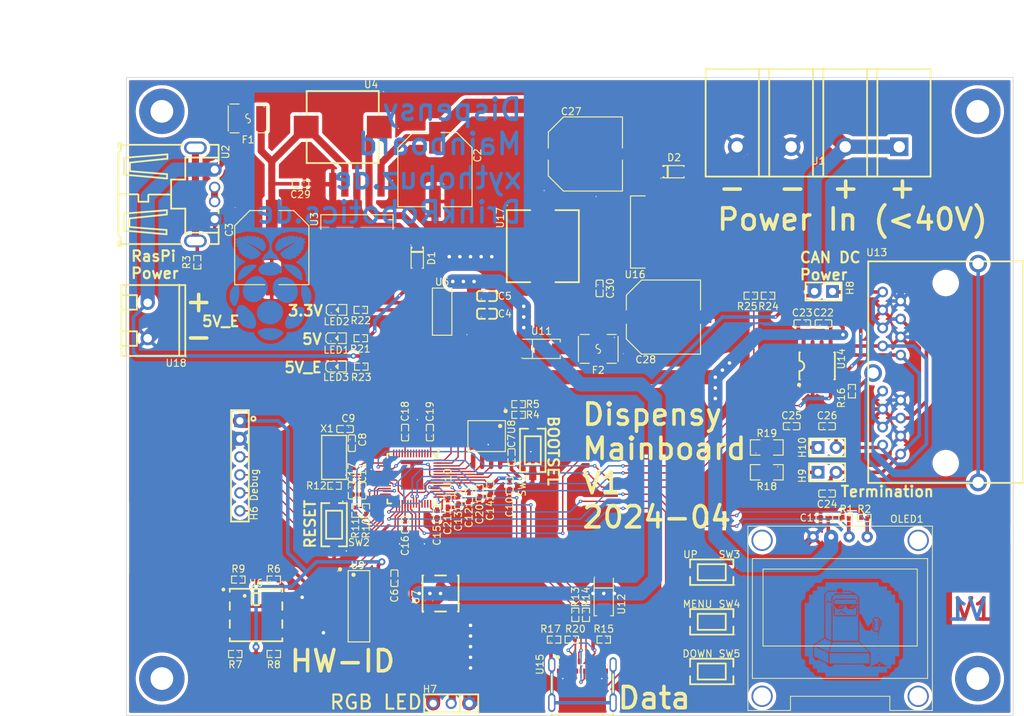
<source format=kicad_pcb>
(kicad_pcb (version 20240108) (generator "pcbnew") (generator_version "8.0")
  (title_block (title "Dispensy Mainboard") (date "2024-04-05") (rev "1") (company "DrinkRobotics") (comment 1 "https://git.xythobuz.de/thomas/Dispensy") (comment 2 "Licensed under the CERN-OHL-S-2.0+") (comment 3 "PCB Thickness: 1mm") (comment 4 "Copyright (c) 2023 - 2024 Thomas Buck <thomas@xythobuz.de>"))
  (layers (0 "F.Cu" signal) (31 "B.Cu" signal) (34 "B.Paste" user) (35 "F.Paste" user) (36 "B.SilkS" user "B.Silkscreen") (37 "F.SilkS" user "F.Silkscreen") (38 "B.Mask" user) (39 "F.Mask" user) (44 "Edge.Cuts" user))
  (net 0 "")
  (net 1 "GND")
  (net 2 "+3.3V")
  (net 3 "+VDC")
  (net 4 "/EXT_PSU/Vout")
  (net 5 "+5V")
  (net 6 "Net-(U10-XIN)")
  (net 7 "Net-(X1-OSC2)")
  (net 8 "+1V1")
  (net 9 "Net-(U14-CANH)")
  (net 10 "Net-(C25-Pad1)")
  (net 11 "Net-(U14-CANL)")
  (net 12 "/PI/PI_PSU/Vout")
  (net 13 "Net-(U3-OUT)")
  (net 14 "Net-(U16-OUT)")
  (net 15 "/PI/ADC0")
  (net 16 "/PI/ADC1")
  (net 17 "/PI/ADC2")
  (net 18 "/PI/ADC3")
  (net 19 "/PI/IO0")
  (net 20 "/PI/IO1")
  (net 21 "/PI/IO2")
  (net 22 "/PI/IO3")
  (net 23 "/PI/IO4")
  (net 24 "/PI/IO5")
  (net 25 "/PI/IO6")
  (net 26 "/PI/IO7")
  (net 27 "/PI/IO8")
  (net 28 "/PI/IO9")
  (net 29 "/PI/IO10")
  (net 30 "/PI/IO11")
  (net 31 "/PI/IO12")
  (net 32 "/PI/IO13")
  (net 33 "/PI/IO14")
  (net 34 "/PI/IO15")
  (net 35 "/PI/Debug_Clock")
  (net 36 "/PI/Debug_Data")
  (net 37 "/PI/Debug_Tx")
  (net 38 "/PI/Debug_Rx")
  (net 39 "Net-(U7-DO)")
  (net 40 "Net-(H8-Pad1)")
  (net 41 "Net-(H9-Pad1)")
  (net 42 "Net-(H10-Pad1)")
  (net 43 "/PI/I2C_SCL")
  (net 44 "/PI/I2C_SDA")
  (net 45 "Net-(U2-SH1)")
  (net 46 "/PI/SPI_FLASH.SS")
  (net 47 "Net-(R5-Pad1)")
  (net 48 "Net-(U9-D7)")
  (net 49 "Net-(U9-D6)")
  (net 50 "Net-(U9-D5)")
  (net 51 "Net-(U9-D4)")
  (net 52 "Net-(U10-RUN)")
  (net 53 "Net-(R11-Pad2)")
  (net 54 "Net-(U10-XOUT)")
  (net 55 "/PI/USBC.DP")
  (net 56 "Net-(U10-USB_DP)")
  (net 57 "/PI/USBC.DM")
  (net 58 "Net-(U10-USB_DM)")
  (net 59 "Net-(U15-CC2)")
  (net 60 "Net-(R16-Pad1)")
  (net 61 "/PI/USBC.SHIELD")
  (net 62 "Net-(U15-CC1)")
  (net 63 "Net-(U2-D+)")
  (net 64 "/PI/LED_Din")
  (net 65 "/PI/SPI_FLASH.SD1")
  (net 66 "/PI/SPI_FLASH.SD2")
  (net 67 "/PI/SPI_FLASH.SD0")
  (net 68 "/PI/SPI_FLASH.SCLK")
  (net 69 "/PI/SPI_FLASH.SD3")
  (net 70 "/PI/SR_Load")
  (net 71 "/PI/SR_Clock")
  (net 73 "/PI/SR_Data")
  (net 74 "Net-(U10-GPIO24)")
  (net 75 "Net-(U10-GPIO25)")
  (net 76 "/PI/USBC.VBUS")
  (net 87 "Net-(U2-VCC)")
  (net 88 "Net-(U11-A)")
  (net 89 "Net-(LED1-+)")
  (net 90 "Net-(LED2-+)")
  (net 91 "Net-(LED3-+)")
  (footprint "jlc_footprints:HDR-TH_3P-P2.54-V-F" (layer "F.Cu") (at 139.275082 136 180)
    (property "Reference" "H7")
    (property "Value" "WS2812")
  )
  (footprint "jlc_footprints:C0402" (layer "F.Cu") (at 140.275082 107.34763 -90)
    (property "Reference" "C13")
    (property "Value" "1uF")
  )
  (footprint "jlc_footprints:LED0603-RD" (layer "F.Cu") (at 123.101981 88.506858)
    (property "Reference" "LED3")
    (property "Value" "FC-D1608HGK-572C")
  )
  (footprint "jlc_footprints:SW-SMD_L6.1-W3.6-LS6.6" (layer "F.Cu") (at 176 124.5 180)
    (property "Reference" "SW4")
    (property "Value" "MENU")
  )
  (footprint "jlc_footprints:R1206" (layer "F.Cu") (at 183.754966 99.907765)
    (property "Reference" "R19")
    (property "Value" "60R4")
  )
  (footprint "jlc_footprints:TO-263-5_L10.6-W9.6-P1.70-LS15.9-BR" (layer "F.Cu") (at 125.990456 68.034258 90)
    (property "Reference" "U3")
    (property "Value" "LM2576S-5_0_TR")
  )
  (footprint "jlc_footprints:R0402" (layer "F.Cu") (at 127.275082 108.802545 -90)
    (property "Reference" "R10")
    (property "Value" "10K")
  )
  (footprint "jlc_footprints:CAP-SMD_BD10.0-L10.3-W10.3-FD" (layer "F.Cu") (at 158.190482 58.51762)
    (property "Reference" "C27")
    (property "Value" "100uF")
  )
  (footprint "jlc_footprints:CONN-TH_4P-P7.62_L15.2-W31.7-EX4.2" (layer "F.Cu") (at 191 57.5 180)
    (property "Reference" "U1")
    (property "Value" "DBT50G-7_62-4P")
  )
  (footprint "jlc_footprints:R0402" (layer "F.Cu") (at 158.275082 123.5 -90)
    (property "Reference" "R14")
    (property "Value" "27R4")
  )
  (footprint "jlc_footprints:RJ45-TH_DS1129-05-S80BP-X" (layer "F.Cu") (at 206.140469 89.407765 90)
    (property "Reference" "U13")
    (property "Value" "CAN_IO")
  )
  (footprint "jlc_footprints:SOD-123_L2.8-W1.8-LS3.7-RD" (layer "F.Cu") (at 170.690482 61.01762)
    (property "Reference" "D2")
    (property "Value" "MBR340F")
  )
  (footprint "jlc_footprints:C0402" (layer "F.Cu") (at 188.754966 82.407765 180)
    (property "Reference" "C23")
    (property "Value" "47nF")
  )
  (footprint "jlc_footprints:SW-SMD_L6.1-W3.6-LS6.6" (layer "F.Cu") (at 176 117.5 180)
    (property "Reference" "SW3")
    (property "Value" "UP")
  )
  (footprint "jlc_footprints:F1812" (layer "F.Cu") (at 110.646558 53.5 180)
    (property "Reference" "F1")
    (property "Value" "ASMD1812-350-16V")
  )
  (footprint "jlc_footprints:C0402" (layer "F.Cu") (at 126.775082 106 -90)
    (property "Reference" "C11")
    (property "Value" "100nF")
  )
  (footprint "jlc_footprints:CAP-SMD_BD10.0-L10.3-W10.3-FD" (layer "F.Cu") (at 136.990456 60.717646 -90)
    (property "Reference" "C2")
    (property "Value" "100uF")
  )
  (footprint "jlc_footprints:R0402" (layer "F.Cu") (at 114.275082 118.53813)
    (property "Reference" "R6")
    (property "Value" "10K")
  )
  (footprint "jlc_footprints:C0402" (layer "F.Cu") (at 191.874904 109.82738 180)
    (property "Reference" "C1")
    (property "Value" "100nF")
  )
  (footprint "jlc_footprints:R0402" (layer "F.Cu") (at 156.775082 123.5 -90)
    (property "Reference" "R13")
    (property "Value" "27R4")
  )
  (footprint "jlc_footprints:C0402" (layer "F.Cu") (at 138.775082 107.802545 -90)
    (property "Reference" "C21")
    (property "Value" "100nF")
  )
  (footprint "jlc_footprints:C0402" (layer "F.Cu") (at 192.254966 96.907765)
    (property "Reference" "C26")
    (property "Value" "100pF")
  )
  (footprint "jlc_footprints:HDR-TH_6P-P2.54-V-F" (layer "F.Cu") (at 109.5 102.5 -90)
    (property "Reference" "H6")
    (property "Value" "Debug")
  )
  (footprint "jlc_footprints:C0402" (layer "F.Cu") (at 132.775082 110.802545 -90)
    (property "Reference" "C16")
    (property "Value" "100nF")
  )
  (footprint "jlc_footprints:R0402" (layer "F.Cu") (at 126.601981 88.506858 180)
    (property "Reference" "R23")
    (property "Value" "1K")
  )
  (footprint "jlc_footprints:SOT-223-4_L6.5-W3.5-P2.30-LS7.0-BR" (layer "F.Cu") (at 138 80.75)
    (property "Reference" "U5")
    (property "Value" "AMS1117-3_3_C347222")
  )
  (footprint "jlc_footprints:SOIC-8_L5.0-W4.0-P1.27-LS6.0-BL" (layer "F.Cu") (at 190.849962 88.407765)
    (property "Reference" "U14")
    (property "Value" "TJA1042T_3_1J")
  )
  (footprint "jlc_footprints:CONN-TH_XY300V-A-5.0-2P" (layer "F.Cu") (at 96.5 82 90)
    (property "Reference" "U18")
    (property "Value" "XY300V-A-5_0-2P")
  )
  (footprint "jlc_footprints:LED-SMD_4P-L5.0-W5.0-LS5.4-TL-1" (layer "F.Cu") (at 137.775082 120.5 90)
    (property "Reference" "U7")
    (property "Value" "WS2812E-V5")
  )
  (footprint "MountingHole:MountingHole_3.2mm_M3_Pad_TopBottom" (layer "F.Cu") (at 213.5 52.5)
    (property "Reference" "H12" (hide yes))
    (property "Value" "MountingHole" (hide yes))
  )
  (footprint "jlc_footprints:R0402" (layer "F.Cu") (at 103.490456 73.784829 90)
    (property "Reference" "R3")
    (property "Value" "1M")
  )
  (footprint "jlc_footprints:LED0603-RD" (layer "F.Cu") (at 123.169164 80.503429)
    (property "Reference" "LED2")
    (property "Value" "FC-D1608HGK-572C")
  )
  (footprint "jlc_footprints:C0402" (layer "F.Cu") (at 147.775082 101.25746 90)
    (property "Reference" "C7")
    (property "Value" "100nF")
  )
  (footprint "jlc_footprints:C0402" (layer "F.Cu") (at 124.320167 97.302545 180)
    (property "Reference" "C9")
    (property "Value" "27p")
  )
  (footprint "jlc_footprints:HDR-TH_2P-P2.54-V-M-1" (layer "F.Cu") (at 191.754966 77.907765 180)
    (property "Reference" "H8")
    (property "Value" "PWR")
  )
  (footprint "jlc_footprints:R0402" (layer "F.Cu") (at 194.874904 109.82738 180)
    (property "Reference" "R1")
    (property "Value" "10K")
  )
  (footprint "jlc_footprints:R0402" (layer "F.Cu") (at 156.275082 127 180)
    (property "Reference" "R20")
    (property "Value" "5K1")
  )
  (footprint "jlc_footprints:C0402" (layer "F.Cu") (at 132.775082 97.802545 90)
    (property "Reference" "C18")
    (property "Value" "100nF")
  )
  (footprint "jlc_footprints:USB-C-SMD_TYPE-C-USB-18" (layer "F.Cu") (at 157.775082 133)
    (property "Reference" "U15")
    (property "Value" "USB-C")
  )
  (footprint "jlc_footprints:C0402" (layer "F.Cu") (at 141.775082 106.802545 -90)
    (property "Reference" "C12")
    (property "Value" "1uF")
  )
  (footprint "jlc_footprints:OSC-SMD_2P-L5.0-W3.2" (layer "F.Cu") (at 122.775082 101.302545 90)
    (property "Reference" "X1")
    (property "Value" "12MHz")
  )
  (footprint "jlc_footprints:SW-SMD_L6.1-W3.6-LS6.6" (layer "F.Cu") (at 150.775082 100.302545 -90)
    (property "Reference" "SW1")
    (property "Value" "BOOTSEL")
  )
  (footprint "MountingHole:MountingHole_3.2mm_M3_Pad_TopBottom" (layer "F.Cu") (at 98.5 52.5)
    (property "Reference" "H11" (hide yes))
    (property "Value" "MountingHole" (hide yes))
  )
  (footprint "jlc_footprints:TO-263-5_L10.6-W9.6-P1.70-LS15.9-BR" (layer "F.Cu") (at 165.507094 69.51762 180)
    (property "Reference" "U16")
    (property "Value" "LM2576S-5_0_TR")
  )
  (footprint "jlc_footprints:R0402" (layer "F.Cu") (at 183.932817 78.5 180)
    (property "Reference" "R24")
    (property "Value" "147K")
  )
  (footprint "jlc_footprints:R0402" (layer "F.Cu") (at 125.775082 108.802545 -90)
    (property "Reference" "R11")
    (property "Value" "1K")
  )
  (footprint "jlc_footprints:R0402" (layer "F.Cu") (at 122.842265 105.302545)
    (property "Reference" "R12")
    (property "Value" "1K")
  )
  (footprint "jlc_footprints:SW-SMD_L6.1-W3.6-LS6.6" (layer "F.Cu") (at 122.775082 110.802545 -90)
    (property "Reference" "SW2")
    (property "Value" "RESET")
  )
  (footprint "jlc_footprints:R0402" (layer "F.Cu") (at 153.775082 127)
    (property "Reference" "R17")
    (property "Value" "1M")
  )
  (footprint "jlc_footprints:R0402" (layer "F.Cu") (at 148.775082 95.302545 180)
    (property "Reference" "R4")
    (property "Value" "10K")
  )
  (footprint "jlc_footprints:R0402" (layer "F.Cu") (at 160.775082 127 180)
    (property "Reference" "R15")
    (property "Value" "5K1")
  )
  (footprint "jlc_footprints:C0402" (layer "F.Cu") (at 143.275082 106.302545 -90)
    (property "Reference" "C20")
    (property "Value" "100nF")
  )
  (footprint "jlc_footprints:SOIC-8_L5.3-W5.3-P1.27-LS8.0-BL" (layer "F.Cu") (at 144.275082 98.302545 180)
    (property "Reference" "U8")
    (property "Value" "W25Q128JVSIQ")
  )
  (footprint "jlc_footprints:C0402" (layer "F.Cu") (at 192.254966 106.407765 180)
    (property "Reference" "C24")
    (property "Value" "100pF")
  )
  (footprint "jlc_footprints:R0402" (layer "F.Cu") (at 126.534798 80.503429 180)
    (property "Reference" "R22")
    (property "Value" "1K")
  )
  (footprint "jlc_footprints:LED0603-RD" (layer "F.Cu") (at 123.101981 84.503429)
    (property "Reference" "LED1")
    (property "Value" "FC-D1608HGK-572C")
  )
  (footprint "jlc_footprints:SMA_L4.4-W2.8-LS5.4-R-RD" (layer "F.Cu") (at 152 86)
    (property "Reference" "U11")
    (property "Value" "SS54_C22452")
  )
  (footprint "jlc_footprints:F1812" (layer "F.Cu") (at 160 86 180)
    (property "Reference" "F2")
    (property "Value" "ASMD1812-350-16V")
  )
  (footprint "MountingHole:MountingHole_3.2mm_M3_Pad_TopBottom" (layer "F.Cu") (at 213.5 132.5)
    (property "Reference" "H14" (hide yes))
    (property "Value" "MountingHole" (hide yes))
  )
  (footprint "jlc_footprints:CAP-SMD_BD10.0-L10.3-W10.3-LS11.3-FD" (layer "F.Cu") (at 113.990456 71.717646 -90)
    (property "Reference" "C3")
    (property "Value" "1000uF")
  )
  (footprint "jlc_footprints:CAP-SMD_BD10.0-L10.3-W10.3-LS11.3-FD" (layer "F.Cu") (at 169.190482 81.51762)
    (property "Reference" "C28")
    (property "Value" "1000uF")
  )
  (footprint "jlc_footprints:C0402" (layer "F.Cu") (at 147.5 105.302545 -90)
    (property "Reference" "C10")
    (property "Value" "100nF")
  )
  (footprint "jlc_footprints:C0603" (layer "F.Cu") (at 144.3349 78.549975)
    (property "Reference" "C5")
    (property "Value" "10uF")
  )
  (footprint "jlc_footprints:C0402" (layer "F.Cu") (at 136.275082 97.802545 90)
    (property "Reference" "C19")
    (property "Value" "100nF")
  )
  (footprint "jlc_footprints:R0402" (layer "F.Cu") (at 181.5 78.5 180)
    (property "Reference" "R25")
    (property "Value" "10K")
  )
  (footprint "jlc_footprints:C0402" (layer "F.Cu") (at 137.275082 109.302545 -90)
    (property "Reference" "C15")
    (property "Value" "100nF")
  )
  (footprint "jlc_footprints:R0402" (layer "F.Cu") (at 195.754966 91.974948 -90)
    (property "Reference" "R16")
    (property "Value" "1M")
  )
  (footprint "jlc_footprints:SMA_L4.4-W2.8-LS5.4-R-RD" (layer "F.Cu") (at 160.775082 121 -90)
    (property "Reference" "U12")
    (property "Value" "SS54_C22452")
  )
  (footprint "jlc_footprints:R0402" (layer "F.Cu") (at 148.775082 93.802545 180)
    (property "Reference" "R5")
    (property "Value" "1K")
  )
  (footprint "jlc_footprints:SW-SMD_SM_SKCR-16S" (layer "F.Cu") (at 111.775082 123.53813 90)
    (property "Reference" "U6")
    (property "Value" "SKCR-16S")
  )
  (footprint "jlc_footprints:C0603" (layer "F.Cu") (at 144.3349 81.049975)
    (property "Reference" "C4")
    (property "Value" "10uF")
  )
  (footprint "jlc_footprints:C0402" (layer "F.Cu") (at 187.254966 96.907765)
    (property "Reference" "C25")
    (property "Value" "4.7nF")
  )
  (footprint "jlc_footprints:C0402" (layer "F.Cu") (at 144.775082 105.84763 -90)
    (property "Reference" "C14")
    (property "Value" "100nF")
  )
  (footprint "jlc_footprints:R1206" (layer "F.Cu") (at 183.754966 103.407765 180)
    (property "Reference" "R18")
    (property "Value" "60R4")
  )
  (footprint "jlc_footprints:USB-A-TH_USB-302-T" (layer "F.Cu") (at 104.581769 64.217646 -90)
    (property "Reference" "U2")
    (property "Value" "USB-A")
  )
  (footprint "jlc_footprints:C0402" (layer "F.Cu") (at 131.275082 118.34763 90)
    (property "Reference" "C6")
    (property "Value" "100nF")
  )
  (footprint "jlc_footprints:SOIC-16_L9.9-W3.9-P1.27-LS6.0-BL" (layer "F.Cu") (at 126.275082 122.302545 -90)
    (property "Reference" "U9")
    (property "Value" "74HC165D,653")
  )
  (footprint "jlc_footprints:R0402" (layer "F.Cu") (at 197.5 109.845 180)
    (property "Reference" "R2")
    (property "Value" "10K")
  )
  (footprint "MountingHole:MountingHole_3.2mm_M3_Pad_TopBottom" (layer "F.Cu") (at 98.5 132.5)
    (property "Reference" "H13" (hide yes))
    (property "Value" "MountingHole" (hide yes))
  )
  (footprint "jlc_footprints:SOD-123_L2.8-W1.8-LS3.7-RD" (layer "F.Cu") (at 134.490456 73.217646 -90)
    (property "Reference" "D1")
    (property "Value" "MBR340F")
  )
  (footprint "jlc_footprints:SW-SMD_L6.1-W3.6-LS6.6" (layer "F.Cu") (at 176 131.5 180)
    (property "Reference" "SW5")
    (property "Value" "DOWN")
  )
  (footprint "jlc_footprints:IND-SMD_L11.5-W10.0_YSPI1050" (layer "F.Cu") (at 152.190482 71.51762 -90)
    (property "Reference" "U17")
    (property "Value" "100uH")
  )
  (footprint "jlc_footprints:LQFN-56_L7.0-W7.0-P0.4-EP" (layer "F.Cu") (at 133.774955 104.302545 -90)
    (property "Reference" "U10")
    (property "Value" "RP2040")
  )
  (footprint "jlc_footprints:IND-SMD_L11.5-W10.0_YSPI1050" (layer "F.Cu") (at 123.990456 54.717646 180)
    (property "Reference" "U4")
    (property "Value" "100uH")
  )
  (footprint "jlc_footprints:R0402" (layer "F.Cu") (at 114.275082 129.03813)
    (property "Reference" "R8")
    (property "Value" "10K")
  )
  (footprint "jlc_footprints:R0402" (layer "F.Cu") (at 126.534798 84.503429 180)
    (property "Reference" "R21")
    (property "Value" "1K")
  )
  (footprint "jlc_footprints:C0402" (layer "F.Cu") (at 125.275082 99.302545 -90)
    (property "Reference" "C8")
    (property "Value" "27p")
  )
  (footprint "jlc_footprints:C0402" (layer "F.Cu") (at 118.035541 62.717646 180)
    (property "Reference" "C29")
    (property "Value" "100nF")
  )
  (footprint "jlc_footprints:R0402" (layer "F.Cu") (at 109.275082 118.53813 180)
    (property "Reference" "R9")
    (property "Value" "10K")
  )
  (footprint "extern:SSD1306_0.96_Oled" (layer "F.Cu") (at 181.095 137)
    (property "Reference" "OLED1")
    (property "Value" "SSD1306")
  )
  (footprint "jlc_footprints:C0402" (layer "F.Cu") (at 191.754966 82.407765)
    (property "Reference" "C22")
    (property "Value" "100nF")
  )
  (footprint "jlc_footprints:C0402" (layer "F.Cu") (at 125.275082 106 -90)
    (property "Reference" "C17")
    (property "Value" "100nF")
  )
  (footprint "jlc_footprints:HDR-TH_2P-P2.54-V-M-1" (layer "F.Cu") (at 192.254966 99.907765)
    (property "Reference" "H10")
    (property "Value" "T_CL")
  )
  (footprint "jlc_footprints:R0402" (layer "F.Cu") (at 108.842265 129.03813 180)
    (property "Reference" "R7")
    (property "Value" "10K")
  )
  (footprint "jlc_footprints:HDR-TH_2P-P2.54-V-M-1" (layer "F.Cu") (at 192.254966 103.407765)
    (property "Reference" "H9")
    (property "Value" "T_CH")
  )
  (footprint "jlc_footprints:C0402" (layer "F.Cu") (at 160.190482 77.472535 -90)
    (property "Reference" "C30")
    (property "Value" "100nF")
  )
  (gr_poly (pts (xy 100.959076 98.965501) (xy 101.058024 98.972942) (xy 101.156506 98.985345) (xy 101.254291 99.002708) (xy 101.351145 99.025032) (xy 101.446837 99.052317) (xy 101.541134 99.084563) (xy 101.633802 99.12177) (xy 101.724611 99.163938) (xy 101.813326 99.211067) (xy 101.899717 99.263157) (xy 101.983549 99.320208) (xy 102.06459 99.38222) (xy 102.142609 99.449192) (xy 102.217372 99.521126) (xy 102.288647 99.598021) (xy 102.346164 99.66342) (xy 102.399661 99.730545) (xy 102.449146 99.799258) (xy 102.494629 99.869425) (xy 102.53612 99.94091) (xy 102.573629 100.013576) (xy 102.607166 100.08729) (xy 102.636739 100.161914) (xy 102.662359 100.237313) (xy 102.684036 100.313351) (xy 102.701779 100.389894) (xy 102.715598 100.466805) (xy 102.725502 100.543948) (xy 102.731501 100.621188) (xy 102.733605 100.698389) (xy 102.731824 100.775416) (xy 102.726167 100.852133) (xy 102.716644 100.928405) (xy 102.703265 101.004094) (xy 102.686039 101.079067) (xy 102.664976 101.153188) (xy 102.640085 101.226319) (xy 102.611377 101.298327) (xy 102.578862 101.369076) (xy 102.542548 101.438429) (xy 102.502445 101.506251) (xy 102.458564 101.572406) (xy 102.410913 101.63676) (xy 102.359503 101.699175) (xy 102.304343 101.759517) (xy 102.245443 101.81765) (xy 102.182813 101.873438) (xy 102.117106 101.926455) (xy 102.049074 101.976352) (xy 101.978872 102.023109) (xy 101.906654 102.066708) (xy 101.832576 102.107129) (xy 101.756793 102.144352) (xy 101.60073 102.209128) (xy 101.439706 102.260882) (xy 101.274962 102.299459) (xy 101.107737 102.324703) (xy 100.939271 102.336459) (xy 100.770806 102.334573) (xy 100.603581 102.318889) (xy 100.438837 102.289253) (xy 100.357782 102.269154) (xy 100.277813 102.245509) (xy 100.199084 102.218298) (xy 100.12175 102.187502) (xy 100.045967 102.153102) (xy 99.971889 102.115078) (xy 99.899671 102.07341) (xy 99.829468 102.02808) (xy 99.761436 101.979069) (xy 99.69573 101.926355) (xy 99.600232 101.845727) (xy 99.512175 101.762541) (xy 99.43156 101.676719) (xy 99.358386 101.588185) (xy 99.32459 101.542876) (xy 99.292654 101.49686) (xy 99.262578 101.450126) (xy 99.234363 101.402666) (xy 99.208008 101.35447) (xy 99.183513 101.305528) (xy 99.160879 101.255829) (xy 99.140105 101.205366) (xy 99.121191 101.154127) (xy 99.104138 101.102103) (xy 99.088945 101.049285) (xy 99.075613 100.995663) (xy 99.064141 100.941226) (xy 99.054529 100.885966) (xy 99.046777 100.829873) (xy 99.040886 100.772937) (xy 99.034685 100.656497) (xy 99.035925 100.536569) (xy 99.044607 100.413075) (xy 99.06073 100.285938) (xy 99.076538 100.222371) (xy 99.094177 100.160636) (xy 99.113619 100.100702) (xy 99.134834 100.042542) (xy 99.157793 99.986126) (xy 99.182467 99.931425) (xy 99.208826 99.87841) (xy 99.236843 99.827052) (xy 99.266488 99.777321) (xy 99.297731 99.729189) (xy 99.330544 99.682627) (xy 99.364897 99.637606) (xy 99.43811 99.552068) (xy 99.517136 99.472345) (xy 99.601743 99.398202) (xy 99.691699 99.329408) (xy 99.786771 99.265729) (xy 99.886726 99.206934) (xy 99.991332 99.15279) (xy 100.100356 99.103065) (xy 100.213566 99.057525) (xy 100.330729 99.015938) (xy 100.360508 99.015344) (xy 100.390364 99.013664) (xy 100.420375 99.011055) (xy 100.450619 99.00767) (xy 100.512114 98.999195) (xy 100.575469 98.989479) (xy 100.641305 98.979764) (xy 100.710241 98.971289) (xy 100.746066 98.967904) (xy 100.782898 98.965294) (xy 100.820816 98.963615) (xy 100.859896 98.963021)) (fill solid) (layer "F.Cu"))
  (gr_poly (pts (xy 102.763514 95.517533) (xy 102.850607 95.523181) (xy 102.938426 95.533876) (xy 103.026827 95.549726) (xy 103.115663 95.570837) (xy 103.20479 95.597317) (xy 103.294063 95.629271) (xy 103.372653 95.66057) (xy 103.449635 95.694874) (xy 103.52495 95.732084) (xy 103.59854 95.772104) (xy 103.670348 95.814838) (xy 103.740315 95.860187) (xy 103.808382 95.908056) (xy 103.874492 95.958346) (xy 103.938587 96.010963) (xy 104.000609 96.065808) (xy 104.060498 96.122784) (xy 104.118198 96.181795) (xy 104.17365 96.242745) (xy 104.226796 96.305535) (xy 104.277578 96.370069) (xy 104.325937 96.43625) (xy 104.371816 96.503982) (xy 104.415157 96.573167) (xy 104.4559 96.643709) (xy 104.493989 96.71551) (xy 104.529365 96.788474) (xy 104.561969 96.862503) (xy 104.591744 96.937502) (xy 104.618632 97.013373) (xy 104.642575 97.090019) (xy 104.663513 97.167343) (xy 104.68139 97.245248) (xy 104.696147 97.323638) (xy 104.707726 97.402415) (xy 104.716068 97.481484) (xy 104.721116 97.560745) (xy 104.722812 97.640104) (xy 104.720047 97.743026) (xy 104.711856 97.843361) (xy 104.698395 97.941002) (xy 104.679817 98.035842) (xy 104.656278 98.127776) (xy 104.627934 98.216697) (xy 104.594939 98.302498) (xy 104.557447 98.385072) (xy 104.515615 98.464313) (xy 104.469598 98.540114) (xy 104.419549 98.612369) (xy 104.365625 98.680971) (xy 104.30798 98.745813) (xy 104.246769 98.80679) (xy 104.182148 98.863794) (xy 104.114271 98.916719) (xy 104.043293 98.965458) (xy 103.96937 99.009904) (xy 103.892656 99.049952) (xy 103.813307 99.085494) (xy 103.731478 99.116424) (xy 103.647323 99.142635) (xy 103.560997 99.164021) (xy 103.472656 99.180475) (xy 103.382455 99.191891) (xy 103.290549 99.198161) (xy 103.197092 99.19918) (xy 103.10224 99.194841) (xy 103.006147 99.185037) (xy 102.90897 99.169662) (xy 102.810862 99.148608) (xy 102.711979 99.121771) (xy 102.623475 99.09001) (xy 102.536628 99.054346) (xy 102.451545 99.014902) (xy 102.368331 98.971805) (xy 102.287094 98.925182) (xy 102.20794 98.875157) (xy 102.130977 98.821858) (xy 102.056309 98.76541) (xy 101.984044 98.705938) (xy 101.914289 98.643569) (xy 101.84715 98.57843) (xy 101.782734 98.510645) (xy 101.721147 98.440341) (xy 101.662496 98.367643) (xy 101.606887 98.292678) (xy 101.554427 98.215572) (xy 101.505223 98.136451) (xy 101.459381 98.05544) (xy 101.417008 97.972666) (xy 101.378211 97.888254) (xy 101.343095 97.802331) (xy 101.311768 97.715022) (xy 101.284336 97.626453) (xy 101.260905 97.536751) (xy 101.241583 97.446041) (xy 101.226476 97.354449) (xy 101.21569 97.262102) (xy 101.209332 97.169125) (xy 101.207509 97.075644) (xy 101.210327 96.981785) (xy 101.217893 96.887674) (xy 101.230313 96.793437) (xy 101.247497 96.705243) (xy 101.269187 96.619327) (xy 101.295236 96.535793) (xy 101.325501 96.45475) (xy 101.359835 96.376304) (xy 101.398094 96.300561) (xy 101.440131 96.227627) (xy 101.485801 96.157611) (xy 101.53496 96.090617) (xy 101.587462 96.026753) (xy 101.643161 95.966125) (xy 101.701912 95.90884) (xy 101.76357 95.855005) (xy 101.82799 95.804725) (xy 101.895026 95.758108) (xy 101.964532 95.71526) (xy 102.036364 95.676288) (xy 102.110376 95.641298) (xy 102.186423 95.610398) (xy 102.264359 95.583692) (xy 102.344039 95.561289) (xy 102.425318 95.543294) (xy 102.50805 95.529815) (xy 102.592091 95.520957) (xy 102.677294 95.516828)) (fill solid) (layer "F.Cu"))
  (gr_poly (pts (xy 102.319122 109.278461) (xy 102.325662 109.346004) (xy 102.393206 109.352544) (xy 102.46075 109.359083) (xy 102.467289 109.426627) (xy 102.473829 109.494171) (xy 102.541373 109.50071) (xy 102.608916 109.50725) (xy 102.615549 109.576042) (xy 102.622181 109.644833) (xy 102.471333 109.644833) (xy 102.471333 109.496667) (xy 102.323167 109.496667) (xy 102.323167 109.644833) (xy 102.174999 109.644833) (xy 102.174999 109.496667) (xy 102.024151 109.496667) (xy 102.030784 109.427875) (xy 102.037416 109.359083) (xy 102.10496 109.352544) (xy 102.146727 109.3485) (xy 102.174999 109.3485) (xy 102.174999 109.496667) (xy 102.323167 109.496667) (xy 102.323167 109.3485) (xy 102.174999 109.3485) (xy 102.146727 109.3485) (xy 102.172504 109.346004) (xy 102.179043 109.278461) (xy 102.185583 109.210917) (xy 102.312583 109.210917)) (fill solid) (layer "F.Cu"))
  (gr_poly (pts (xy 98.573524 93.846511) (xy 98.699408 93.853462) (xy 98.826532 93.865683) (xy 98.954896 93.883021) (xy 98.954591 93.89775) (xy 98.953695 93.912179) (xy 98.952236 93.926317) (xy 98.950245 93.940175) (xy 98.94478 93.967085) (xy 98.937533 93.992988) (xy 98.928735 94.017961) (xy 98.918619 94.042081) (xy 98.907418 94.065426) (xy 98.895365 94.088073) (xy 98.882691 94.1101) (xy 98.86963 94.131584) (xy 98.843275 94.173236) (xy 98.81816 94.213647) (xy 98.806649 94.233581) (xy 98.796146 94.253437) (xy 98.725491 94.34152) (xy 98.652589 94.427277) (xy 98.577671 94.510863) (xy 98.50097 94.592435) (xy 98.422719 94.672145) (xy 98.34315 94.750151) (xy 98.18099 94.901666) (xy 98.016348 95.048221) (xy 97.851087 95.191054) (xy 97.526146 95.470521) (xy 97.426927 95.547518) (xy 97.327708 95.620175) (xy 97.228489 95.689112) (xy 97.129271 95.754948) (xy 97.030052 95.818303) (xy 96.930833 95.879798) (xy 96.732396 95.999687) (xy 96.693923 96.010165) (xy 96.657775 96.021495) (xy 96.623798 96.03329) (xy 96.591836 96.045163) (xy 96.533338 96.06759) (xy 96.506493 96.07737) (xy 96.481042 96.085677) (xy 96.456832 96.092124) (xy 96.433706 96.096323) (xy 96.422502 96.097458) (xy 96.411511 96.097886) (xy 96.400714 96.097558) (xy 96.390091 96.096426) (xy 96.379624 96.094441) (xy 96.369292 96.091556) (xy 96.359076 96.08772) (xy 96.348957 96.082887) (xy 96.338916 96.077007) (xy 96.328932 96.070032) (xy 96.318988 96.061914) (xy 96.309063 96.052604) (xy 96.302267 95.924279) (xy 96.301828 95.797426) (xy 96.3079 95.672279) (xy 96.320638 95.549069) (xy 96.340198 95.42803) (xy 96.366734 95.309394) (xy 96.400401 95.193393) (xy 96.441354 95.08026) (xy 96.489749 94.970228) (xy 96.545741 94.863529) (xy 96.609484 94.760396) (xy 96.681133 94.661061) (xy 96.760844 94.565757) (xy 96.848771 94.474716) (xy 96.94507 94.388171) (xy 97.049896 94.306354) (xy 97.159657 94.230674) (xy 97.270658 94.16228) (xy 97.382899 94.101018) (xy 97.49638 94.046732) (xy 97.611102 93.999267) (xy 97.727064 93.958468) (xy 97.844266 93.924181) (xy 97.962708 93.89625) (xy 98.082391 93.87452) (xy 98.203314 93.858836) (xy 98.325477 93.849043) (xy 98.44888 93.844987)) (fill solid) (layer "F.Cu"))
  (gr_poly (pts (xy 105.529172 96.648433) (xy 105.543167 96.649694) (xy 105.557568 96.652089) (xy 105.572396 96.655627) (xy 105.58767 96.660319) (xy 105.603408 96.666173) (xy 105.619631 96.673199) (xy 105.636358 96.681408) (xy 105.653609 96.690808) (xy 105.671401 96.70141) (xy 105.689756 96.713222) (xy 105.708692 96.726256) (xy 105.728229 96.740521) (xy 105.777215 96.771058) (xy 105.824942 96.803127) (xy 105.871389 96.836707) (xy 105.916538 96.871779) (xy 105.960369 96.908324) (xy 106.002863 96.946322) (xy 106.044001 96.985755) (xy 106.083763 97.026602) (xy 106.122129 97.068844) (xy 106.159081 97.112462) (xy 106.194599 97.157437) (xy 106.228664 97.203748) (xy 106.261255 97.251378) (xy 106.292355 97.300306) (xy 106.321943 97.350513) (xy 106.35 97.401979) (xy 106.376507 97.454686) (xy 106.401444 97.508614) (xy 106.424792 97.563743) (xy 106.446531 97.620054) (xy 106.466643 97.677528) (xy 106.485108 97.736145) (xy 106.501906 97.795886) (xy 106.517018 97.856732) (xy 106.530425 97.918663) (xy 106.542107 97.98166) (xy 106.552045 98.045703) (xy 106.560219 98.110773) (xy 106.566611 98.176851) (xy 106.571201 98.243917) (xy 106.573969 98.311953) (xy 106.574896 98.380937) (xy 106.573035 98.460894) (xy 106.567454 98.541858) (xy 106.558152 98.623597) (xy 106.54513 98.705878) (xy 106.528387 98.78847) (xy 106.507923 98.87114) (xy 106.483738 98.953654) (xy 106.455833 99.035781) (xy 106.424207 99.117287) (xy 106.38886 99.197941) (xy 106.349793 99.27751) (xy 106.307005 99.355761) (xy 106.260496 99.432462) (xy 106.210267 99.50738) (xy 106.156316 99.580282) (xy 106.098646 99.650937) (xy 106.069474 99.678842) (xy 106.055305 99.691399) (xy 106.041388 99.703027) (xy 106.027703 99.713724) (xy 106.014232 99.72349) (xy 106.000954 99.732327) (xy 105.987851 99.740234) (xy 105.974903 99.74721) (xy 105.96209 99.753256) (xy 105.949394 99.758372) (xy 105.936795 99.762558) (xy 105.924273 99.765813) (xy 105.911809 99.768139) (xy 105.899384 99.769534) (xy 105.886979 99.769999) (xy 105.874573 99.769534) (xy 105.862148 99.768139) (xy 105.849685 99.765813) (xy 105.837163 99.762558) (xy 105.824563 99.758372) (xy 105.811867 99.753256) (xy 105.799055 99.74721) (xy 105.786107 99.740234) (xy 105.773003 99.732327) (xy 105.759726 99.72349) (xy 105.746255 99.713724) (xy 105.73257 99.703027) (xy 105.718653 99.691399) (xy 105.704484 99.678842) (xy 105.675313 99.650937) (xy 105.646167 99.610642) (xy 105.618262 99.569185) (xy 105.591597 99.526642) (xy 105.566172 99.483092) (xy 105.541988 99.438611) (xy 105.519043 99.393278) (xy 105.497339 99.34717) (xy 105.476875 99.300364) (xy 105.457652 99.252938) (xy 105.439668 99.204969) (xy 105.422925 99.156536) (xy 105.407422 99.107714) (xy 105.39316 99.058583) (xy 105.380137 99.009219) (xy 105.368355 98.9597) (xy 105.357813 98.910104) (xy 105.329288 98.810278) (xy 105.303243 98.709289) (xy 105.279678 98.607215) (xy 105.258594 98.504134) (xy 105.239991 98.400122) (xy 105.223867 98.295258) (xy 105.210225 98.189618) (xy 105.199063 98.083281) (xy 105.190381 97.976323) (xy 105.18418 97.868824) (xy 105.180459 97.760859) (xy 105.179219 97.652506) (xy 105.180459 97.543843) (xy 105.18418 97.434948) (xy 105.190381 97.325898) (xy 105.199063 97.21677) (xy 105.19967 97.196332) (xy 105.20144 97.174809) (xy 105.204295 97.152355) (xy 105.208158 97.129127) (xy 105.212951 97.105278) (xy 105.218597 97.080964) (xy 105.225017 97.056341) (xy 105.232136 97.031562) (xy 105.239874 97.006783) (xy 105.248156 96.982159) (xy 105.266036 96.933997) (xy 105.285156 96.888315) (xy 105.294988 96.866792) (xy 105.304897 96.846354) (xy 105.324766 96.808539) (xy 105.33475 96.791052) (xy 105.344791 96.774524) (xy 105.35491 96.758964) (xy 105.365126 96.744383) (xy 105.375458 96.730791) (xy 105.385925 96.718196) (xy 105.396548 96.706609) (xy 105.407345 96.69604) (xy 105.418336 96.686498) (xy 105.42954 96.677992) (xy 105.440977 96.670533) (xy 105.452665 96.66413) (xy 105.464625 96.658793) (xy 105.476876 96.654531) (xy 105.489436 96.651355) (xy 105.502326 96.649273) (xy 105.515565 96.648296)) (fill solid) (layer "F.Cu"))
  (gr_poly (pts (xy 99.076865 95.658364) (xy 99.170317 95.66443) (xy 99.261647 95.675573) (xy 99.350729 95.691676) (xy 99.437438 95.712625) (xy 99.521646 95.738302) (xy 99.603229 95.76859) (xy 99.682059 95.803375) (xy 99.758012 95.84254) (xy 99.830962 95.885967) (xy 99.900781 95.933542) (xy 99.967346 95.985147) (xy 100.030528 96.040667) (xy 100.090203 96.099985) (xy 100.146244 96.162985) (xy 100.198526 96.229551) (xy 100.246923 96.299566) (xy 100.291308 96.372914) (xy 100.331556 96.449479) (xy 100.367541 96.529145) (xy 100.399136 96.611795) (xy 100.426216 96.697313) (xy 100.448655 96.785583) (xy 100.466327 96.876488) (xy 100.479105 96.969913) (xy 100.486865 97.06574) (xy 100.489479 97.163854) (xy 100.487325 97.253128) (xy 100.480927 97.342267) (xy 100.470382 97.431134) (xy 100.455786 97.519595) (xy 100.437238 97.607512) (xy 100.414833 97.694752) (xy 100.358841 97.866653) (xy 100.288587 98.034214) (xy 100.204846 98.196349) (xy 100.108391 98.351973) (xy 100 98.5) (xy 99.880447 98.639345) (xy 99.750506 98.768924) (xy 99.610954 98.887651) (xy 99.462565 98.99444) (xy 99.385299 99.043019) (xy 99.306115 99.088207) (xy 99.225109 99.129868) (xy 99.142378 99.167866) (xy 99.05802 99.202066) (xy 98.97213 99.232332) (xy 98.884807 99.258529) (xy 98.796146 99.280521) (xy 98.70718 99.297748) (xy 98.618961 99.309821) (xy 98.531613 99.316855) (xy 98.445263 99.318968) (xy 98.360037 99.316274) (xy 98.276062 99.308891) (xy 98.193462 99.296934) (xy 98.112364 99.28052) (xy 98.032893 99.259766) (xy 97.955177 99.234787) (xy 97.87934 99.205699) (xy 97.805509 99.17262) (xy 97.733809 99.135665) (xy 97.664367 99.09495) (xy 97.597309 99.050593) (xy 97.532761 99.002708) (xy 97.470847 98.951413) (xy 97.411696 98.896823) (xy 97.355431 98.839055) (xy 97.30218 98.778226) (xy 97.252069 98.714451) (xy 97.205222 98.647846) (xy 97.161767 98.578529) (xy 97.121829 98.506614) (xy 97.085535 98.43222) (xy 97.053009 98.355461) (xy 97.024379 98.276454) (xy 96.99977 98.195316) (xy 96.979308 98.112162) (xy 96.963118 98.027109) (xy 96.951328 97.940273) (xy 96.944063 97.851771) (xy 96.941256 97.762496) (xy 96.942693 97.673358) (xy 96.948278 97.58449) (xy 96.957912 97.49603) (xy 96.9715 97.408112) (xy 96.988944 97.320873) (xy 97.035013 97.148971) (xy 97.095345 96.98141) (xy 97.169165 96.819275) (xy 97.255697 96.663652) (xy 97.354167 96.515625) (xy 97.463798 96.376279) (xy 97.583817 96.2467) (xy 97.713447 96.127974) (xy 97.851914 96.021184) (xy 97.924219 95.972605) (xy 97.998443 95.927418) (xy 98.074488 95.885757) (xy 98.152258 95.847758) (xy 98.231655 95.813558) (xy 98.312584 95.783292) (xy 98.394946 95.757095) (xy 98.478646 95.735104) (xy 98.582185 95.708264) (xy 98.684357 95.6872) (xy 98.785037 95.671794) (xy 98.884099 95.66193) (xy 98.981417 95.657492)) (fill solid) (layer "F.Cu"))
  (gr_poly (pts (xy 96.644546 99.865292) (xy 96.69059 99.868238) (xy 96.738184 99.873354) (xy 96.787328 99.88064) (xy 96.838023 99.890097) (xy 96.890268 99.901724) (xy 96.944063 99.915522) (xy 97.028221 99.942624) (xy 97.111934 99.974213) (xy 97.195065 100.010123) (xy 97.277479 100.05019) (xy 97.359041 100.094249) (xy 97.439614 100.142135) (xy 97.519063 100.193684) (xy 97.597253 100.248731) (xy 97.749311 100.368659) (xy 97.894702 100.500602) (xy 98.032343 100.643242) (xy 98.161146 100.795261) (xy 98.280028 100.955341) (xy 98.387902 101.122166) (xy 98.483685 101.294416) (xy 98.566289 101.470775) (xy 98.602311 101.560083) (xy 98.634631 101.649924) (xy 98.663115 101.740133) (xy 98.687626 101.830546) (xy 98.708028 101.920997) (xy 98.724187 102.011323) (xy 98.735966 102.101357) (xy 98.743229 102.190937) (xy 98.740116 102.296344) (xy 98.736209 102.346233) (xy 98.730724 102.394232) (xy 98.723649 102.440332) (xy 98.714975 102.484524) (xy 98.704693 102.526797) (xy 98.692793 102.567141) (xy 98.679265 102.605548) (xy 98.6641 102.642008) (xy 98.647287 102.67651) (xy 98.628818 102.709045) (xy 98.608682 102.739604) (xy 98.586869 102.768176) (xy 98.563371 102.794752) (xy 98.538177 102.819323) (xy 98.511278 102.841878) (xy 98.482664 102.862408) (xy 98.452325 102.880903) (xy 98.420252 102.897354) (xy 98.386434 102.911751) (xy 98.350863 102.924084) (xy 98.313529 102.934343) (xy 98.274421 102.942519) (xy 98.23353 102.948603) (xy 98.190847 102.952583) (xy 98.146362 102.954452) (xy 98.100065 102.954198) (xy 98.051946 102.951813) (xy 98.001996 102.947286) (xy 97.950205 102.940609) (xy 97.896563 102.931771) (xy 97.750822 102.908219) (xy 97.611206 102.877303) (xy 97.477635 102.839102) (xy 97.350033 102.793691) (xy 97.228322 102.741149) (xy 97.112425 102.681553) (xy 97.002263 102.614981) (xy 96.897761 102.54151) (xy 96.798839 102.461218) (xy 96.705421 102.374182) (xy 96.617429 102.28048) (xy 96.534785 102.180189) (xy 96.457413 102.073387) (xy 96.385234 101.960151) (xy 96.318171 101.840559) (xy 96.256146 101.714688) (xy 96.218293 101.655144) (xy 96.184006 101.595522) (xy 96.153129 101.535745) (xy 96.125508 101.475736) (xy 96.100988 101.415417) (xy 96.079413 101.35471) (xy 96.060628 101.293538) (xy 96.04448 101.231823) (xy 96.030811 101.169488) (xy 96.019468 101.106456) (xy 96.010296 101.042649) (xy 96.003139 100.977988) (xy 95.997842 100.912398) (xy 95.99425 100.8458) (xy 95.992209 100.778117) (xy 95.991563 100.709272) (xy 95.991563 100.550522) (xy 95.997299 100.497037) (xy 96.004585 100.445722) (xy 96.013422 100.396578) (xy 96.023809 100.349604) (xy 96.035746 100.3048) (xy 96.049234 100.262167) (xy 96.064272 100.221704) (xy 96.08086 100.183412) (xy 96.098998 100.14729) (xy 96.118687 100.113339) (xy 96.139926 100.081558) (xy 96.162715 100.051947) (xy 96.187055 100.024507) (xy 96.212945 99.999237) (xy 96.240385 99.976138) (xy 96.269375 99.955209) (xy 96.299916 99.936451) (xy 96.332007 99.919862) (xy 96.365649 99.905445) (xy 96.40084 99.893197) (xy 96.437582 99.883121) (xy 96.475874 99.875214) (xy 96.515717 99.869478) (xy 96.55711 99.865912) (xy 96.600053 99.864517)) (fill solid) (layer "F.Cu"))
  (gr_poly (pts (xy 102.026833 109.3485) (xy 101.87918 109.3485) (xy 101.884644 109.279709) (xy 101.890108 109.210917) (xy 101.95847 109.204284) (xy 102.026833 109.197651)) (fill solid) (layer "F.Cu"))
  (gr_poly (pts (xy 100.735667 109.644833) (xy 100.587499 109.644833) (xy 100.587499 109.496667) (xy 100.735667 109.496667)) (fill solid) (layer "F.Cu"))
  (gr_poly (pts (xy 98.031568 89.76605) (xy 98.059654 89.777742) (xy 98.08681 89.790519) (xy 98.113191 89.804304) (xy 98.138952 89.819019) (xy 98.164247 89.834586) (xy 98.189233 89.850929) (xy 98.214063 89.867969) (xy 98.263879 89.903833) (xy 98.314936 89.941556) (xy 98.368472 89.98052) (xy 98.396559 90.000274) (xy 98.42573 90.020105) (xy 98.435195 90.019799) (xy 98.443778 90.018903) (xy 98.451528 90.017445) (xy 98.458493 90.015454) (xy 98.464721 90.012959) (xy 98.470262 90.009989) (xy 98.475163 90.006573) (xy 98.479473 90.002741) (xy 98.483241 89.998522) (xy 98.486514 89.993943) (xy 98.489342 89.989036) (xy 98.491772 89.983828) (xy 98.493854 89.978348) (xy 98.495635 89.972627) (xy 98.497164 89.966692) (xy 98.49849 89.960573) (xy 98.500725 89.9479) (xy 98.502728 89.934838) (xy 98.504885 89.921622) (xy 98.507585 89.908484) (xy 98.50926 89.902016) (xy 98.511216 89.895655) (xy 98.513501 89.889429) (xy 98.516164 89.883369) (xy 98.519253 89.877502) (xy 98.522817 89.871858) (xy 98.526904 89.866466) (xy 98.531563 89.861355) (xy 98.546292 89.866619) (xy 98.560721 89.872465) (xy 98.57486 89.878854) (xy 98.588717 89.885746) (xy 98.615628 89.900887) (xy 98.64153 89.917579) (xy 98.666503 89.93551) (xy 98.690623 89.954372) (xy 98.713968 89.973854) (xy 98.736615 89.993646) (xy 98.780127 90.03292) (xy 98.821778 90.069714) (xy 98.8421 90.086406) (xy 98.862189 90.101547) (xy 98.882123 90.114828) (xy 98.90198 90.125938) (xy 98.911445 90.125633) (xy 98.920028 90.124737) (xy 98.927778 90.123278) (xy 98.934743 90.121287) (xy 98.940971 90.118792) (xy 98.946512 90.115822) (xy 98.951413 90.112407) (xy 98.955723 90.108575) (xy 98.959491 90.104355) (xy 98.962764 90.099777) (xy 98.965592 90.094869) (xy 98.968022 90.089661) (xy 98.970104 90.084182) (xy 98.971885 90.07846) (xy 98.973414 90.072526) (xy 98.97474 90.066407) (xy 98.976975 90.053733) (xy 98.978978 90.040672) (xy 98.981135 90.027456) (xy 98.983835 90.014317) (xy 98.98551 90.007849) (xy 98.987466 90.001488) (xy 98.989751 89.995263) (xy 98.992414 89.989202) (xy 98.995503 89.983335) (xy 98.999067 89.977691) (xy 99.003154 89.972299) (xy 99.007813 89.967188) (xy 99.036971 89.987626) (xy 99.064967 90.009149) (xy 99.091878 90.031603) (xy 99.11778 90.054831) (xy 99.142753 90.07868) (xy 99.166873 90.102994) (xy 99.190218 90.127617) (xy 99.212865 90.152396) (xy 99.256376 90.201799) (xy 99.298028 90.249961) (xy 99.338438 90.295643) (xy 99.358373 90.317167) (xy 99.378229 90.337605) (xy 99.536979 90.231771) (xy 99.655318 90.373261) (xy 99.713132 90.446061) (xy 99.769317 90.520333) (xy 99.823332 90.596155) (xy 99.874633 90.673605) (xy 99.92268 90.75276) (xy 99.966927 90.833698) (xy 100.006835 90.916497) (xy 100.041858 91.001233) (xy 100.071456 91.087985) (xy 100.08405 91.132141) (xy 100.095085 91.17683) (xy 100.104492 91.222061) (xy 100.112203 91.267845) (xy 100.11815 91.314191) (xy 100.122267 91.361108) (xy 100.124484 91.408607) (xy 100.124734 91.456697) (xy 100.12295 91.505387) (xy 100.119063 91.554688) (xy 100.118448 91.579184) (xy 100.116621 91.60307) (xy 100.113613 91.626355) (xy 100.109451 91.649049) (xy 100.104165 91.671162) (xy 100.097785 91.692703) (xy 100.090339 91.713682) (xy 100.081856 91.734108) (xy 100.072365 91.753993) (xy 100.061896 91.773344) (xy 100.050477 91.792172) (xy 100.038137 91.810486) (xy 100.024907 91.828297) (xy 100.010813 91.845613) (xy 99.995887 91.862445) (xy 99.980156 91.878802) (xy 99.946399 91.910131) (xy 99.909773 91.939677) (xy 99.870512 91.967518) (xy 99.828848 91.993731) (xy 99.785013 92.018393) (xy 99.739241 92.041583) (xy 99.691763 92.063378) (xy 99.642813 92.083855) (xy 99.503274 91.976561) (xy 99.362417 91.872911) (xy 99.220164 91.772827) (xy 99.076439 91.676231) (xy 98.931164 91.583045) (xy 98.784261 91.493193) (xy 98.635652 91.406596) (xy 98.485261 91.323178) (xy 98.333009 91.242859) (xy 98.17882 91.165564) (xy 98.022615 91.091215) (xy 97.864317 91.019734) (xy 97.703849 90.951043) (xy 97.541132 90.885065) (xy 97.376091 90.821722) (xy 97.208646 90.760938) (xy 97.801479 91.112338) (xy 98.093244 91.288348) (xy 98.379428 91.468698) (xy 98.65817 91.656491) (xy 98.79417 91.754146) (xy 98.927611 91.854825) (xy 99.058262 91.958914) (xy 99.18589 92.066801) (xy 99.310262 92.178875) (xy 99.431146 92.295521) (xy 99.424188 92.349465) (xy 99.413305 92.40213) (xy 99.398604 92.453477) (xy 99.380193 92.503467) (xy 99.358177 92.552062) (xy 99.332664 92.599224) (xy 99.303759 92.644912) (xy 99.271569 92.689089) (xy 99.236202 92.731716) (xy 99.197762 92.772753) (xy 99.156358 92.812163) (xy 99.112096 92.849906) (xy 99.065082 92.885944) (xy 99.015422 92.920238) (xy 98.963224 92.952749) (xy 98.908594 92.983438) (xy 98.851639 93.012267) (xy 98.792464 93.039197) (xy 98.731178 93.064189) (xy 98.667885 93.087204) (xy 98.602694 93.108204) (xy 98.53571 93.12715) (xy 98.46704 93.144003) (xy 98.396791 93.158724) (xy 98.325069 93.171275) (xy 98.251981 93.181617) (xy 98.177633 93.189711) (xy 98.102132 93.195518) (xy 98.025585 93.199) (xy 97.948097 93.200117) (xy 97.869777 93.198832) (xy 97.79073 93.195105) (xy 97.786226 93.190294) (xy 97.782604 93.185764) (xy 97.779815 93.181486) (xy 97.777811 93.177431) (xy 97.776543 93.17357) (xy 97.775963 93.169873) (xy 97.776023 93.166313) (xy 97.776674 93.162858) (xy 97.777867 93.159482) (xy 97.779555 93.156153) (xy 97.781688 93.152844) (xy 97.784219 93.149526) (xy 97.790278 93.142743) (xy 97.797344 93.135573) (xy 97.805031 93.127783) (xy 97.812951 93.11914) (xy 97.816877 93.114426) (xy 97.820715 93.109412) (xy 97.824418 93.104068) (xy 97.827937 93.098366) (xy 97.831223 93.092276) (xy 97.834229 93.08577) (xy 97.836905 93.078818) (xy 97.839203 93.071391) (xy 97.841074 93.06346) (xy 97.842471 93.054997) (xy 97.843345 93.045971) (xy 97.843647 93.036354) (xy 97.803378 93.027608) (xy 97.762101 93.020955) (xy 97.720049 93.016007) (xy 97.677455 93.012377) (xy 97.506302 93.003282) (xy 97.464483 93.000426) (xy 97.423517 92.996564) (xy 97.383635 92.991305) (xy 97.345072 92.984265) (xy 97.308059 92.975053) (xy 97.272828 92.963284) (xy 97.239613 92.948569) (xy 97.223834 92.939986) (xy 97.208646 92.930521) (xy 97.208948 92.925712) (xy 97.209822 92.921194) (xy 97.211219 92.916946) (xy 97.21309 92.912951) (xy 97.215388 92.909188) (xy 97.218064 92.905639) (xy 97.221069 92.902283) (xy 97.224356 92.899102) (xy 97.227875 92.896076) (xy 97.231578 92.893185) (xy 97.239342 92.887733) (xy 97.254948 92.877605) (xy 97.262015 92.872618) (xy 97.265195 92.870076) (xy 97.268074 92.867476) (xy 97.270605 92.864799) (xy 97.272738 92.862024) (xy 97.274425 92.859134) (xy 97.275619 92.856107) (xy 97.27627 92.852926) (xy 97.276329 92.84957) (xy 97.27575 92.846021) (xy 97.274482 92.842258) (xy 97.272478 92.838263) (xy 97.269689 92.834016) (xy 97.266067 92.829497) (xy 97.261563 92.824688) (xy 96.732396 92.560105) (xy 96.732701 92.555295) (xy 96.733598 92.550777) (xy 96.735056 92.54653) (xy 96.737047 92.542535) (xy 96.739542 92.538772) (xy 96.742512 92.535222) (xy 96.745927 92.531867) (xy 96.749759 92.528685) (xy 96.753979 92.525659) (xy 96.758557 92.522768) (xy 96.763465 92.519994) (xy 96.768673 92.517317) (xy 96.779874 92.512175) (xy 96.791927 92.507188) (xy 96.817662 92.497059) (xy 96.830879 92.491608) (xy 96.844017 92.485691) (xy 96.856846 92.479154) (xy 96.863072 92.475604) (xy 96.869132 92.471841) (xy 96.874999 92.467846) (xy 96.880643 92.463599) (xy 96.886035 92.459081) (xy 96.891146 92.454271) (xy 96.860786 92.435009) (xy 96.829341 92.416754) (xy 96.796966 92.399275) (xy 96.763816 92.382338) (xy 96.626563 92.315365) (xy 96.591862 92.297653) (xy 96.557317 92.279088) (xy 96.523081 92.259438) (xy 96.48931 92.238471) (xy 96.45616 92.215953) (xy 96.423785 92.191652) (xy 96.39234 92.165336) (xy 96.36198 92.136771) (xy 96.366941 92.132112) (xy 96.371901 92.128025) (xy 96.376862 92.124461) (xy 96.381823 92.121372) (xy 96.386784 92.118709) (xy 96.391745 92.116424) (xy 96.396706 92.114468) (xy 96.401667 92.112794) (xy 96.411589 92.110094) (xy 96.421511 92.107936) (xy 96.431433 92.105934) (xy 96.441355 92.103699) (xy 96.451277 92.100843) (xy 96.456238 92.099062) (xy 96.461198 92.096981) (xy 96.466159 92.09455) (xy 96.47112 92.091723) (xy 96.476081 92.088449) (xy 96.481042 92.084682) (xy 96.486003 92.080372) (xy 96.490964 92.07547) (xy 96.495925 92.06993) (xy 96.500886 92.063701) (xy 96.505847 92.056736) (xy 96.510808 92.048986) (xy 96.515769 92.040403) (xy 96.52073 92.030938) (xy 96.461302 91.991147) (xy 96.402494 91.950736) (xy 96.344926 91.909085) (xy 96.316801 91.8876) (xy 96.289219 91.865573) (xy 96.262257 91.842926) (xy 96.235992 91.819581) (xy 96.210503 91.795461) (xy 96.185866 91.770489) (xy 96.16216 91.744586) (xy 96.139461 91.717675) (xy 96.117847 91.68968) (xy 96.097396 91.660521) (xy 96.256146 91.607605) (xy 95.938646 91.184271) (xy 95.957896 91.18484) (xy 95.97606 91.186338) (xy 95.993294 91.188457) (xy 96.009753 91.190886) (xy 96.040966 91.195433) (xy 96.056029 91.196932) (xy 96.070938 91.1975) (xy 96.078383 91.197339) (xy 96.085847 91.196828) (xy 96.093349 91.195931) (xy 96.10091 91.194606) (xy 96.108549 91.192817) (xy 96.116284 91.190524) (xy 96.124136 91.187688) (xy 96.132123 91.184271) (xy 96.140265 91.180234) (xy 96.148582 91.175538) (xy 96.157092 91.170144) (xy 96.165816 91.164014) (xy 96.174772 91.157109) (xy 96.18398 91.14939) (xy 96.19346 91.140818) (xy 96.20323 91.131355) (xy 96.193006 91.116774) (xy 96.18221 91.102765) (xy 96.170891 91.089279) (xy 96.159098 91.076268) (xy 96.13428 91.051476) (xy 96.108145 91.028002) (xy 96.081079 91.005458) (xy 96.053471 90.983457) (xy 95.998177 90.939532) (xy 95.971267 90.916833) (xy 95.945364 90.893126) (xy 95.920856 90.868024) (xy 95.909247 90.854829) (xy 95.898132 90.84114) (xy 95.887559 90.826908) (xy 95.877577 90.812085) (xy 95.868235 90.796622) (xy 95.859581 90.780472) (xy 95.851663 90.763585) (xy 95.84453 90.745913) (xy 95.838231 90.727408) (xy 95.832813 90.708021) (xy 96.04448 90.655105) (xy 96.044174 90.640374) (xy 96.043278 90.625933) (xy 96.04182 90.611764) (xy 96.039829 90.597847) (xy 96.034364 90.570691) (xy 96.027116 90.54431) (xy 96.018318 90.51855) (xy 96.008203 90.493254) (xy 95.997002 90.468268) (xy 95.984948 90.443438) (xy 95.932858 90.342566) (xy 95.92003 90.316185) (xy 95.907743 90.289029) (xy 95.896233 90.260943) (xy 95.885729 90.231771) (xy 96.414896 90.178855) (xy 96.36198 90.020105) (xy 96.381823 90.010795) (xy 96.401667 90.002677) (xy 96.421511 89.995702) (xy 96.441355 89.989822) (xy 96.461198 89.984989) (xy 96.481042 89.981154) (xy 96.500886 89.978268) (xy 96.520729 89.976283) (xy 96.560417 89.974823) (xy 96.600104 89.976386) (xy 96.639792 89.980585) (xy 96.679479 89.987032) (xy 96.719167 89.995339) (xy 96.758854 90.005119) (xy 96.838229 90.027546) (xy 96.917605 90.051214) (xy 96.99698 90.073021) (xy 96.99698 89.861355) (xy 97.026758 89.862543) (xy 97.056614 89.865902) (xy 97.086625 89.871121) (xy 97.116869 89.877891) (xy 97.147423 89.885901) (xy 97.178364 89.894841) (xy 97.241719 89.914271) (xy 97.307555 89.933702) (xy 97.341597 89.942642) (xy 97.376491 89.950652) (xy 97.412316 89.957421) (xy 97.449148 89.96264) (xy 97.487066 89.965999) (xy 97.526146 89.967188) (xy 97.530498 89.95757) (xy 97.533678 89.948533) (xy 97.535753 89.940038) (xy 97.536791 89.932048) (xy 97.536861 89.924523) (xy 97.536029 89.917424) (xy 97.534364 89.910712) (xy 97.531934 89.904349) (xy 97.528806 89.898297) (xy 97.525048 89.892516) (xy 97.520728 89.886967) (xy 97.515914 89.881612) (xy 97.510674 89.876412) (xy 97.505075 89.871328) (xy 97.493073 89.861355) (xy 97.467752 89.841097) (xy 97.455517 89.830194) (xy 97.449744 89.824412) (xy 97.444291 89.81836) (xy 97.439225 89.811997) (xy 97.434614 89.805286) (xy 97.430527 89.798187) (xy 97.427031 89.790661) (xy 97.424194 89.782671) (xy 97.422083 89.774176) (xy 97.420767 89.76514) (xy 97.420313 89.755521) (xy 97.459393 89.756736) (xy 97.497311 89.760276) (xy 97.534143 89.765986) (xy 97.569968 89.773711) (xy 97.604862 89.783297) (xy 97.638904 89.794589) (xy 97.672171 89.80743) (xy 97.70474 89.821667) (xy 97.736689 89.837144) (xy 97.768095 89.853707) (xy 97.799036 89.871199) (xy 97.82959 89.889467) (xy 97.889845 89.927707) (xy 97.94948 89.967188) (xy 97.954137 89.962225) (xy 97.958213 89.957253) (xy 97.961747 89.952262) (xy 97.964776 89.947241) (xy 97.967341 89.942181) (xy 97.969479 89.937074) (xy 97.971229 89.931908) (xy 97.972631 89.926674) (xy 97.973723 89.921362) (xy 97.974543 89.915964) (xy 97.975525 89.904866) (xy 97.975887 89.893304) (xy 97.975938 89.881198) (xy 97.97599 89.868473) (xy 97.976352 89.85505) (xy 97.977334 89.840852) (xy 97.978154 89.833438) (xy 97.979246 89.825801) (xy 97.980647 89.817932) (xy 97.982398 89.80982) (xy 97.984536 89.801457) (xy 97.9871 89.792832) (xy 97.99013 89.783935) (xy 97.993663 89.774758) (xy 97.997739 89.76529) (xy 98.002397 89.755521)) (fill solid) (layer "F.Cu"))
  (gr_poly (pts (xy 103.910666 117.476499) (xy 98.279005 117.476499) (xy 98.26879 117.449879) (xy 98.258575 117.42326) (xy 98.264162 116.724922) (xy 98.26975 116.026583) (xy 101.090208 116.021214) (xy 103.910666 116.015846)) (fill solid) (layer "F.Cu"))
  (gr_poly (pts (xy 96.968 111.825) (xy 96.671667 111.825) (xy 96.671667 111.676833) (xy 96.968 111.676833)) (fill solid) (layer "F.Cu"))
  (gr_poly (pts (xy 100.906198 93.532448) (xy 101.076899 93.547008) (xy 101.246126 93.575753) (xy 101.413028 93.618605) (xy 101.576752 93.675488) (xy 101.736445 93.746324) (xy 101.891255 93.831034) (xy 101.966562 93.878568) (xy 102.040328 93.929542) (xy 102.112447 93.983946) (xy 102.182813 94.041771) (xy 102.341562 94.200521) (xy 102.365438 94.230285) (xy 102.387464 94.260039) (xy 102.407648 94.289774) (xy 102.426002 94.31948) (xy 102.442533 94.349147) (xy 102.457253 94.378766) (xy 102.47017 94.408327) (xy 102.481295 94.437819) (xy 102.490637 94.467234) (xy 102.498206 94.496562) (xy 102.504012 94.525793) (xy 102.508064 94.554918) (xy 102.510371 94.583926) (xy 102.510945 94.612808) (xy 102.509793 94.641555) (xy 102.506927 94.670156) (xy 102.502355 94.698603) (xy 102.496088 94.726884) (xy 102.488134 94.754991) (xy 102.478505 94.782914) (xy 102.467208 94.810643) (xy 102.454255 94.838169) (xy 102.439655 94.865482) (xy 102.423417 94.892572) (xy 102.405552 94.919429) (xy 102.386068 94.946044) (xy 102.364976 94.972407) (xy 102.342285 94.998508) (xy 102.318006 95.024338) (xy 102.292146 95.049888) (xy 102.235729 95.100104) (xy 102.185512 95.13797) (xy 102.134133 95.172348) (xy 102.081668 95.20347) (xy 102.028196 95.231569) (xy 101.973794 95.256877) (xy 101.918539 95.279628) (xy 101.862508 95.300053) (xy 101.805781 95.318385) (xy 101.748433 95.334857) (xy 101.690542 95.349701) (xy 101.632186 95.36315) (xy 101.573443 95.375436) (xy 101.455104 95.39745) (xy 101.336145 95.417604) (xy 101.306392 95.426919) (xy 101.276717 95.435071) (xy 101.247197 95.442138) (xy 101.21791 95.448197) (xy 101.188932 95.453326) (xy 101.160342 95.457602) (xy 101.104635 95.463907) (xy 101.051409 95.467731) (xy 101.001283 95.469694) (xy 100.912813 95.470521) (xy 100.754166 95.467834) (xy 100.675037 95.464242) (xy 100.59614 95.458946) (xy 100.517553 95.451788) (xy 100.439354 95.442616) (xy 100.361619 95.431273) (xy 100.284428 95.417604) (xy 100.207856 95.401456) (xy 100.131982 95.382671) (xy 100.056883 95.361096) (xy 99.982637 95.336576) (xy 99.909321 95.308955) (xy 99.837013 95.278078) (xy 99.76579 95.243791) (xy 99.69573 95.205938) (xy 99.63325 95.170906) (xy 99.574781 95.135283) (xy 99.520304 95.099099) (xy 99.4698 95.062381) (xy 99.42325 95.025159) (xy 99.380633 94.987463) (xy 99.34193 94.949321) (xy 99.307123 94.910762) (xy 99.276191 94.871816) (xy 99.249116 94.832511) (xy 99.225878 94.792877) (xy 99.206457 94.752942) (xy 99.190835 94.712736) (xy 99.178991 94.672288) (xy 99.170907 94.631627) (xy 99.166563 94.590782) (xy 99.16594 94.549781) (xy 99.169018 94.508655) (xy 99.175778 94.467431) (xy 99.1862 94.42614) (xy 99.200266 94.38481) (xy 99.217955 94.343471) (xy 99.239249 94.302151) (xy 99.264128 94.260879) (xy 99.292573 94.219685) (xy 99.324564 94.178597) (xy 99.360081 94.137645) (xy 99.399107 94.096858) (xy 99.44162 94.056264) (xy 99.487603 94.015894) (xy 99.537034 93.975775) (xy 99.589896 93.935937) (xy 99.665068 93.883226) (xy 99.741683 93.834225) (xy 99.819635 93.788926) (xy 99.898818 93.747318) (xy 99.979125 93.709393) (xy 100.060449 93.675139) (xy 100.142684 93.644548) (xy 100.225723 93.617611) (xy 100.393788 93.574655) (xy 100.56379 93.546194) (xy 100.734878 93.532151)) (fill solid) (layer "F.Cu"))
  (gr_poly (pts (xy 104.503333 106.596834) (xy 105.645139 106.596834) (xy 105.651028 106.887875) (xy 105.656917 107.178917) (xy 105.947958 107.184806) (xy 106.238999 107.190695) (xy 106.238999 107.761) (xy 106.810499 107.761) (xy 106.810499 108.925167) (xy 107.403282 108.925167) (xy 107.397932 112.687542) (xy 107.392583 116.449916) (xy 107.101541 116.455806) (xy 106.810499 116.461695) (xy 106.810499 117.602271) (xy 106.530042 117.608177) (xy 106.249583 117.614084) (xy 106.243698 117.904532) (xy 106.237814 118.194981) (xy 105.947365 118.200865) (xy 105.656917 118.20675) (xy 105.65101 118.487209) (xy 105.645104 118.767666) (xy 104.504528 118.767666) (xy 104.498639 119.058708) (xy 104.492749 119.34975) (xy 100.730375 119.355099) (xy 96.968 119.360449) (xy 96.968 118.767666) (xy 95.803833 118.767666) (xy 95.803833 118.196166) (xy 95.233528 118.196166) (xy 95.227639 117.905125) (xy 95.227532 117.899833) (xy 95.803833 117.899833) (xy 96.819833 117.899833) (xy 96.968 117.899833) (xy 97.986682 117.899833) (xy 97.980049 117.831042) (xy 97.973416 117.76225) (xy 97.831812 117.75602) (xy 97.690209 117.74979) (xy 97.683646 117.681936) (xy 97.677083 117.614084) (xy 97.534208 117.607824) (xy 97.391333 117.601565) (xy 97.391333 117.476499) (xy 97.116166 117.476499) (xy 97.116166 117.6035) (xy 96.968 117.6035) (xy 96.968 117.899833) (xy 96.819833 117.899833) (xy 96.819833 117.6035) (xy 96.968 117.6035) (xy 96.968 117.479181) (xy 97.036791 117.472549) (xy 97.105583 117.465917) (xy 97.105583 117.338916) (xy 97.036791 117.332284) (xy 96.968 117.325651) (xy 96.968 117.180166) (xy 96.819833 117.180166) (xy 96.819833 117.328333) (xy 96.671667 117.328333) (xy 96.671667 117.476499) (xy 96.378016 117.476499) (xy 96.371383 117.543225) (xy 96.36475 117.609951) (xy 96.23775 117.612017) (xy 96.11075 117.614084) (xy 96.104117 117.682875) (xy 96.097484 117.751667) (xy 95.803833 117.751667) (xy 95.803833 117.899833) (xy 95.227532 117.899833) (xy 95.22175 117.614084) (xy 94.930708 117.608195) (xy 94.639667 117.602305) (xy 94.639667 116.4605) (xy 94.068167 116.4605) (xy 94.068167 116.161485) (xy 96.968 116.161485) (xy 96.968 116.315015) (xy 97.036791 116.308383) (xy 97.105583 116.30175) (xy 97.105583 116.17475) (xy 97.036791 116.168117) (xy 96.968 116.161485) (xy 94.068167 116.161485) (xy 94.068167 115.92075) (xy 98.11851 115.92075) (xy 98.120046 116.830917) (xy 98.121583 117.741083) (xy 98.190375 117.747716) (xy 98.259167 117.754348) (xy 98.259167 117.899833) (xy 98.851833 117.899833) (xy 98.851833 117.751667) (xy 99 117.751667) (xy 99 117.603301) (xy 101.164291 117.608692) (xy 103.328583 117.614084) (xy 103.335123 117.681626) (xy 103.341662 117.74917) (xy 103.409206 117.755709) (xy 103.476749 117.76225) (xy 103.483382 117.831042) (xy 103.490015 117.899833) (xy 104.058833 117.899833) (xy 104.058833 117.751667) (xy 104.204318 117.751667) (xy 104.21095 117.682875) (xy 104.217583 117.614084) (xy 104.286375 117.60745) (xy 104.355166 117.600818) (xy 104.355166 117.479181) (xy 104.423958 117.472549) (xy 104.492749 117.465917) (xy 104.499382 117.397124) (xy 104.506014 117.328333) (xy 104.7785 117.328333) (xy 104.7785 117.180166) (xy 105.074833 117.180166) (xy 105.074833 117.032) (xy 105.371166 117.032) (xy 105.371166 116.883833) (xy 105.074833 116.883833) (xy 105.074833 117.030065) (xy 104.931958 117.036323) (xy 104.789083 117.042583) (xy 104.78245 117.111375) (xy 104.775818 117.180166) (xy 104.503333 117.180166) (xy 104.503333 117.328333) (xy 104.207 117.328333) (xy 104.207 117.479181) (xy 104.138208 117.472549) (xy 104.069416 117.465917) (xy 104.063846 116.740959) (xy 104.058277 116.016) (xy 104.207 116.016) (xy 104.207 115.867833) (xy 104.506014 115.867833) (xy 104.499382 115.799041) (xy 104.492749 115.73025) (xy 104.217583 115.73025) (xy 104.21095 115.799041) (xy 104.204318 115.867833) (xy 104.058833 115.867833) (xy 104.058833 115.592666) (xy 104.503333 115.592666) (xy 104.503333 115.716562) (xy 104.538115 115.723406) (xy 104.572898 115.73025) (xy 104.675699 115.722916) (xy 104.7785 115.715581) (xy 104.7785 115.592666) (xy 105.074833 115.592666) (xy 105.074833 115.446434) (xy 105.217708 115.440175) (xy 105.360582 115.433916) (xy 105.367216 115.365125) (xy 105.373848 115.296333) (xy 105.646333 115.296333) (xy 105.646333 115.148167) (xy 105.942666 115.148167) (xy 105.942666 115) (xy 106.090833 115) (xy 106.090833 116.4605) (xy 105.945348 116.4605) (xy 105.938716 116.529291) (xy 105.932083 116.598083) (xy 105.656917 116.598083) (xy 105.650283 116.666875) (xy 105.643651 116.735667) (xy 105.371166 116.735667) (xy 105.371166 116.881151) (xy 105.439957 116.887783) (xy 105.50875 116.894417) (xy 105.515382 116.963208) (xy 105.522014 117.032) (xy 105.942666 117.032) (xy 105.942666 116.883833) (xy 106.090833 116.883833) (xy 106.090833 116.608666) (xy 106.117291 116.606416) (xy 106.143749 116.604167) (xy 106.186083 116.601125) (xy 106.228416 116.598083) (xy 106.228416 114.862417) (xy 106.160873 114.855877) (xy 106.093329 114.849337) (xy 106.08679 114.782268) (xy 106.080249 114.715198) (xy 106.032625 114.717664) (xy 105.984999 114.72013) (xy 105.963833 114.722481) (xy 105.942666 114.724833) (xy 105.942666 114.578601) (xy 105.799791 114.572342) (xy 105.656917 114.566083) (xy 105.650283 114.497292) (xy 105.643651 114.4285) (xy 105.526389 114.4285) (xy 105.515927 114.438963) (xy 105.505463 114.449427) (xy 105.514801 114.513047) (xy 105.524137 114.576667) (xy 105.663538 114.576667) (xy 105.652549 114.618683) (xy 105.641561 114.6607) (xy 105.65267 114.689646) (xy 105.663777 114.718591) (xy 105.803221 114.722428) (xy 105.942666 114.726263) (xy 105.942666 114.998066) (xy 105.799791 115.004325) (xy 105.656917 115.010583) (xy 105.650283 115.079375) (xy 105.643651 115.148167) (xy 105.371166 115.148167) (xy 105.371166 115.296333) (xy 105.074833 115.296333) (xy 105.074833 115.4445) (xy 104.7785 115.4445) (xy 104.7785 115.592666) (xy 104.503333 115.592666) (xy 104.058833 115.592666) (xy 103.910666 115.592666) (xy 103.910666 115.148167) (xy 103.762499 115.148167) (xy 103.762499 114.706554) (xy 103.704291 114.712719) (xy 103.646083 114.718884) (xy 103.640051 114.933525) (xy 103.634019 115.148167) (xy 103.761018 115.148167) (xy 103.767051 115.365125) (xy 103.773083 115.582083) (xy 103.841874 115.588716) (xy 103.910666 115.595349) (xy 103.910666 115.867833) (xy 98.407333 115.867833) (xy 98.407333 115.719666) (xy 98.5555 115.719666) (xy 98.5555 115.595349) (xy 98.624291 115.588716) (xy 98.693083 115.582083) (xy 98.699623 115.514539) (xy 98.706162 115.446996) (xy 98.84125 115.433916) (xy 98.847789 115.366373) (xy 98.854329 115.298829) (xy 98.921873 115.29229) (xy 98.989416 115.28575) (xy 98.996049 115.216958) (xy 99.002682 115.148167) (xy 99.124318 115.148167) (xy 99.13095 115.079375) (xy 99.137583 115.010583) (xy 99.206375 115.00395) (xy 99.275166 114.997318) (xy 99.275166 114.851833) (xy 99.426015 114.851833) (xy 99.419382 114.783516) (xy 99.41275 114.715198) (xy 99.365125 114.717664) (xy 99.3175 114.72013) (xy 99.296333 114.722481) (xy 99.275167 114.724833) (xy 99.275167 114.849151) (xy 99.206375 114.855784) (xy 99.137583 114.862417) (xy 99.13095 114.931208) (xy 99.124318 115) (xy 99 115) (xy 99 115.148167) (xy 98.851833 115.148167) (xy 98.851833 115.296333) (xy 98.703666 115.296333) (xy 98.703666 115.4445) (xy 98.5555 115.4445) (xy 98.5555 115.592666) (xy 98.407333 115.592666) (xy 98.407333 115.716985) (xy 98.338542 115.723617) (xy 98.26975 115.73025) (xy 98.263117 115.799041) (xy 98.256484 115.867833) (xy 98.136696 115.867833) (xy 98.127603 115.894292) (xy 98.11851 115.92075) (xy 94.068167 115.92075) (xy 94.068167 114.997318) (xy 96.968 114.997318) (xy 96.968 115.148167) (xy 97.118849 115.148167) (xy 97.112216 115.079375) (xy 97.105583 115.010583) (xy 97.036791 115.00395) (xy 96.968 114.997318) (xy 94.068167 114.997318) (xy 94.068167 113.981318) (xy 96.968 113.981318) (xy 96.968 114.132166) (xy 97.118849 114.132166) (xy 97.105583 113.994583) (xy 97.036791 113.987951) (xy 96.968 113.981318) (xy 94.068167 113.981318) (xy 94.068167 113.4125) (xy 96.968 113.4125) (xy 96.968 113.563349) (xy 97.036791 113.556716) (xy 97.105583 113.550083) (xy 97.112216 113.481292) (xy 97.118849 113.4125) (xy 96.968 113.4125) (xy 94.068167 113.4125) (xy 94.068167 113.264333) (xy 96.968 113.264333) (xy 97.116166 113.264333) (xy 97.116166 112.968) (xy 97.687666 112.968) (xy 97.687666 112.830007) (xy 97.82525 112.830431) (xy 97.831508 112.687556) (xy 97.837767 112.544681) (xy 97.984 112.544681) (xy 97.984 112.690166) (xy 98.052791 112.696798) (xy 98.121583 112.703431) (xy 98.124433 112.735181) (xy 98.127283 112.766931) (xy 98.129725 112.804484) (xy 98.132166 112.842038) (xy 98.486708 112.836234) (xy 98.84125 112.830431) (xy 98.847789 112.762887) (xy 98.854329 112.695343) (xy 98.921873 112.688804) (xy 98.989416 112.68225) (xy 98.996049 112.613459) (xy 99.002682 112.544666) (xy 99.125065 112.544666) (xy 99.131324 112.401792) (xy 99.137582 112.258917) (xy 99.206374 112.252284) (xy 99.275166 112.245652) (xy 99.275166 111.973167) (xy 99.301624 111.970174) (xy 99.328082 111.96718) (xy 99.375707 111.969177) (xy 99.423333 111.971175) (xy 99.423333 111.676833) (xy 99.571499 111.676833) (xy 99.571499 111.3805) (xy 99.719666 111.3805) (xy 99.719666 114.4285) (xy 99.571499 114.4285) (xy 99.571499 114.576667) (xy 99.423333 114.576667) (xy 99.423333 114.696612) (xy 99.438416 114.711694) (xy 99.453498 114.726777) (xy 99.507208 114.720513) (xy 99.560916 114.71425) (xy 99.567456 114.646706) (xy 99.573996 114.579162) (xy 99.641539 114.572623) (xy 99.709083 114.566083) (xy 99.722349 114.4285) (xy 103.487333 114.4285) (xy 103.487333 114.724833) (xy 103.568537 114.724833) (xy 103.602018 114.711985) (xy 103.635499 114.699137) (xy 103.635499 114.4285) (xy 103.762499 114.4285) (xy 103.762499 114.280334) (xy 104.058833 114.280334) (xy 104.058833 114.132166) (xy 104.355166 114.132166) (xy 104.355166 113.984) (xy 104.7785 113.984) (xy 104.7785 114.132166) (xy 105.074833 114.132166) (xy 105.074833 114.280334) (xy 105.222999 114.280334) (xy 105.222999 114.4285) (xy 105.519332 114.4285) (xy 105.519332 114.280334) (xy 105.222999 114.280334) (xy 105.222999 114.132166) (xy 105.074833 114.132166) (xy 105.074833 113.984) (xy 104.7785 113.984) (xy 104.7785 113.832804) (xy 104.720291 113.83961) (xy 104.662083 113.846417) (xy 104.651499 110.734917) (xy 104.640916 107.623417) (xy 104.573373 107.616877) (xy 104.505829 107.610338) (xy 104.49929 107.542794) (xy 104.492749 107.47525) (xy 104.425206 107.468711) (xy 104.357662 107.462171) (xy 104.351123 107.394627) (xy 104.344583 107.327084) (xy 104.275791 107.320451) (xy 104.207 107.313818) (xy 104.207 107.464667) (xy 104.355166 107.464667) (xy 104.355166 107.612834) (xy 104.503333 107.612834) (xy 104.503333 113.835833) (xy 104.476875 113.838176) (xy 104.450416 113.840519) (xy 104.402791 113.836662) (xy 104.355166 113.832804) (xy 104.355166 113.982066) (xy 104.212291 113.988325) (xy 104.069416 113.994583) (xy 104.062853 114.062437) (xy 104.05629 114.130291) (xy 103.914686 114.13652) (xy 103.773083 114.14275) (xy 103.76645 114.211541) (xy 103.759818 114.280334) (xy 103.635671 114.280334) (xy 103.630294 111.745625) (xy 103.624916 109.210917) (xy 103.556124 109.204284) (xy 103.487333 109.197651) (xy 103.487333 114.280334) (xy 99.867833 114.280334) (xy 99.867833 110.65025) (xy 100.005416 110.65025) (xy 100.074208 110.656882) (xy 100.143 110.663515) (xy 100.143 110.780777) (xy 100.157111 110.794888) (xy 100.171222 110.809) (xy 103.191 110.809) (xy 103.191 110.660833) (xy 100.143 110.660833) (xy 100.143 110.515349) (xy 101.6035 110.515349) (xy 101.672291 110.508716) (xy 101.741083 110.502083) (xy 101.747715 110.433292) (xy 101.754348 110.3645) (xy 102.024151 110.3645) (xy 102.030784 110.295709) (xy 102.037416 110.226917) (xy 102.254374 110.220885) (xy 102.471333 110.214853) (xy 102.471333 110.3645) (xy 102.622181 110.3645) (xy 102.615549 110.295709) (xy 102.608916 110.226917) (xy 102.541373 110.220377) (xy 102.473829 110.213838) (xy 102.467289 110.148187) (xy 102.46075 110.082537) (xy 102.418416 110.075161) (xy 102.376083 110.067785) (xy 102.201458 110.081063) (xy 102.026833 110.09434) (xy 102.026833 110.216334) (xy 101.751666 110.216334) (xy 101.751666 110.3645) (xy 101.6035 110.3645) (xy 101.6035 110.515349) (xy 100.143 110.515349) (xy 100.143 109.496667) (xy 100.291166 109.496667) (xy 100.291166 109.644833) (xy 100.439333 109.644833) (xy 100.439333 109.793) (xy 101.307166 109.793) (xy 101.307166 109.644833) (xy 101.455333 109.644833) (xy 101.455333 109.496667) (xy 101.6035 109.496667) (xy 101.6035 109.197652) (xy 101.672291 109.204284) (xy 101.741083 109.210917) (xy 101.747341 109.353792) (xy 101.7536 109.496667) (xy 101.875985 109.496667) (xy 101.882617 109.565458) (xy 101.88925 109.63425) (xy 101.956793 109.64079) (xy 102.024337 109.647329) (xy 102.030876 109.714873) (xy 102.037416 109.782417) (xy 102.466041 109.788147) (xy 102.894666 109.793877) (xy 102.894666 109.644833) (xy 103.040151 109.644833) (xy 103.046783 109.576042) (xy 103.053416 109.50725) (xy 103.122208 109.500618) (xy 103.163184 109.496667) (xy 103.191 109.496667) (xy 103.191 110.660833) (xy 103.339166 110.660833) (xy 103.339166 109.496667) (xy 103.191 109.496667) (xy 103.163184 109.496667) (xy 103.191 109.493985) (xy 103.191 109.3485) (xy 103.339166 109.3485) (xy 103.339166 109.075268) (xy 103.482041 109.069009) (xy 103.624916 109.06275) (xy 103.631549 108.993958) (xy 103.638182 108.925167) (xy 103.910666 108.925167) (xy 103.910666 108.777) (xy 103.635499 108.777) (xy 103.635499 108.925167) (xy 103.339166 108.925167) (xy 103.339166 109.073077) (xy 100.005416 109.083917) (xy 100.005416 109.337917) (xy 100.074208 109.34455) (xy 100.143 109.351182) (xy 100.143 109.493984) (xy 100.074208 109.500617) (xy 100.005416 109.507249) (xy 100.005416 110.65025) (xy 99.867833 110.65025) (xy 99.867833 108.829917) (xy 99.995431 108.829917) (xy 100.006119 108.877542) (xy 100.016806 108.925167) (xy 100.143 108.925167) (xy 100.143 108.480667) (xy 103.191 108.480667) (xy 103.191 108.925167) (xy 103.339166 108.925167) (xy 103.339166 108.480667) (xy 103.191 108.480667) (xy 103.191 108.33222) (xy 101.672291 108.337652) (xy 100.153583 108.343084) (xy 100.147043 108.410627) (xy 100.140504 108.478171) (xy 100.07296 108.484711) (xy 100.005416 108.49125) (xy 100.000424 108.660583) (xy 99.995431 108.829917) (xy 99.867833 108.829917) (xy 99.867833 108.057334) (xy 99.990303 108.057334) (xy 100.001613 108.027862) (xy 100.012922 107.99839) (xy 100.007276 107.95907) (xy 100.00163 107.91975) (xy 99.936164 107.913224) (xy 99.895462 107.909167) (xy 100.000879 107.909167) (xy 100.143 107.909167) (xy 100.143 107.761) (xy 103.191 107.761) (xy 103.191 107.909167) (xy 103.339166 107.909167) (xy 103.339166 108.057334) (xy 103.487333 108.057334) (xy 103.487333 108.777) (xy 103.635499 108.777) (xy 103.635499 108.628834) (xy 103.910666 108.628834) (xy 103.910666 108.777) (xy 104.207 108.777) (xy 104.207 108.927849) (xy 104.275791 108.921216) (xy 104.344583 108.914583) (xy 104.351216 108.845792) (xy 104.357848 108.777) (xy 104.207 108.777) (xy 104.207 108.628834) (xy 103.910666 108.628834) (xy 103.635499 108.628834) (xy 103.635499 108.057334) (xy 103.487333 108.057334) (xy 103.487333 107.909167) (xy 103.339166 107.909167) (xy 103.339166 107.761) (xy 103.191 107.761) (xy 103.191 107.612834) (xy 100.735667 107.612834) (xy 100.735667 107.464667) (xy 100.439333 107.464667) (xy 100.439333 107.610899) (xy 100.296458 107.617158) (xy 100.153583 107.623417) (xy 100.147043 107.690961) (xy 100.140504 107.758504) (xy 100.073351 107.765044) (xy 100.006199 107.771584) (xy 100.003539 107.840375) (xy 100.000879 107.909167) (xy 99.895462 107.909167) (xy 99.870698 107.906698) (xy 99.863974 107.976724) (xy 99.85725 108.04675) (xy 99.788458 108.053383) (xy 99.719666 108.060016) (xy 99.719666 110.512667) (xy 99.423333 110.512667) (xy 99.423333 110.660833) (xy 99.275167 110.660833) (xy 99.275167 110.957167) (xy 99.127 110.957167) (xy 99.127 111.232334) (xy 99.001934 111.232334) (xy 98.995675 111.375208) (xy 98.989416 111.518083) (xy 98.921563 111.524646) (xy 98.85371 111.531209) (xy 98.84748 111.672813) (xy 98.84125 111.814417) (xy 98.772458 111.821049) (xy 98.703666 111.827682) (xy 98.703666 112.100167) (xy 98.5555 112.100167) (xy 98.5555 112.248333) (xy 98.407333 112.248333) (xy 98.407333 112.100167) (xy 98.261848 112.100167) (xy 98.255216 112.031375) (xy 98.248583 111.962583) (xy 98.132166 111.970553) (xy 98.129729 111.934818) (xy 98.127292 111.899084) (xy 98.13106 111.862042) (xy 98.134828 111.825) (xy 97.984 111.825) (xy 97.984 111.676833) (xy 97.835833 111.676833) (xy 97.835833 112.3965) (xy 97.689147 112.3965) (xy 97.683115 112.613459) (xy 97.677083 112.830417) (xy 97.322542 112.83622) (xy 96.968 112.842024) (xy 96.968 113.264333) (xy 94.068167 113.264333) (xy 94.068167 112.100167) (xy 96.520818 112.100167) (xy 96.671667 112.100167) (xy 96.671667 112.248333) (xy 96.818639 112.248333) (xy 96.824528 112.539375) (xy 96.830417 112.830417) (xy 96.856875 112.833062) (xy 96.883333 112.835708) (xy 96.925667 112.838354) (xy 96.968 112.841) (xy 96.968 112.100167) (xy 97.118849 112.100167) (xy 97.112216 112.031375) (xy 97.105583 111.962583) (xy 96.978583 111.962583) (xy 96.97195 112.031375) (xy 96.965318 112.100167) (xy 96.674349 112.100167) (xy 96.667716 112.031375) (xy 96.661083 111.962583) (xy 96.534083 111.962583) (xy 96.52745 112.031375) (xy 96.520818 112.100167) (xy 94.068167 112.100167) (xy 94.068167 111.676833) (xy 96.520818 111.676833) (xy 96.52745 111.745625) (xy 96.534083 111.814417) (xy 96.602875 111.821049) (xy 96.671667 111.827682) (xy 96.671667 111.963471) (xy 96.793375 111.959822) (xy 96.915083 111.956173) (xy 96.941541 111.954086) (xy 96.968 111.952) (xy 96.968 111.827682) (xy 97.036791 111.821049) (xy 97.105583 111.814417) (xy 97.112216 111.745625) (xy 97.118849 111.676833) (xy 97.388651 111.676833) (xy 97.395284 111.745625) (xy 97.401916 111.814417) (xy 97.470708 111.821049) (xy 97.5395 111.827682) (xy 97.5395 112.3965) (xy 97.687666 112.3965) (xy 97.687666 111.827682) (xy 97.618875 111.821049) (xy 97.550083 111.814417) (xy 97.543451 111.745625) (xy 97.536818 111.676833) (xy 97.388651 111.676833) (xy 97.118849 111.676833) (xy 96.968 111.676833) (xy 96.968 111.531349) (xy 97.036791 111.524716) (xy 97.105583 111.518083) (xy 97.105583 111.391084) (xy 97.036791 111.384451) (xy 96.995815 111.3805) (xy 97.5395 111.3805) (xy 97.5395 111.676833) (xy 97.835833 111.676833) (xy 97.835833 111.528667) (xy 97.687666 111.528667) (xy 97.687666 111.3805) (xy 97.5395 111.3805) (xy 96.995815 111.3805) (xy 96.968 111.377818) (xy 96.968 111.084167) (xy 97.687666 111.084167) (xy 97.687666 111.3805) (xy 97.837767 111.3805) (xy 97.831508 111.237625) (xy 97.82525 111.09475) (xy 97.756458 111.088117) (xy 97.687666 111.081485) (xy 97.687666 110.957167) (xy 96.968 110.957167) (xy 96.968 111.084167) (xy 96.819833 111.084167) (xy 96.819833 111.232334) (xy 96.671667 111.232334) (xy 96.671667 111.3805) (xy 96.5235 111.3805) (xy 96.5235 111.528667) (xy 96.671667 111.528667) (xy 96.671667 111.676833) (xy 96.520818 111.676833) (xy 94.068167 111.676833) (xy 94.068167 108.925167) (xy 94.639667 108.925167) (xy 94.639667 107.762195) (xy 94.930708 107.756306) (xy 95.22175 107.750417) (xy 95.227652 107.470569) (xy 95.230887 107.317152) (xy 100.735667 107.317152) (xy 100.735667 107.464667) (xy 101.010833 107.464667) (xy 102.026833 107.464667) (xy 102.894666 107.464667) (xy 102.894666 107.1895) (xy 103.042833 107.1895) (xy 103.042833 107.315773) (xy 103.577291 107.321428) (xy 104.111749 107.327084) (xy 104.154083 107.32545) (xy 104.196416 107.323817) (xy 104.203049 107.256659) (xy 104.209681 107.1895) (xy 103.042833 107.1895) (xy 102.894666 107.1895) (xy 102.894666 107.041334) (xy 102.770349 107.041334) (xy 102.763716 106.972542) (xy 102.757083 106.90375) (xy 102.466041 106.897861) (xy 102.174999 106.891972) (xy 102.174999 107.041334) (xy 102.026833 107.041334) (xy 102.026833 107.464667) (xy 101.010833 107.464667) (xy 101.010833 107.327018) (xy 100.87325 107.322085) (xy 100.735667 107.317152) (xy 95.230887 107.317152) (xy 95.233553 107.19072) (xy 95.332135 107.188641) (xy 101.010833 107.188641) (xy 101.010833 107.288278) (xy 101.025369 107.302815) (xy 101.039906 107.317351) (xy 101.464005 107.311634) (xy 101.888102 107.305917) (xy 101.888101 107.253) (xy 101.888101 107.200084) (xy 101.449467 107.194363) (xy 101.010833 107.188641) (xy 95.332135 107.188641) (xy 95.513402 107.184819) (xy 95.79325 107.178917) (xy 95.799139 106.887875) (xy 95.805028 106.596834) (xy 96.968 106.596834) (xy 96.968 106.025334) (xy 104.503333 106.025334)) (fill solid) (layer "F.Cu"))
  (gr_poly (pts (xy 104.193344 89.760484) (xy 104.19247 89.765456) (xy 104.191073 89.770448) (xy 104.189201 89.775468) (xy 104.186903 89.780528) (xy 104.184227 89.785636) (xy 104.177936 89.796036) (xy 104.170714 89.806746) (xy 104.16295 89.817843) (xy 104.15503 89.829406) (xy 104.147343 89.841511) (xy 104.143708 89.847791) (xy 104.140277 89.854236) (xy 104.137097 89.860856) (xy 104.134218 89.867659) (xy 104.131687 89.874656) (xy 104.129554 89.881857) (xy 104.127866 89.889271) (xy 104.126673 89.896908) (xy 104.126022 89.904777) (xy 104.125962 89.912889) (xy 104.126542 89.921252) (xy 104.12781 89.929878) (xy 104.129814 89.938774) (xy 104.132603 89.947951) (xy 104.136225 89.95742) (xy 104.140729 89.967188) (xy 104.170508 89.965999) (xy 104.200364 89.96264) (xy 104.230374 89.957421) (xy 104.260618 89.950652) (xy 104.291172 89.942642) (xy 104.322113 89.933702) (xy 104.385468 89.914271) (xy 104.451304 89.894841) (xy 104.485346 89.885901) (xy 104.520241 89.877891) (xy 104.556065 89.871121) (xy 104.592898 89.865902) (xy 104.630815 89.862543) (xy 104.669896 89.861355) (xy 104.669745 89.866317) (xy 104.669314 89.871289) (xy 104.668631 89.876281) (xy 104.667725 89.881302) (xy 104.665361 89.891469) (xy 104.662454 89.901869) (xy 104.655943 89.923676) (xy 104.652803 89.935239) (xy 104.650051 89.947344) (xy 104.64792 89.96007) (xy 104.647159 89.966689) (xy 104.646641 89.973492) (xy 104.646394 89.98049) (xy 104.646447 89.987691) (xy 104.64683 89.995105) (xy 104.647571 90.002741) (xy 104.6487 90.010611) (xy 104.650245 90.018722) (xy 104.652236 90.027086) (xy 104.654702 90.035711) (xy 104.657672 90.044607) (xy 104.661175 90.053785) (xy 104.66524 90.063253) (xy 104.669896 90.073021) (xy 104.74927 90.053384) (xy 104.828645 90.034987) (xy 104.90802 90.019071) (xy 104.947708 90.012431) (xy 104.987395 90.006876) (xy 105.027083 90.002561) (xy 105.06677 89.999641) (xy 105.106458 89.998271) (xy 105.146145 89.998607) (xy 105.185833 90.000804) (xy 105.22552 90.005015) (xy 105.265208 90.011397) (xy 105.304896 90.020105) (xy 105.251979 90.178855) (xy 105.781146 90.231771) (xy 105.775883 90.246502) (xy 105.770048 90.260943) (xy 105.76369 90.275112) (xy 105.756857 90.289029) (xy 105.741962 90.316185) (xy 105.725748 90.342566) (xy 105.708604 90.368326) (xy 105.690918 90.393622) (xy 105.655468 90.443438) (xy 105.63848 90.468268) (xy 105.622499 90.493254) (xy 105.607913 90.51855) (xy 105.595111 90.54431) (xy 105.589499 90.557414) (xy 105.584478 90.570691) (xy 105.580097 90.584163) (xy 105.576404 90.597847) (xy 105.573447 90.611764) (xy 105.571275 90.625933) (xy 105.569936 90.640374) (xy 105.569479 90.655105) (xy 105.781146 90.708021) (xy 105.775729 90.727408) (xy 105.769441 90.745913) (xy 105.762338 90.763585) (xy 105.75448 90.780472) (xy 105.745925 90.796622) (xy 105.736729 90.812085) (xy 105.726953 90.826908) (xy 105.716653 90.84114) (xy 105.705888 90.854829) (xy 105.694716 90.868024) (xy 105.671384 90.893126) (xy 105.647122 90.916833) (xy 105.622395 90.939532) (xy 105.573406 90.983457) (xy 105.550074 91.005458) (xy 105.528137 91.028002) (xy 105.517838 91.039598) (xy 105.508061 91.051476) (xy 105.498866 91.063683) (xy 105.49031 91.076268) (xy 105.482452 91.089279) (xy 105.47535 91.102765) (xy 105.469062 91.116774) (xy 105.463646 91.131355) (xy 105.468758 91.140668) (xy 105.474162 91.148808) (xy 105.479836 91.155844) (xy 105.485763 91.161844) (xy 105.491922 91.166874) (xy 105.498294 91.171003) (xy 105.50486 91.174299) (xy 105.511601 91.17683) (xy 105.518496 91.178663) (xy 105.525528 91.179866) (xy 105.532675 91.180507) (xy 105.539919 91.180654) (xy 105.547241 91.180374) (xy 105.554621 91.179737) (xy 105.569478 91.177657) (xy 105.599037 91.172179) (xy 105.613429 91.169866) (xy 105.627356 91.168562) (xy 105.634096 91.168457) (xy 105.640662 91.168807) (xy 105.647035 91.169681) (xy 105.653194 91.171145) (xy 105.659121 91.173269) (xy 105.664795 91.176119) (xy 105.670199 91.179764) (xy 105.675312 91.184271) (xy 105.669894 91.199002) (xy 105.663594 91.213442) (xy 105.656461 91.227612) (xy 105.648543 91.241529) (xy 105.639889 91.255213) (xy 105.630547 91.268685) (xy 105.620565 91.281962) (xy 105.609992 91.295065) (xy 105.587268 91.320826) (xy 105.56276 91.346122) (xy 105.536857 91.371107) (xy 105.509947 91.395938) (xy 105.454653 91.445754) (xy 105.427045 91.47105) (xy 105.399979 91.49681) (xy 105.373844 91.523191) (xy 105.349026 91.550347) (xy 105.325914 91.578433) (xy 105.315118 91.592874) (xy 105.304894 91.607605) (xy 105.309855 91.617068) (xy 105.314816 91.62564) (xy 105.319777 91.633359) (xy 105.324738 91.640264) (xy 105.329699 91.646394) (xy 105.33466 91.651788) (xy 105.339621 91.656484) (xy 105.344582 91.660521) (xy 105.349543 91.663938) (xy 105.354504 91.666774) (xy 105.359465 91.669067) (xy 105.364426 91.670856) (xy 105.369387 91.672181) (xy 105.374348 91.673078) (xy 105.379309 91.673589) (xy 105.38427 91.67375) (xy 105.463644 91.660521) (xy 105.093227 92.030938) (xy 105.251977 92.136771) (xy 105.24175 92.151348) (xy 105.230932 92.165335) (xy 105.219552 92.17876) (xy 105.207639 92.191651) (xy 105.195222 92.204039) (xy 105.182331 92.215952) (xy 105.15524 92.23847) (xy 105.126598 92.259438) (xy 105.096639 92.279088) (xy 105.065595 92.297653) (xy 105.033698 92.315365) (xy 104.968275 92.349161) (xy 104.902233 92.382338) (xy 104.869561 92.399275) (xy 104.837431 92.416754) (xy 104.806076 92.435009) (xy 104.775729 92.454271) (xy 104.78069 92.459079) (xy 104.785651 92.463586) (xy 104.790612 92.467802) (xy 104.795573 92.471738) (xy 104.800534 92.475402) (xy 104.805495 92.478804) (xy 104.815417 92.484864) (xy 104.825339 92.489992) (xy 104.83526 92.494269) (xy 104.845182 92.49777) (xy 104.855104 92.500573) (xy 104.865026 92.502756) (xy 104.874948 92.504397) (xy 104.88487 92.505573) (xy 104.894792 92.506361) (xy 104.904714 92.506839) (xy 104.914636 92.507084) (xy 104.934479 92.507188) (xy 104.919443 92.521613) (xy 104.904106 92.535158) (xy 104.888479 92.547868) (xy 104.872571 92.559794) (xy 104.83995 92.581485) (xy 104.806322 92.600619) (xy 104.771763 92.617581) (xy 104.736352 92.632761) (xy 104.700165 92.646546) (xy 104.663281 92.659323) (xy 104.510319 92.708106) (xy 104.471109 92.721658) (xy 104.431667 92.736528) (xy 104.39207 92.753103) (xy 104.352396 92.771771) (xy 104.405312 92.877604) (xy 104.390125 92.887069) (xy 104.374358 92.895652) (xy 104.358048 92.903402) (xy 104.341233 92.910367) (xy 104.306249 92.922136) (xy 104.269713 92.931348) (xy 104.231938 92.938389) (xy 104.193232 92.943647) (xy 104.153907 92.947509) (xy 104.114271 92.950365) (xy 103.958828 92.95946) (xy 103.922292 92.96309) (xy 103.887307 92.968038) (xy 103.854182 92.974691) (xy 103.823228 92.983437) (xy 103.823228 93.142188) (xy 103.783528 93.150895) (xy 103.74375 93.157277) (xy 103.703817 93.161489) (xy 103.663652 93.163685) (xy 103.623176 93.164021) (xy 103.582313 93.162652) (xy 103.540985 93.159732) (xy 103.499114 93.155417) (xy 103.456623 93.149862) (xy 103.413434 93.143221) (xy 103.324654 93.127305) (xy 103.135312 93.089271) (xy 103.047281 93.068148) (xy 102.961886 93.044312) (xy 102.879281 93.017531) (xy 102.799622 92.987572) (xy 102.723064 92.954202) (xy 102.649761 92.917188) (xy 102.579868 92.876299) (xy 102.513542 92.831302) (xy 102.450936 92.781964) (xy 102.392205 92.728053) (xy 102.337506 92.669335) (xy 102.286992 92.605579) (xy 102.240819 92.536553) (xy 102.199142 92.462022) (xy 102.162116 92.381756) (xy 102.129896 92.295521) (xy 102.25078 92.169572) (xy 102.375153 92.049438) (xy 102.502781 91.934729) (xy 102.633432 91.825058) (xy 102.766873 91.720039) (xy 102.902873 91.619283) (xy 103.041198 91.522403) (xy 103.181615 91.42901) (xy 103.323894 91.338719) (xy 103.4678 91.25114) (xy 103.759565 91.082572) (xy 104.055051 90.920204) (xy 104.352397 90.760937) (xy 104.01991 90.884961) (xy 103.696726 91.018906) (xy 103.382223 91.162773) (xy 103.075782 91.316562) (xy 102.776782 91.480273) (xy 102.484603 91.653906) (xy 102.198626 91.837461) (xy 101.918229 92.030937) (xy 101.888929 92.020554) (xy 101.860558 92.009259) (xy 101.833118 91.997073) (xy 101.806608 91.984015) (xy 101.781028 91.970105) (xy 101.756379 91.955361) (xy 101.732659 91.939803) (xy 101.70987 91.923451) (xy 101.688011 91.906323) (xy 101.667082 91.88844) (xy 101.647083 91.86982) (xy 101.628015 91.850483) (xy 101.609876 91.830449) (xy 101.592668 91.809737) (xy 101.57639 91.788365) (xy 101.561042 91.766354) (xy 101.546624 91.743723) (xy 101.533137 91.720491) (xy 101.52058 91.696678) (xy 101.508952 91.672303) (xy 101.498255 91.647385) (xy 101.488489 91.621944) (xy 101.479652 91.596) (xy 101.471745 91.56957) (xy 101.464769 91.542676) (xy 101.458723 91.515336) (xy 101.453607 91.48757) (xy 101.449421 91.459396) (xy 101.446166 91.430835) (xy 101.44384 91.401906) (xy 101.44198 91.343021) (xy 101.445623 91.271216) (xy 101.456243 91.195226) (xy 101.473373 91.115825) (xy 101.49655 91.033789) (xy 101.525308 90.949892) (xy 101.559182 90.86491) (xy 101.597707 90.779618) (xy 101.640417 90.694792) (xy 101.686849 90.611205) (xy 101.736536 90.529634) (xy 101.789013 90.450853) (xy 101.843816 90.375638) (xy 101.900479 90.304764) (xy 101.958537 90.239005) (xy 102.017526 90.179138) (xy 102.07698 90.125937) (xy 102.182814 90.284687) (xy 102.211985 90.263668) (xy 102.240071 90.240556) (xy 102.267227 90.215738) (xy 102.293608 90.189603) (xy 102.319369 90.162537) (xy 102.344664 90.134929) (xy 102.39448 90.079635) (xy 102.419311 90.052725) (xy 102.444296 90.026822) (xy 102.469592 90.002314) (xy 102.495353 89.97959) (xy 102.521734 89.959035) (xy 102.535205 89.949693) (xy 102.548889 89.941039) (xy 102.562807 89.933121) (xy 102.576975 89.925988) (xy 102.591416 89.919689) (xy 102.606147 89.914271) (xy 102.610806 89.919382) (xy 102.614893 89.924774) (xy 102.618457 89.930418) (xy 102.621546 89.936285) (xy 102.624209 89.942346) (xy 102.626494 89.948571) (xy 102.630124 89.9614) (xy 102.632825 89.974538) (xy 102.634982 89.987755) (xy 102.63922 90.013489) (xy 102.642075 90.025543) (xy 102.643856 90.031265) (xy 102.645938 90.036744) (xy 102.648368 90.041952) (xy 102.651196 90.046859) (xy 102.654469 90.051438) (xy 102.658237 90.055657) (xy 102.662547 90.05949) (xy 102.667448 90.062905) (xy 102.672989 90.065875) (xy 102.679217 90.06837) (xy 102.686183 90.070361) (xy 102.693932 90.071819) (xy 102.702516 90.072715) (xy 102.71198 90.073021) (xy 102.721904 90.067756) (xy 102.731837 90.06191) (xy 102.751771 90.048629) (xy 102.771861 90.033488) (xy 102.792182 90.016797) (xy 102.812814 89.998865) (xy 102.833834 89.980003) (xy 102.877345 89.940729) (xy 102.899992 89.920937) (xy 102.923337 89.901455) (xy 102.947457 89.882593) (xy 102.97243 89.864661) (xy 102.98526 89.856141) (xy 102.998333 89.84797) (xy 103.011657 89.840186) (xy 103.025243 89.832829) (xy 103.039101 89.825936) (xy 103.053239 89.819548) (xy 103.067668 89.813702) (xy 103.082398 89.808437) (xy 103.087057 89.813398) (xy 103.091144 89.818359) (xy 103.094708 89.82332) (xy 103.097797 89.828281) (xy 103.10046 89.833242) (xy 103.102745 89.838203) (xy 103.104701 89.843164) (xy 103.106376 89.848125) (xy 103.109076 89.858047) (xy 103.111233 89.867969) (xy 103.113236 89.877891) (xy 103.115471 89.887812) (xy 103.118326 89.897734) (xy 103.120107 89.902695) (xy 103.122189 89.907656) (xy 103.124619 89.912617) (xy 103.127447 89.917578) (xy 103.13072 89.922539) (xy 103.134488 89.9275) (xy 103.138798 89.932461) (xy 103.143699 89.937422) (xy 103.14924 89.942383) (xy 103.155469 89.947344) (xy 103.162434 89.952305) (xy 103.170184 89.957266) (xy 103.178767 89.962226) (xy 103.188232 89.967187) (xy 103.202964 89.96673) (xy 103.217416 89.965392) (xy 103.231615 89.96322) (xy 103.245592 89.960263) (xy 103.259375 89.95657) (xy 103.272993 89.952189) (xy 103.286475 89.947168) (xy 103.299851 89.941556) (xy 103.3264 89.928753) (xy 103.352871 89.914168) (xy 103.379497 89.898187) (xy 103.406511 89.881198) (xy 103.462631 89.845748) (xy 103.492203 89.828062) (xy 103.523093 89.810918) (xy 103.555533 89.794705) (xy 103.572407 89.787068) (xy 103.589755 89.779809) (xy 103.607608 89.772977) (xy 103.625993 89.766619) (xy 103.644941 89.760784) (xy 103.664479 89.755521) (xy 103.664329 89.760484) (xy 103.663898 89.765456) (xy 103.663215 89.770448) (xy 103.662309 89.775468) (xy 103.659945 89.785636) (xy 103.657038 89.796036) (xy 103.650526 89.817843) (xy 103.647387 89.829406) (xy 103.644635 89.841511) (xy 103.642504 89.854236) (xy 103.641743 89.860856) (xy 103.641225 89.867659) (xy 103.640977 89.874656) (xy 103.641031 89.881857) (xy 103.641413 89.889271) (xy 103.642155 89.896908) (xy 103.643284 89.904777) (xy 103.644829 89.912889) (xy 103.64682 89.921252) (xy 103.649286 89.929878) (xy 103.652256 89.938774) (xy 103.655759 89.947951) (xy 103.659823 89.95742) (xy 103.664479 89.967188) (xy 103.724114 89.927707) (xy 103.784369 89.889467) (xy 103.814922 89.871199) (xy 103.845864 89.853707) (xy 103.87727 89.837144) (xy 103.909219 89.821667) (xy 103.941788 89.80743) (xy 103.975055 89.794589) (xy 104.009096 89.783297) (xy 104.043991 89.773711) (xy 104.079815 89.765986) (xy 104.116648 89.760276) (xy 104.154565 89.756736) (xy 104.193646 89.755521)) (fill solid) (layer "F.Cu"))
  (gr_poly (pts (xy 101.078178 102.848649) (xy 101.177396 102.852395) (xy 101.276615 102.858622) (xy 101.375834 102.867485) (xy 101.475053 102.879138) (xy 101.574271 102.893736) (xy 101.67349 102.911435) (xy 101.772709 102.93239) (xy 101.871927 102.956756) (xy 101.971146 102.984687) (xy 102.341564 103.143437) (xy 102.370552 103.158324) (xy 102.397981 103.173241) (xy 102.42384 103.188216) (xy 102.44812 103.203278) (xy 102.470811 103.218456) (xy 102.491903 103.23378) (xy 102.511387 103.249278) (xy 102.529252 103.26498) (xy 102.54549 103.280914) (xy 102.56009 103.29711) (xy 102.573043 103.313596) (xy 102.584339 103.330402) (xy 102.593969 103.347557) (xy 102.601922 103.36509) (xy 102.60819 103.38303) (xy 102.612761 103.401406) (xy 102.615628 103.420246) (xy 102.616779 103.439581) (xy 102.616206 103.45944) (xy 102.613898 103.47985) (xy 102.609847 103.500842) (xy 102.604041 103.522445) (xy 102.596472 103.544687) (xy 102.58713 103.567597) (xy 102.576005 103.591205) (xy 102.563088 103.61554) (xy 102.548368 103.64063) (xy 102.531837 103.666506) (xy 102.513483 103.693195) (xy 102.493299 103.720727) (xy 102.471273 103.749131) (xy 102.447397 103.778437) (xy 102.447396 103.778438) (xy 102.447384 103.77845) (xy 102.447294 103.77854) (xy 102.446571 103.779264) (xy 102.440783 103.785051) (xy 102.39448 103.831354) (xy 102.323167 103.918158) (xy 102.248132 103.999923) (xy 102.169377 104.076572) (xy 102.086902 104.148027) (xy 102.000705 104.214212) (xy 101.910788 104.275048) (xy 101.81715 104.330458) (xy 101.719792 104.380364) (xy 101.618713 104.42469) (xy 101.513913 104.463356) (xy 101.405392 104.496287) (xy 101.293151 104.523404) (xy 101.177189 104.54463) (xy 101.057506 104.559888) (xy 100.934103 104.569099) (xy 100.806979 104.572187) (xy 100.689144 104.569099) (xy 100.573712 104.559888) (xy 100.460605 104.54463) (xy 100.349746 104.523404) (xy 100.241058 104.496287) (xy 100.134462 104.463356) (xy 100.029882 104.42469) (xy 99.92724 104.380364) (xy 99.826458 104.330458) (xy 99.727459 104.275048) (xy 99.630165 104.214212) (xy 99.534499 104.148027) (xy 99.440383 104.076572) (xy 99.34774 103.999923) (xy 99.256492 103.918158) (xy 99.166562 103.831354) (xy 99.14734 103.811512) (xy 99.129368 103.79168) (xy 99.112656 103.771867) (xy 99.097213 103.752083) (xy 99.083049 103.732338) (xy 99.070173 103.712641) (xy 99.058596 103.693002) (xy 99.048327 103.673431) (xy 99.039376 103.653938) (xy 99.031752 103.634532) (xy 99.025465 103.615223) (xy 99.020525 103.59602) (xy 99.016942 103.576934) (xy 99.014724 103.557973) (xy 99.013883 103.539149) (xy 99.014427 103.520469) (xy 99.016367 103.501945) (xy 99.019711 103.483585) (xy 99.02447 103.4654) (xy 99.030654 103.447399) (xy 99.038271 103.429591) (xy 99.047332 103.411987) (xy 99.057847 103.394597) (xy 99.069824 103.377429) (xy 99.083275 103.360493) (xy 99.098208 103.3438) (xy 99.114633 103.327359) (xy 99.13256 103.311179) (xy 99.151998 103.295271) (xy 99.172958 103.279644) (xy 99.195448 103.264307) (xy 99.219479 103.249271) (xy 99.288945 103.21081) (xy 99.358489 103.174753) (xy 99.428188 103.141021) (xy 99.498119 103.109538) (xy 99.56836 103.080224) (xy 99.638989 103.053004) (xy 99.710082 103.027798) (xy 99.781719 103.004531) (xy 99.853975 102.983124) (xy 99.92693 102.9635) (xy 100.000659 102.945581) (xy 100.075241 102.92929) (xy 100.150753 102.914549) (xy 100.227273 102.901281) (xy 100.383646 102.878853) (xy 100.582084 102.861697) (xy 100.780521 102.850741) (xy 100.978959 102.847227)) (fill solid) (layer "F.Cu"))
  (gr_poly (pts (xy 96.968 111.528667) (xy 96.671667 111.528667) (xy 96.671667 111.3805) (xy 96.968 111.3805)) (fill solid) (layer "F.Cu"))
  (gr_poly (pts (xy 213.454103 106.998476) (xy 213.457027 106.998694) (xy 213.459938 106.999052) (xy 213.46283 106.999547) (xy 213.465699 107.000176) (xy 213.468542 107.000934) (xy 213.471352 107.001819) (xy 213.474127 107.002826) (xy 213.476862 107.003953) (xy 213.479552 107.005195) (xy 213.482193 107.006548) (xy 213.484781 107.008011) (xy 213.487311 107.009577) (xy 213.489779 107.011245) (xy 213.492181 107.01301) (xy 213.494512 107.01487) (xy 213.496768 107.016819) (xy 213.498944 107.018855) (xy 213.501037 107.020975) (xy 213.503042 107.023174) (xy 213.504954 107.025448) (xy 213.506769 107.027795) (xy 213.508483 107.030211) (xy 213.510091 107.032692) (xy 213.51159 107.035235) (xy 213.512974 107.037835) (xy 213.51424 107.04049) (xy 213.515382 107.043195) (xy 213.516397 107.045948) (xy 213.51728 107.048744) (xy 213.518028 107.051581) (xy 213.518635 107.054453) (xy 213.541237 107.175457) (xy 213.56207 107.287672) (xy 213.762126 108.362896) (xy 213.762739 108.365792) (xy 213.763484 108.368698) (xy 213.765352 108.374521) (xy 213.767698 108.380327) (xy 213.770488 108.386078) (xy 213.773691 108.391735) (xy 213.777273 108.397261) (xy 213.781201 108.402617) (xy 213.785443 108.407766) (xy 213.789966 108.41267) (xy 213.794737 108.41729) (xy 213.799723 108.421588) (xy 213.804892 108.425527) (xy 213.810211 108.429068) (xy 213.815647 108.432174) (xy 213.818398 108.433551) (xy 213.821167 108.434806) (xy 213.823948 108.435932) (xy 213.826738 108.436926) (xy 214.703733 108.795886) (xy 214.709199 108.798277) (xy 214.714991 108.800275) (xy 214.721058 108.801882) (xy 214.72735 108.803102) (xy 214.733815 108.803938) (xy 214.740405 108.804394) (xy 214.747068 108.804472) (xy 214.753754 108.804176) (xy 214.760413 108.80351) (xy 214.766994 108.802476) (xy 214.773446 108.801079) (xy 214.77972 108.799321) (xy 214.785765 108.797206) (xy 214.79153 108.794737) (xy 214.796966 108.791918) (xy 214.802021 108.788751) (xy 215.699392 108.172885) (xy 215.793512 108.108274) (xy 215.894996 108.038639) (xy 215.897458 108.037038) (xy 215.899995 108.035561) (xy 215.902599 108.034209) (xy 215.905265 108.03298) (xy 215.907989 108.031875) (xy 215.910763 108.030893) (xy 215.913583 108.030033) (xy 215.916443 108.029295) (xy 215.919337 108.028678) (xy 215.92226 108.028181) (xy 215.928168 108.027549) (xy 215.934123 108.027393) (xy 215.940079 108.027709) (xy 215.945992 108.028493) (xy 215.951817 108.029742) (xy 215.957508 108.031451) (xy 215.960289 108.032476) (xy 215.96302 108.033615) (xy 215.965695 108.034866) (xy 215.968308 108.03623) (xy 215.970855 108.037706) (xy 215.973328 108.039293) (xy 215.975723 108.040991) (xy 215.978034 108.042799) (xy 215.980255 108.044717) (xy 215.98238 108.046744) (xy 216.069424 108.13373) (xy 216.150188 108.214495) (xy 216.402299 108.46672) (xy 216.483007 108.547427) (xy 216.735232 108.799652) (xy 216.81594 108.88036) (xy 216.902925 108.967346) (xy 216.904952 108.969477) (xy 216.906869 108.971702) (xy 216.908677 108.974017) (xy 216.910374 108.976415) (xy 216.91196 108.978891) (xy 216.913435 108.981439) (xy 216.916048 108.986731) (xy 216.918209 108.992244) (xy 216.919915 108.997935) (xy 216.921162 109.003758) (xy 216.921946 109.009669) (xy 216.922264 109.015622) (xy 216.92211 109.021574) (xy 216.921482 109.027478) (xy 216.920375 109.033292) (xy 216.918786 109.038968) (xy 216.91781 109.041741) (xy 216.916711 109.044464) (xy 216.91549 109.047129) (xy 216.914146 109.049733) (xy 216.912679 109.052269) (xy 216.911088 109.054731) (xy 216.841396 109.156215) (xy 216.776841 109.250393) (xy 216.173933 110.128929) (xy 216.170781 110.134001) (xy 216.167982 110.139444) (xy 216.16554 110.145209) (xy 216.163459 110.151246) (xy 216.161742 110.157505) (xy 216.160392 110.163936) (xy 216.159413 110.17049) (xy 216.158807 110.177116) (xy 216.158579 110.183765) (xy 216.158731 110.190387) (xy 216.159268 110.196932) (xy 216.160191 110.203351) (xy 216.161506 110.209592) (xy 216.163214 110.215607) (xy 216.165319 110.221346) (xy 216.167826 110.226759) (xy 216.555667 111.131379) (xy 216.557861 111.13693) (xy 216.560565 111.142431) (xy 216.563741 111.147848) (xy 216.567351 111.15315) (xy 216.571355 111.158303) (xy 216.575716 111.163274) (xy 216.580395 111.16803) (xy 216.585354 111.172539) (xy 216.590555 111.176768) (xy 216.595958 111.180684) (xy 216.601527 111.184254) (xy 216.607221 111.187445) (xy 216.613004 111.190224) (xy 216.618836 111.192559) (xy 216.624679 111.194416) (xy 216.630495 111.195763) (xy 217.66217 111.387657) (xy 217.774441 111.40849) (xy 217.895445 111.431036) (xy 217.898323 111.431653) (xy 217.901164 111.432409) (xy 217.903965 111.4333) (xy 217.906721 111.434321) (xy 217.909431 111.435469) (xy 217.912089 111.436739) (xy 217.914693 111.438127) (xy 217.917238 111.439629) (xy 217.919721 111.441239) (xy 217.922139 111.442955) (xy 217.926764 111.446685) (xy 217.931085 111.450783) (xy 217.935071 111.455215) (xy 217.938695 111.459948) (xy 217.941927 111.464947) (xy 217.94474 111.470178) (xy 217.94598 111.47287) (xy 217.947103 111.475607) (xy 217.948108 111.478385) (xy 217.94899 111.4812) (xy 217.949745 111.484046) (xy 217.950369 111.486921) (xy 217.95086 111.48982) (xy 217.951214 111.492738) (xy 217.951427 111.495671) (xy 217.951495 111.498616) (xy 217.951437 111.621674) (xy 217.951437 111.73583) (xy 217.951381 112.092563) (xy 217.951381 112.800495) (xy 217.951307 112.803434) (xy 217.95109 112.806364) (xy 217.950732 112.809279) (xy 217.950236 112.812175) (xy 217.949608 112.815048) (xy 217.948849 112.817894) (xy 217.947964 112.820708) (xy 217.946956 112.823486) (xy 217.945829 112.826224) (xy 217.944587 112.828916) (xy 217.943233 112.83156) (xy 217.94177 112.83415) (xy 217.940202 112.836682) (xy 217.938533 112.839152) (xy 217.936767 112.841555) (xy 217.934906 112.843888) (xy 217.932955 112.846145) (xy 217.930918 112.848323) (xy 217.928796 112.850416) (xy 217.926596 112.852422) (xy 217.924319 112.854334) (xy 217.921969 112.85615) (xy 217.919551 112.857865) (xy 217.917067 112.859473) (xy 217.914521 112.860972) (xy 217.911918 112.862357) (xy 217.909259 112.863622) (xy 217.90655 112.864765) (xy 217.903793 112.86578) (xy 217.900992 112.866663) (xy 217.898151 112.867411) (xy 217.895273 112.868017) (xy 217.774383 112.890506) (xy 217.662112 112.911453) (xy 216.661431 113.09764) (xy 216.658536 113.098243) (xy 216.655633 113.09898) (xy 216.652726 113.099846) (xy 216.649821 113.100838) (xy 216.644034 113.103181) (xy 216.638309 113.105974) (xy 216.632684 113.109185) (xy 216.627196 113.112781) (xy 216.621883 113.116727) (xy 216.616782 113.120991) (xy 216.611932 113.12554) (xy 216.607369 113.130339) (xy 216.603132 113.135356) (xy 216.599258 113.140557) (xy 216.595784 113.145909) (xy 216.592749 113.151379) (xy 216.591407 113.154147) (xy 216.59019 113.156932) (xy 216.5891 113.15973) (xy 216.588144 113.162537) (xy 216.202985 114.124805) (xy 216.200595 114.130272) (xy 216.198603 114.136066) (xy 216.197004 114.142135) (xy 216.195794 114.148431) (xy 216.19497 114.154901) (xy 216.194528 114.161495) (xy 216.194464 114.168163) (xy 216.194773 114.174855) (xy 216.195452 114.181519) (xy 216.196498 114.188105) (xy 216.197905 114.194562) (xy 216.19967 114.20084) (xy 216.20179 114.206888) (xy 216.204259 114.212656) (xy 216.207075 114.218094) (xy 216.210234 114.223149) (xy 216.776899 115.048832) (xy 216.841511 115.142895) (xy 216.911202 115.244492) (xy 216.912803 115.246955) (xy 216.91428 115.249491) (xy 216.915632 115.252096) (xy 216.916861 115.254762) (xy 216.917966 115.257486) (xy 216.918948 115.26026) (xy 216.919809 115.26308) (xy 216.920547 115.26594) (xy 216.921165 115.268834) (xy 216.921661 115.271756) (xy 216.922295 115.277665) (xy 216.922453 115.28362) (xy 216.922139 115.289576) (xy 216.921357 115.295489) (xy 216.920113 115.301314) (xy 216.918409 115.307005) (xy 216.917386 115.309786) (xy 216.91625 115.312517) (xy 216.915002 115.315192) (xy 216.913641 115.317806) (xy 216.912169 115.320352) (xy 216.910586 115.322825) (xy 216.908892 115.32522) (xy 216.907089 115.327531) (xy 216.905176 115.329752) (xy 216.903154 115.331878) (xy 216.816054 115.418865) (xy 216.735346 115.499571) (xy 216.483007 115.751797) (xy 216.402299 115.832505) (xy 216.150188 116.084672) (xy 216.069424 116.165437) (xy 215.982438 116.252423) (xy 215.980313 116.254445) (xy 215.978091 116.256358) (xy 215.975781 116.258162) (xy 215.973386 116.259855) (xy 215.970912 116.261439) (xy 215.968366 116.262911) (xy 215.963077 116.26552) (xy 215.957565 116.267678) (xy 215.951874 116.269382) (xy 215.94605 116.270627) (xy 215.940137 116.271409) (xy 215.93418 116.271723) (xy 215.928225 116.271565) (xy 215.922317 116.270931) (xy 215.9165 116.269817) (xy 215.91082 116.268218) (xy 215.908046 116.267235) (xy 215.905322 116.26613) (xy 215.902656 116.264901) (xy 215.900051 116.263549) (xy 215.897515 116.262072) (xy 215.895052 116.260471) (xy 215.793512 116.190894) (xy 215.699448 116.126338) (xy 214.891688 115.572004) (xy 214.886644 115.568867) (xy 214.88124 115.566114) (xy 214.875525 115.563747) (xy 214.869549 115.561766) (xy 214.863361 115.560174) (xy 214.857011 115.558971) (xy 214.850548 115.55816) (xy 214.844022 115.557741) (xy 214.837482 115.557716) (xy 214.830977 115.558087) (xy 214.824556 115.558854) (xy 214.81827 115.56002) (xy 214.812168 115.561585) (xy 214.806299 115.563551) (xy 214.800712 115.56592) (xy 214.795456 115.568693) (xy 214.62782 115.663099) (xy 214.577421 115.689769) (xy 214.550445 115.70381) (xy 214.526679 115.71601) (xy 214.353049 115.804936) (xy 214.350409 115.806197) (xy 214.347746 115.807306) (xy 214.345066 115.808263) (xy 214.342372 115.809072) (xy 214.33967 115.809734) (xy 214.336964 115.810249) (xy 214.334258 115.810621) (xy 214.331558 115.810851) (xy 214.328867 115.81094) (xy 214.326191 115.810891) (xy 214.323534 115.810704) (xy 214.320901 115.810382) (xy 214.318296 115.809927) (xy 214.315724 115.80934) (xy 214.31319 115.808622) (xy 214.310698 115.807776) (xy 214.308252 115.806803) (xy 214.305858 115.805705) (xy 214.303521 115.804484) (xy 214.301244 115.803142) (xy 214.299032 115.801679) (xy 214.29689 115.800098) (xy 214.294822 115.798401) (xy 214.292834 115.796589) (xy 214.29093 115.794664) (xy 214.289114 115.792627) (xy 214.287391 115.790481) (xy 214.285765 115.788227) (xy 214.284242 115.785867) (xy 214.282826 115.783403) (xy 214.281521 115.780835) (xy 214.280333 115.778167) (xy 214.205675 115.597917) (xy 214.162011 115.492438) (xy 213.461272 113.799008) (xy 213.417665 113.693643) (xy 213.368007 113.573666) (xy 213.366954 113.570925) (xy 213.36604 113.568141) (xy 213.365263 113.565321) (xy 213.364623 113.562469) (xy 213.364116 113.55959) (xy 213.363743 113.556691) (xy 213.3635 113.553776) (xy 213.363386 113.55085) (xy 213.363399 113.547919) (xy 213.363537 113.544988) (xy 213.3638 113.542062) (xy 213.364184 113.539147) (xy 213.364689 113.536247) (xy 213.365313 113.533369) (xy 213.366053 113.530517) (xy 213.366908 113.527697) (xy 213.367877 113.524914) (xy 213.368957 113.522173) (xy 213.370148 113.519479) (xy 213.371446 113.516839) (xy 213.372851 113.514256) (xy 213.374361 113.511737) (xy 213.375973 113.509286) (xy 213.377687 113.506909) (xy 213.3795 113.504612) (xy 213.381411 113.502399) (xy 213.383418 113.500275) (xy 213.38552 113.498247) (xy 213.387714 113.496319) (xy 213.389998 113.494496) (xy 213.392372 113.492784) (xy 213.394833 113.491189) (xy 213.505507 113.423438) (xy 213.513507 113.418351) (xy 213.522035 113.412551) (xy 213.530934 113.406164) (xy 213.540046 113.399316) (xy 213.549214 113.392133) (xy 213.558281 113.384742) (xy 213.56709 113.37727) (xy 213.575484 113.369842) (xy 213.64878 113.319652) (xy 213.718732 113.265162) (xy 213.785151 113.206561) (xy 213.847844 113.144039) (xy 213.90662 113.077787) (xy 213.961289 113.007992) (xy 214.011659 112.934845) (xy 214.057538 112.858536) (xy 214.098736 112.779253) (xy 214.135061 112.697187) (xy 214.166323 112.612526) (xy 214.192329 112.525461) (xy 214.212889 112.436181) (xy 214.227811 112.344876) (xy 214.236905 112.251735) (xy 214.239979 112.156947) (xy 214.238105 112.082853) (xy 214.232545 112.009732) (xy 214.223388 111.937674) (xy 214.210726 111.866769) (xy 214.194649 111.797109) (xy 214.175247 111.728783) (xy 214.15261 111.661882) (xy 214.12683 111.596497) (xy 214.097996 111.532717) (xy 214.066199 111.470634) (xy 214.03153 111.410338) (xy 213.994078 111.35192) (xy 213.953935 111.295469) (xy 213.911191 111.241077) (xy 213.865937 111.188833) (xy 213.818262 111.138828) (xy 213.768258 111.091154) (xy 213.716014 111.045899) (xy 213.661621 111.003155) (xy 213.605171 110.963012) (xy 213.546752 110.925561) (xy 213.486456 110.890891) (xy 213.424373 110.859094) (xy 213.360594 110.830261) (xy 213.295209 110.80448) (xy 213.228308 110.781844) (xy 213.159982 110.762441) (xy 213.090322 110.746364) (xy 213.019417 110.733702) (xy 212.947359 110.724545) (xy 212.874238 110.718985) (xy 212.800144 110.717112) (xy 212.726055 110.718985) (xy 212.652939 110.724545) (xy 212.580885 110.733702) (xy 212.509985 110.746364) (xy 212.440328 110.762441) (xy 212.372006 110.781844) (xy 212.305109 110.80448) (xy 212.239727 110.830261) (xy 212.17595 110.859094) (xy 212.11387 110.890891) (xy 212.053576 110.925561) (xy 211.99516 110.963012) (xy 211.938711 111.003155) (xy 211.884321 111.045899) (xy 211.832078 111.091154) (xy 211.782075 111.138828) (xy 211.734402 111.188833) (xy 211.689148 111.241077) (xy 211.646405 111.295469) (xy 211.606263 111.35192) (xy 211.568812 111.410338) (xy 211.534144 111.470634) (xy 211.502347 111.532717) (xy 211.473514 111.596497) (xy 211.447734 111.661882) (xy 211.425097 111.728783) (xy 211.405695 111.797109) (xy 211.389618 111.866769) (xy 211.376956 111.937674) (xy 211.367799 112.009732) (xy 211.362239 112.082853) (xy 211.360366 112.156947) (xy 211.361138 112.20453) (xy 211.363439 112.251725) (xy 211.367244 112.29851) (xy 211.372531 112.344859) (xy 211.379274 112.390751) (xy 211.38745 112.43616) (xy 211.397036 112.481063) (xy 211.408007 112.525437) (xy 211.420339 112.569257) (xy 211.434009 112.612501) (xy 211.448992 112.655143) (xy 211.465265 112.697161) (xy 211.482804 112.738531) (xy 211.501585 112.779229) (xy 211.542778 112.858514) (xy 211.588652 112.934826) (xy 211.639017 113.007977) (xy 211.693681 113.077775) (xy 211.752453 113.144031) (xy 211.815142 113.206556) (xy 211.881558 113.265159) (xy 211.951509 113.319651) (xy 212.024804 113.369842) (xy 212.033216 113.377272) (xy 212.042039 113.38475) (xy 212.051114 113.392148) (xy 212.060285 113.399337) (xy 212.069394 113.406189) (xy 212.078285 113.412575) (xy 212.086799 113.418368) (xy 212.094781 113.423438) (xy 212.205512 113.491189) (xy 212.207978 113.492784) (xy 212.210357 113.494496) (xy 212.212646 113.496319) (xy 212.214844 113.498247) (xy 212.216949 113.500275) (xy 212.21896 113.502399) (xy 212.22269 113.506909) (xy 212.226021 113.511737) (xy 212.228939 113.516839) (xy 212.23143 113.522173) (xy 212.233479 113.527697) (xy 212.235074 113.533369) (xy 212.236201 113.539147) (xy 212.236844 113.544988) (xy 212.236991 113.55085) (xy 212.236628 113.556691) (xy 212.236251 113.55959) (xy 212.235741 113.562469) (xy 212.235096 113.565321) (xy 212.234315 113.568141) (xy 212.233396 113.570925) (xy 212.232338 113.573666) (xy 212.182737 113.693643) (xy 212.139016 113.799008) (xy 211.438276 115.492438) (xy 211.394555 115.597917) (xy 211.320012 115.778167) (xy 211.318824 115.780835) (xy 211.317519 115.783403) (xy 211.316103 115.785867) (xy 211.31458 115.788227) (xy 211.312954 115.790481) (xy 211.311231 115.792627) (xy 211.309415 115.794664) (xy 211.307511 115.796589) (xy 211.305522 115.798401) (xy 211.303455 115.800098) (xy 211.301313 115.801679) (xy 211.299101 115.803142) (xy 211.296824 115.804484) (xy 211.294486 115.805705) (xy 211.292092 115.806803) (xy 211.289647 115.807776) (xy 211.287155 115.808622) (xy 211.28462 115.80934) (xy 211.282049 115.809927) (xy 211.279444 115.810382) (xy 211.27681 115.810704) (xy 211.274153 115.810891) (xy 211.271477 115.81094) (xy 211.268787 115.810851) (xy 211.266086 115.810621) (xy 211.263381 115.810249) (xy 211.260675 115.809734) (xy 211.257972 115.809072) (xy 211.255279 115.808263) (xy 211.252598 115.807306) (xy 211.249936 115.806197) (xy 211.247295 115.804936) (xy 211.073609 115.71601) (xy 211.022938 115.689769) (xy 210.972524 115.663099) (xy 210.804831 115.568693) (xy 210.799586 115.56592) (xy 210.794007 115.563551) (xy 210.788146 115.561585) (xy 210.78205 115.56002) (xy 210.775769 115.558854) (xy 210.769354 115.558087) (xy 210.762852 115.557716) (xy 210.756315 115.557741) (xy 210.749791 115.55816) (xy 210.74333 115.558971) (xy 210.736981 115.560174) (xy 210.730795 115.561766) (xy 210.724819 115.563747) (xy 210.719104 115.566114) (xy 210.7137 115.568867) (xy 210.708656 115.572004) (xy 209.900896 116.126338) (xy 209.806775 116.190894) (xy 209.705349 116.260471) (xy 209.702886 116.262072) (xy 209.70035 116.263549) (xy 209.697745 116.264901) (xy 209.695079 116.26613) (xy 209.692355 116.267235) (xy 209.689581 116.268218) (xy 209.686761 116.269078) (xy 209.683901 116.269817) (xy 209.681007 116.270434) (xy 209.678084 116.270931) (xy 209.672176 116.271565) (xy 209.666221 116.271723) (xy 209.660265 116.271409) (xy 209.654351 116.270627) (xy 209.648527 116.269382) (xy 209.642836 116.267678) (xy 209.640055 116.266656) (xy 209.637324 116.26552) (xy 209.634649 116.264271) (xy 209.632035 116.262911) (xy 209.629489 116.261439) (xy 209.627016 116.259855) (xy 209.624621 116.258162) (xy 209.62231 116.256358) (xy 209.620089 116.254445) (xy 209.617963 116.252423) (xy 209.530863 116.165437) (xy 209.450155 116.084672) (xy 209.198045 115.832619) (xy 209.117337 115.751911) (xy 208.864997 115.499571) (xy 208.78429 115.418865) (xy 208.697247 115.331878) (xy 208.69522 115.329747) (xy 208.693302 115.327522) (xy 208.691495 115.325207) (xy 208.689798 115.322809) (xy 208.688212 115.320333) (xy 208.686738 115.317785) (xy 208.684125 115.312493) (xy 208.681965 115.30698) (xy 208.68026 115.301289) (xy 208.679015 115.295466) (xy 208.678233 115.289555) (xy 208.677919 115.283602) (xy 208.678077 115.27765) (xy 208.678709 115.271745) (xy 208.679822 115.265932) (xy 208.681417 115.260256) (xy 208.682397 115.257482) (xy 208.6835 115.25476) (xy 208.684725 115.252094) (xy 208.686073 115.249491) (xy 208.687546 115.246955) (xy 208.689142 115.244492) (xy 208.758833 115.142895) (xy 208.823445 115.048832) (xy 209.390053 114.223149) (xy 209.393221 114.218093) (xy 209.396044 114.212654) (xy 209.398518 114.206884) (xy 209.400641 114.200832) (xy 209.402407 114.19455) (xy 209.403814 114.18809) (xy 209.404858 114.1815) (xy 209.405535 114.174833) (xy 209.405841 114.16814) (xy 209.405773 114.16147) (xy 209.405328 114.154875) (xy 209.4045 114.148406) (xy 209.403288 114.142114) (xy 209.401686 114.136049) (xy 209.399692 114.130262) (xy 209.397301 114.124805) (xy 209.012143 113.162537) (xy 209.011192 113.15973) (xy 209.010107 113.156932) (xy 209.007557 113.151379) (xy 209.004529 113.145909) (xy 209.001062 113.140557) (xy 208.997192 113.135356) (xy 208.992958 113.130339) (xy 208.988397 113.12554) (xy 208.983548 113.120991) (xy 208.978446 113.116727) (xy 208.973131 113.112781) (xy 208.96764 113.109185) (xy 208.96201 113.105974) (xy 208.956279 113.103181) (xy 208.950484 113.100838) (xy 208.944664 113.09898) (xy 208.941756 113.098243) (xy 208.938856 113.09764) (xy 207.938231 112.911453) (xy 207.82596 112.890506) (xy 207.705013 112.868017) (xy 207.702135 112.867411) (xy 207.699293 112.866663) (xy 207.696492 112.86578) (xy 207.693734 112.864765) (xy 207.691023 112.863622) (xy 207.688363 112.862357) (xy 207.685758 112.860972) (xy 207.68321 112.859474) (xy 207.680724 112.857865) (xy 207.678304 112.85615) (xy 207.673672 112.852422) (xy 207.669345 112.848323) (xy 207.665351 112.843888) (xy 207.661719 112.839152) (xy 207.658478 112.83415) (xy 207.655656 112.828916) (xy 207.654411 112.826224) (xy 207.653282 112.823486) (xy 207.652273 112.820708) (xy 207.651386 112.817894) (xy 207.650626 112.815048) (xy 207.649996 112.812175) (xy 207.6495 112.809279) (xy 207.649141 112.806364) (xy 207.648923 112.803434) (xy 207.648849 112.800495) (xy 207.648849 111.621674) (xy 207.648792 111.498616) (xy 207.648865 111.495671) (xy 207.649082 111.492738) (xy 207.649441 111.48982) (xy 207.649936 111.486921) (xy 207.650565 111.484046) (xy 207.651323 111.4812) (xy 207.652208 111.478385) (xy 207.653216 111.475607) (xy 207.654343 111.47287) (xy 207.655585 111.470178) (xy 207.65694 111.467536) (xy 207.658402 111.464947) (xy 207.65997 111.462417) (xy 207.661639 111.459948) (xy 207.663405 111.457546) (xy 207.665266 111.455215) (xy 207.667217 111.452959) (xy 207.669254 111.450783) (xy 207.671376 111.44869) (xy 207.673576 111.446685) (xy 207.675853 111.444772) (xy 207.678203 111.442955) (xy 207.680621 111.441239) (xy 207.683105 111.439629) (xy 207.685651 111.438127) (xy 207.688255 111.436739) (xy 207.690913 111.435469) (xy 207.693623 111.434321) (xy 207.69638 111.4333) (xy 207.69918 111.432409) (xy 207.702021 111.431653) (xy 207.704899 111.431036) (xy 207.825904 111.40849) (xy 207.938174 111.387657) (xy 208.969849 111.195763) (xy 208.972751 111.195155) (xy 208.975665 111.194416) (xy 208.981508 111.192559) (xy 208.987341 111.190224) (xy 208.993124 111.187445) (xy 208.998819 111.184254) (xy 209.004389 111.180684) (xy 209.009794 111.176768) (xy 209.014997 111.172539) (xy 209.019959 111.16803) (xy 209.024642 111.163274) (xy 209.029008 111.158303) (xy 209.033018 111.15315) (xy 209.036634 111.147848) (xy 209.039817 111.142431) (xy 209.04253 111.13693) (xy 209.043698 111.134159) (xy 209.044735 111.131379) (xy 209.432518 110.226759) (xy 209.435015 110.221347) (xy 209.437113 110.215607) (xy 209.438817 110.209592) (xy 209.440128 110.203351) (xy 209.44105 110.196932) (xy 209.441587 110.190387) (xy 209.441741 110.183765) (xy 209.441515 110.177116) (xy 209.440912 110.17049) (xy 209.439937 110.163936) (xy 209.43859 110.157505) (xy 209.436877 110.151246) (xy 209.434799 110.145209) (xy 209.43236 110.139444) (xy 209.429563 110.134001) (xy 209.426411 110.128929) (xy 208.823502 109.250393) (xy 208.758948 109.156215) (xy 208.689313 109.054731) (xy 208.687711 109.052269) (xy 208.686235 109.049733) (xy 208.684882 109.04713) (xy 208.683654 109.044464) (xy 208.682549 109.041742) (xy 208.681567 109.038968) (xy 208.680706 109.03615) (xy 208.679968 109.033292) (xy 208.679351 109.0304) (xy 208.678855 109.027479) (xy 208.678222 109.021574) (xy 208.678066 109.015622) (xy 208.678383 109.009669) (xy 208.679167 109.003758) (xy 208.680416 108.997935) (xy 208.682124 108.992244) (xy 208.68315 108.989463) (xy 208.684288 108.986731) (xy 208.68554 108.984055) (xy 208.686904 108.98144) (xy 208.68838 108.978891) (xy 208.689967 108.976415) (xy 208.691665 108.974017) (xy 208.693473 108.971702) (xy 208.695391 108.969477) (xy 208.697418 108.967346) (xy 208.784404 108.88036) (xy 208.865112 108.799653) (xy 209.11728 108.547485) (xy 209.197987 108.466777) (xy 209.450213 108.214495) (xy 209.53092 108.13373) (xy 209.617963 108.046744) (xy 209.620089 108.044717) (xy 209.62231 108.042799) (xy 209.624621 108.040991) (xy 209.627016 108.039293) (xy 209.629489 108.037706) (xy 209.632035 108.03623) (xy 209.637324 108.033615) (xy 209.642836 108.031451) (xy 209.648527 108.029742) (xy 209.654351 108.028493) (xy 209.660265 108.027709) (xy 209.666221 108.027393) (xy 209.672176 108.027549) (xy 209.678084 108.028181) (xy 209.683901 108.029295) (xy 209.689581 108.030893) (xy 209.692355 108.031875) (xy 209.695079 108.03298) (xy 209.697745 108.034209) (xy 209.70035 108.035561) (xy 209.702886 108.037038) (xy 209.705349 108.038639) (xy 209.806833 108.108274) (xy 209.900954 108.172885) (xy 210.798325 108.788751) (xy 210.80338 108.791918) (xy 210.808815 108.794737) (xy 210.814581 108.797206) (xy 210.820625 108.799321) (xy 210.826899 108.801079) (xy 210.833352 108.802476) (xy 210.839932 108.80351) (xy 210.846591 108.804176) (xy 210.853277 108.804472) (xy 210.85994 108.804394) (xy 210.86653 108.803938) (xy 210.872996 108.803102) (xy 210.879287 108.801882) (xy 210.885354 108.800275) (xy 210.891146 108.798277) (xy 210.896612 108.795886) (xy 211.773607 108.436926) (xy 211.779189 108.434806) (xy 211.784717 108.432174) (xy 211.790161 108.429068) (xy 211.795485 108.425527) (xy 211.800659 108.421588) (xy 211.805649 108.41729) (xy 211.810422 108.41267) (xy 211.814945 108.407766) (xy 211.819187 108.402617) (xy 211.823113 108.397261) (xy 211.826691 108.391735) (xy 211.829889 108.386078) (xy 211.832673 108.380327) (xy 211.835012 108.374521) (xy 211.836871 108.368698) (xy 211.838219 108.362896) (xy 212.038332 107.287672) (xy 212.059165 107.175457) (xy 212.08171 107.05451) (xy 212.082317 107.051632) (xy 212.083064 107.048791) (xy 212.083946 107.04599) (xy 212.08496 107.043234) (xy 212.086102 107.040524) (xy 212.087366 107.037866) (xy 212.088748 107.035262) (xy 212.090245 107.032716) (xy 212.091852 107.030232) (xy 212.093564 107.027814) (xy 212.097288 107.023187) (xy 212.101382 107.018866) (xy 212.105811 107.014877) (xy 212.110542 107.01125) (xy 212.115539 107.008014) (xy 212.120767 107.005196) (xy 212.123458 107.003954) (xy 212.126193 107.002827) (xy 212.128969 107.001819) (xy 212.131782 107.000934) (xy 212.134626 107.000176) (xy 212.137498 106.999547) (xy 212.140393 106.999052) (xy 212.143308 106.998694) (xy 212.146237 106.998476) (xy 212.149176 106.998403) (xy 213.451169 106.998403)) (fill solid) (layer "F.Cu"))
  (gr_poly (pts (xy 105.002278 99.588926) (xy 105.054652 99.596535) (xy 105.10501 99.608253) (xy 105.129385 99.615677) (xy 105.153199 99.624156) (xy 105.17643 99.633702) (xy 105.199061 99.644323) (xy 105.221072 99.65603) (xy 105.242444 99.668831) (xy 105.263156 99.682737) (xy 105.283191 99.697757) (xy 105.302527 99.713901) (xy 105.321147 99.731178) (xy 105.33903 99.7496) (xy 105.356158 99.769174) (xy 105.37251 99.78991) (xy 105.388068 99.81182) (xy 105.402812 99.834911) (xy 105.416722 99.859194) (xy 105.42978 99.884679) (xy 105.441966 99.911374) (xy 105.453261 99.939291) (xy 105.463644 99.968438) (xy 105.501433 100.067657) (xy 105.535268 100.166875) (xy 105.564917 100.266094) (xy 105.590148 100.365313) (xy 105.610728 100.464532) (xy 105.626425 100.56375) (xy 105.637006 100.662969) (xy 105.642238 100.762188) (xy 105.641889 100.861407) (xy 105.635727 100.960626) (xy 105.623518 101.059844) (xy 105.605031 101.159063) (xy 105.580033 101.258282) (xy 105.54829 101.357501) (xy 105.509572 101.456719) (xy 105.463644 101.555938) (xy 105.401025 101.691731) (xy 105.332283 101.821245) (xy 105.257494 101.944402) (xy 105.176737 102.061126) (xy 105.090088 102.171339) (xy 104.997626 102.274963) (xy 104.899428 102.371921) (xy 104.795571 102.462135) (xy 104.686133 102.545528) (xy 104.571192 102.622022) (xy 104.450825 102.69154) (xy 104.325109 102.754004) (xy 104.194122 102.809337) (xy 104.057942 102.857461) (xy 103.916645 102.898298) (xy 103.770311 102.931772) (xy 103.505727 102.931772) (xy 103.461852 102.935951) (xy 103.419518 102.938541) (xy 103.378715 102.939503) (xy 103.339433 102.938799) (xy 103.301662 102.93639) (xy 103.265394 102.932236) (xy 103.230617 102.9263) (xy 103.197323 102.918542) (xy 103.165502 102.908923) (xy 103.135144 102.897406) (xy 103.106239 102.883951) (xy 103.078778 102.868519) (xy 103.052751 102.851071) (xy 103.028148 102.83157) (xy 103.00496 102.809976) (xy 102.983176 102.78625) (xy 102.962789 102.760353) (xy 102.943786 102.732248) (xy 102.92616 102.701894) (xy 102.909899 102.669254) (xy 102.894995 102.634288) (xy 102.881439 102.596959) (xy 102.869219 102.557226) (xy 102.858326 102.515051) (xy 102.848752 102.470396) (xy 102.840485 102.423222) (xy 102.833517 102.37349) (xy 102.827837 102.321161) (xy 102.823436 102.266197) (xy 102.820305 102.208558) (xy 102.817812 102.085103) (xy 102.829607 101.985897) (xy 102.845201 101.886769) (xy 102.86467 101.787796) (xy 102.888092 101.689055) (xy 102.915545 101.590625) (xy 102.947107 101.492582) (xy 102.982854 101.395004) (xy 103.022864 101.297968) (xy 103.067216 101.201553) (xy 103.115985 101.105835) (xy 103.16925 101.010893) (xy 103.227089 100.916803) (xy 103.289579 100.823643) (xy 103.356797 100.731491) (xy 103.428821 100.640425) (xy 103.505728 100.550521) (xy 103.704166 100.35291) (xy 103.803385 100.255655) (xy 103.902603 100.16026) (xy 104.001822 100.067346) (xy 104.101041 99.977533) (xy 104.20026 99.89144) (xy 104.299478 99.809688) (xy 104.329244 99.790451) (xy 104.359009 99.772377) (xy 104.388775 99.755389) (xy 104.418541 99.739408) (xy 104.448306 99.724357) (xy 104.478072 99.710159) (xy 104.507837 99.696736) (xy 104.537603 99.684011) (xy 104.597134 99.660343) (xy 104.656666 99.638535) (xy 104.775728 99.598021) (xy 104.834613 99.589972) (xy 104.892103 99.585722) (xy 104.948043 99.585347)) (fill solid) (layer "F.Cu"))
  (gr_poly (pts (xy 103.36765 93.91072) (xy 103.500666 93.919763) (xy 103.638021 93.935938) (xy 103.777858 93.959554) (xy 103.918314 93.990921) (xy 104.057531 94.030351) (xy 104.193646 94.078151) (xy 104.324801 94.134634) (xy 104.387937 94.166227) (xy 104.449135 94.200108) (xy 104.508162 94.236314) (xy 104.564787 94.274884) (xy 104.618776 94.315856) (xy 104.669897 94.359271) (xy 104.718878 94.400175) (xy 104.76657 94.443413) (xy 104.857895 94.536315) (xy 104.943484 94.636812) (xy 105.022949 94.743744) (xy 105.095903 94.855946) (xy 105.161959 94.972257) (xy 105.220728 95.091513) (xy 105.271823 95.212552) (xy 105.314856 95.334212) (xy 105.349441 95.455328) (xy 105.375188 95.57474) (xy 105.391712 95.691283) (xy 105.398624 95.803795) (xy 105.398354 95.858177) (xy 105.395536 95.911114) (xy 105.390122 95.962463) (xy 105.382062 96.012077) (xy 105.371309 96.059812) (xy 105.357813 96.105521) (xy 105.347739 96.110174) (xy 105.337375 96.114216) (xy 105.326739 96.117657) (xy 105.315852 96.120507) (xy 105.304731 96.122776) (xy 105.293398 96.124474) (xy 105.281871 96.125609) (xy 105.27017 96.126192) (xy 105.258313 96.126232) (xy 105.246321 96.12574) (xy 105.222007 96.123195) (xy 105.197383 96.118634) (xy 105.172604 96.112136) (xy 105.147825 96.103777) (xy 105.123202 96.093636) (xy 105.098888 96.081789) (xy 105.075039 96.068314) (xy 105.05181 96.053289) (xy 105.029357 96.036792) (xy 105.007834 96.018899) (xy 104.987396 95.999688) (xy 104.848592 95.917936) (xy 104.71041 95.831843) (xy 104.573467 95.742029) (xy 104.438385 95.649115) (xy 104.305783 95.55372) (xy 104.176282 95.456465) (xy 104.050502 95.35797) (xy 103.929062 95.258855) (xy 103.792533 95.139792) (xy 103.660345 95.02073) (xy 103.531877 94.901667) (xy 103.40651 94.782605) (xy 103.162597 94.54448) (xy 102.923646 94.306355) (xy 102.913142 94.286511) (xy 102.901632 94.266667) (xy 102.889346 94.246823) (xy 102.876517 94.22698) (xy 102.850162 94.187292) (xy 102.824428 94.147605) (xy 102.812374 94.127761) (xy 102.801173 94.107917) (xy 102.791058 94.088073) (xy 102.78226 94.068229) (xy 102.775012 94.048386) (xy 102.772043 94.038464) (xy 102.769548 94.028542) (xy 102.767556 94.01862) (xy 102.766098 94.008698) (xy 102.765202 93.998776) (xy 102.764897 93.988854) (xy 102.8328 93.961621) (xy 102.916205 93.939658) (xy 103.013254 93.923277) (xy 103.122084 93.912787) (xy 103.240837 93.908497)) (fill solid) (layer "F.Cu"))
  (gr_poly (pts (xy 213.526151 108.655047) (xy 213.526094 108.655075) (xy 213.526037 108.655104) (xy 213.60975 108.67317) (xy 213.692723 108.693167) (xy 213.774933 108.71507) (xy 213.856358 108.738852) (xy 213.936974 108.764486) (xy 214.016759 108.791946) (xy 214.09569 108.821204) (xy 214.173745 108.852235) (xy 214.2509 108.885011) (xy 214.327132 108.919507) (xy 214.402419 108.955695) (xy 214.476738 108.993549) (xy 214.550066 109.033043) (xy 214.62238 109.07415) (xy 214.693657 109.116843) (xy 214.763875 109.161095) (xy 215.907992 108.375881) (xy 216.240925 108.708927) (xy 216.573858 109.041803) (xy 215.799088 110.170966) (xy 215.846185 110.242018) (xy 215.891635 110.314232) (xy 215.935412 110.387582) (xy 215.97749 110.46204) (xy 216.017845 110.537579) (xy 216.056451 110.614173) (xy 216.093284 110.691794) (xy 216.128318 110.770414) (xy 216.161528 110.850009) (xy 216.192888 110.930549) (xy 216.222375 111.012008) (xy 216.249961 111.09436) (xy 216.275623 111.177577) (xy 216.299335 111.261632) (xy 216.321072 111.346498) (xy 216.340809 111.432149) (xy 217.666148 111.678666) (xy 217.666148 112.620387) (xy 216.365297 112.862509) (xy 216.347718 112.952213) (xy 216.327944 113.041106) (xy 216.306004 113.129159) (xy 216.281929 113.216343) (xy 216.255748 113.302629) (xy 216.227492 113.387989) (xy 216.197192 113.472393) (xy 216.164876 113.555814) (xy 216.130576 113.638222) (xy 216.094322 113.719589) (xy 216.056143 113.799886) (xy 216.016071 113.879083) (xy 215.974134 113.957153) (xy 215.930364 114.034066) (xy 215.884791 114.109794) (xy 215.837444 114.184308) (xy 216.573971 115.257421) (xy 216.240925 115.590354) (xy 215.907992 115.923287) (xy 214.848977 115.196576) (xy 214.800637 115.229191) (xy 214.751766 115.26106) (xy 214.702367 115.292171) (xy 214.652446 115.322511) (xy 214.602005 115.352066) (xy 214.551049 115.380825) (xy 214.499582 115.408774) (xy 214.447609 115.435902) (xy 213.703206 113.63705) (xy 213.794651 113.577121) (xy 213.881965 113.511707) (xy 213.964905 113.441053) (xy 214.043227 113.365403) (xy 214.116685 113.285001) (xy 214.185037 113.200091) (xy 214.248038 113.110918) (xy 214.305444 113.017724) (xy 214.35701 112.920755) (xy 214.402493 112.820254) (xy 214.441648 112.716465) (xy 214.474232 112.609632) (xy 214.5 112.5) (xy 214.518708 112.387812) (xy 214.530112 112.273313) (xy 214.533967 112.156747) (xy 214.531711 112.067533) (xy 214.525015 111.979489) (xy 214.513989 111.892726) (xy 214.49874 111.807351) (xy 214.479379 111.723474) (xy 214.456015 111.641203) (xy 214.428755 111.560648) (xy 214.39771 111.481918) (xy 214.362988 111.405121) (xy 214.324699 111.330366) (xy 214.28295 111.257763) (xy 214.237852 111.18742) (xy 214.189513 111.119446) (xy 214.138043 111.053951) (xy 214.083549 110.991043) (xy 214.026142 110.930831) (xy 213.965931 110.873424) (xy 213.903023 110.818931) (xy 213.837528 110.767461) (xy 213.769556 110.719123) (xy 213.699215 110.674026) (xy 213.626615 110.632279) (xy 213.551863 110.593991) (xy 213.47507 110.55927) (xy 213.396344 110.528226) (xy 213.315794 110.500968) (xy 213.233529 110.477605) (xy 213.149658 110.458245) (xy 213.064291 110.442997) (xy 212.977536 110.431971) (xy 212.889502 110.425276) (xy 212.800298 110.42302) (xy 212.711078 110.425276) (xy 212.62303 110.431971) (xy 212.536262 110.442997) (xy 212.450883 110.458245) (xy 212.367002 110.477605) (xy 212.284728 110.500968) (xy 212.204169 110.528226) (xy 212.125436 110.55927) (xy 212.048636 110.593991) (xy 211.973878 110.632279) (xy 211.901273 110.674026) (xy 211.830928 110.719123) (xy 211.762952 110.767461) (xy 211.697455 110.818931) (xy 211.634545 110.873424) (xy 211.574332 110.930831) (xy 211.516923 110.991043) (xy 211.46243 111.053951) (xy 211.410959 111.119446) (xy 211.36262 111.18742) (xy 211.317522 111.257763) (xy 211.275775 111.330366) (xy 211.237486 111.405121) (xy 211.202765 111.481918) (xy 211.171721 111.560648) (xy 211.144462 111.641203) (xy 211.121099 111.723474) (xy 211.101739 111.807351) (xy 211.086491 111.892726) (xy 211.075465 111.979489) (xy 211.06877 112.067533) (xy 211.066514 112.156747) (xy 211.067483 112.215273) (xy 211.07037 112.273313) (xy 211.075144 112.330836) (xy 211.081775 112.387812) (xy 211.090233 112.44421) (xy 211.100486 112.5) (xy 211.112504 112.555151) (xy 211.126256 112.609632) (xy 211.141713 112.663413) (xy 211.158843 112.716464) (xy 211.177615 112.768755) (xy 211.198 112.820253) (xy 211.219967 112.87093) (xy 211.243485 112.920755) (xy 211.268523 112.969696) (xy 211.295052 113.017724) (xy 211.32304 113.064808) (xy 211.352457 113.110918) (xy 211.383272 113.156022) (xy 211.415456 113.200091) (xy 211.483803 113.285001) (xy 211.557255 113.365403) (xy 211.635567 113.441053) (xy 211.718495 113.511707) (xy 211.761613 113.545084) (xy 211.805793 113.577121) (xy 211.851006 113.607786) (xy 211.897219 113.63705) (xy 211.152758 115.435902) (xy 211.100784 115.408774) (xy 211.049318 115.380825) (xy 210.998362 115.352066) (xy 210.947922 115.322511) (xy 210.898 115.292171) (xy 210.848601 115.26106) (xy 210.79973 115.229191) (xy 210.751389 115.196576) (xy 209.692432 115.923287) (xy 209.359499 115.590354) (xy 209.02651 115.257421) (xy 209.76298 114.184308) (xy 209.715624 114.109794) (xy 209.670044 114.034066) (xy 209.626269 113.957153) (xy 209.58433 113.879083) (xy 209.544258 113.799886) (xy 209.506081 113.719589) (xy 209.469829 113.638222) (xy 209.435534 113.555814) (xy 209.403225 113.472393) (xy 209.372931 113.387989) (xy 209.344684 113.302629) (xy 209.318512 113.216343) (xy 209.294446 113.129159) (xy 209.272517 113.041106) (xy 209.252753 112.952213) (xy 209.235185 112.862509) (xy 207.934334 112.620387) (xy 207.934334 112.149612) (xy 207.934276 111.678666) (xy 209.259614 111.432149) (xy 209.27935 111.346498) (xy 209.301086 111.261632) (xy 209.324796 111.177577) (xy 209.350455 111.09436) (xy 209.378039 111.012008) (xy 209.407523 110.930549) (xy 209.438882 110.850009) (xy 209.472092 110.770414) (xy 209.507126 110.691794) (xy 209.543961 110.614173) (xy 209.582572 110.537579) (xy 209.622934 110.46204) (xy 209.665022 110.387582) (xy 209.708811 110.314232) (xy 209.754276 110.242018) (xy 209.801393 110.170966) (xy 209.026567 109.041803) (xy 209.359499 108.708927) (xy 209.692489 108.375881) (xy 210.836492 109.161095) (xy 210.906711 109.116843) (xy 210.97799 109.07415) (xy 211.050307 109.033043) (xy 211.123638 108.99355) (xy 211.197962 108.955695) (xy 211.273253 108.919507) (xy 211.349491 108.885011) (xy 211.426651 108.852235) (xy 211.504711 108.821204) (xy 211.583647 108.791946) (xy 211.663437 108.764486) (xy 211.744057 108.738852) (xy 211.825486 108.71507) (xy 211.907699 108.693167) (xy 211.990673 108.67317) (xy 212.074387 108.655104) (xy 212.074216 108.655047) (xy 212.329352 107.283761) (xy 213.271073 107.283761)) (fill solid) (layer "F.Cu"))
  (gr_poly (pts (xy 96.135843 96.685835) (xy 96.156617 96.689024) (xy 96.176771 96.694219) (xy 96.196305 96.70143) (xy 96.215218 96.710665) (xy 96.233512 96.721935) (xy 96.251185 96.73525) (xy 96.268238 96.750619) (xy 96.284671 96.768052) (xy 96.300484 96.787558) (xy 96.315677 96.809148) (xy 96.33025 96.83283) (xy 96.344203 96.858615) (xy 96.357535 96.886512) (xy 96.370248 96.916531) (xy 96.38234 96.948682) (xy 96.393812 96.982974) (xy 96.404664 97.019417) (xy 96.414896 97.058021) (xy 96.467813 97.587187) (xy 96.466573 97.695721) (xy 96.462852 97.803091) (xy 96.456651 97.909377) (xy 96.447969 98.014655) (xy 96.436807 98.119002) (xy 96.423165 98.222497) (xy 96.407041 98.325217) (xy 96.388438 98.427239) (xy 96.367354 98.528642) (xy 96.34379 98.629501) (xy 96.317745 98.729895) (xy 96.289219 98.829902) (xy 96.258213 98.929599) (xy 96.224727 99.029063) (xy 96.18876 99.128373) (xy 96.150313 99.227604) (xy 96.130366 99.284758) (xy 96.120199 99.311668) (xy 96.109799 99.337571) (xy 96.099089 99.362544) (xy 96.087991 99.386664) (xy 96.076429 99.410008) (xy 96.064324 99.432656) (xy 96.051598 99.454683) (xy 96.038175 99.476167) (xy 96.023977 99.497187) (xy 96.008926 99.517818) (xy 95.992945 99.53814) (xy 95.975957 99.55823) (xy 95.957883 99.578164) (xy 95.938646 99.598021) (xy 95.923915 99.617246) (xy 95.909475 99.635241) (xy 95.895306 99.652015) (xy 95.881389 99.667577) (xy 95.867704 99.681939) (xy 95.854233 99.695108) (xy 95.840955 99.707095) (xy 95.827852 99.71791) (xy 95.814904 99.727563) (xy 95.802091 99.736062) (xy 95.789395 99.743418) (xy 95.776796 99.74964) (xy 95.764274 99.754738) (xy 95.75181 99.758722) (xy 95.739385 99.761601) (xy 95.72698 99.763386) (xy 95.714574 99.764085) (xy 95.702149 99.763709) (xy 95.689685 99.762267) (xy 95.677164 99.759769) (xy 95.664564 99.756224) (xy 95.651868 99.751642) (xy 95.639055 99.746034) (xy 95.626107 99.739408) (xy 95.613004 99.731774) (xy 95.599726 99.723143) (xy 95.586255 99.713523) (xy 95.57257 99.702924) (xy 95.558653 99.691357) (xy 95.544484 99.67883) (xy 95.515313 99.650938) (xy 95.448339 99.579515) (xy 95.386316 99.504332) (xy 95.329234 99.425661) (xy 95.277085 99.343773) (xy 95.229857 99.25894) (xy 95.187542 99.171432) (xy 95.15013 99.081522) (xy 95.117611 98.98948) (xy 95.089976 98.895577) (xy 95.067214 98.800086) (xy 95.049316 98.703276) (xy 95.036272 98.60542) (xy 95.028074 98.506789) (xy 95.02471 98.407655) (xy 95.026171 98.308287) (xy 95.032448 98.208959) (xy 95.043531 98.10994) (xy 95.059411 98.011503) (xy 95.080076 97.913919) (xy 95.105519 97.817458) (xy 95.135729 97.722393) (xy 95.170696 97.628994) (xy 95.210411 97.537533) (xy 95.254864 97.448282) (xy 95.304045 97.361511) (xy 95.357945 97.277491) (xy 95.416554 97.196495) (xy 95.479863 97.118793) (xy 95.547861 97.044657) (xy 95.620539 96.974357) (xy 95.697887 96.908166) (xy 95.779896 96.846355) (xy 95.809352 96.822482) (xy 95.838187 96.800479) (xy 95.866402 96.780356) (xy 95.893998 96.762122) (xy 95.920973 96.745788) (xy 95.947328 96.731362) (xy 95.973063 96.718854) (xy 95.998177 96.708275) (xy 96.022672 96.699634) (xy 96.046547 96.69294) (xy 96.069801 96.688204) (xy 96.092435 96.685434) (xy 96.114449 96.684641)) (fill solid) (layer "F.Cu"))
  (gr_poly (pts (xy 100.656292 109.204284) (xy 100.725083 109.210917) (xy 100.731623 109.278461) (xy 100.738162 109.346004) (xy 100.805706 109.352544) (xy 100.87325 109.359083) (xy 100.873038 109.427875) (xy 100.872826 109.496667) (xy 101.010833 109.496667) (xy 101.010833 109.644833) (xy 100.886515 109.644833) (xy 100.879882 109.576042) (xy 100.87325 109.50725) (xy 100.804458 109.500618) (xy 100.735667 109.493985) (xy 100.735667 109.3485) (xy 100.587499 109.3485) (xy 100.587499 109.496667) (xy 100.439333 109.496667) (xy 100.439333 109.3485) (xy 100.288485 109.3485) (xy 100.295117 109.279709) (xy 100.30175 109.210917) (xy 100.428749 109.210917) (xy 100.435382 109.279709) (xy 100.442015 109.3485) (xy 100.587499 109.3485) (xy 100.587499 109.197652)) (fill solid) (layer "F.Cu"))
  (gr_poly (pts (xy 96.80937 117.473094) (xy 96.819833 117.483555) (xy 96.819833 117.6035) (xy 96.671667 117.6035) (xy 96.671667 117.481305) (xy 96.735287 117.471968) (xy 96.798907 117.46263)) (fill solid) (layer "F.Cu"))
  (gr_poly (pts (xy 110.413543 69.967806) (xy 110.414417 69.972778) (xy 110.415814 69.97777) (xy 110.417686 69.98279) (xy 110.419984 69.98785) (xy 110.42266 69.992958) (xy 110.428951 70.003358) (xy 110.436173 70.014068) (xy 110.443937 70.025165) (xy 110.451857 70.036728) (xy 110.459544 70.048833) (xy 110.463179 70.055113) (xy 110.46661 70.061558) (xy 110.46979 70.068178) (xy 110.472669 70.074981) (xy 110.4752 70.081978) (xy 110.477333 70.089179) (xy 110.479021 70.096593) (xy 110.480214 70.10423) (xy 110.480865 70.112099) (xy 110.480925 70.120211) (xy 110.480345 70.128574) (xy 110.479077 70.1372) (xy 110.477073 70.146096) (xy 110.474284 70.155273) (xy 110.470662 70.164742) (xy 110.466158 70.17451) (xy 110.436379 70.173321) (xy 110.406523 70.169962) (xy 110.376513 70.164743) (xy 110.346269 70.157974) (xy 110.315715 70.149964) (xy 110.284774 70.141024) (xy 110.221419 70.121593) (xy 110.155583 70.102163) (xy 110.121541 70.093223) (xy 110.086646 70.085213) (xy 110.050822 70.078443) (xy 110.013989 70.073224) (xy 109.976072 70.069865) (xy 109.936991 70.068677) (xy 109.937142 70.073639) (xy 109.937573 70.078611) (xy 109.938256 70.083603) (xy 109.939162 70.088624) (xy 109.941526 70.098791) (xy 109.944433 70.109191) (xy 109.950944 70.130998) (xy 109.954084 70.142561) (xy 109.956836 70.154666) (xy 109.958967 70.167392) (xy 109.959728 70.174011) (xy 109.960246 70.180814) (xy 109.960493 70.187812) (xy 109.96044 70.195013) (xy 109.960057 70.202427) (xy 109.959316 70.210063) (xy 109.958187 70.217933) (xy 109.956642 70.226044) (xy 109.954651 70.234408) (xy 109.952185 70.243033) (xy 109.949215 70.251929) (xy 109.945712 70.261107) (xy 109.941647 70.270575) (xy 109.936991 70.280343) (xy 109.857617 70.260706) (xy 109.778242 70.242309) (xy 109.698867 70.226393) (xy 109.659179 70.219753) (xy 109.619492 70.214198) (xy 109.579804 70.209883) (xy 109.540117 70.206963) (xy 109.500429 70.205593) (xy 109.460742 70.205929) (xy 109.421054 70.208126) (xy 109.381367 70.212337) (xy 109.341679 70.218719) (xy 109.301991 70.227427) (xy 109.354908 70.386177) (xy 108.825741 70.439093) (xy 108.831004 70.453824) (xy 108.836839 70.468265) (xy 108.843197 70.482434) (xy 108.85003 70.496351) (xy 108.864925 70.523507) (xy 108.881139 70.549888) (xy 108.898283 70.575648) (xy 108.915969 70.600944) (xy 108.951419 70.65076) (xy 108.968407 70.67559) (xy 108.984388 70.700576) (xy 108.998974 70.725872) (xy 109.011776 70.751632) (xy 109.017388 70.764736) (xy 109.022409 70.778013) (xy 109.02679 70.791485) (xy 109.030483 70.805169) (xy 109.03344 70.819086) (xy 109.035612 70.833255) (xy 109.036951 70.847696) (xy 109.037408 70.862427) (xy 108.825741 70.915343) (xy 108.831158 70.93473) (xy 108.837446 70.953235) (xy 108.844549 70.970907) (xy 108.852407 70.987794) (xy 108.860962 71.003944) (xy 108.870158 71.019407) (xy 108.879934 71.03423) (xy 108.890234 71.048462) (xy 108.900999 71.062151) (xy 108.912171 71.075346) (xy 108.935503 71.100448) (xy 108.959765 71.124155) (xy 108.984492 71.146854) (xy 109.033481 71.190779) (xy 109.056813 71.21278) (xy 109.07875 71.235324) (xy 109.089049 71.24692) (xy 109.098826 71.258798) (xy 109.108021 71.271005) (xy 109.116577 71.28359) (xy 109.124435 71.296601) (xy 109.131537 71.310087) (xy 109.137825 71.324096) (xy 109.143241 71.338677) (xy 109.138129 71.34799) (xy 109.132725 71.35613) (xy 109.127051 71.363166) (xy 109.121124 71.369166) (xy 109.114965 71.374196) (xy 109.108593 71.378325) (xy 109.102027 71.381621) (xy 109.095286 71.384152) (xy 109.088391 71.385985) (xy 109.081359 71.387188) (xy 109.074212 71.387829) (xy 109.066968 71.387976) (xy 109.059646 71.387696) (xy 109.052266 71.387059) (xy 109.037409 71.384979) (xy 109.00785 71.379501) (xy 108.993458 71.377188) (xy 108.979531 71.375884) (xy 108.972791 71.375779) (xy 108.966225 71.376129) (xy 108.959852 71.377003) (xy 108.953693 71.378467) (xy 108.947766 71.380591) (xy 108.942092 71.383441) (xy 108.936688 71.387086) (xy 108.931575 71.391593) (xy 108.936993 71.406324) (xy 108.943293 71.420764) (xy 108.950426 71.434934) (xy 108.958344 71.448851) (xy 108.966998 71.462535) (xy 108.97634 71.476007) (xy 108.986322 71.489284) (xy 108.996895 71.502387) (xy 109.019619 71.528148) (xy 109.044127 71.553444) (xy 109.07003 71.578429) (xy 109.09694 71.60326) (xy 109.152234 71.653076) (xy 109.179842 71.678372) (xy 109.206908 71.704132) (xy 109.233043 71.730513) (xy 109.257861 71.757669) (xy 109.280973 71.785755) (xy 109.291769 71.800196) (xy 109.301993 71.814927) (xy 109.297032 71.82439) (xy 109.292071 71.832962) (xy 109.28711 71.840681) (xy 109.282149 71.847586) (xy 109.277188 71.853716) (xy 109.272227 71.85911) (xy 109.267266 71.863806) (xy 109.262305 71.867843) (xy 109.257344 71.87126) (xy 109.252383 71.874096) (xy 109.247422 71.876389) (xy 109.242461 71.878178) (xy 109.2375 71.879503) (xy 109.232539 71.8804) (xy 109.227578 71.880911) (xy 109.222617 71.881072) (xy 109.143243 71.867843) (xy 109.51366 72.23826) (xy 109.35491 72.344093) (xy 109.365137 72.35867) (xy 109.375955 72.372657) (xy 109.387335 72.386082) (xy 109.399248 72.398973) (xy 109.411665 72.411361) (xy 109.424556 72.423274) (xy 109.451647 72.445792) (xy 109.480289 72.46676) (xy 109.510248 72.48641) (xy 109.541292 72.504975) (xy 109.573189 72.522687) (xy 109.638612 72.556483) (xy 109.704654 72.58966) (xy 109.737326 72.606597) (xy 109.769456 72.624076) (xy 109.800811 72.642331) (xy 109.831158 72.661593) (xy 109.826197 72.666401) (xy 109.821236 72.670908) (xy 109.816275 72.675124) (xy 109.811314 72.67906) (xy 109.806353 72.682724) (xy 109.801392 72.686126) (xy 109.79147 72.692186) (xy 109.781548 72.697314) (xy 109.771627 72.701591) (xy 109.761705 72.705092) (xy 109.751783 72.707895) (xy 109.741861 72.710078) (xy 109.731939 72.711719) (xy 109.722017 72.712895) (xy 109.712095 72.713683) (xy 109.702173 72.714161) (xy 109.692251 72.714406) (xy 109.672408 72.71451) (xy 109.687444 72.728935) (xy 109.702781 72.74248) (xy 109.718408 72.75519) (xy 109.734316 72.767116) (xy 109.766937 72.788807) (xy 109.800565 72.807941) (xy 109.835124 72.824903) (xy 109.870535 72.840083) (xy 109.906722 72.853868) (xy 109.943606 72.866645) (xy 110.096568 72.915428) (xy 110.135778 72.92898) (xy 110.17522 72.94385) (xy 110.214817 72.960425) (xy 110.254491 72.979093) (xy 110.201575 73.084926) (xy 110.216762 73.094391) (xy 110.232529 73.102974) (xy 110.248839 73.110724) (xy 110.265654 73.117689) (xy 110.300638 73.129458) (xy 110.337174 73.13867) (xy 110.374949 73.145711) (xy 110.413655 73.150969) (xy 110.45298 73.154831) (xy 110.492616 73.157687) (xy 110.648059 73.166782) (xy 110.684595 73.170412) (xy 110.71958 73.17536) (xy 110.752705 73.182013) (xy 110.783659 73.190759) (xy 110.783659 73.34951) (xy 110.823359 73.358217) (xy 110.863137 73.364599) (xy 110.90307 73.368811) (xy 110.943235 73.371007) (xy 110.983711 73.371343) (xy 111.024574 73.369974) (xy 111.065902 73.367054) (xy 111.107773 73.362739) (xy 111.150264 73.357184) (xy 111.193453 73.350543) (xy 111.282233 73.334627) (xy 111.471575 73.296593) (xy 111.559606 73.27547) (xy 111.645001 73.251634) (xy 111.727606 73.224853) (xy 111.807265 73.194894) (xy 111.883823 73.161524) (xy 111.957126 73.12451) (xy 112.027019 73.083621) (xy 112.093345 73.038624) (xy 112.155951 72.989286) (xy 112.214682 72.935375) (xy 112.269381 72.876657) (xy 112.319895 72.812901) (xy 112.366068 72.743875) (xy 112.407745 72.669344) (xy 112.444771 72.589078) (xy 112.476991 72.502843) (xy 112.356107 72.376894) (xy 112.231734 72.25676) (xy 112.104106 72.142051) (xy 111.973455 72.03238) (xy 111.840014 71.927361) (xy 111.704014 71.826605) (xy 111.565689 71.729725) (xy 111.425272 71.636332) (xy 111.282993 71.546041) (xy 111.139087 71.458462) (xy 110.847322 71.289894) (xy 110.551836 71.127526) (xy 110.25449 70.968259) (xy 110.586977 71.092283) (xy 110.910161 71.226228) (xy 111.224664 71.370095) (xy 111.531105 71.523884) (xy 111.830105 71.687595) (xy 112.122284 71.861228) (xy 112.408261 72.044783) (xy 112.688658 72.238259) (xy 112.717958 72.227876) (xy 112.746329 72.216581) (xy 112.773769 72.204395) (xy 112.800279 72.191337) (xy 112.825859 72.177427) (xy 112.850508 72.162683) (xy 112.874228 72.147125) (xy 112.897017 72.130773) (xy 112.918876 72.113645) (xy 112.939805 72.095762) (xy 112.959804 72.077142) (xy 112.978872 72.057805) (xy 112.997011 72.037771) (xy 113.014219 72.017059) (xy 113.030497 71.995687) (xy 113.045845 71.973676) (xy 113.060263 71.951045) (xy 113.07375 71.927813) (xy 113.086307 71.904) (xy 113.097935 71.879625) (xy 113.108632 71.854707) (xy 113.118398 71.829266) (xy 113.127235 71.803322) (xy 113.135142 71.776892) (xy 113.142118 71.749998) (xy 113.148164 71.722658) (xy 113.15328 71.694892) (xy 113.157466 71.666718) (xy 113.160721 71.638157) (xy 113.163047 71.609228) (xy 113.164907 71.550343) (xy 113.161264 71.478538) (xy 113.150644 71.402548) (xy 113.133514 71.323147) (xy 113.110337 71.241111) (xy 113.081579 71.157214) (xy 113.047705 71.072232) (xy 113.00918 70.98694) (xy 112.96647 70.902114) (xy 112.920038 70.818527) (xy 112.870351 70.736956) (xy 112.817874 70.658175) (xy 112.763071 70.58296) (xy 112.706408 70.512086) (xy 112.64835 70.446327) (xy 112.589361 70.38646) (xy 112.529907 70.333259) (xy 112.424073 70.492009) (xy 112.394902 70.47099) (xy 112.366816 70.447878) (xy 112.33966 70.42306) (xy 112.313279 70.396925) (xy 112.287518 70.369859) (xy 112.262223 70.342251) (xy 112.212407 70.286957) (xy 112.187576 70.260047) (xy 112.162591 70.234144) (xy 112.137295 70.209636) (xy 112.111534 70.186912) (xy 112.085153 70.166357) (xy 112.071682 70.157015) (xy 112.057998 70.148361) (xy 112.04408 70.140443) (xy 112.029912 70.13331) (xy 112.015471 70.127011) (xy 112.00074 70.121593) (xy 111.996081 70.126704) (xy 111.991994 70.132096) (xy 111.98843 70.13774) (xy 111.985341 70.143607) (xy 111.982678 70.149668) (xy 111.980393 70.155893) (xy 111.976763 70.168722) (xy 111.974062 70.18186) (xy 111.971905 70.195077) (xy 111.967667 70.220811) (xy 111.964812 70.232865) (xy 111.963031 70.238587) (xy 111.960949 70.244066) (xy 111.958519 70.249274) (xy 111.955691 70.254181) (xy 111.952418 70.25876) (xy 111.94865 70.262979) (xy 111.94434 70.266812) (xy 111.939439 70.270227) (xy 111.933898 70.273197) (xy 111.92767 70.275692) (xy 111.920704 70.277683) (xy 111.912955 70.279141) (xy 111.904371 70.280037) (xy 111.894907 70.280343) (xy 111.884983 70.275078) (xy 111.87505 70.269232) (xy 111.855116 70.255951) (xy 111.835026 70.24081) (xy 111.814705 70.224119) (xy 111.794073 70.206187) (xy 111.773053 70.187325) (xy 111.729542 70.148051) (xy 111.706895 70.128259) (xy 111.68355 70.108777) (xy 111.65943 70.089915) (xy 111.634457 70.071983) (xy 111.621627 70.063463) (xy 111.608554 70.055292) (xy 111.59523 70.047508) (xy 111.581644 70.040151) (xy 111.567786 70.033258) (xy 111.553648 70.02687) (xy 111.539219 70.021024) (xy 111.524489 70.015759) (xy 111.51983 70.02072) (xy 111.515743 70.025681) (xy 111.512179 70.030642) (xy 111.50909 70.035603) (xy 111.506427 70.040564) (xy 111.504142 70.045525) (xy 111.502186 70.050486) (xy 111.500511 70.055447) (xy 111.497811 70.065369) (xy 111.495654 70.075291) (xy 111.493651 70.085213) (xy 111.491416 70.095134) (xy 111.488561 70.105056) (xy 111.48678 70.110017) (xy 111.484698 70.114978) (xy 111.482268 70.119939) (xy 111.47944 70.1249) (xy 111.476167 70.129861) (xy 111.472399 70.134822) (xy 111.468089 70.139783) (xy 111.463188 70.144744) (xy 111.457647 70.149705) (xy 111.451418 70.154666) (xy 111.444453 70.159627) (xy 111.436703 70.164588) (xy 111.42812 70.169548) (xy 111.418655 70.174509) (xy 111.403923 70.174052) (xy 111.389471 70.172714) (xy 111.375272 70.170542) (xy 111.361295 70.167585) (xy 111.347512 70.163892) (xy 111.333894 70.159511) (xy 111.320412 70.15449) (xy 111.307036 70.148878) (xy 111.280487 70.136075) (xy 111.254016 70.12149) (xy 111.22739 70.105509) (xy 111.200376 70.08852) (xy 111.144256 70.05307) (xy 111.114684 70.035384) (xy 111.083794 70.01824) (xy 111.051354 70.002027) (xy 111.03448 69.99439) (xy 111.017132 69.987131) (xy 110.999279 69.980299) (xy 110.980894 69.973941) (xy 110.961946 69.968106) (xy 110.942408 69.962843) (xy 110.942558 69.967806) (xy 110.942989 69.972778) (xy 110.943672 69.97777) (xy 110.944578 69.98279) (xy 110.946942 69.992958) (xy 110.949849 70.003358) (xy 110.956361 70.025165) (xy 110.9595 70.036728) (xy 110.962252 70.048833) (xy 110.964383 70.061558) (xy 110.965144 70.068178) (xy 110.965662 70.074981) (xy 110.96591 70.081978) (xy 110.965856 70.089179) (xy 110.965474 70.096593) (xy 110.964732 70.10423) (xy 110.963603 70.112099) (xy 110.962058 70.120211) (xy 110.960067 70.128574) (xy 110.957601 70.1372) (xy 110.954631 70.146096) (xy 110.951128 70.155273) (xy 110.947064 70.164742) (xy 110.942408 70.17451) (xy 110.882773 70.135029) (xy 110.822518 70.096789) (xy 110.791965 70.078521) (xy 110.761023 70.061029) (xy 110.729617 70.044466) (xy 110.697668 70.028989) (xy 110.665099 70.014752) (xy 110.631832 70.001911) (xy 110.597791 69.990619) (xy 110.562896 69.981033) (xy 110.527072 69.973308) (xy 110.490239 69.967598) (xy 110.452322 69.964058) (xy 110.413241 69.962843)) (fill solid) (layer "B.Cu"))
  (gr_poly (pts (xy 195.767666 122.547999) (xy 195.915834 122.547999) (xy 195.915834 122.399833) (xy 195.767666 122.399833)) (fill solid) (layer "B.Cu"))
  (gr_poly (pts (xy 160 54) (xy 160.000086 54.000043) (xy 160.000171 54.000086) (xy 159.874602 54.027185) (xy 159.750143 54.057181) (xy 159.626827 54.090036) (xy 159.50469 54.125709) (xy 159.383766 54.16416) (xy 159.264088 54.205349) (xy 159.145691 54.249236) (xy 159.02861 54.295783) (xy 158.912878 54.344947) (xy 158.798529 54.396691) (xy 158.685599 54.450973) (xy 158.574121 54.507755) (xy 158.464129 54.566995) (xy 158.355657 54.628655) (xy 158.248741 54.692694) (xy 158.143414 54.759073) (xy 156.427239 53.581251) (xy 155.92784 54.080822) (xy 155.428441 54.580135) (xy 156.590595 56.273879) (xy 156.519949 56.380457) (xy 156.451774 56.488779) (xy 156.38611 56.598804) (xy 156.322992 56.710491) (xy 156.26246 56.8238) (xy 156.20455 56.93869) (xy 156.149301 57.055121) (xy 156.09675 57.173052) (xy 156.046935 57.292443) (xy 155.999895 57.413254) (xy 155.955665 57.535443) (xy 155.914285 57.658971) (xy 155.875792 57.783796) (xy 155.840224 57.909879) (xy 155.807618 58.037178) (xy 155.778013 58.165654) (xy 153.790005 58.53543) (xy 153.790005 59.94801) (xy 155.741282 60.311194) (xy 155.76765 60.44575) (xy 155.797311 60.579089) (xy 155.830221 60.711169) (xy 155.866334 60.841944) (xy 155.905605 60.971374) (xy 155.947989 61.099414) (xy 155.99344 61.226021) (xy 156.041913 61.351152) (xy 156.093363 61.474764) (xy 156.147744 61.596814) (xy 156.205012 61.717259) (xy 156.265121 61.836055) (xy 156.328025 61.95316) (xy 156.39368 62.06853) (xy 156.462041 62.182122) (xy 156.533061 62.293892) (xy 155.42827 63.903562) (xy 155.92784 64.402961) (xy 156.427239 64.90236) (xy 158.015761 63.812295) (xy 158.088271 63.861217) (xy 158.161579 63.909021) (xy 158.235676 63.955687) (xy 158.310559 64.001196) (xy 158.38622 64.04553) (xy 158.462653 64.088668) (xy 158.539853 64.130592) (xy 158.617814 64.171283) (xy 159.734418 61.473005) (xy 159.597251 61.383111) (xy 159.466279 61.284991) (xy 159.341869 61.17901) (xy 159.224387 61.065535) (xy 159.114199 60.944933) (xy 159.011671 60.817568) (xy 158.91717 60.683807) (xy 158.831062 60.544017) (xy 158.753712 60.398563) (xy 158.685487 60.247811) (xy 158.626754 60.092127) (xy 158.577879 59.931879) (xy 158.539227 59.767431) (xy 158.511165 59.599149) (xy 158.494059 59.4274) (xy 158.488276 59.252551) (xy 158.49166 59.11873) (xy 158.501704 58.986665) (xy 158.518244 58.856519) (xy 158.541116 58.728457) (xy 158.570158 58.602641) (xy 158.605205 58.479235) (xy 158.646094 58.358403) (xy 158.692662 58.240307) (xy 158.744745 58.125112) (xy 158.802179 58.01298) (xy 158.864802 57.904075) (xy 158.932449 57.79856) (xy 159.004957 57.6966) (xy 159.082163 57.598357) (xy 159.163903 57.503995) (xy 159.250013 57.413677) (xy 159.340331 57.327566) (xy 159.434693 57.245827) (xy 159.532934 57.168622) (xy 159.634893 57.096115) (xy 159.740404 57.02847) (xy 159.849305 56.965849) (xy 159.961432 56.908416) (xy 160.076622 56.856335) (xy 160.194712 56.80977) (xy 160.315537 56.768883) (xy 160.438934 56.733837) (xy 160.56474 56.704797) (xy 160.692791 56.681926) (xy 160.822924 56.665388) (xy 160.954975 56.655344) (xy 161.088781 56.65196) (xy 161.222609 56.655344) (xy 161.354682 56.665388) (xy 161.484834 56.681926) (xy 161.612902 56.704797) (xy 161.738724 56.733837) (xy 161.862136 56.768883) (xy 161.982973 56.80977) (xy 162.101074 56.856335) (xy 162.216274 56.908416) (xy 162.328409 56.965849) (xy 162.437318 57.02847) (xy 162.542835 57.096115) (xy 162.644799 57.168622) (xy 162.743045 57.245827) (xy 162.837409 57.327566) (xy 162.927729 57.413677) (xy 163.013842 57.503995) (xy 163.095583 57.598357) (xy 163.172789 57.6966) (xy 163.245297 57.79856) (xy 163.312944 57.904075) (xy 163.375565 58.01298) (xy 163.432998 58.125112) (xy 163.48508 58.240307) (xy 163.531646 58.358403) (xy 163.572533 58.479235) (xy 163.607579 58.602641) (xy 163.636619 58.728457) (xy 163.65949 58.856519) (xy 163.676029 58.986665) (xy 163.686072 59.11873) (xy 163.689456 59.252551) (xy 163.688002 59.34034) (xy 163.683672 59.4274) (xy 163.67651 59.513685) (xy 163.666564 59.599149) (xy 163.653878 59.683746) (xy 163.638499 59.76743) (xy 163.620471 59.850156) (xy 163.599843 59.931878) (xy 163.576658 60.012551) (xy 163.550963 60.092127) (xy 163.522804 60.170562) (xy 163.492227 60.247811) (xy 163.459276 60.323826) (xy 163.424 60.398562) (xy 163.386442 60.471974) (xy 163.346649 60.544016) (xy 163.304667 60.614643) (xy 163.260541 60.683807) (xy 163.214318 60.751464) (xy 163.166044 60.817568) (xy 163.063522 60.944932) (xy 162.953344 61.065535) (xy 162.835876 61.17901) (xy 162.711485 61.284991) (xy 162.646808 61.335056) (xy 162.580537 61.383111) (xy 162.512719 61.42911) (xy 162.443399 61.473005) (xy 163.56009 64.171283) (xy 163.63805 64.130592) (xy 163.71525 64.088668) (xy 163.791684 64.04553) (xy 163.867345 64.001196) (xy 163.942227 63.955687) (xy 164.016325 63.909021) (xy 164.089632 63.861217) (xy 164.162143 63.812295) (xy 165.750579 64.90236) (xy 166.249978 64.402961) (xy 166.749462 63.903562) (xy 165.644757 62.293892) (xy 165.715791 62.182122) (xy 165.784162 62.06853) (xy 165.849823 61.95316) (xy 165.912731 61.836055) (xy 165.972841 61.717259) (xy 166.030106 61.596814) (xy 166.084483 61.474764) (xy 166.135926 61.351152) (xy 166.18439 61.226021) (xy 166.22983 61.099414) (xy 166.272202 60.971374) (xy 166.311459 60.841944) (xy 166.347558 60.711169) (xy 166.380452 60.579089) (xy 166.410098 60.44575) (xy 166.436449 60.311194) (xy 168.387726 59.94801) (xy 168.387726 59.241849) (xy 168.387813 58.53543) (xy 166.399806 58.165654) (xy 166.370202 58.037178) (xy 166.337598 57.909879) (xy 166.302033 57.783796) (xy 166.263544 57.658971) (xy 166.222168 57.535443) (xy 166.177942 57.413254) (xy 166.130903 57.292443) (xy 166.081089 57.173052) (xy 166.028538 57.055121) (xy 165.973285 56.93869) (xy 165.915369 56.8238) (xy 165.854826 56.710491) (xy 165.791694 56.598804) (xy 165.726011 56.488779) (xy 165.657813 56.380457) (xy 165.587137 56.273879) (xy 166.749377 54.580135) (xy 166.249978 54.080822) (xy 165.750493 53.581251) (xy 164.034489 54.759073) (xy 163.929161 54.692694) (xy 163.822242 54.628655) (xy 163.713767 54.566995) (xy 163.603769 54.507755) (xy 163.492285 54.450973) (xy 163.379347 54.396691) (xy 163.264991 54.344947) (xy 163.149251 54.295783) (xy 163.032161 54.249237) (xy 162.913757 54.205349) (xy 162.794072 54.16416) (xy 162.673141 54.125709) (xy 162.550998 54.090036) (xy 162.427679 54.057182) (xy 162.303217 54.027185) (xy 162.177647 54.000086) (xy 162.177903 54) (xy 161.795199 51.943072) (xy 160.382618 51.943072)) (fill solid) (layer "B.Cu") (net 1))
  (gr_poly (pts (xy 199.535333 124.728166) (xy 199.831666 124.728166) (xy 199.831666 124.579999) (xy 199.535333 124.579999)) (fill solid) (layer "B.Cu"))
  (gr_poly (pts (xy 116.033363 74.053833) (xy 115.907479 74.060784) (xy 115.780355 74.073005) (xy 115.651991 74.090343) (xy 115.652296 74.105072) (xy 115.653192 74.119501) (xy 115.654651 74.133639) (xy 115.656642 74.147497) (xy 115.662107 74.174407) (xy 115.669354 74.20031) (xy 115.678152 74.225283) (xy 115.688268 74.249403) (xy 115.699469 74.272748) (xy 115.711522 74.295395) (xy 115.724196 74.317422) (xy 115.737257 74.338906) (xy 115.763612 74.380558) (xy 115.788727 74.420969) (xy 115.800238 74.440903) (xy 115.810741 74.460759) (xy 115.881396 74.548842) (xy 115.954298 74.634599) (xy 116.029216 74.718185) (xy 116.105917 74.799757) (xy 116.184168 74.879467) (xy 116.263737 74.957473) (xy 116.425897 75.108988) (xy 116.590539 75.255543) (xy 116.7558 75.398376) (xy 117.080741 75.677843) (xy 117.17996 75.75484) (xy 117.279179 75.827497) (xy 117.378398 75.896434) (xy 117.477616 75.96227) (xy 117.576835 76.025625) (xy 117.676054 76.08712) (xy 117.874491 76.207009) (xy 117.912964 76.217487) (xy 117.949112 76.228817) (xy 117.983089 76.240612) (xy 118.015051 76.252485) (xy 118.073549 76.274912) (xy 118.100394 76.284692) (xy 118.125845 76.292999) (xy 118.150055 76.299446) (xy 118.173181 76.303645) (xy 118.184385 76.30478) (xy 118.195376 76.305208) (xy 118.206173 76.30488) (xy 118.216796 76.303748) (xy 118.227263 76.301763) (xy 118.237595 76.298878) (xy 118.247811 76.295042) (xy 118.25793 76.290209) (xy 118.267971 76.284329) (xy 118.277955 76.277354) (xy 118.287899 76.269236) (xy 118.297824 76.259926) (xy 118.30462 76.131601) (xy 118.305059 76.004748) (xy 118.298987 75.879601) (xy 118.286249 75.756391) (xy 118.266689 75.635352) (xy 118.240153 75.516716) (xy 118.206486 75.400715) (xy 118.165533 75.287582) (xy 118.117138 75.17755) (xy 118.061146 75.070851) (xy 117.997403 74.967718) (xy 117.925754 74.868383) (xy 117.846043 74.773079) (xy 117.758116 74.682038) (xy 117.661817 74.595493) (xy 117.556991 74.513676) (xy 117.44723 74.437996) (xy 117.336229 74.369602) (xy 117.223988 74.30834) (xy 117.110507 74.254054) (xy 116.995785 74.206589) (xy 116.879823 74.16579) (xy 116.762621 74.131503) (xy 116.644179 74.103572) (xy 116.524496 74.081842) (xy 116.403573 74.066158) (xy 116.28141 74.056365) (xy 116.158007 74.052309)) (fill solid) (layer "B.Cu"))
  (gr_poly (pts (xy 118.471044 76.893157) (xy 118.45027 76.896346) (xy 118.430116 76.901541) (xy 118.410582 76.908752) (xy 118.391669 76.917987) (xy 118.373375 76.929257) (xy 118.355702 76.942572) (xy 118.338649 76.957941) (xy 118.322216 76.975374) (xy 118.306403 76.99488) (xy 118.29121 77.01647) (xy 118.276637 77.040152) (xy 118.262684 77.065937) (xy 118.249352 77.093834) (xy 118.236639 77.123853) (xy 118.224547 77.156004) (xy 118.213075 77.190296) (xy 118.202223 77.226739) (xy 118.191991 77.265343) (xy 118.139074 77.794509) (xy 118.140314 77.903043) (xy 118.144035 78.010413) (xy 118.150236 78.116699) (xy 118.158918 78.221977) (xy 118.17008 78.326324) (xy 118.183722 78.429819) (xy 118.199846 78.532539) (xy 118.218449 78.634561) (xy 118.239533 78.735964) (xy 118.263097 78.836823) (xy 118.289142 78.937217) (xy 118.317668 79.037224) (xy 118.348674 79.136921) (xy 118.38216 79.236385) (xy 118.418127 79.335695) (xy 118.456574 79.434926) (xy 118.476521 79.49208) (xy 118.486688 79.51899) (xy 118.497088 79.544893) (xy 118.507798 79.569866) (xy 118.518896 79.593986) (xy 118.530458 79.61733) (xy 118.542563 79.639978) (xy 118.555289 79.662005) (xy 118.568712 79.683489) (xy 118.58291 79.704509) (xy 118.597961 79.72514) (xy 118.613942 79.745462) (xy 118.63093 79.765552) (xy 118.649004 79.785486) (xy 118.668241 79.805343) (xy 118.682972 79.824568) (xy 118.697412 79.842563) (xy 118.711581 79.859337) (xy 118.725498 79.874899) (xy 118.739183 79.889261) (xy 118.752654 79.90243) (xy 118.765932 79.914417) (xy 118.779035 79.925232) (xy 118.791983 79.934885) (xy 118.804796 79.943384) (xy 118.817492 79.95074) (xy 118.830091 79.956962) (xy 118.842613 79.96206) (xy 118.855077 79.966044) (xy 118.867502 79.968923) (xy 118.879907 79.970708) (xy 118.892313 79.971407) (xy 118.904738 79.971031) (xy 118.917202 79.969589) (xy 118.929723 79.967091) (xy 118.942323 79.963546) (xy 118.955019 79.958964) (xy 118.967832 79.953356) (xy 118.98078 79.94673) (xy 118.993883 79.939096) (xy 119.007161 79.930465) (xy 119.020632 79.920845) (xy 119.034317 79.910246) (xy 119.048234 79.898679) (xy 119.062403 79.886152) (xy 119.091574 79.85826) (xy 119.158548 79.786837) (xy 119.220571 79.711654) (xy 119.277653 79.632983) (xy 119.329802 79.551095) (xy 119.37703 79.466262) (xy 119.419345 79.378754) (xy 119.456757 79.288844) (xy 119.489276 79.196802) (xy 119.516911 79.102899) (xy 119.539673 79.007408) (xy 119.557571 78.910598) (xy 119.570615 78.812742) (xy 119.578813 78.714111) (xy 119.582177 78.614977) (xy 119.580716 78.515609) (xy 119.574439 78.416281) (xy 119.563356 78.317262) (xy 119.547476 78.218825) (xy 119.526811 78.121241) (xy 119.501368 78.02478) (xy 119.471158 77.929715) (xy 119.436191 77.836316) (xy 119.396476 77.744855) (xy 119.352023 77.655604) (xy 119.302842 77.568833) (xy 119.248942 77.484813) (xy 119.190333 77.403817) (xy 119.127024 77.326115) (xy 119.059026 77.251979) (xy 118.986348 77.181679) (xy 118.909 77.115488) (xy 118.826991 77.053677) (xy 118.797535 77.029804) (xy 118.7687 77.007801) (xy 118.740485 76.987678) (xy 118.712889 76.969444) (xy 118.685914 76.95311) (xy 118.659559 76.938684) (xy 118.633824 76.926176) (xy 118.60871 76.915597) (xy 118.584215 76.906956) (xy 118.56034 76.900262) (xy 118.537086 76.895526) (xy 118.514452 76.892756) (xy 118.492438 76.891963)) (fill solid) (layer "B.Cu"))
  (gr_poly (pts (xy 195.847041 122.10745) (xy 195.77825 122.114083) (xy 195.77171 122.181627) (xy 195.765171 122.24917) (xy 195.697627 122.25571) (xy 195.630083 122.262249) (xy 195.630295 122.331041) (xy 195.630507 122.399833) (xy 195.4925 122.399833) (xy 195.4925 122.547999) (xy 195.616818 122.547999) (xy 195.623451 122.479208) (xy 195.630083 122.410416) (xy 195.698875 122.403784) (xy 195.767666 122.397151) (xy 195.767666 122.251666) (xy 195.915834 122.251666) (xy 195.915834 122.399833) (xy 196.064 122.399833) (xy 196.064 122.251666) (xy 196.214848 122.251666) (xy 196.208216 122.182875) (xy 196.201583 122.114083) (xy 196.074584 122.114083) (xy 196.067951 122.182875) (xy 196.061318 122.251666) (xy 195.915834 122.251666) (xy 195.915834 122.100818)) (fill solid) (layer "B.Cu"))
  (gr_poly (pts (xy 115.530022 75.865686) (xy 115.43657 75.871752) (xy 115.34524 75.882895) (xy 115.256158 75.898998) (xy 115.169449 75.919947) (xy 115.085241 75.945624) (xy 115.003658 75.975912) (xy 114.924828 76.010697) (xy 114.848875 76.049862) (xy 114.775925 76.093289) (xy 114.706106 76.140864) (xy 114.639541 76.192469) (xy 114.576359 76.247989) (xy 114.516684 76.307307) (xy 114.460643 76.370307) (xy 114.408361 76.436873) (xy 114.359964 76.506888) (xy 114.315579 76.580236) (xy 114.275331 76.656801) (xy 114.239346 76.736467) (xy 114.207751 76.819117) (xy 114.180671 76.904635) (xy 114.158232 76.992905) (xy 114.14056 77.08381) (xy 114.127782 77.177235) (xy 114.120022 77.273062) (xy 114.117408 77.371176) (xy 114.119562 77.46045) (xy 114.12596 77.549589) (xy 114.136505 77.638456) (xy 114.151101 77.726917) (xy 114.169649 77.814834) (xy 114.192054 77.902074) (xy 114.248046 78.073975) (xy 114.3183 78.241536) (xy 114.402041 78.403671) (xy 114.498496 78.559295) (xy 114.606887 78.707322) (xy 114.72644 78.846667) (xy 114.856381 78.976246) (xy 114.995933 79.094973) (xy 115.144322 79.201762) (xy 115.221588 79.250341) (xy 115.300772 79.295529) (xy 115.381778 79.33719) (xy 115.464509 79.375188) (xy 115.548867 79.409388) (xy 115.634757 79.439654) (xy 115.72208 79.465851) (xy 115.810741 79.487843) (xy 115.899707 79.50507) (xy 115.987926 79.517143) (xy 116.075274 79.524177) (xy 116.161624 79.52629) (xy 116.24685 79.523596) (xy 116.330825 79.516213) (xy 116.413425 79.504256) (xy 116.494523 79.487842) (xy 116.573994 79.467088) (xy 116.65171 79.442109) (xy 116.727547 79.413021) (xy 116.801378 79.379942) (xy 116.873078 79.342987) (xy 116.94252 79.302272) (xy 117.009578 79.257915) (xy 117.074126 79.21003) (xy 117.13604 79.158735) (xy 117.195191 79.104145) (xy 117.251456 79.046377) (xy 117.304707 78.985548) (xy 117.354818 78.921773) (xy 117.401665 78.855168) (xy 117.44512 78.785851) (xy 117.485058 78.713936) (xy 117.521352 78.639542) (xy 117.553878 78.562783) (xy 117.582508 78.483776) (xy 117.607117 78.402638) (xy 117.627579 78.319484) (xy 117.643769 78.234431) (xy 117.655559 78.147595) (xy 117.662824 78.059093) (xy 117.665631 77.969818) (xy 117.664194 77.88068) (xy 117.658609 77.791812) (xy 117.648975 77.703352) (xy 117.635387 77.615434) (xy 117.617943 77.528195) (xy 117.571874 77.356293) (xy 117.511542 77.188732) (xy 117.437722 77.026597) (xy 117.35119 76.870974) (xy 117.25272 76.722947) (xy 117.143089 76.583601) (xy 117.02307 76.454022) (xy 116.89344 76.335296) (xy 116.754973 76.228506) (xy 116.682668 76.179927) (xy 116.608444 76.13474) (xy 116.532399 76.093079) (xy 116.454629 76.05508) (xy 116.375232 76.02088) (xy 116.294303 75.990614) (xy 116.211941 75.964417) (xy 116.128241 75.942426) (xy 116.024702 75.915586) (xy 115.92253 75.894522) (xy 115.82185 75.879116) (xy 115.722788 75.869252) (xy 115.62547 75.864814)) (fill solid) (layer "B.Cu"))
  (gr_poly (pts (xy 199.535333 124.431833) (xy 199.831666 124.431833) (xy 199.831666 124.283666) (xy 199.535333 124.283666)) (fill solid) (layer "B.Cu"))
  (gr_poly (pts (xy 113.528709 83.055971) (xy 113.429491 83.059717) (xy 113.330272 83.065944) (xy 113.231053 83.074807) (xy 113.131834 83.08646) (xy 113.032616 83.101058) (xy 112.933397 83.118757) (xy 112.834178 83.139712) (xy 112.73496 83.164078) (xy 112.635741 83.192009) (xy 112.265323 83.350759) (xy 112.236335 83.365646) (xy 112.208906 83.380563) (xy 112.183047 83.395538) (xy 112.158767 83.4106) (xy 112.136076 83.425778) (xy 112.114984 83.441102) (xy 112.0955 83.4566) (xy 112.077635 83.472302) (xy 112.061397 83.488236) (xy 112.046797 83.504432) (xy 112.033844 83.520918) (xy 112.022548 83.537724) (xy 112.012918 83.554879) (xy 112.004965 83.572412) (xy 111.998697 83.590352) (xy 111.994126 83.608728) (xy 111.991259 83.627568) (xy 111.990108 83.646903) (xy 111.990681 83.666762) (xy 111.992989 83.687172) (xy 111.99704 83.708164) (xy 112.002846 83.729767) (xy 112.010415 83.752009) (xy 112.019757 83.774919) (xy 112.030882 83.798527) (xy 112.043799 83.822862) (xy 112.058519 83.847952) (xy 112.07505 83.873828) (xy 112.093404 83.900517) (xy 112.113588 83.928049) (xy 112.135614 83.956453) (xy 112.15949 83.985759) (xy 112.159491 83.98576) (xy 112.159503 83.985772) (xy 112.159593 83.985862) (xy 112.160316 83.986586) (xy 112.166104 83.992373) (xy 112.212407 84.038676) (xy 112.28372 84.12548) (xy 112.358755 84.207245) (xy 112.43751 84.283894) (xy 112.519985 84.355349) (xy 112.606182 84.421534) (xy 112.696099 84.48237) (xy 112.789737 84.53778) (xy 112.887095 84.587686) (xy 112.988174 84.632012) (xy 113.092974 84.670678) (xy 113.201495 84.703609) (xy 113.313736 84.730726) (xy 113.429698 84.751952) (xy 113.549381 84.76721) (xy 113.672784 84.776421) (xy 113.799908 84.779509) (xy 113.917743 84.776421) (xy 114.033175 84.76721) (xy 114.146282 84.751952) (xy 114.257141 84.730726) (xy 114.365829 84.703609) (xy 114.472425 84.670678) (xy 114.577005 84.632012) (xy 114.679647 84.587686) (xy 114.780429 84.53778) (xy 114.879428 84.48237) (xy 114.976722 84.421534) (xy 115.072388 84.355349) (xy 115.166504 84.283894) (xy 115.259147 84.207245) (xy 115.350395 84.12548) (xy 115.440325 84.038676) (xy 115.459547 84.018834) (xy 115.477519 83.999002) (xy 115.494231 83.979189) (xy 115.509674 83.959405) (xy 115.523838 83.93966) (xy 115.536714 83.919963) (xy 115.548291 83.900324) (xy 115.55856 83.880753) (xy 115.567511 83.86126) (xy 115.575135 83.841854) (xy 115.581422 83.822545) (xy 115.586362 83.803342) (xy 115.589945 83.784256) (xy 115.592163 83.765295) (xy 115.593004 83.746471) (xy 115.59246 83.727791) (xy 115.59052 83.709267) (xy 115.587176 83.690907) (xy 115.582417 83.672722) (xy 115.576233 83.654721) (xy 115.568616 83.636913) (xy 115.559555 83.619309) (xy 115.54904 83.601919) (xy 115.537063 83.584751) (xy 115.523612 83.567815) (xy 115.508679 83.551122) (xy 115.492254 83.534681) (xy 115.474327 83.518501) (xy 115.454889 83.502593) (xy 115.433929 83.486966) (xy 115.411439 83.471629) (xy 115.387408 83.456593) (xy 115.317942 83.418132) (xy 115.248398 83.382075) (xy 115.178699 83.348343) (xy 115.108768 83.31686) (xy 115.038527 83.287546) (xy 114.967898 83.260326) (xy 114.896805 83.23512) (xy 114.825168 83.211853) (xy 114.752912 83.190446) (xy 114.679957 83.170822) (xy 114.606228 83.152903) (xy 114.531646 83.136612) (xy 114.456134 83.121871) (xy 114.379614 83.108603) (xy 114.223241 83.086175) (xy 114.024803 83.069019) (xy 113.826366 83.058063) (xy 113.627928 83.054549)) (fill solid) (layer "B.Cu"))
  (gr_poly (pts (xy 192 119.5) (xy 190.858194 119.5) (xy 190.852305 119.791041) (xy 190.846416 120.082083) (xy 190.555375 120.087972) (xy 190.264334 120.093861) (xy 190.264334 120.664166) (xy 189.692834 120.664166) (xy 189.692834 121.828333) (xy 189.100051 121.828333) (xy 189.105401 125.590708) (xy 189.11075 129.353082) (xy 189.401792 129.358972) (xy 189.692834 129.364861) (xy 189.692834 130.505437) (xy 189.973291 130.511343) (xy 190.25375 130.51725) (xy 190.259635 130.807698) (xy 190.265519 131.098147) (xy 190.555968 131.104031) (xy 190.846416 131.109916) (xy 190.852323 131.390375) (xy 190.858229 131.670832) (xy 191.998805 131.670832) (xy 192.004694 131.961874) (xy 192.010584 132.252916) (xy 195.772958 132.258265) (xy 199.535333 132.263615) (xy 199.535333 131.670832) (xy 200.6995 131.670832) (xy 200.6995 131.099332) (xy 201.269805 131.099332) (xy 201.275694 130.808291) (xy 201.275801 130.802999) (xy 200.6995 130.802999) (xy 199.6835 130.802999) (xy 199.535333 130.802999) (xy 198.516651 130.802999) (xy 198.523284 130.734208) (xy 198.529917 130.665416) (xy 198.671521 130.659186) (xy 198.813124 130.652956) (xy 198.819687 130.585102) (xy 198.82625 130.51725) (xy 198.969125 130.51099) (xy 199.112 130.504731) (xy 199.112 130.379665) (xy 199.387167 130.379665) (xy 199.387167 130.506666) (xy 199.535333 130.506666) (xy 199.535333 130.802999) (xy 199.6835 130.802999) (xy 199.6835 130.506666) (xy 199.535333 130.506666) (xy 199.535333 130.382347) (xy 199.466542 130.375715) (xy 199.39775 130.369083) (xy 199.39775 130.242082) (xy 199.466542 130.23545) (xy 199.535333 130.228817) (xy 199.535333 130.083332) (xy 199.6835 130.083332) (xy 199.6835 130.231499) (xy 199.831666 130.231499) (xy 199.831666 130.379665) (xy 200.125317 130.379665) (xy 200.13195 130.446391) (xy 200.138583 130.513117) (xy 200.265583 130.515183) (xy 200.392583 130.51725) (xy 200.399216 130.586041) (xy 200.405849 130.654833) (xy 200.6995 130.654833) (xy 200.6995 130.802999) (xy 201.275801 130.802999) (xy 201.281583 130.51725) (xy 201.572625 130.511361) (xy 201.863666 130.505471) (xy 201.863666 129.363666) (xy 202.435166 129.363666) (xy 202.435166 129.064651) (xy 199.535333 129.064651) (xy 199.535333 129.218181) (xy 199.466542 129.211549) (xy 199.39775 129.204916) (xy 199.39775 129.077916) (xy 199.466542 129.071283) (xy 199.535333 129.064651) (xy 202.435166 129.064651) (xy 202.435166 128.823916) (xy 198.384823 128.823916) (xy 198.383287 129.734083) (xy 198.38175 130.644249) (xy 198.312958 130.650882) (xy 198.244166 130.657514) (xy 198.244166 130.802999) (xy 197.6515 130.802999) (xy 197.6515 130.654833) (xy 197.503333 130.654833) (xy 197.503333 130.506467) (xy 195.339042 130.511858) (xy 193.17475 130.51725) (xy 193.16821 130.584792) (xy 193.161671 130.652336) (xy 193.094127 130.658875) (xy 193.026584 130.665416) (xy 193.019951 130.734208) (xy 193.013318 130.802999) (xy 192.4445 130.802999) (xy 192.4445 130.654833) (xy 192.299015 130.654833) (xy 192.292383 130.586041) (xy 192.28575 130.51725) (xy 192.216958 130.510616) (xy 192.148167 130.503984) (xy 192.148167 130.382347) (xy 192.079375 130.375715) (xy 192.010584 130.369083) (xy 192.003951 130.30029) (xy 191.997319 130.231499) (xy 191.724833 130.231499) (xy 191.724833 130.083332) (xy 191.4285 130.083332) (xy 191.4285 129.935166) (xy 191.132167 129.935166) (xy 191.132167 129.786999) (xy 191.4285 129.786999) (xy 191.4285 129.933231) (xy 191.571375 129.939489) (xy 191.71425 129.945749) (xy 191.720883 130.014541) (xy 191.727515 130.083332) (xy 192 130.083332) (xy 192 130.231499) (xy 192.296333 130.231499) (xy 192.296333 130.382347) (xy 192.365125 130.375715) (xy 192.433917 130.369083) (xy 192.439487 129.644125) (xy 192.445056 128.919166) (xy 192.296333 128.919166) (xy 192.296333 128.770999) (xy 191.997319 128.770999) (xy 192.003951 128.702207) (xy 192.010584 128.633416) (xy 192.28575 128.633416) (xy 192.292383 128.702207) (xy 192.299015 128.770999) (xy 192.4445 128.770999) (xy 192.4445 128.495832) (xy 192 128.495832) (xy 192 128.619728) (xy 191.965218 128.626572) (xy 191.930435 128.633416) (xy 191.827634 128.626082) (xy 191.724833 128.618747) (xy 191.724833 128.495832) (xy 191.4285 128.495832) (xy 191.4285 128.3496) (xy 191.285625 128.343341) (xy 191.142751 128.337082) (xy 191.136117 128.268291) (xy 191.129485 128.199499) (xy 190.857 128.199499) (xy 190.857 128.051333) (xy 190.560667 128.051333) (xy 190.560667 127.903166) (xy 190.4125 127.903166) (xy 190.4125 129.363666) (xy 190.557985 129.363666) (xy 190.564617 129.432457) (xy 190.57125 129.501249) (xy 190.846416 129.501249) (xy 190.85305 129.570041) (xy 190.859682 129.638833) (xy 191.132167 129.638833) (xy 191.132167 129.784317) (xy 191.063376 129.790949) (xy 190.994583 129.797583) (xy 190.987951 129.866374) (xy 190.981319 129.935166) (xy 190.560667 129.935166) (xy 190.560667 129.786999) (xy 190.4125 129.786999) (xy 190.4125 129.511832) (xy 190.386042 129.509582) (xy 190.359584 129.507333) (xy 190.31725 129.504291) (xy 190.274917 129.501249) (xy 190.274917 127.765583) (xy 190.34246 127.759043) (xy 190.410004 127.752503) (xy 190.416543 127.685434) (xy 190.423084 127.618364) (xy 190.470708 127.62083) (xy 190.518334 127.623296) (xy 190.5395 127.625647) (xy 190.560667 127.627999) (xy 190.560667 127.481767) (xy 190.703542 127.475508) (xy 190.846416 127.469249) (xy 190.85305 127.400458) (xy 190.859682 127.331666) (xy 190.976944 127.331666) (xy 190.987406 127.342129) (xy 190.99787 127.352593) (xy 190.988532 127.416213) (xy 190.979196 127.479833) (xy 190.839795 127.479833) (xy 190.850784 127.521849) (xy 190.861772 127.563866) (xy 190.850663 127.592812) (xy 190.839556 127.621757) (xy 190.700112 127.625594) (xy 190.560667 127.629429) (xy 190.560667 127.901232) (xy 190.703542 127.907491) (xy 190.846416 127.913749) (xy 190.85305 127.982541) (xy 190.859682 128.051333) (xy 191.132167 128.051333) (xy 191.132167 128.199499) (xy 191.4285 128.199499) (xy 191.4285 128.347666) (xy 191.724833 128.347666) (xy 191.724833 128.495832) (xy 192 128.495832) (xy 192.4445 128.495832) (xy 192.592667 128.495832) (xy 192.592667 128.051333) (xy 192.740834 128.051333) (xy 192.740834 127.60972) (xy 192.799042 127.615885) (xy 192.85725 127.62205) (xy 192.863282 127.836691) (xy 192.869314 128.051333) (xy 192.742315 128.051333) (xy 192.736282 128.268291) (xy 192.73025 128.485249) (xy 192.661459 128.491882) (xy 192.592667 128.498515) (xy 192.592667 128.770999) (xy 198.096 128.770999) (xy 198.096 128.622832) (xy 197.947833 128.622832) (xy 197.947833 128.498515) (xy 197.879042 128.491882) (xy 197.81025 128.485249) (xy 197.80371 128.417705) (xy 197.797171 128.350162) (xy 197.662083 128.337082) (xy 197.655544 128.269539) (xy 197.649004 128.201995) (xy 197.58146 128.195456) (xy 197.513917 128.188916) (xy 197.507284 128.120124) (xy 197.500651 128.051333) (xy 197.379015 128.051333) (xy 197.372383 127.982541) (xy 197.36575 127.913749) (xy 197.296958 127.907116) (xy 197.228167 127.900484) (xy 197.228167 127.754999) (xy 197.077318 127.754999) (xy 197.083951 127.686682) (xy 197.090583 127.618364) (xy 197.138208 127.62083) (xy 197.185833 127.623296) (xy 197.207 127.625647) (xy 197.228166 127.627999) (xy 197.228166 127.752317) (xy 197.296958 127.75895) (xy 197.36575 127.765583) (xy 197.372383 127.834374) (xy 197.379015 127.903166) (xy 197.503333 127.903166) (xy 197.503333 128.051333) (xy 197.6515 128.051333) (xy 197.6515 128.199499) (xy 197.799667 128.199499) (xy 197.799667 128.347666) (xy 197.947833 128.347666) (xy 197.947833 128.495832) (xy 198.096 128.495832) (xy 198.096 128.620151) (xy 198.164791 128.626783) (xy 198.233583 128.633416) (xy 198.240216 128.702207) (xy 198.246849 128.770999) (xy 198.366637 128.770999) (xy 198.37573 128.797458) (xy 198.384823 128.823916) (xy 202.435166 128.823916) (xy 202.435166 127.900484) (xy 199.535333 127.900484) (xy 199.535333 128.051333) (xy 199.384484 128.051333) (xy 199.391117 127.982541) (xy 199.39775 127.913749) (xy 199.466542 127.907116) (xy 199.535333 127.900484) (xy 202.435166 127.900484) (xy 202.435166 126.884484) (xy 199.535333 126.884484) (xy 199.535333 127.035332) (xy 199.384484 127.035332) (xy 199.39775 126.897749) (xy 199.466542 126.891117) (xy 199.535333 126.884484) (xy 202.435166 126.884484) (xy 202.435166 126.315666) (xy 199.535333 126.315666) (xy 199.535333 126.466515) (xy 199.466542 126.459882) (xy 199.39775 126.453249) (xy 199.391117 126.384458) (xy 199.384484 126.315666) (xy 199.535333 126.315666) (xy 202.435166 126.315666) (xy 202.435166 126.167499) (xy 199.535333 126.167499) (xy 199.387167 126.167499) (xy 199.387167 125.871166) (xy 198.815667 125.871166) (xy 198.815667 125.733173) (xy 198.678083 125.733597) (xy 198.671825 125.590722) (xy 198.665566 125.447847) (xy 198.519333 125.447847) (xy 198.519333 125.593332) (xy 198.450542 125.599964) (xy 198.38175 125.606597) (xy 198.3789 125.638347) (xy 198.37605 125.670097) (xy 198.373608 125.70765) (xy 198.371167 125.745204) (xy 198.016625 125.7394) (xy 197.662083 125.733597) (xy 197.655544 125.666053) (xy 197.649004 125.598509) (xy 197.58146 125.59197) (xy 197.513917 125.585416) (xy 197.507284 125.516625) (xy 197.500651 125.447832) (xy 197.378268 125.447832) (xy 197.372009 125.304958) (xy 197.365751 125.162083) (xy 197.296959 125.15545) (xy 197.228167 125.148818) (xy 197.228167 124.876333) (xy 197.201709 124.87334) (xy 197.175251 124.870346) (xy 197.127626 124.872343) (xy 197.08 124.874341) (xy 197.08 124.579999) (xy 196.931834 124.579999) (xy 196.931834 124.283666) (xy 196.783667 124.283666) (xy 196.783667 127.331666) (xy 196.931834 127.331666) (xy 196.931834 127.479833) (xy 197.08 127.479833) (xy 197.08 127.599778) (xy 197.064917 127.61486) (xy 197.049835 127.629943) (xy 196.996125 127.623679) (xy 196.942417 127.617416) (xy 196.935877 127.549872) (xy 196.929337 127.482328) (xy 196.861794 127.475789) (xy 196.79425 127.469249) (xy 196.780984 127.331666) (xy 193.016 127.331666) (xy 193.016 127.627999) (xy 192.934796 127.627999) (xy 192.901315 127.615151) (xy 192.867834 127.602303) (xy 192.867834 127.331666) (xy 192.740834 127.331666) (xy 192.740834 127.1835) (xy 192.4445 127.1835) (xy 192.4445 127.035332) (xy 192.148167 127.035332) (xy 192.148167 126.887166) (xy 191.724833 126.887166) (xy 191.724833 127.035332) (xy 191.4285 127.035332) (xy 191.4285 127.1835) (xy 191.280334 127.1835) (xy 191.280334 127.331666) (xy 190.984001 127.331666) (xy 190.984001 127.1835) (xy 191.280334 127.1835) (xy 191.280334 127.035332) (xy 191.4285 127.035332) (xy 191.4285 126.887166) (xy 191.724833 126.887166) (xy 191.724833 126.73597) (xy 191.783042 126.742776) (xy 191.84125 126.749583) (xy 191.851834 123.638083) (xy 191.862417 120.526583) (xy 191.92996 120.520043) (xy 191.997504 120.513504) (xy 192.004043 120.44596) (xy 192.010584 120.378416) (xy 192.078127 120.371877) (xy 192.145671 120.365337) (xy 192.15221 120.297793) (xy 192.15875 120.23025) (xy 192.227542 120.223617) (xy 192.296333 120.216984) (xy 192.296333 120.367833) (xy 192.148167 120.367833) (xy 192.148167 120.516) (xy 192 120.516) (xy 192 126.738999) (xy 192.026458 126.741342) (xy 192.052917 126.743685) (xy 192.100542 126.739828) (xy 192.148167 126.73597) (xy 192.148167 126.885232) (xy 192.291042 126.891491) (xy 192.433917 126.897749) (xy 192.44048 126.965603) (xy 192.447043 127.033457) (xy 192.588647 127.039686) (xy 192.73025 127.045916) (xy 192.736883 127.114707) (xy 192.743515 127.1835) (xy 192.867662 127.1835) (xy 192.873039 124.648791) (xy 192.878417 122.114083) (xy 192.947209 122.10745) (xy 193.016 122.100817) (xy 193.016 127.1835) (xy 196.6355 127.1835) (xy 196.6355 123.553416) (xy 196.497917 123.553416) (xy 196.429125 123.560048) (xy 196.360333 123.566681) (xy 196.360333 123.683943) (xy 196.346222 123.698054) (xy 196.332111 123.712166) (xy 193.312333 123.712166) (xy 193.312333 123.563999) (xy 196.360333 123.563999) (xy 196.360333 123.418515) (xy 194.899833 123.418515) (xy 194.831042 123.411882) (xy 194.76225 123.405249) (xy 194.755618 123.336458) (xy 194.748985 123.267666) (xy 194.479182 123.267666) (xy 194.472549 123.198875) (xy 194.465917 123.130083) (xy 194.248959 123.124051) (xy 194.032 123.118019) (xy 194.032 123.267666) (xy 193.881152 123.267666) (xy 193.887784 123.198875) (xy 193.894417 123.130083) (xy 193.96196 123.123543) (xy 194.029504 123.117004) (xy 194.036044 123.051353) (xy 194.042583 122.985703) (xy 194.084917 122.978327) (xy 194.12725 122.970951) (xy 194.301875 122.984229) (xy 194.4765 122.997506) (xy 194.4765 123.1195) (xy 194.751667 123.1195) (xy 194.751667 123.267666) (xy 194.899833 123.267666) (xy 194.899833 123.418515) (xy 196.360333 123.418515) (xy 196.360333 122.399833) (xy 196.212167 122.399833) (xy 196.212167 122.547999) (xy 196.064 122.547999) (xy 196.064 122.696166) (xy 195.196167 122.696166) (xy 195.196167 122.547999) (xy 195.048 122.547999) (xy 195.048 122.399833) (xy 194.899833 122.399833) (xy 194.899833 122.100818) (xy 194.831042 122.10745) (xy 194.76225 122.114083) (xy 194.755992 122.256958) (xy 194.749733 122.399833) (xy 194.627348 122.399833) (xy 194.620716 122.468624) (xy 194.614083 122.537416) (xy 194.54654 122.543956) (xy 194.478996 122.550495) (xy 194.472457 122.618039) (xy 194.465917 122.685583) (xy 194.037292 122.691313) (xy 193.608667 122.697043) (xy 193.608667 122.547999) (xy 193.463182 122.547999) (xy 193.45655 122.479208) (xy 193.449917 122.410416) (xy 193.381125 122.403784) (xy 193.340149 122.399833) (xy 193.312333 122.399833) (xy 193.312333 123.563999) (xy 193.164167 123.563999) (xy 193.164167 122.399833) (xy 193.312333 122.399833) (xy 193.340149 122.399833) (xy 193.312333 122.397151) (xy 193.312333 122.251666) (xy 193.164167 122.251666) (xy 193.164167 121.978434) (xy 193.021292 121.972175) (xy 192.878417 121.965916) (xy 192.871784 121.897124) (xy 192.865151 121.828333) (xy 192.592667 121.828333) (xy 192.592667 121.680166) (xy 192.867834 121.680166) (xy 192.867834 121.828333) (xy 193.164167 121.828333) (xy 193.164167 121.976243) (xy 196.497917 121.987083) (xy 196.497917 122.241083) (xy 196.429125 122.247716) (xy 196.360333 122.254348) (xy 196.360333 122.39715) (xy 196.429125 122.403783) (xy 196.497917 122.410415) (xy 196.497917 123.553416) (xy 196.6355 123.553416) (xy 196.6355 121.733083) (xy 196.507902 121.733083) (xy 196.497214 121.780708) (xy 196.486527 121.828333) (xy 196.360333 121.828333) (xy 196.360333 121.383833) (xy 193.312333 121.383833) (xy 193.312333 121.828333) (xy 193.164167 121.828333) (xy 193.164167 121.383833) (xy 193.312333 121.383833) (xy 193.312333 121.235386) (xy 194.831042 121.240818) (xy 196.34975 121.24625) (xy 196.35629 121.313793) (xy 196.362829 121.381337) (xy 196.430373 121.387877) (xy 196.497917 121.394416) (xy 196.502909 121.563749) (xy 196.507902 121.733083) (xy 196.6355 121.733083) (xy 196.6355 120.9605) (xy 196.51303 120.9605) (xy 196.50172 120.931028) (xy 196.490411 120.901556) (xy 196.496057 120.862236) (xy 196.501703 120.822916) (xy 196.567169 120.81639) (xy 196.607871 120.812333) (xy 196.502454 120.812333) (xy 196.360333 120.812333) (xy 196.360333 120.664166) (xy 193.312333 120.664166) (xy 193.312333 120.812333) (xy 193.164167 120.812333) (xy 193.164167 120.9605) (xy 193.016 120.9605) (xy 193.016 121.680166) (xy 192.867834 121.680166) (xy 192.867834 121.532) (xy 192.592667 121.532) (xy 192.592667 121.680166) (xy 192.296333 121.680166) (xy 192.296333 121.831015) (xy 192.227542 121.824382) (xy 192.15875 121.817749) (xy 192.152117 121.748958) (xy 192.145485 121.680166) (xy 192.296333 121.680166) (xy 192.296333 121.532) (xy 192.592667 121.532) (xy 192.867834 121.532) (xy 192.867834 120.9605) (xy 193.016 120.9605) (xy 193.016 120.812333) (xy 193.164167 120.812333) (xy 193.164167 120.664166) (xy 193.312333 120.664166) (xy 193.312333 120.516) (xy 195.767666 120.516) (xy 195.767666 120.367833) (xy 196.064 120.367833) (xy 196.064 120.514065) (xy 196.206875 120.520324) (xy 196.34975 120.526583) (xy 196.35629 120.594127) (xy 196.362829 120.66167) (xy 196.429982 120.66821) (xy 196.497134 120.67475) (xy 196.499794 120.743541) (xy 196.502454 120.812333) (xy 196.607871 120.812333) (xy 196.632635 120.809864) (xy 196.639359 120.87989) (xy 196.646083 120.949916) (xy 196.714875 120.956549) (xy 196.783667 120.963182) (xy 196.783667 123.415833) (xy 197.08 123.415833) (xy 197.08 123.563999) (xy 197.228166 123.563999) (xy 197.228166 123.860333) (xy 197.376333 123.860333) (xy 197.376333 124.1355) (xy 197.501399 124.1355) (xy 197.507658 124.278374) (xy 197.513917 124.421249) (xy 197.58177 124.427812) (xy 197.649623 124.434375) (xy 197.655853 124.575979) (xy 197.662083 124.717583) (xy 197.730875 124.724215) (xy 197.799667 124.730848) (xy 197.799667 125.003333) (xy 197.947833 125.003333) (xy 197.947833 125.151499) (xy 198.096 125.151499) (xy 198.096 125.003333) (xy 198.241485 125.003333) (xy 198.248117 124.934541) (xy 198.25475 124.865749) (xy 198.371167 124.873719) (xy 198.373604 124.837984) (xy 198.376041 124.80225) (xy 198.372273 124.765208) (xy 198.368505 124.728166) (xy 198.519333 124.728166) (xy 198.519333 124.579999) (xy 198.6675 124.579999) (xy 198.6675 125.299666) (xy 198.814186 125.299666) (xy 198.820218 125.516625) (xy 198.82625 125.733583) (xy 199.180791 125.739386) (xy 199.535333 125.74519) (xy 199.535333 126.167499) (xy 202.435166 126.167499) (xy 202.435166 125.003333) (xy 199.982515 125.003333) (xy 199.831666 125.003333) (xy 199.831666 125.151499) (xy 199.684694 125.151499) (xy 199.678805 125.442541) (xy 199.672916 125.733583) (xy 199.646458 125.736228) (xy 199.62 125.738874) (xy 199.577666 125.74152) (xy 199.535333 125.744166) (xy 199.535333 125.003333) (xy 199.384484 125.003333) (xy 199.391117 124.934541) (xy 199.39775 124.865749) (xy 199.52475 124.865749) (xy 199.531383 124.934541) (xy 199.538015 125.003333) (xy 199.828984 125.003333) (xy 199.835617 124.934541) (xy 199.84225 124.865749) (xy 199.96925 124.865749) (xy 199.975883 124.934541) (xy 199.982515 125.003333) (xy 202.435166 125.003333) (xy 202.435166 124.579999) (xy 199.982515 124.579999) (xy 199.975883 124.648791) (xy 199.96925 124.717583) (xy 199.900458 124.724215) (xy 199.831666 124.730848) (xy 199.831666 124.866637) (xy 199.709958 124.862988) (xy 199.58825 124.859339) (xy 199.561792 124.857252) (xy 199.535333 124.855166) (xy 199.535333 124.730848) (xy 199.466542 124.724215) (xy 199.39775 124.717583) (xy 199.391117 124.648791) (xy 199.384484 124.579999) (xy 199.114682 124.579999) (xy 199.108049 124.648791) (xy 199.101417 124.717583) (xy 199.032625 124.724215) (xy 198.963833 124.730848) (xy 198.963833 125.299666) (xy 198.815667 125.299666) (xy 198.815667 124.730848) (xy 198.884458 124.724215) (xy 198.95325 124.717583) (xy 198.959882 124.648791) (xy 198.966515 124.579999) (xy 199.114682 124.579999) (xy 199.384484 124.579999) (xy 199.535333 124.579999) (xy 199.535333 124.434515) (xy 199.466542 124.427882) (xy 199.39775 124.421249) (xy 199.39775 124.29425) (xy 199.466542 124.287617) (xy 199.507518 124.283666) (xy 198.963833 124.283666) (xy 198.963833 124.579999) (xy 198.6675 124.579999) (xy 198.6675 124.431833) (xy 198.815667 124.431833) (xy 198.815667 124.283666) (xy 198.963833 124.283666) (xy 199.507518 124.283666) (xy 199.535333 124.280984) (xy 199.535333 123.987333) (xy 198.815667 123.987333) (xy 198.815667 124.283666) (xy 198.665566 124.283666) (xy 198.671825 124.140791) (xy 198.678083 123.997916) (xy 198.746875 123.991283) (xy 198.815667 123.984651) (xy 198.815667 123.860333) (xy 199.535333 123.860333) (xy 199.535333 123.987333) (xy 199.6835 123.987333) (xy 199.6835 124.1355) (xy 199.831666 124.1355) (xy 199.831666 124.283666) (xy 199.979833 124.283666) (xy 199.979833 124.431833) (xy 199.831666 124.431833) (xy 199.831666 124.579999) (xy 199.982515 124.579999) (xy 202.435166 124.579999) (xy 202.435166 121.828333) (xy 201.863666 121.828333) (xy 201.863666 120.665361) (xy 201.572625 120.659472) (xy 201.281583 120.653583) (xy 201.275681 120.373735) (xy 201.272446 120.220318) (xy 195.767666 120.220318) (xy 195.767666 120.367833) (xy 195.4925 120.367833) (xy 194.4765 120.367833) (xy 193.608667 120.367833) (xy 193.608667 120.092666) (xy 193.4605 120.092666) (xy 193.4605 120.218939) (xy 192.926042 120.224594) (xy 192.391584 120.23025) (xy 192.34925 120.228616) (xy 192.306917 120.226983) (xy 192.300284 120.159825) (xy 192.293652 120.092666) (xy 193.4605 120.092666) (xy 193.608667 120.092666) (xy 193.608667 119.9445) (xy 193.732984 119.9445) (xy 193.739617 119.875708) (xy 193.74625 119.806916) (xy 194.037292 119.801027) (xy 194.328334 119.795138) (xy 194.328334 119.9445) (xy 194.4765 119.9445) (xy 194.4765 120.367833) (xy 195.4925 120.367833) (xy 195.4925 120.230184) (xy 195.630083 120.225251) (xy 195.767666 120.220318) (xy 201.272446 120.220318) (xy 201.26978 120.093886) (xy 201.171198 120.091807) (xy 195.4925 120.091807) (xy 195.4925 120.191444) (xy 195.477964 120.205981) (xy 195.463427 120.220517) (xy 195.039328 120.2148) (xy 194.615231 120.209083) (xy 194.615232 120.156166) (xy 194.615232 120.10325) (xy 195.053866 120.097529) (xy 195.4925 120.091807) (xy 201.171198 120.091807) (xy 200.989931 120.087985) (xy 200.710083 120.082083) (xy 200.704194 119.791041) (xy 200.698305 119.5) (xy 199.535333 119.5) (xy 199.535333 118.9285) (xy 192 118.9285)) (fill solid) (layer "B.Cu"))
  (gr_poly (pts (xy 109.077715 76.855755) (xy 109.06372 76.857016) (xy 109.049319 76.859411) (xy 109.034491 76.862949) (xy 109.019217 76.867641) (xy 109.003479 76.873495) (xy 108.987256 76.880521) (xy 108.970529 76.88873) (xy 108.953278 76.89813) (xy 108.935486 76.908732) (xy 108.917131 76.920544) (xy 108.898195 76.933578) (xy 108.878658 76.947843) (xy 108.829672 76.97838) (xy 108.781945 77.010449) (xy 108.735498 77.044029) (xy 108.690349 77.079101) (xy 108.646518 77.115646) (xy 108.604024 77.153644) (xy 108.562886 77.193077) (xy 108.523124 77.233924) (xy 108.484758 77.276166) (xy 108.447806 77.319784) (xy 108.412288 77.364759) (xy 108.378223 77.41107) (xy 108.345632 77.4587) (xy 108.314532 77.507628) (xy 108.284944 77.557835) (xy 108.256887 77.609301) (xy 108.23038 77.662008) (xy 108.205443 77.715936) (xy 108.182095 77.771065) (xy 108.160356 77.827376) (xy 108.140244 77.88485) (xy 108.121779 77.943467) (xy 108.104981 78.003208) (xy 108.089869 78.064054) (xy 108.076462 78.125985) (xy 108.06478 78.188982) (xy 108.054842 78.253025) (xy 108.046668 78.318095) (xy 108.040276 78.384173) (xy 108.035686 78.451239) (xy 108.032918 78.519275) (xy 108.031991 78.588259) (xy 108.033852 78.668216) (xy 108.039433 78.74918) (xy 108.048735 78.830919) (xy 108.061757 78.9132) (xy 108.0785 78.995792) (xy 108.098964 79.078462) (xy 108.123149 79.160976) (xy 108.151054 79.243103) (xy 108.18268 79.324609) (xy 108.218027 79.405263) (xy 108.257094 79.484832) (xy 108.299882 79.563083) (xy 108.346391 79.639784) (xy 108.39662 79.714702) (xy 108.450571 79.787604) (xy 108.508241 79.858259) (xy 108.537413 79.886164) (xy 108.551582 79.898721) (xy 108.565499 79.910349) (xy 108.579184 79.921046) (xy 108.592655 79.930812) (xy 108.605933 79.939649) (xy 108.619036 79.947556) (xy 108.631984 79.954532) (xy 108.644797 79.960578) (xy 108.657493 79.965694) (xy 108.670092 79.96988) (xy 108.682614 79.973135) (xy 108.695078 79.975461) (xy 108.707503 79.976856) (xy 108.719908 79.977321) (xy 108.732314 79.976856) (xy 108.744739 79.975461) (xy 108.757202 79.973135) (xy 108.769724 79.96988) (xy 108.782324 79.965694) (xy 108.79502 79.960578) (xy 108.807832 79.954532) (xy 108.82078 79.947556) (xy 108.833884 79.939649) (xy 108.847161 79.930812) (xy 108.860632 79.921046) (xy 108.874317 79.910349) (xy 108.888234 79.898721) (xy 108.902403 79.886164) (xy 108.931574 79.858259) (xy 108.96072 79.817964) (xy 108.988625 79.776507) (xy 109.01529 79.733964) (xy 109.040715 79.690414) (xy 109.064899 79.645933) (xy 109.087844 79.6006) (xy 109.109548 79.554492) (xy 109.130012 79.507686) (xy 109.149235 79.46026) (xy 109.167219 79.412291) (xy 109.183962 79.363858) (xy 109.199465 79.315036) (xy 109.213727 79.265905) (xy 109.22675 79.216541) (xy 109.238532 79.167022) (xy 109.249074 79.117426) (xy 109.277599 79.0176) (xy 109.303644 78.916611) (xy 109.327209 78.814537) (xy 109.348293 78.711456) (xy 109.366896 78.607444) (xy 109.38302 78.50258) (xy 109.396662 78.39694) (xy 109.407824 78.290603) (xy 109.416506 78.183645) (xy 109.422707 78.076146) (xy 109.426428 77.968181) (xy 109.427668 77.859828) (xy 109.426428 77.751165) (xy 109.422707 77.64227) (xy 109.416506 77.53322) (xy 109.407824 77.424092) (xy 109.407217 77.403654) (xy 109.405447 77.382131) (xy 109.402592 77.359677) (xy 109.398729 77.336449) (xy 109.393936 77.3126) (xy 109.38829 77.288286) (xy 109.38187 77.263663) (xy 109.374751 77.238884) (xy 109.367013 77.214105) (xy 109.358731 77.189481) (xy 109.340851 77.141319) (xy 109.321731 77.095637) (xy 109.311899 77.074114) (xy 109.30199 77.053676) (xy 109.282121 77.015861) (xy 109.272137 76.998374) (xy 109.262096 76.981846) (xy 109.251977 76.966286) (xy 109.241761 76.951705) (xy 109.231429 76.938113) (xy 109.220962 76.925518) (xy 109.210339 76.913931) (xy 109.199542 76.903362) (xy 109.188551 76.89382) (xy 109.177347 76.885314) (xy 109.16591 76.877855) (xy 109.154222 76.871452) (xy 109.142262 76.866115) (xy 109.130011 76.861853) (xy 109.117451 76.858677) (xy 109.104561 76.856595) (xy 109.091322 76.855618)) (fill solid) (layer "B.Cu"))
  (gr_poly (pts (xy 109.604609 79.796248) (xy 109.552235 79.803857) (xy 109.501877 79.815575) (xy 109.477502 79.822999) (xy 109.453688 79.831478) (xy 109.430457 79.841024) (xy 109.407826 79.851645) (xy 109.385815 79.863352) (xy 109.364443 79.876153) (xy 109.343731 79.890059) (xy 109.323696 79.905079) (xy 109.30436 79.921223) (xy 109.28574 79.9385) (xy 109.267857 79.956922) (xy 109.250729 79.976496) (xy 109.234377 79.997232) (xy 109.218819 80.019142) (xy 109.204075 80.042233) (xy 109.190165 80.066516) (xy 109.177107 80.092001) (xy 109.164921 80.118696) (xy 109.153626 80.146613) (xy 109.143243 80.17576) (xy 109.105454 80.274979) (xy 109.071619 80.374197) (xy 109.04197 80.473416) (xy 109.016739 80.572635) (xy 108.996159 80.671854) (xy 108.980462 80.771072) (xy 108.969881 80.870291) (xy 108.964649 80.96951) (xy 108.964998 81.068729) (xy 108.97116 81.167948) (xy 108.983369 81.267166) (xy 109.001856 81.366385) (xy 109.026854 81.465604) (xy 109.058597 81.564823) (xy 109.097315 81.664041) (xy 109.143243 81.76326) (xy 109.205862 81.899053) (xy 109.274604 82.028567) (xy 109.349393 82.151724) (xy 109.43015 82.268448) (xy 109.516799 82.378661) (xy 109.609261 82.482285) (xy 109.707459 82.579243) (xy 109.811316 82.669457) (xy 109.920754 82.75285) (xy 110.035695 82.829344) (xy 110.156062 82.898862) (xy 110.281778 82.961326) (xy 110.412765 83.016659) (xy 110.548945 83.064783) (xy 110.690242 83.10562) (xy 110.836576 83.139094) (xy 111.10116 83.139094) (xy 111.145035 83.143273) (xy 111.187369 83.145863) (xy 111.228172 83.146825) (xy 111.267454 83.146121) (xy 111.305225 83.143712) (xy 111.341493 83.139558) (xy 111.37627 83.133622) (xy 111.409564 83.125864) (xy 111.441385 83.116245) (xy 111.471743 83.104728) (xy 111.500648 83.091273) (xy 111.528109 83.075841) (xy 111.554136 83.058393) (xy 111.578739 83.038892) (xy 111.601927 83.017298) (xy 111.623711 82.993572) (xy 111.644098 82.967675) (xy 111.663101 82.93957) (xy 111.680727 82.909216) (xy 111.696988 82.876576) (xy 111.711892 82.84161) (xy 111.725448 82.804281) (xy 111.737668 82.764548) (xy 111.748561 82.722373) (xy 111.758135 82.677718) (xy 111.766402 82.630544) (xy 111.77337 82.580812) (xy 111.77905 82.528483) (xy 111.783451 82.473519) (xy 111.786582 82.41588) (xy 111.789075 82.292425) (xy 111.77728 82.193219) (xy 111.761686 82.094091) (xy 111.742217 81.995118) (xy 111.718795 81.896377) (xy 111.691342 81.797947) (xy 111.65978 81.699904) (xy 111.624033 81.602326) (xy 111.584023 81.50529) (xy 111.539671 81.408875) (xy 111.490902 81.313157) (xy 111.437637 81.218215) (xy 111.379798 81.124125) (xy 111.317308 81.030965) (xy 111.25009 80.938813) (xy 111.178066 80.847747) (xy 111.101159 80.757843) (xy 110.902721 80.560232) (xy 110.803502 80.462977) (xy 110.704284 80.367582) (xy 110.605065 80.274668) (xy 110.505846 80.184855) (xy 110.406627 80.098762) (xy 110.307409 80.01701) (xy 110.277643 79.997773) (xy 110.247878 79.979699) (xy 110.218112 79.962711) (xy 110.188346 79.94673) (xy 110.158581 79.931679) (xy 110.128815 79.917481) (xy 110.09905 79.904058) (xy 110.069284 79.891333) (xy 110.009753 79.867665) (xy 109.950221 79.845857) (xy 109.831159 79.805343) (xy 109.772274 79.797294) (xy 109.714784 79.793044) (xy 109.658844 79.792669)) (fill solid) (layer "B.Cu"))
  (gr_poly (pts (xy 199.693963 130.37626) (xy 199.6835 130.386721) (xy 199.6835 130.506666) (xy 199.831666 130.506666) (xy 199.831666 130.384471) (xy 199.768046 130.375134) (xy 199.704426 130.365796)) (fill solid) (layer "B.Cu"))
  (gr_poly (pts (xy 117.962341 80.072614) (xy 117.916297 80.07556) (xy 117.868703 80.080676) (xy 117.819559 80.087962) (xy 117.768864 80.097419) (xy 117.716619 80.109046) (xy 117.662824 80.122844) (xy 117.578666 80.149946) (xy 117.494953 80.181535) (xy 117.411822 80.217445) (xy 117.329408 80.257512) (xy 117.247846 80.301571) (xy 117.167273 80.349457) (xy 117.087824 80.401006) (xy 117.009634 80.456053) (xy 116.857576 80.575981) (xy 116.712185 80.707924) (xy 116.574544 80.850564) (xy 116.445741 81.002583) (xy 116.326859 81.162663) (xy 116.218985 81.329488) (xy 116.123202 81.501738) (xy 116.040598 81.678097) (xy 116.004576 81.767405) (xy 115.972256 81.857246) (xy 115.943772 81.947455) (xy 115.919261 82.037868) (xy 115.898859 82.128319) (xy 115.8827 82.218645) (xy 115.870921 82.308679) (xy 115.863658 82.398259) (xy 115.866771 82.503666) (xy 115.870678 82.553555) (xy 115.876163 82.601554) (xy 115.883238 82.647654) (xy 115.891912 82.691846) (xy 115.902194 82.734119) (xy 115.914094 82.774463) (xy 115.927622 82.81287) (xy 115.942787 82.84933) (xy 115.9596 82.883832) (xy 115.978069 82.916367) (xy 115.998205 82.946926) (xy 116.020018 82.975498) (xy 116.043516 83.002074) (xy 116.06871 83.026645) (xy 116.095609 83.0492) (xy 116.124223 83.06973) (xy 116.154562 83.088225) (xy 116.186635 83.104676) (xy 116.220453 83.119073) (xy 116.256024 83.131406) (xy 116.293358 83.141665) (xy 116.332466 83.149841) (xy 116.373357 83.155925) (xy 116.41604 83.159905) (xy 116.460525 83.161774) (xy 116.506822 83.16152) (xy 116.554941 83.159135) (xy 116.604891 83.154608) (xy 116.656682 83.147931) (xy 116.710324 83.139093) (xy 116.856065 83.115541) (xy 116.995681 83.084625) (xy 117.129252 83.046424) (xy 117.256854 83.001013) (xy 117.378565 82.948471) (xy 117.494462 82.888875) (xy 117.604624 82.822303) (xy 117.709126 82.748832) (xy 117.808048 82.66854) (xy 117.901466 82.581504) (xy 117.989458 82.487802) (xy 118.072102 82.387511) (xy 118.149474 82.280709) (xy 118.221653 82.167473) (xy 118.288716 82.047881) (xy 118.350741 81.92201) (xy 118.388594 81.862466) (xy 118.422881 81.802844) (xy 118.453758 81.743067) (xy 118.481379 81.683058) (xy 118.505899 81.622739) (xy 118.527474 81.562032) (xy 118.546259 81.50086) (xy 118.562407 81.439145) (xy 118.576076 81.37681) (xy 118.587419 81.313778) (xy 118.596591 81.249971) (xy 118.603748 81.18531) (xy 118.609045 81.11972) (xy 118.612637 81.053122) (xy 118.614678 80.985439) (xy 118.615324 80.916594) (xy 118.615324 80.757844) (xy 118.609588 80.704359) (xy 118.602302 80.653044) (xy 118.593465 80.6039) (xy 118.583078 80.556926) (xy 118.571141 80.512122) (xy 118.557653 80.469489) (xy 118.542615 80.429026) (xy 118.526027 80.390734) (xy 118.507889 80.354612) (xy 118.4882 80.320661) (xy 118.466961 80.28888) (xy 118.444172 80.259269) (xy 118.419832 80.231829) (xy 118.393942 80.206559) (xy 118.366502 80.18346) (xy 118.337512 80.162531) (xy 118.306971 80.143773) (xy 118.27488 80.127184) (xy 118.241238 80.112767) (xy 118.206047 80.100519) (xy 118.169305 80.090443) (xy 118.131013 80.082536) (xy 118.09117 80.0768) (xy 118.049777 80.073234) (xy 118.006834 80.071839)) (fill solid) (layer "B.Cu"))
  (gr_poly (pts (xy 111.843373 75.724855) (xy 111.75628 75.730503) (xy 111.668461 75.741198) (xy 111.58006 75.757048) (xy 111.491224 75.778159) (xy 111.402097 75.804639) (xy 111.312824 75.836593) (xy 111.234234 75.867892) (xy 111.157252 75.902196) (xy 111.081937 75.939406) (xy 111.008347 75.979426) (xy 110.936539 76.02216) (xy 110.866572 76.067509) (xy 110.798505 76.115378) (xy 110.732395 76.165668) (xy 110.6683 76.218285) (xy 110.606278 76.27313) (xy 110.546389 76.330106) (xy 110.488689 76.389117) (xy 110.433237 76.450067) (xy 110.380091 76.512857) (xy 110.329309 76.577391) (xy 110.28095 76.643572) (xy 110.235071 76.711304) (xy 110.19173 76.780489) (xy 110.150987 76.851031) (xy 110.112898 76.922832) (xy 110.077522 76.995796) (xy 110.044918 77.069825) (xy 110.015143 77.144824) (xy 109.988255 77.220695) (xy 109.964312 77.297341) (xy 109.943374 77.374665) (xy 109.925497 77.45257) (xy 109.91074 77.53096) (xy 109.899161 77.609737) (xy 109.890819 77.688806) (xy 109.885771 77.768067) (xy 109.884075 77.847426) (xy 109.88684 77.950348) (xy 109.895031 78.050683) (xy 109.908492 78.148324) (xy 109.92707 78.243164) (xy 109.950609 78.335098) (xy 109.978953 78.424019) (xy 110.011948 78.50982) (xy 110.04944 78.592394) (xy 110.091272 78.671635) (xy 110.137289 78.747436) (xy 110.187338 78.819691) (xy 110.241262 78.888293) (xy 110.298907 78.953135) (xy 110.360118 79.014112) (xy 110.424739 79.071116) (xy 110.492616 79.124041) (xy 110.563594 79.17278) (xy 110.637517 79.217226) (xy 110.714231 79.257274) (xy 110.79358 79.292816) (xy 110.875409 79.323746) (xy 110.959564 79.349957) (xy 111.04589 79.371343) (xy 111.134231 79.387797) (xy 111.224432 79.399213) (xy 111.316338 79.405483) (xy 111.409795 79.406502) (xy 111.504647 79.402163) (xy 111.60074 79.392359) (xy 111.697917 79.376984) (xy 111.796025 79.35593) (xy 111.894908 79.329093) (xy 111.983412 79.297332) (xy 112.070259 79.261668) (xy 112.155342 79.222224) (xy 112.238556 79.179127) (xy 112.319793 79.132504) (xy 112.398947 79.082479) (xy 112.47591 79.02918) (xy 112.550578 78.972732) (xy 112.622843 78.91326) (xy 112.692598 78.850891) (xy 112.759737 78.785752) (xy 112.824153 78.717967) (xy 112.88574 78.647663) (xy 112.944391 78.574965) (xy 113 78.5) (xy 113.05246 78.422894) (xy 113.101664 78.343773) (xy 113.147506 78.262762) (xy 113.189879 78.179988) (xy 113.228676 78.095576) (xy 113.263792 78.009653) (xy 113.295119 77.922344) (xy 113.322551 77.833775) (xy 113.345982 77.744073) (xy 113.365304 77.653363) (xy 113.380411 77.561771) (xy 113.391197 77.469424) (xy 113.397555 77.376447) (xy 113.399378 77.282966) (xy 113.39656 77.189107) (xy 113.388994 77.094996) (xy 113.376574 77.000759) (xy 113.35939 76.912565) (xy 113.3377 76.826649) (xy 113.311651 76.743115) (xy 113.281386 76.662072) (xy 113.247052 76.583626) (xy 113.208793 76.507883) (xy 113.166756 76.434949) (xy 113.121086 76.364933) (xy 113.071927 76.297939) (xy 113.019425 76.234075) (xy 112.963726 76.173447) (xy 112.904975 76.116162) (xy 112.843317 76.062327) (xy 112.778897 76.012047) (xy 112.711861 75.96543) (xy 112.642355 75.922582) (xy 112.570523 75.88361) (xy 112.496511 75.84862) (xy 112.420464 75.81772) (xy 112.342528 75.791014) (xy 112.262848 75.768611) (xy 112.181569 75.750616) (xy 112.098837 75.737137) (xy 112.014796 75.728279) (xy 111.929593 75.72415)) (fill solid) (layer "B.Cu"))
  (gr_poly (pts (xy 113.700689 73.73977) (xy 113.529988 73.75433) (xy 113.360761 73.783075) (xy 113.193859 73.825927) (xy 113.030135 73.88281) (xy 112.870442 73.953646) (xy 112.715632 74.038356) (xy 112.640325 74.08589) (xy 112.566559 74.136864) (xy 112.49444 74.191268) (xy 112.424074 74.249093) (xy 112.265325 74.407843) (xy 112.241449 74.437607) (xy 112.219423 74.467361) (xy 112.199239 74.497096) (xy 112.180885 74.526802) (xy 112.164354 74.556469) (xy 112.149634 74.586088) (xy 112.136717 74.615649) (xy 112.125592 74.645141) (xy 112.11625 74.674556) (xy 112.108681 74.703884) (xy 112.102875 74.733115) (xy 112.098823 74.76224) (xy 112.096516 74.791248) (xy 112.095942 74.82013) (xy 112.097094 74.848877) (xy 112.09996 74.877478) (xy 112.104532 74.905925) (xy 112.110799 74.934206) (xy 112.118753 74.962313) (xy 112.128382 74.990236) (xy 112.139679 75.017965) (xy 112.152632 75.045491) (xy 112.167232 75.072804) (xy 112.18347 75.099894) (xy 112.201335 75.126751) (xy 112.220819 75.153366) (xy 112.241911 75.179729) (xy 112.264602 75.20583) (xy 112.288881 75.23166) (xy 112.314741 75.25721) (xy 112.371158 75.307426) (xy 112.421375 75.345292) (xy 112.472754 75.37967) (xy 112.525219 75.410792) (xy 112.578691 75.438891) (xy 112.633093 75.464199) (xy 112.688348 75.48695) (xy 112.744379 75.507375) (xy 112.801106 75.525707) (xy 112.858454 75.542179) (xy 112.916345 75.557023) (xy 112.974701 75.570472) (xy 113.033444 75.582758) (xy 113.151783 75.604772) (xy 113.270742 75.624926) (xy 113.300495 75.634241) (xy 113.33017 75.642393) (xy 113.35969 75.64946) (xy 113.388977 75.655519) (xy 113.417955 75.660648) (xy 113.446545 75.664924) (xy 113.502252 75.671229) (xy 113.555478 75.675053) (xy 113.605604 75.677016) (xy 113.694074 75.677843) (xy 113.852721 75.675156) (xy 113.93185 75.671564) (xy 114.010747 75.666268) (xy 114.089334 75.65911) (xy 114.167533 75.649938) (xy 114.245268 75.638595) (xy 114.322459 75.624926) (xy 114.399031 75.608778) (xy 114.474905 75.589993) (xy 114.550004 75.568418) (xy 114.62425 75.543898) (xy 114.697566 75.516277) (xy 114.769874 75.4854) (xy 114.841097 75.451113) (xy 114.911157 75.41326) (xy 114.973637 75.378228) (xy 115.032106 75.342605) (xy 115.086583 75.306421) (xy 115.137087 75.269703) (xy 115.183637 75.232481) (xy 115.226254 75.194785) (xy 115.264957 75.156643) (xy 115.299764 75.118084) (xy 115.330696 75.079138) (xy 115.357771 75.039833) (xy 115.381009 75.000199) (xy 115.40043 74.960264) (xy 115.416052 74.920058) (xy 115.427896 74.87961) (xy 115.43598 74.838949) (xy 115.440324 74.798104) (xy 115.440947 74.757103) (xy 115.437869 74.715977) (xy 115.431109 74.674753) (xy 115.420687 74.633462) (xy 115.406621 74.592132) (xy 115.388932 74.550793) (xy 115.367638 74.509473) (xy 115.342759 74.468201) (xy 115.314314 74.427007) (xy 115.282323 74.385919) (xy 115.246806 74.344967) (xy 115.20778 74.30418) (xy 115.165267 74.263586) (xy 115.119284 74.223216) (xy 115.069853 74.183097) (xy 115.016991 74.143259) (xy 114.941819 74.090548) (xy 114.865204 74.041547) (xy 114.787252 73.996248) (xy 114.708069 73.95464) (xy 114.627762 73.916715) (xy 114.546438 73.882461) (xy 114.464203 73.85187) (xy 114.381164 73.824933) (xy 114.213099 73.781977) (xy 114.043097 73.753516) (xy 113.872009 73.739473)) (fill solid) (layer "B.Cu"))
  (gr_poly (pts (xy 194.4765 122.251666) (xy 194.624153 122.251666) (xy 194.618689 122.182875) (xy 194.613225 122.114083) (xy 194.544863 122.10745) (xy 194.4765 122.100817)) (fill solid) (layer "B.Cu"))
  (gr_poly (pts (xy 192.592667 130.379665) (xy 198.224328 130.379665) (xy 198.234543 130.353045) (xy 198.244758 130.326426) (xy 198.239171 129.628088) (xy 198.233583 128.929749) (xy 195.413125 128.92438) (xy 192.592667 128.919012)) (fill solid) (layer "B.Cu"))
  (gr_poly (pts (xy 113.647811 79.172823) (xy 113.548863 79.180264) (xy 113.450381 79.192667) (xy 113.352596 79.21003) (xy 113.255742 79.232354) (xy 113.16005 79.259639) (xy 113.065753 79.291885) (xy 112.973085 79.329092) (xy 112.882276 79.37126) (xy 112.793561 79.418389) (xy 112.70717 79.470479) (xy 112.623338 79.52753) (xy 112.542297 79.589542) (xy 112.464278 79.656514) (xy 112.389515 79.728448) (xy 112.31824 79.805343) (xy 112.260723 79.870742) (xy 112.207226 79.937867) (xy 112.157741 80.00658) (xy 112.112258 80.076747) (xy 112.070767 80.148232) (xy 112.033258 80.220898) (xy 111.999721 80.294612) (xy 111.970148 80.369236) (xy 111.944528 80.444635) (xy 111.922851 80.520673) (xy 111.905108 80.597216) (xy 111.891289 80.674127) (xy 111.881385 80.75127) (xy 111.875386 80.82851) (xy 111.873282 80.905711) (xy 111.875063 80.982738) (xy 111.88072 81.059455) (xy 111.890243 81.135727) (xy 111.903622 81.211416) (xy 111.920848 81.286389) (xy 111.941911 81.36051) (xy 111.966802 81.433641) (xy 111.99551 81.505649) (xy 112.028025 81.576398) (xy 112.064339 81.645751) (xy 112.104442 81.713573) (xy 112.148323 81.779728) (xy 112.195974 81.844082) (xy 112.247384 81.906497) (xy 112.302544 81.966839) (xy 112.361444 82.024972) (xy 112.424074 82.08076) (xy 112.489781 82.133777) (xy 112.557813 82.183674) (xy 112.628015 82.230431) (xy 112.700233 82.27403) (xy 112.774311 82.314451) (xy 112.850094 82.351674) (xy 113.006157 82.41645) (xy 113.167181 82.468204) (xy 113.331925 82.506781) (xy 113.49915 82.532025) (xy 113.667616 82.543781) (xy 113.836081 82.541895) (xy 114.003306 82.526211) (xy 114.16805 82.496575) (xy 114.249105 82.476476) (xy 114.329074 82.452831) (xy 114.407803 82.42562) (xy 114.485137 82.394824) (xy 114.56092 82.360424) (xy 114.634998 82.3224) (xy 114.707216 82.280732) (xy 114.777419 82.235402) (xy 114.845451 82.186391) (xy 114.911157 82.133677) (xy 115.006655 82.053049) (xy 115.094712 81.969863) (xy 115.175327 81.884041) (xy 115.248501 81.795507) (xy 115.282297 81.750198) (xy 115.314233 81.704182) (xy 115.344309 81.657448) (xy 115.372524 81.609988) (xy 115.398879 81.561792) (xy 115.423374 81.51285) (xy 115.446008 81.463151) (xy 115.466782 81.412688) (xy 115.485696 81.361449) (xy 115.502749 81.309425) (xy 115.517942 81.256607) (xy 115.531274 81.202985) (xy 115.542746 81.148548) (xy 115.552358 81.093288) (xy 115.56011 81.037195) (xy 115.566001 80.980259) (xy 115.572202 80.863819) (xy 115.570962 80.743891) (xy 115.56228 80.620397) (xy 115.546157 80.49326) (xy 115.530349 80.429693) (xy 115.51271 80.367958) (xy 115.493268 80.308024) (xy 115.472053 80.249864) (xy 115.449094 80.193448) (xy 115.42442 80.138747) (xy 115.398061 80.085732) (xy 115.370044 80.034374) (xy 115.340399 79.984643) (xy 115.309156 79.936511) (xy 115.276343 79.889949) (xy 115.24199 79.844928) (xy 115.168777 79.75939) (xy 115.089751 79.679667) (xy 115.005144 79.605524) (xy 114.915188 79.53673) (xy 114.820116 79.473051) (xy 114.720161 79.414256) (xy 114.615555 79.360112) (xy 114.506531 79.310387) (xy 114.393321 79.264847) (xy 114.276158 79.22326) (xy 114.246379 79.222666) (xy 114.216523 79.220986) (xy 114.186512 79.218377) (xy 114.156268 79.214992) (xy 114.094773 79.206517) (xy 114.031418 79.196801) (xy 113.965582 79.187086) (xy 113.896646 79.178611) (xy 113.860821 79.175226) (xy 113.823989 79.172616) (xy 113.786071 79.170937) (xy 113.746991 79.170343)) (fill solid) (layer "B.Cu"))
  (gr_poly (pts (xy 160.108073 51.515145) (xy 160.103686 51.515471) (xy 160.09932 51.516008) (xy 160.094982 51.516751) (xy 160.090678 51.517694) (xy 160.086415 51.518832) (xy 160.082199 51.520159) (xy 160.078036 51.52167) (xy 160.073934 51.52336) (xy 160.069899 51.525222) (xy 160.065938 51.527253) (xy 160.062056 51.529446) (xy 160.058261 51.531796) (xy 160.054559 51.534298) (xy 160.050956 51.536946) (xy 160.047459 51.539735) (xy 160.044075 51.542659) (xy 160.04081 51.545714) (xy 160.037671 51.548893) (xy 160.034664 51.552191) (xy 160.031796 51.555603) (xy 160.029073 51.559124) (xy 160.026502 51.562747) (xy 160.02409 51.566469) (xy 160.021842 51.570283) (xy 160.019766 51.574183) (xy 160.017868 51.578165) (xy 160.016154 51.582224) (xy 160.014631 51.586353) (xy 160.013306 51.590547) (xy 160.012185 51.594801) (xy 160.011275 51.59911) (xy 159.977371 51.780617) (xy 159.946122 51.948938) (xy 159.646038 53.561775) (xy 159.645118 53.566119) (xy 159.644001 53.570478) (xy 159.641199 53.579212) (xy 159.63768 53.587921) (xy 159.633494 53.596547) (xy 159.628691 53.605033) (xy 159.623318 53.613321) (xy 159.617426 53.621356) (xy 159.611063 53.62908) (xy 159.604279 53.636435) (xy 159.597122 53.643365) (xy 159.589643 53.649813) (xy 159.581889 53.655721) (xy 159.573911 53.661033) (xy 159.565757 53.665691) (xy 159.56163 53.667757) (xy 159.557477 53.669639) (xy 159.553305 53.671328) (xy 159.549119 53.672819) (xy 158.233628 54.211259) (xy 158.225428 54.214847) (xy 158.21674 54.217843) (xy 158.20764 54.220254) (xy 158.198202 54.222084) (xy 158.188504 54.223338) (xy 158.178619 54.224021) (xy 158.168625 54.224138) (xy 158.158596 54.223695) (xy 158.148608 54.222695) (xy 158.138736 54.221145) (xy 158.129058 54.219049) (xy 158.119647 54.216412) (xy 158.11058 54.213239) (xy 158.101932 54.209536) (xy 158.093779 54.205307) (xy 158.086196 54.200557) (xy 156.740139 53.276759) (xy 156.598959 53.179841) (xy 156.446734 53.075389) (xy 156.44304 53.072987) (xy 156.439235 53.070772) (xy 156.435329 53.068744) (xy 156.431329 53.066901) (xy 156.427244 53.065243) (xy 156.423082 53.06377) (xy 156.418852 53.06248) (xy 156.414562 53.061372) (xy 156.410221 53.060447) (xy 156.405838 53.059702) (xy 156.396975 53.058753) (xy 156.388043 53.058519) (xy 156.379108 53.058994) (xy 156.370238 53.060171) (xy 156.361502 53.062044) (xy 156.352965 53.064606) (xy 156.348793 53.066144) (xy 156.344697 53.067852) (xy 156.340685 53.06973) (xy 156.336764 53.071776) (xy 156.332945 53.07399) (xy 156.329235 53.07637) (xy 156.325643 53.078917) (xy 156.322176 53.081629) (xy 156.318845 53.084506) (xy 156.315656 53.087547) (xy 156.185091 53.218026) (xy 156.063945 53.339173) (xy 155.685778 53.71751) (xy 155.564717 53.838571) (xy 155.18638 54.216909) (xy 155.065317 54.33797) (xy 154.93484 54.468449) (xy 154.931799 54.471645) (xy 154.928923 54.474984) (xy 154.926212 54.478456) (xy 154.923666 54.482053) (xy 154.921287 54.485767) (xy 154.919075 54.48959) (xy 154.915155 54.497527) (xy 154.911913 54.505797) (xy 154.909354 54.514333) (xy 154.907483 54.523067) (xy 154.906307 54.531933) (xy 154.905832 54.540864) (xy 154.906062 54.549791) (xy 154.907004 54.558648) (xy 154.908664 54.567368) (xy 154.911048 54.575883) (xy 154.912512 54.580043) (xy 154.91416 54.584126) (xy 154.915992 54.588124) (xy 154.918008 54.59203) (xy 154.920209 54.595834) (xy 154.922596 54.599527) (xy 155.027133 54.751753) (xy 155.123965 54.89302) (xy 156.028327 56.210824) (xy 156.033056 56.218431) (xy 156.037254 56.226596) (xy 156.040917 56.235244) (xy 156.044038 56.244299) (xy 156.046614 56.253688) (xy 156.048639 56.263335) (xy 156.050108 56.273166) (xy 156.051016 56.283105) (xy 156.051359 56.293078) (xy 156.05113 56.303011) (xy 156.050326 56.312829) (xy 156.04894 56.322456) (xy 156.046969 56.331819) (xy 156.044406 56.340842) (xy 156.041248 56.34945) (xy 156.037488 56.35757) (xy 155.455727 57.7145) (xy 155.452435 57.722826) (xy 155.448379 57.731077) (xy 155.443615 57.739203) (xy 155.438201 57.747156) (xy 155.432194 57.754885) (xy 155.425653 57.762341) (xy 155.418634 57.769476) (xy 155.411196 57.77624) (xy 155.403395 57.782583) (xy 155.39529 57.788456) (xy 155.386937 57.793811) (xy 155.378395 57.798597) (xy 155.369721 57.802766) (xy 155.360973 57.806268) (xy 155.352208 57.809054) (xy 155.343484 57.811075) (xy 153.795972 58.098916) (xy 153.627565 58.130166) (xy 153.44606 58.163984) (xy 153.441743 58.164909) (xy 153.437481 58.166043) (xy 153.43328 58.16738) (xy 153.429145 58.168912) (xy 153.425081 58.170634) (xy 153.421093 58.172539) (xy 153.417188 58.174621) (xy 153.41337 58.176873) (xy 153.409645 58.17929) (xy 153.406018 58.181863) (xy 153.39908 58.187457) (xy 153.3926 58.193604) (xy 153.386621 58.200253) (xy 153.381185 58.207353) (xy 153.376336 58.214852) (xy 153.372117 58.222698) (xy 153.370258 58.226736) (xy 153.368572 58.230841) (xy 153.367065 58.235008) (xy 153.365743 58.23923) (xy 153.36461 58.2435) (xy 153.363673 58.247812) (xy 153.362936 58.25216) (xy 153.362406 58.256537) (xy 153.362087 58.260938) (xy 153.361984 58.265354) (xy 153.362071 58.449942) (xy 153.362071 58.621175) (xy 153.362156 59.156275) (xy 153.362156 60.218173) (xy 153.362266 60.222582) (xy 153.362592 60.226976) (xy 153.36313 60.231349) (xy 153.363873 60.235693) (xy 153.364816 60.240003) (xy 153.365954 60.244272) (xy 153.367281 60.248493) (xy 153.368793 60.25266) (xy 153.370483 60.256766) (xy 153.372347 60.260805) (xy 153.374378 60.26477) (xy 153.376572 60.268655) (xy 153.378924 60.272453) (xy 153.381427 60.276158) (xy 153.384077 60.279763) (xy 153.386867 60.283262) (xy 153.389794 60.286648) (xy 153.392851 60.289914) (xy 153.396032 60.293055) (xy 153.399334 60.296063) (xy 153.402749 60.298932) (xy 153.406273 60.301656) (xy 153.409901 60.304228) (xy 153.413627 60.306641) (xy 153.417445 60.308889) (xy 153.421351 60.310965) (xy 153.425338 60.312864) (xy 153.429402 60.314578) (xy 153.433538 60.3161) (xy 153.437739 60.317425) (xy 153.442 60.318546) (xy 153.446317 60.319456) (xy 153.627652 60.353189) (xy 153.796059 60.38461) (xy 155.297081 60.66389) (xy 155.301423 60.664795) (xy 155.305778 60.665901) (xy 155.310138 60.6672) (xy 155.314495 60.668688) (xy 155.323176 60.672201) (xy 155.331763 60.676391) (xy 155.340201 60.681208) (xy 155.348433 60.686602) (xy 155.356403 60.692521) (xy 155.364054 60.698918) (xy 155.371329 60.70574) (xy 155.378173 60.712939) (xy 155.384529 60.720465) (xy 155.39034 60.728267) (xy 155.395551 60.736295) (xy 155.400104 60.744499) (xy 155.402116 60.748651) (xy 155.403943 60.752829) (xy 155.405577 60.757026) (xy 155.407012 60.761236) (xy 155.984749 62.204638) (xy 155.988334 62.212838) (xy 155.991323 62.221529) (xy 155.993722 62.230634) (xy 155.995536 62.240076) (xy 155.996772 62.249782) (xy 155.997435 62.259673) (xy 155.997531 62.269676) (xy 155.997067 62.279713) (xy 155.996048 62.289709) (xy 155.994481 62.299587) (xy 155.99237 62.309273) (xy 155.989722 62.318691) (xy 155.986542 62.327763) (xy 155.982838 62.336415) (xy 155.978614 62.344571) (xy 155.973876 62.352154) (xy 155.123879 63.590679) (xy 155.026961 63.731773) (xy 154.922424 63.884169) (xy 154.920022 63.887863) (xy 154.917807 63.891668) (xy 154.915778 63.895574) (xy 154.913936 63.899574) (xy 154.912278 63.903659) (xy 154.910804 63.907821) (xy 154.909514 63.912051) (xy 154.908406 63.91634) (xy 154.90748 63.920681) (xy 154.906735 63.925065) (xy 154.905784 63.933928) (xy 154.905547 63.94286) (xy 154.906018 63.951795) (xy 154.907191 63.960665) (xy 154.909058 63.969401) (xy 154.911614 63.977938) (xy 154.913148 63.98211) (xy 154.914852 63.986206) (xy 154.916724 63.990219) (xy 154.918765 63.994139) (xy 154.920973 63.997958) (xy 154.923348 64.001669) (xy 154.925889 64.005261) (xy 154.928594 64.008727) (xy 154.931464 64.012059) (xy 154.934496 64.015248) (xy 155.065147 64.145727) (xy 155.186208 64.266788) (xy 155.564717 64.645126) (xy 155.685778 64.766188) (xy 156.063945 65.144438) (xy 156.185091 65.265586) (xy 156.315569 65.396065) (xy 156.318758 65.399098) (xy 156.32209 65.401968) (xy 156.325556 65.404673) (xy 156.329149 65.407214) (xy 156.332859 65.409588) (xy 156.336678 65.411797) (xy 156.344611 65.41571) (xy 156.352879 65.418948) (xy 156.361416 65.421504) (xy 156.370153 65.423371) (xy 156.379022 65.424544) (xy 156.387957 65.425015) (xy 156.396889 65.424778) (xy 156.405752 65.423827) (xy 156.414477 65.422156) (xy 156.422997 65.419757) (xy 156.427158 65.418283) (xy 156.431244 65.416626) (xy 156.435244 65.414783) (xy 156.43915 65.412754) (xy 156.442955 65.410539) (xy 156.446649 65.408137) (xy 156.598959 65.303771) (xy 156.740055 65.206938) (xy 157.951695 64.375437) (xy 157.959261 64.370731) (xy 157.967367 64.366602) (xy 157.97594 64.363051) (xy 157.984904 64.36008) (xy 157.994185 64.357691) (xy 158.00371 64.355888) (xy 158.013404 64.35467) (xy 158.023194 64.354042) (xy 158.033004 64.354005) (xy 158.042762 64.354561) (xy 158.052392 64.355712) (xy 158.061821 64.35746) (xy 158.070975 64.359808) (xy 158.079779 64.362757) (xy 158.08816 64.366311) (xy 158.096042 64.37047) (xy 158.347498 64.512079) (xy 158.423096 64.552083) (xy 158.46356 64.573145) (xy 158.499209 64.591445) (xy 158.759653 64.724835) (xy 158.763613 64.726726) (xy 158.767607 64.728389) (xy 158.771628 64.729826) (xy 158.775668 64.731039) (xy 158.779722 64.732031) (xy 158.783781 64.732805) (xy 158.78784 64.733362) (xy 158.79189 64.733707) (xy 158.795926 64.733841) (xy 158.79994 64.733767) (xy 158.803926 64.733487) (xy 158.807876 64.733004) (xy 158.811783 64.732321) (xy 158.815641 64.73144) (xy 158.819442 64.730364) (xy 158.82318 64.729095) (xy 158.826848 64.727635) (xy 158.830439 64.725989) (xy 158.833946 64.724157) (xy 158.837362 64.722143) (xy 158.840679 64.719949) (xy 158.843892 64.717578) (xy 158.846993 64.715032) (xy 158.849976 64.712314) (xy 158.852832 64.709426) (xy 158.855556 64.706372) (xy 158.858141 64.703153) (xy 158.860579 64.699772) (xy 158.862864 64.696232) (xy 158.864988 64.692535) (xy 158.866945 64.688684) (xy 158.868728 64.684681) (xy 158.980714 64.414305) (xy 159.04621 64.256087) (xy 160.097319 61.715942) (xy 160.16273 61.557894) (xy 160.237216 61.377929) (xy 160.238797 61.373817) (xy 160.240168 61.369642) (xy 160.241332 61.365412) (xy 160.242293 61.361134) (xy 160.243052 61.356816) (xy 160.243613 61.352467) (xy 160.243978 61.348094) (xy 160.244149 61.343705) (xy 160.244129 61.339309) (xy 160.243921 61.334912) (xy 160.243527 61.330523) (xy 160.24295 61.32615) (xy 160.242193 61.321801) (xy 160.241258 61.317484) (xy 160.240148 61.313206) (xy 160.238865 61.308976) (xy 160.237411 61.304801) (xy 160.235791 61.30069) (xy 160.234005 61.296649) (xy 160.232058 61.292688) (xy 160.22995 61.288814) (xy 160.227686 61.285035) (xy 160.225267 61.281359) (xy 160.222697 61.277794) (xy 160.219977 61.274348) (xy 160.21711 61.271028) (xy 160.214099 61.267843) (xy 160.210947 61.264801) (xy 160.207656 61.261909) (xy 160.204229 61.259175) (xy 160.200669 61.256607) (xy 160.196977 61.254214) (xy 160.030966 61.152587) (xy 160.018966 61.144958) (xy 160.006174 61.136258) (xy 159.992826 61.126676) (xy 159.979159 61.116404) (xy 159.965406 61.10563) (xy 159.951805 61.094544) (xy 159.938592 61.083335) (xy 159.926001 61.072194) (xy 159.816058 60.996908) (xy 159.711129 60.915173) (xy 159.611501 60.827272) (xy 159.517461 60.73349) (xy 159.429296 60.63411) (xy 159.347293 60.529418) (xy 159.271739 60.419698) (xy 159.20292 60.305234) (xy 159.141123 60.18631) (xy 159.086635 60.06321) (xy 159.039743 59.93622) (xy 159.000734 59.805622) (xy 158.969894 59.671703) (xy 158.94751 59.534744) (xy 158.93387 59.395033) (xy 158.929259 59.252851) (xy 158.932069 59.14171) (xy 158.94041 59.032028) (xy 158.954144 58.923941) (xy 158.973137 58.817584) (xy 158.997254 58.713093) (xy 159.026357 58.610605) (xy 159.060312 58.510253) (xy 159.098982 58.412176) (xy 159.142233 58.316507) (xy 159.189929 58.223382) (xy 159.241932 58.132938) (xy 159.29811 58.04531) (xy 159.358324 57.960634) (xy 159.42244 57.879045) (xy 159.490322 57.80068) (xy 159.561834 57.725673) (xy 159.636841 57.654161) (xy 159.715206 57.586279) (xy 159.796795 57.522163) (xy 159.881471 57.461949) (xy 159.969099 57.405772) (xy 160.059543 57.353768) (xy 160.152667 57.306072) (xy 160.248336 57.262821) (xy 160.346414 57.224151) (xy 160.446765 57.190196) (xy 160.549254 57.161092) (xy 160.653744 57.136976) (xy 160.760101 57.117983) (xy 160.868188 57.104249) (xy 160.97787 57.095908) (xy 161.089011 57.093098) (xy 161.200144 57.095908) (xy 161.309819 57.104249) (xy 161.417899 57.117983) (xy 161.52425 57.136976) (xy 161.628735 57.161092) (xy 161.731218 57.190196) (xy 161.831564 57.224151) (xy 161.929637 57.262821) (xy 162.025302 57.306072) (xy 162.118422 57.353768) (xy 162.208862 57.405772) (xy 162.296487 57.461949) (xy 162.38116 57.522163) (xy 162.462746 57.586279) (xy 162.541109 57.654161) (xy 162.616114 57.725673) (xy 162.687624 57.80068) (xy 162.755505 57.879045) (xy 162.819619 57.960634) (xy 162.879832 58.04531) (xy 162.936008 58.132938) (xy 162.988011 58.223382) (xy 163.035706 58.316507) (xy 163.078956 58.412176) (xy 163.117627 58.510253) (xy 163.151581 58.610605) (xy 163.180684 58.713093) (xy 163.2048 58.817584) (xy 163.223793 58.923941) (xy 163.237528 59.032028) (xy 163.245868 59.14171) (xy 163.248678 59.252851) (xy 163.24752 59.324225) (xy 163.244069 59.395018) (xy 163.23836 59.465195) (xy 163.230431 59.53472) (xy 163.220316 59.603557) (xy 163.208051 59.67167) (xy 163.193673 59.739025) (xy 163.177217 59.805586) (xy 163.158719 59.871316) (xy 163.138214 59.936181) (xy 163.115739 60.000145) (xy 163.091329 60.063172) (xy 163.065021 60.125227) (xy 163.036849 60.186274) (xy 162.97506 60.305201) (xy 162.906249 60.41967) (xy 162.830702 60.529396) (xy 162.748706 60.634093) (xy 162.660548 60.733477) (xy 162.566514 60.827265) (xy 162.46689 60.915169) (xy 162.361964 60.996907) (xy 162.252021 61.072194) (xy 162.239402 61.083339) (xy 162.226169 61.094556) (xy 162.212556 61.105652) (xy 162.1988 61.116436) (xy 162.185136 61.126714) (xy 162.1718 61.136293) (xy 162.159028 61.144982) (xy 162.147056 61.152587) (xy 161.98096 61.254214) (xy 161.97726 61.256607) (xy 161.973692 61.259175) (xy 161.970258 61.261909) (xy 161.966961 61.264801) (xy 161.963803 61.267843) (xy 161.960787 61.271028) (xy 161.955192 61.277794) (xy 161.950195 61.285035) (xy 161.945819 61.292688) (xy 161.942083 61.30069) (xy 161.939008 61.308976) (xy 161.936616 61.317484) (xy 161.934926 61.32615) (xy 161.933961 61.334912) (xy 161.93374 61.343705) (xy 161.934285 61.352467) (xy 161.934851 61.356816) (xy 161.935616 61.361134) (xy 161.936583 61.365412) (xy 161.937754 61.369642) (xy 161.939133 61.373817) (xy 161.94072 61.377929) (xy 162.015121 61.557894) (xy 162.080703 61.715942) (xy 163.131812 64.256087) (xy 163.197394 64.414305) (xy 163.309208 64.684681) (xy 163.310991 64.688684) (xy 163.312949 64.692535) (xy 163.315073 64.696232) (xy 163.317358 64.699772) (xy 163.319796 64.703153) (xy 163.32238 64.706372) (xy 163.325104 64.709426) (xy 163.327961 64.712314) (xy 163.330944 64.715032) (xy 163.334045 64.717578) (xy 163.337258 64.719949) (xy 163.340575 64.722143) (xy 163.343991 64.724157) (xy 163.347498 64.725989) (xy 163.351089 64.727635) (xy 163.354757 64.729095) (xy 163.358495 64.730364) (xy 163.362296 64.73144) (xy 163.366154 64.732321) (xy 163.370062 64.733004) (xy 163.374011 64.733487) (xy 163.377997 64.733767) (xy 163.382011 64.733841) (xy 163.386047 64.733707) (xy 163.390097 64.733362) (xy 163.394156 64.732805) (xy 163.398215 64.732031) (xy 163.402269 64.731039) (xy 163.406309 64.729826) (xy 163.41033 64.728389) (xy 163.414324 64.726726) (xy 163.418284 64.724835) (xy 163.678814 64.591445) (xy 163.75482 64.552083) (xy 163.83044 64.512079) (xy 164.081981 64.37047) (xy 164.089849 64.366311) (xy 164.098216 64.362757) (xy 164.107009 64.359808) (xy 164.116152 64.35746) (xy 164.125573 64.355712) (xy 164.135196 64.354561) (xy 164.144948 64.354005) (xy 164.154754 64.354042) (xy 164.16454 64.35467) (xy 164.174232 64.355888) (xy 164.183755 64.357691) (xy 164.193035 64.36008) (xy 164.201998 64.363051) (xy 164.21057 64.366602) (xy 164.218677 64.370731) (xy 164.226244 64.375437) (xy 165.437883 65.206938) (xy 165.579064 65.303771) (xy 165.731204 65.408137) (xy 165.734898 65.410539) (xy 165.738703 65.412754) (xy 165.742609 65.414783) (xy 165.746609 65.416626) (xy 165.750694 65.418283) (xy 165.754856 65.419757) (xy 165.759086 65.421048) (xy 165.763376 65.422156) (xy 165.767717 65.423082) (xy 165.772101 65.423827) (xy 165.780963 65.424778) (xy 165.789895 65.425015) (xy 165.79883 65.424544) (xy 165.8077 65.423371) (xy 165.816437 65.421504) (xy 165.824973 65.418948) (xy 165.829145 65.417414) (xy 165.833241 65.41571) (xy 165.837254 65.413837) (xy 165.841174 65.411797) (xy 165.844993 65.409588) (xy 165.848703 65.407214) (xy 165.852296 65.404673) (xy 165.855762 65.401968) (xy 165.859094 65.399098) (xy 165.862282 65.396065) (xy 165.992933 65.265586) (xy 166.113995 65.144438) (xy 166.49216 64.766359) (xy 166.613221 64.645297) (xy 166.991731 64.266788) (xy 167.112793 64.145727) (xy 167.243357 64.015248) (xy 167.246397 64.012051) (xy 167.249273 64.008713) (xy 167.251984 64.005241) (xy 167.25453 64.001644) (xy 167.256909 63.99793) (xy 167.25912 63.994108) (xy 167.263039 63.986171) (xy 167.26628 63.977901) (xy 167.268837 63.969364) (xy 167.270705 63.96063) (xy 167.271877 63.951764) (xy 167.272348 63.942833) (xy 167.272112 63.933906) (xy 167.271163 63.925049) (xy 167.269495 63.916329) (xy 167.267101 63.907814) (xy 167.265631 63.903654) (xy 167.263977 63.899571) (xy 167.26214 63.895572) (xy 167.260117 63.891667) (xy 167.257908 63.887863) (xy 167.255514 63.884169) (xy 167.150977 63.731773) (xy 167.05406 63.590679) (xy 166.204148 62.352154) (xy 166.199396 62.34457) (xy 166.195162 62.336412) (xy 166.19145 62.327756) (xy 166.188266 62.318679) (xy 166.185616 62.309256) (xy 166.183506 62.299565) (xy 166.18194 62.289681) (xy 166.180925 62.27968) (xy 166.180465 62.26964) (xy 166.180567 62.259636) (xy 166.181235 62.249744) (xy 166.182477 62.24004) (xy 166.184296 62.230602) (xy 166.186698 62.221504) (xy 166.189689 62.212824) (xy 166.193275 62.204638) (xy 166.771012 60.761236) (xy 166.772439 60.757026) (xy 166.774066 60.752829) (xy 166.777892 60.744499) (xy 166.782433 60.736295) (xy 166.787635 60.728267) (xy 166.793439 60.720465) (xy 166.79979 60.712939) (xy 166.806631 60.70574) (xy 166.813905 60.698918) (xy 166.821557 60.692521) (xy 166.82953 60.686602) (xy 166.837767 60.681208) (xy 166.846212 60.676391) (xy 166.854809 60.672201) (xy 166.863501 60.668688) (xy 166.872231 60.665901) (xy 166.876593 60.664795) (xy 166.880944 60.66389) (xy 168.38188 60.38461) (xy 168.550287 60.353189) (xy 168.731708 60.319456) (xy 168.736025 60.318546) (xy 168.740287 60.317425) (xy 168.744489 60.3161) (xy 168.748626 60.314578) (xy 168.752692 60.312864) (xy 168.756682 60.310966) (xy 168.760591 60.308889) (xy 168.764412 60.306641) (xy 168.768141 60.304228) (xy 168.771772 60.301656) (xy 168.778718 60.296063) (xy 168.785209 60.289915) (xy 168.7912 60.283262) (xy 168.796648 60.276159) (xy 168.80151 60.268655) (xy 168.805743 60.260805) (xy 168.80761 60.256766) (xy 168.809303 60.25266) (xy 168.810818 60.248493) (xy 168.812148 60.244272) (xy 168.813288 60.240003) (xy 168.814233 60.235693) (xy 168.814977 60.231349) (xy 168.815516 60.226976) (xy 168.815843 60.222582) (xy 168.815953 60.218173) (xy 168.815953 58.449942) (xy 168.81604 58.265354) (xy 168.81593 58.260938) (xy 168.815603 58.256537) (xy 168.815066 58.25216) (xy 168.814323 58.247812) (xy 168.81338 58.2435) (xy 168.812242 58.23923) (xy 168.810915 58.235008) (xy 168.809403 58.230841) (xy 168.807713 58.226736) (xy 168.805849 58.222698) (xy 168.803818 58.218735) (xy 168.801623 58.214852) (xy 168.799272 58.211056) (xy 168.796769 58.207353) (xy 168.794119 58.20375) (xy 168.791328 58.200253) (xy 168.788402 58.196869) (xy 168.785345 58.193604) (xy 168.782164 58.190465) (xy 168.778862 58.187457) (xy 168.775447 58.184588) (xy 168.771923 58.181863) (xy 168.768295 58.17929) (xy 168.764569 58.176873) (xy 168.760751 58.174621) (xy 168.756845 58.172539) (xy 168.752857 58.170634) (xy 168.748793 58.168912) (xy 168.744658 58.16738) (xy 168.740456 58.166043) (xy 168.736195 58.164909) (xy 168.731878 58.163984) (xy 168.550371 58.130166) (xy 168.381965 58.098916) (xy 166.834454 57.811075) (xy 166.830101 57.810163) (xy 166.82573 57.809054) (xy 166.816965 57.806268) (xy 166.808216 57.802766) (xy 166.799541 57.798597) (xy 166.790998 57.793811) (xy 166.782644 57.788456) (xy 166.774536 57.782583) (xy 166.766731 57.77624) (xy 166.759288 57.769476) (xy 166.752264 57.762341) (xy 166.745715 57.754885) (xy 166.739701 57.747156) (xy 166.734277 57.739203) (xy 166.729501 57.731077) (xy 166.725431 57.722826) (xy 166.723679 57.718669) (xy 166.722125 57.7145) (xy 166.14045 56.35757) (xy 166.136705 56.34945) (xy 166.133557 56.340842) (xy 166.131002 56.331819) (xy 166.129035 56.322456) (xy 166.127651 56.312829) (xy 166.126847 56.303011) (xy 166.126616 56.293079) (xy 166.126955 56.283105) (xy 166.127858 56.273166) (xy 166.129322 56.263335) (xy 166.131342 56.253688) (xy 166.133912 56.2443) (xy 166.137029 56.235244) (xy 166.140688 56.226596) (xy 166.144883 56.218431) (xy 166.149611 56.210824) (xy 167.053974 54.89302) (xy 167.150806 54.751753) (xy 167.255258 54.599528) (xy 167.25766 54.595834) (xy 167.259875 54.59203) (xy 167.261903 54.588125) (xy 167.263746 54.584126) (xy 167.265404 54.580043) (xy 167.266877 54.575883) (xy 167.268167 54.571655) (xy 167.269275 54.567368) (xy 167.2702 54.56303) (xy 167.270945 54.558649) (xy 167.271894 54.549792) (xy 167.272128 54.540864) (xy 167.271653 54.531934) (xy 167.270476 54.523068) (xy 167.268603 54.514333) (xy 167.266041 54.505797) (xy 167.264503 54.501625) (xy 167.262794 54.497527) (xy 167.260917 54.493513) (xy 167.258871 54.48959) (xy 167.256657 54.485767) (xy 167.254276 54.482053) (xy 167.25173 54.478456) (xy 167.249017 54.474984) (xy 167.24614 54.471646) (xy 167.2431 54.468449) (xy 167.112621 54.337971) (xy 166.99156 54.216909) (xy 166.613308 53.838657) (xy 166.492246 53.717596) (xy 166.113908 53.339173) (xy 165.992847 53.218026) (xy 165.862282 53.087547) (xy 165.859094 53.084506) (xy 165.855762 53.081629) (xy 165.852296 53.078917) (xy 165.848703 53.07637) (xy 165.844993 53.07399) (xy 165.841174 53.071776) (xy 165.833241 53.067852) (xy 165.824973 53.064606) (xy 165.816437 53.062044) (xy 165.8077 53.060171) (xy 165.79883 53.058994) (xy 165.789895 53.058519) (xy 165.780963 53.058753) (xy 165.772101 53.059702) (xy 165.763376 53.061372) (xy 165.754856 53.06377) (xy 165.750694 53.065243) (xy 165.746609 53.066901) (xy 165.742609 53.068744) (xy 165.738703 53.070772) (xy 165.734898 53.072987) (xy 165.731204 53.075389) (xy 165.578978 53.179841) (xy 165.437797 53.276759) (xy 164.09174 54.200557) (xy 164.084157 54.205307) (xy 164.076004 54.209536) (xy 164.067356 54.213239) (xy 164.058289 54.216412) (xy 164.048878 54.219049) (xy 164.039199 54.221145) (xy 164.029328 54.222695) (xy 164.01934 54.223695) (xy 164.009311 54.224138) (xy 163.999317 54.224021) (xy 163.989432 54.223338) (xy 163.979734 54.222084) (xy 163.970296 54.220254) (xy 163.961196 54.217843) (xy 163.952508 54.214847) (xy 163.944309 54.211259) (xy 162.628817 53.672819) (xy 162.620444 53.669639) (xy 162.612151 53.665691) (xy 162.603986 53.661033) (xy 162.595999 53.655721) (xy 162.588238 53.649813) (xy 162.580754 53.643365) (xy 162.573594 53.636435) (xy 162.566809 53.62908) (xy 162.560447 53.621356) (xy 162.554558 53.613321) (xy 162.54919 53.605033) (xy 162.544394 53.596547) (xy 162.540217 53.587921) (xy 162.53671 53.579212) (xy 162.53392 53.570478) (xy 162.531899 53.561775) (xy 162.231729 51.948938) (xy 162.200479 51.780617) (xy 162.166662 51.599195) (xy 162.165752 51.594879) (xy 162.164632 51.590617) (xy 162.163308 51.586416) (xy 162.161787 51.582281) (xy 162.160075 51.578217) (xy 162.158178 51.574229) (xy 162.156105 51.570323) (xy 162.153859 51.566505) (xy 162.151449 51.562779) (xy 162.148881 51.559151) (xy 162.143295 51.552212) (xy 162.137154 51.545729) (xy 162.13051 51.539746) (xy 162.123414 51.534305) (xy 162.115919 51.529451) (xy 162.108076 51.525225) (xy 162.10404 51.523361) (xy 162.099937 51.521671) (xy 162.095773 51.52016) (xy 162.091554 51.518832) (xy 162.087288 51.517694) (xy 162.08298 51.516751) (xy 162.078637 51.516008) (xy 162.074265 51.515471) (xy 162.069872 51.515145) (xy 162.065463 51.515035) (xy 160.112474 51.515035)) (fill solid) (layer "B.Cu") (net 1))
  (gr_poly (pts (xy 116.575319 69.973372) (xy 116.547233 69.985064) (xy 116.520077 69.997841) (xy 116.493696 70.011626) (xy 116.467935 70.026341) (xy 116.44264 70.041908) (xy 116.417654 70.058251) (xy 116.392824 70.075291) (xy 116.343008 70.111155) (xy 116.291951 70.148878) (xy 116.238415 70.187842) (xy 116.210328 70.207596) (xy 116.181157 70.227427) (xy 116.171692 70.227121) (xy 116.163109 70.226225) (xy 116.155359 70.224767) (xy 116.148394 70.222776) (xy 116.142166 70.220281) (xy 116.136625 70.217311) (xy 116.131724 70.213895) (xy 116.127414 70.210063) (xy 116.123646 70.205844) (xy 116.120373 70.201265) (xy 116.117545 70.196358) (xy 116.115115 70.19115) (xy 116.113033 70.18567) (xy 116.111252 70.179949) (xy 116.109723 70.174014) (xy 116.108397 70.167895) (xy 116.106162 70.155222) (xy 116.104159 70.14216) (xy 116.102002 70.128944) (xy 116.099302 70.115806) (xy 116.097627 70.109338) (xy 116.095671 70.102977) (xy 116.093386 70.096751) (xy 116.090723 70.090691) (xy 116.087634 70.084824) (xy 116.08407 70.07918) (xy 116.079983 70.073788) (xy 116.075324 70.068677) (xy 116.060595 70.073941) (xy 116.046166 70.079787) (xy 116.032027 70.086176) (xy 116.01817 70.093068) (xy 115.991259 70.108209) (xy 115.965357 70.124901) (xy 115.940384 70.142832) (xy 115.916264 70.161694) (xy 115.892919 70.181176) (xy 115.870272 70.200968) (xy 115.82676 70.240242) (xy 115.785109 70.277036) (xy 115.764787 70.293728) (xy 115.744698 70.308869) (xy 115.724764 70.32215) (xy 115.704907 70.33326) (xy 115.695442 70.332955) (xy 115.686859 70.332059) (xy 115.679109 70.3306) (xy 115.672144 70.328609) (xy 115.665916 70.326114) (xy 115.660375 70.323144) (xy 115.655474 70.319729) (xy 115.651164 70.315897) (xy 115.647396 70.311677) (xy 115.644123 70.307099) (xy 115.641295 70.302191) (xy 115.638865 70.296983) (xy 115.636783 70.291504) (xy 115.635002 70.285782) (xy 115.633473 70.279848) (xy 115.632147 70.273729) (xy 115.629912 70.261055) (xy 115.627909 70.247994) (xy 115.625752 70.234778) (xy 115.623052 70.221639) (xy 115.621377 70.215171) (xy 115.619421 70.20881) (xy 115.617136 70.202585) (xy 115.614473 70.196524) (xy 115.611384 70.190657) (xy 115.60782 70.185013) (xy 115.603733 70.179621) (xy 115.599074 70.17451) (xy 115.569916 70.194948) (xy 115.54192 70.216471) (xy 115.515009 70.238925) (xy 115.489107 70.262153) (xy 115.464134 70.286002) (xy 115.440014 70.310316) (xy 115.416669 70.334939) (xy 115.394022 70.359718) (xy 115.350511 70.409121) (xy 115.308859 70.457283) (xy 115.268449 70.502965) (xy 115.248514 70.524489) (xy 115.228658 70.544927) (xy 115.069908 70.439093) (xy 114.951569 70.580583) (xy 114.893755 70.653383) (xy 114.83757 70.727655) (xy 114.783555 70.803477) (xy 114.732254 70.880927) (xy 114.684207 70.960082) (xy 114.63996 71.04102) (xy 114.600052 71.123819) (xy 114.565029 71.208555) (xy 114.535431 71.295307) (xy 114.522837 71.339463) (xy 114.511802 71.384152) (xy 114.502395 71.429383) (xy 114.494684 71.475167) (xy 114.488737 71.521513) (xy 114.48462 71.56843) (xy 114.482403 71.615929) (xy 114.482153 71.664019) (xy 114.483937 71.712709) (xy 114.487824 71.76201) (xy 114.488439 71.786506) (xy 114.490266 71.810392) (xy 114.493274 71.833677) (xy 114.497436 71.856371) (xy 114.502722 71.878484) (xy 114.509102 71.900025) (xy 114.516548 71.921004) (xy 114.525031 71.94143) (xy 114.534522 71.961315) (xy 114.544991 71.980666) (xy 114.55641 71.999494) (xy 114.56875 72.017808) (xy 114.58198 72.035619) (xy 114.596074 72.052935) (xy 114.611 72.069767) (xy 114.626731 72.086124) (xy 114.660488 72.117453) (xy 114.697114 72.146999) (xy 114.736375 72.17484) (xy 114.778039 72.201053) (xy 114.821874 72.225715) (xy 114.867646 72.248905) (xy 114.915124 72.2707) (xy 114.964074 72.291177) (xy 115.103613 72.183883) (xy 115.24447 72.080233) (xy 115.386723 71.980149) (xy 115.530448 71.883553) (xy 115.675723 71.790367) (xy 115.822626 71.700515) (xy 115.971235 71.613918) (xy 116.121626 71.5305) (xy 116.273878 71.450181) (xy 116.428067 71.372886) (xy 116.584272 71.298537) (xy 116.74257 71.227056) (xy 116.903038 71.158365) (xy 117.065755 71.092387) (xy 117.230796 71.029044) (xy 117.398241 70.96826) (xy 116.805408 71.31966) (xy 116.513643 71.49567) (xy 116.227459 71.67602) (xy 115.948717 71.863813) (xy 115.812717 71.961468) (xy 115.679276 72.062147) (xy 115.548625 72.166236) (xy 115.420997 72.274123) (xy 115.296625 72.386197) (xy 115.175741 72.502843) (xy 115.182699 72.556787) (xy 115.193582 72.609452) (xy 115.208283 72.660799) (xy 115.226694 72.710789) (xy 115.24871 72.759384) (xy 115.274223 72.806546) (xy 115.303128 72.852234) (xy 115.335318 72.896411) (xy 115.370685 72.939038) (xy 115.409125 72.980075) (xy 115.450529 73.019485) (xy 115.494791 73.057228) (xy 115.541805 73.093266) (xy 115.591465 73.12756) (xy 115.643663 73.160071) (xy 115.698293 73.19076) (xy 115.755248 73.219589) (xy 115.814423 73.246519) (xy 115.875709 73.271511) (xy 115.939002 73.294526) (xy 116.004193 73.315526) (xy 116.071177 73.334472) (xy 116.139847 73.351325) (xy 116.210096 73.366046) (xy 116.281818 73.378597) (xy 116.354906 73.388939) (xy 116.429254 73.397033) (xy 116.504755 73.40284) (xy 116.581302 73.406322) (xy 116.65879 73.407439) (xy 116.73711 73.406154) (xy 116.816157 73.402427) (xy 116.820661 73.397616) (xy 116.824283 73.393086) (xy 116.827072 73.388808) (xy 116.829076 73.384753) (xy 116.830344 73.380892) (xy 116.830924 73.377195) (xy 116.830864 73.373635) (xy 116.830213 73.37018) (xy 116.82902 73.366804) (xy 116.827332 73.363475) (xy 116.825199 73.360166) (xy 116.822668 73.356848) (xy 116.816609 73.350065) (xy 116.809543 73.342895) (xy 116.801856 73.335105) (xy 116.793936 73.326462) (xy 116.79001 73.321748) (xy 116.786172 73.316734) (xy 116.782469 73.31139) (xy 116.77895 73.305688) (xy 116.775664 73.299598) (xy 116.772658 73.293092) (xy 116.769982 73.28614) (xy 116.767684 73.278713) (xy 116.765813 73.270782) (xy 116.764416 73.262319) (xy 116.763542 73.253293) (xy 116.76324 73.243676) (xy 116.803509 73.23493) (xy 116.844786 73.228277) (xy 116.886838 73.223329) (xy 116.929432 73.219699) (xy 117.100585 73.210604) (xy 117.142404 73.207748) (xy 117.18337 73.203886) (xy 117.223252 73.198627) (xy 117.261815 73.191587) (xy 117.298828 73.182375) (xy 117.334059 73.170606) (xy 117.367274 73.155891) (xy 117.383053 73.147308) (xy 117.398241 73.137843) (xy 117.397939 73.133034) (xy 117.397065 73.128516) (xy 117.395668 73.124268) (xy 117.393797 73.120273) (xy 117.391499 73.11651) (xy 117.388823 73.112961) (xy 117.385818 73.109605) (xy 117.382531 73.106424) (xy 117.379012 73.103398) (xy 117.375309 73.100507) (xy 117.367545 73.095055) (xy 117.351939 73.084927) (xy 117.344872 73.07994) (xy 117.341692 73.077398) (xy 117.338813 73.074798) (xy 117.336282 73.072121) (xy 117.334149 73.069346) (xy 117.332462 73.066456) (xy 117.331268 73.063429) (xy 117.330617 73.060248) (xy 117.330558 73.056892) (xy 117.331137 73.053343) (xy 117.332405 73.04958) (xy 117.334409 73.045585) (xy 117.337198 73.041338) (xy 117.34082 73.036819) (xy 117.345324 73.03201) (xy 117.874491 72.767427) (xy 117.874186 72.762617) (xy 117.873289 72.758099) (xy 117.871831 72.753852) (xy 117.86984 72.749857) (xy 117.867345 72.746094) (xy 117.864375 72.742544) (xy 117.86096 72.739189) (xy 117.857128 72.736007) (xy 117.852908 72.732981) (xy 117.84833 72.73009) (xy 117.843422 72.727316) (xy 117.838214 72.724639) (xy 117.827013 72.719497) (xy 117.81496 72.71451) (xy 117.789225 72.704381) (xy 117.776008 72.69893) (xy 117.76287 72.693013) (xy 117.750041 72.686476) (xy 117.743815 72.682926) (xy 117.737755 72.679163) (xy 117.731888 72.675168) (xy 117.726244 72.670921) (xy 117.720852 72.666403) (xy 117.715741 72.661593) (xy 117.746101 72.642331) (xy 117.777546 72.624076) (xy 117.809921 72.606597) (xy 117.843071 72.58966) (xy 117.980324 72.522687) (xy 118.015025 72.504975) (xy 118.04957 72.48641) (xy 118.083806 72.46676) (xy 118.117577 72.445793) (xy 118.150727 72.423275) (xy 118.183102 72.398974) (xy 118.214547 72.372658) (xy 118.244907 72.344093) (xy 118.239946 72.339434) (xy 118.234986 72.335347) (xy 118.230025 72.331783) (xy 118.225064 72.328694) (xy 118.220103 72.326031) (xy 118.215142 72.323746) (xy 118.210181 72.32179) (xy 118.20522 72.320116) (xy 118.195298 72.317416) (xy 118.185376 72.315258) (xy 118.175454 72.313256) (xy 118.165532 72.311021) (xy 118.15561 72.308165) (xy 118.150649 72.306384) (xy 118.145689 72.304303) (xy 118.140728 72.301872) (xy 118.135767 72.299045) (xy 118.130806 72.295771) (xy 118.125845 72.292004) (xy 118.120884 72.287694) (xy 118.115923 72.282792) (xy 118.110962 72.277252) (xy 118.106001 72.271023) (xy 118.10104 72.264058) (xy 118.096079 72.256308) (xy 118.091118 72.247725) (xy 118.086157 72.23826) (xy 118.145585 72.198469) (xy 118.204393 72.158058) (xy 118.261961 72.116407) (xy 118.290086 72.094922) (xy 118.317668 72.072895) (xy 118.34463 72.050248) (xy 118.370895 72.026903) (xy 118.396384 72.002783) (xy 118.421021 71.977811) (xy 118.444727 71.951908) (xy 118.467426 71.924997) (xy 118.48904 71.897002) (xy 118.509491 71.867843) (xy 118.350741 71.814927) (xy 118.668241 71.391593) (xy 118.648991 71.392162) (xy 118.630827 71.39366) (xy 118.613593 71.395779) (xy 118.597134 71.398208) (xy 118.565921 71.402755) (xy 118.550858 71.404254) (xy 118.535949 71.404822) (xy 118.528504 71.404661) (xy 118.52104 71.40415) (xy 118.513538 71.403253) (xy 118.505977 71.401928) (xy 118.498338 71.400139) (xy 118.490603 71.397846) (xy 118.482751 71.39501) (xy 118.474764 71.391593) (xy 118.466622 71.387556) (xy 118.458305 71.38286) (xy 118.449795 71.377466) (xy 118.441071 71.371336) (xy 118.432115 71.364431) (xy 118.422907 71.356712) (xy 118.413427 71.34814) (xy 118.403657 71.338677) (xy 118.413881 71.324096) (xy 118.424677 71.310087) (xy 118.435996 71.296601) (xy 118.447789 71.28359) (xy 118.472607 71.258798) (xy 118.498742 71.235324) (xy 118.525808 71.21278) (xy 118.553416 71.190779) (xy 118.60871 71.146854) (xy 118.63562 71.124155) (xy 118.661523 71.100448) (xy 118.686031 71.075346) (xy 118.69764 71.062151) (xy 118.708755 71.048462) (xy 118.719328 71.03423) (xy 118.72931 71.019407) (xy 118.738652 71.003944) (xy 118.747306 70.987794) (xy 118.755224 70.970907) (xy 118.762357 70.953235) (xy 118.768656 70.93473) (xy 118.774074 70.915343) (xy 118.562407 70.862427) (xy 118.562713 70.847696) (xy 118.563609 70.833255) (xy 118.565067 70.819086) (xy 118.567058 70.805169) (xy 118.572523 70.778013) (xy 118.579771 70.751632) (xy 118.588569 70.725872) (xy 118.598684 70.700576) (xy 118.609885 70.67559) (xy 118.621939 70.65076) (xy 118.674029 70.549888) (xy 118.686857 70.523507) (xy 118.699144 70.496351) (xy 118.710654 70.468265) (xy 118.721158 70.439093) (xy 118.191991 70.386177) (xy 118.244907 70.227427) (xy 118.225064 70.218117) (xy 118.20522 70.209999) (xy 118.185376 70.203024) (xy 118.165532 70.197144) (xy 118.145689 70.192311) (xy 118.125845 70.188476) (xy 118.106001 70.18559) (xy 118.086158 70.183605) (xy 118.04647 70.182145) (xy 118.006783 70.183708) (xy 117.967095 70.187907) (xy 117.927408 70.194354) (xy 117.88772 70.202661) (xy 117.848033 70.212441) (xy 117.768658 70.234868) (xy 117.689282 70.258536) (xy 117.609907 70.280343) (xy 117.609907 70.068677) (xy 117.580129 70.069865) (xy 117.550273 70.073224) (xy 117.520262 70.078443) (xy 117.490018 70.085213) (xy 117.459464 70.093223) (xy 117.428523 70.102163) (xy 117.365168 70.121593) (xy 117.299332 70.141024) (xy 117.26529 70.149964) (xy 117.230396 70.157974) (xy 117.194571 70.164743) (xy 117.157739 70.169962) (xy 117.119821 70.173321) (xy 117.080741 70.17451) (xy 117.076389 70.164892) (xy 117.073209 70.155855) (xy 117.071134 70.14736) (xy 117.070096 70.13937) (xy 117.070026 70.131845) (xy 117.070858 70.124746) (xy 117.072523 70.118034) (xy 117.074953 70.111671) (xy 117.078081 70.105619) (xy 117.081839 70.099838) (xy 117.086159 70.094289) (xy 117.090973 70.088934) (xy 117.096213 70.083734) (xy 117.101812 70.07865) (xy 117.113814 70.068677) (xy 117.139135 70.048419) (xy 117.15137 70.037516) (xy 117.157143 70.031734) (xy 117.162596 70.025682) (xy 117.167662 70.019319) (xy 117.172273 70.012608) (xy 117.17636 70.005509) (xy 117.179856 69.997983) (xy 117.182693 69.989993) (xy 117.184804 69.981498) (xy 117.18612 69.972462) (xy 117.186574 69.962843) (xy 117.147494 69.964058) (xy 117.109576 69.967598) (xy 117.072744 69.973308) (xy 117.036919 69.981033) (xy 117.002025 69.990619) (xy 116.967983 70.001911) (xy 116.934716 70.014752) (xy 116.902147 70.028989) (xy 116.870198 70.044466) (xy 116.838792 70.061029) (xy 116.807851 70.078521) (xy 116.777297 70.096789) (xy 116.717042 70.135029) (xy 116.657407 70.17451) (xy 116.65275 70.169547) (xy 116.648674 70.164575) (xy 116.64514 70.159584) (xy 116.642111 70.154563) (xy 116.639546 70.149503) (xy 116.637408 70.144396) (xy 116.635658 70.13923) (xy 116.634256 70.133996) (xy 116.633164 70.128684) (xy 116.632344 70.123286) (xy 116.631362 70.112188) (xy 116.631 70.100626) (xy 116.630949 70.08852) (xy 116.630897 70.075795) (xy 116.630535 70.062372) (xy 116.629553 70.048174) (xy 116.628733 70.04076) (xy 116.627641 70.033123) (xy 116.62624 70.025254) (xy 116.624489 70.017142) (xy 116.622351 70.008779) (xy 116.619787 70.000154) (xy 116.616757 69.991257) (xy 116.613224 69.98208) (xy 116.609148 69.972612) (xy 116.60449 69.962843)) (fill solid) (layer "B.Cu"))
  (gr_poly (pts (xy 194.184211 122.181627) (xy 194.177671 122.24917) (xy 194.110127 122.25571) (xy 194.042583 122.262249) (xy 194.036044 122.329793) (xy 194.029504 122.397337) (xy 193.96196 122.403876) (xy 193.894417 122.410416) (xy 193.887784 122.479208) (xy 193.881152 122.547999) (xy 194.032 122.547999) (xy 194.032 122.399833) (xy 194.180166 122.399833) (xy 194.180166 122.547999) (xy 194.328334 122.547999) (xy 194.328334 122.399833) (xy 194.479182 122.399833) (xy 194.472549 122.331041) (xy 194.465917 122.262249) (xy 194.398373 122.25571) (xy 194.356606 122.251666) (xy 194.328334 122.251666) (xy 194.328334 122.399833) (xy 194.180166 122.399833) (xy 194.180166 122.251666) (xy 194.328334 122.251666) (xy 194.356606 122.251666) (xy 194.330829 122.24917) (xy 194.32429 122.181627) (xy 194.31775 122.114083) (xy 194.19075 122.114083)) (fill solid) (layer "B.Cu"))
  (gr_poly (pts (xy 111.239237 74.118042) (xy 111.106221 74.127085) (xy 110.968866 74.14326) (xy 110.829029 74.166876) (xy 110.688573 74.198243) (xy 110.549356 74.237673) (xy 110.413241 74.285473) (xy 110.282086 74.341956) (xy 110.21895 74.373549) (xy 110.157752 74.40743) (xy 110.098725 74.443636) (xy 110.0421 74.482206) (xy 109.988111 74.523178) (xy 109.93699 74.566593) (xy 109.888009 74.607497) (xy 109.840317 74.650735) (xy 109.748992 74.743637) (xy 109.663403 74.844134) (xy 109.583938 74.951066) (xy 109.510984 75.063268) (xy 109.444928 75.179579) (xy 109.386159 75.298835) (xy 109.335064 75.419874) (xy 109.292031 75.541534) (xy 109.257446 75.66265) (xy 109.231699 75.782062) (xy 109.215175 75.898605) (xy 109.208263 76.011117) (xy 109.208533 76.065499) (xy 109.211351 76.118436) (xy 109.216765 76.169785) (xy 109.224825 76.219399) (xy 109.235578 76.267134) (xy 109.249074 76.312843) (xy 109.259148 76.317496) (xy 109.269512 76.321538) (xy 109.280148 76.324979) (xy 109.291035 76.327829) (xy 109.302156 76.330098) (xy 109.313489 76.331796) (xy 109.325016 76.332931) (xy 109.336717 76.333514) (xy 109.348574 76.333554) (xy 109.360566 76.333062) (xy 109.38488 76.330517) (xy 109.409504 76.325956) (xy 109.434283 76.319458) (xy 109.459062 76.311099) (xy 109.483685 76.300958) (xy 109.507999 76.289111) (xy 109.531848 76.275636) (xy 109.555077 76.260611) (xy 109.57753 76.244114) (xy 109.599053 76.226221) (xy 109.619491 76.20701) (xy 109.758295 76.125258) (xy 109.896477 76.039165) (xy 110.03342 75.949351) (xy 110.168502 75.856437) (xy 110.301104 75.761042) (xy 110.430605 75.663787) (xy 110.556385 75.565292) (xy 110.677825 75.466177) (xy 110.814354 75.347114) (xy 110.946542 75.228052) (xy 111.07501 75.108989) (xy 111.200377 74.989927) (xy 111.44429 74.751802) (xy 111.683241 74.513677) (xy 111.693745 74.493833) (xy 111.705255 74.473989) (xy 111.717541 74.454145) (xy 111.73037 74.434302) (xy 111.756725 74.394614) (xy 111.782459 74.354927) (xy 111.794513 74.335083) (xy 111.805714 74.315239) (xy 111.815829 74.295395) (xy 111.824627 74.275551) (xy 111.831875 74.255708) (xy 111.834844 74.245786) (xy 111.837339 74.235864) (xy 111.839331 74.225942) (xy 111.840789 74.21602) (xy 111.841685 74.206098) (xy 111.84199 74.196176) (xy 111.774087 74.168943) (xy 111.690682 74.14698) (xy 111.593633 74.130599) (xy 111.484803 74.120109) (xy 111.36605 74.115819)) (fill solid) (layer "B.Cu"))
  (gr_rect (start 93.490456 47.717646) (end 218.490456 137.717646) (stroke (width 0.1)) (fill none) (layer "Edge.Cuts"))
  (gr_text "V1" (at 210 124.5 0) (layer "F.Cu") (effects (font (size 3 3) (thickness 0.5) (bold yes)) (justify left bottom)))
  (gr_text "Dispensy\nMainboard\nxythobuz.de\nDrinkRobotics.de" (at 149.5 68.5 0) (layer "B.Cu") (effects (font (size 3 3) (thickness 0.5) (bold yes)) (justify left bottom mirror)))
  (gr_text "V1" (at 215 124.5 0) (layer "B.Cu") (effects (font (size 3 3) (thickness 0.5) (bold yes)) (justify left bottom mirror)))
  (gr_text "BOOTSEL" (at 152.775082 95.302545 -90) (layer "F.SilkS") (effects (font (size 1.5 1.5) (thickness 0.3) (bold yes)) (justify left bottom)))
  (gr_text "Power In (<40V)" (at 176.5 69.5 0) (layer "F.SilkS") (effects (font (size 3 3) (thickness 0.5) (bold yes)) (justify left bottom)))
  (gr_text "-" (at 176.689992 65 0) (layer "F.SilkS") (effects (font (size 3 3) (thickness 0.5) (bold yes)) (justify left bottom)))
  (gr_text "Termination" (at 194 107 0) (layer "F.SilkS") (effects (font (size 1.5 1.5) (thickness 0.3) (bold yes)) (justify left bottom)))
  (gr_text "+" (at 192.689992 65 0) (layer "F.SilkS") (effects (font (size 3 3) (thickness 0.5) (bold yes)) (justify left bottom)))
  (gr_text "Dispensy\nMainboard\nV1\n2024-04" (at 157.5 111.5 0) (layer "F.SilkS") (effects (font (size 3 3) (thickness 0.5) (bold yes)) (justify left bottom)))
  (gr_text "RasPi\nPower" (at 93.990456 76.217646 0) (layer "F.SilkS") (effects (font (size 1.5 1.5) (thickness 0.3) (bold yes)) (justify left bottom)))
  (gr_text "RGB LED" (at 122 137 0) (layer "F.SilkS") (effects (font (size 2 2) (thickness 0.3)) (justify left bottom)))
  (gr_text "-" (at 101.5 86 0) (layer "F.SilkS") (effects (font (size 3 3) (thickness 0.5) (bold yes)) (justify left bottom)))
  (gr_text "HW-ID" (at 116.275082 131.802545 0) (layer "F.SilkS") (effects (font (size 3 3) (thickness 0.5) (bold yes)) (justify left bottom)))
  (gr_text "Data" (at 162.5 137 0) (layer "F.SilkS") (effects (font (size 3 3) (thickness 0.5) (bold yes)) (justify left bottom)))
  (gr_text "+" (at 200.689992 65 0) (layer "F.SilkS") (effects (font (size 3 3) (thickness 0.5) (bold yes)) (justify left bottom)))
  (gr_text "RESET" (at 120.275082 114.302545 90) (layer "F.SilkS") (effects (font (size 1.5 1.5) (thickness 0.3) (bold yes)) (justify left bottom)))
  (gr_text "5V_E" (at 104 83 0) (layer "F.SilkS") (effects (font (size 1.5 1.5) (thickness 0.3) (bold yes)) (justify left bottom)))
  (gr_text "CAN DC\nPower" (at 188.254966 76.407765 0) (layer "F.SilkS") (effects (font (size 1.5 1.5) (thickness 0.3) (bold yes)) (justify left bottom)))
  (gr_text "3.3V" (at 116.101981 81.503429 0) (layer "F.SilkS") (effects (font (size 1.5 1.5) (thickness 0.3) (bold yes)) (justify left bottom)))
  (gr_text "5V" (at 118.101981 85.503429 0) (layer "F.SilkS") (effects (font (size 1.5 1.5) (thickness 0.3) (bold yes)) (justify left bottom)))
  (gr_text "+" (at 101.5 81 0) (layer "F.SilkS") (effects (font (size 3 3) (thickness 0.5) (bold yes)) (justify left bottom)))
  (gr_text "5V_E" (at 115.601981 89.503429 0) (layer "F.SilkS") (effects (font (size 1.5 1.5) (thickness 0.3) (bold yes)) (justify left bottom)))
  (gr_text "-" (at 185.189992 65 0) (layer "F.SilkS") (effects (font (size 3 3) (thickness 0.5) (bold yes)) (justify left bottom)))
  (segment (start 132 113.5) (end 132.775082 112.724918) (width 0.5) (layer "F.Cu") (net 1))
  (segment (start 134.490456 74.910051) (end 127.682861 74.910051) (width 2) (layer "F.Cu") (net 1))
  (segment (start 139.820167 108.34763) (end 140.275082 107.892715) (width 0.5) (layer "F.Cu") (net 1))
  (segment (start 107.717773 67.717773) (end 110.5 70.5) (width 2) (layer "F.Cu") (net 1))
  (segment (start 122.775082 114.019969) (end 124.019969 114.019969) (width 0.5) (layer "F.Cu") (net 1))
  (segment (start 129.010667 122.937546) (end 129.010667 121.667544) (width 0.5) (layer "F.Cu") (net 1))
  (segment (start 145.034925 78.549975) (end 145.034925 73.034925) (width 1) (layer "F.Cu") (net 1))
  (segment (start 128.302545 103.302545) (end 128 103) (width 0.2) (layer "F.Cu") (net 1))
  (segment (start 144.5 99.5) (end 144.5 98.802545) (width 0.5) (layer "F.Cu") (net 1))
  (segment (start 160.775082 128.025082) (end 160.342265 127.592265) (width 0.25) (layer "F.Cu") (net 1))
  (segment (start 143.275082 106.84763) (end 144.320167 106.84763) (width 0.5) (layer "F.Cu") (net 1))
  (segment (start 125.990456 62.85087) (end 125.990456 73.217646) (width 1) (layer "F.Cu") (net 1))
  (segment (start 154.207899 127) (end 154.775082 127) (width 0.5) (layer "F.Cu") (net 1))
  (segment (start 191.709881 96.907765) (end 191.709881 94.532733) (width 0.5) (layer "F.Cu") (net 1))
  (segment (start 136.990456 74.509544) (end 136.589949 74.910051) (width 2) (layer "F.Cu") (net 1))
  (segment (start 118.275082 121.03813) (end 118.275082 122.03813) (width 0.5) (layer "F.Cu") (net 1))
  (segment (start 172.382887 67.825215) (end 170.690482 69.51762) (width 1) (layer "F.Cu") (net 1))
  (segment (start 181.067183 68.427229) (end 179.569977 66.930023) (width 0.5) (layer "F.Cu") (net 1))
  (segment (start 150.775082 103.519969) (end 150.775082 100.775082) (width 0.5) (layer "F.Cu") (net 1))
  (segment (start 144.5 98.802545) (end 147.275082 98.802545) (width 0.5) (layer "F.Cu") (net 1))
  (segment (start 105.936735 67.717773) (end 107.717773 67.717773) (width 2) (layer "F.Cu") (net 1))
  (segment (start 110.5 72.727063) (end 113.990456 76.217519) (width 2) (layer "F.Cu") (net 1))
  (segment (start 147.275082 98.802545) (end 147.775082 99.302545) (width 0.5) (layer "F.Cu") (net 1))
  (segment (start 142.775082 107.34763) (end 143.275082 106.84763) (width 0.5) (layer "F.Cu") (net 1))
  (segment (start 187.625096 98.01762) (end 187.800051 97.842665) (width 0.5) (layer "F.Cu") (net 1))
  (segment (start 184.125096 98.01762) (end 187.625096 98.01762) (width 0.5) (layer "F.Cu") (net 1))
  (segment (start 154.5 133) (end 142 133) (width 0.5) (layer "F.Cu") (net 1))
  (segment (start 179.569977 66.930023) (end 176.98238 69.51762) (width 2) (layer "F.Cu") (net 1))
  (segment (start 136.990456 73.009544) (end 136.990456 65.217519) (width 1) (layer "F.Cu") (net 1))
  (segment (start 136.589949 74.910051) (end 134.490456 74.910051) (width 2) (layer "F.Cu") (net 1))
  (segment (start 202.625458 93.217646) (end 204.754966 91.088138) (width 0.5) (layer "F.Cu") (net 1))
  (segment (start 122.990583 76.217519) (end 125.990456 73.217646) (width 1) (layer "F.Cu") (net 1))
  (segment (start 124.865252 97.302545) (end 125.275082 97.712375) (width 0.2) (layer "F.Cu") (net 1))
  (segment (start 142 133) (end 142 120.724791) (width 2) (layer "F.Cu") (net 1))
  (segment (start 190.214961 93.36776) (end 191.334849 94.487648) (width 0.5) (layer "F.Cu") (net 1))
  (segment (start 167.290431 72.917671) (end 170.690482 69.51762) (width 1) (layer "F.Cu") (net 1))
  (segment (start 154.88495 132.5) (end 155 132.5) (width 0.5) (layer "F.Cu") (net 1))
  (segment (start 129.010667 124.207549) (end 129.010667 122.937546) (width 0.5) (layer "F.Cu") (net 1))
  (segment (start 154.775082 130.090043) (end 154.775082 131.33998) (width 0.25) (layer "F.Cu") (net 1))
  (segment (start 183.625096 98.51762) (end 184.125096 98.01762) (width 0.5) (layer "F.Cu") (net 1))
  (segment (start 160.775082 131.33998) (end 160.875158 131.440056) (width 0.2) (layer "F.Cu") (net 1))
  (segment (start 160.775082 130.090043) (end 160.775082 128.025082) (width 0.25) (layer "F.Cu") (net 1))
  (segment (start 172.382887 61.01762) (end 172.382887 67.825215) (width 1) (layer "F.Cu") (net 1))
  (segment (start 160.342265 127.137185) (end 160.342265 127) (width 0.2) (layer "F.Cu") (net 1))
  (segment (start 122.302514 84.506858) (end 122.302514 88.510287) (width 0.5) (layer "F.Cu") (net 1))
  (segment (start 185.87949 106.407765) (end 183.625096 104.153371) (width 0.5) (layer "F.Cu") (net 1))
  (segment (start 142 135.815087) (end 142 133) (width 2) (layer "F.Cu") (net 1))
  (segment (start 103.490456 74.217646) (end 104.260458 74.217646) (width 0.5) (layer "F.Cu") (net 1))
  (segment (start 145.034925 73.034925) (end 145 73) (width 1) (layer "F.Cu") (net 1))
  (segment (start 131.040258 119.127539) (end 131.275082 118.892715) (width 0.5) (layer "F.Cu") (net 1))
  (segment (start 181.067183 78.5) (end 181.067183 68.427229) (width 0.5) (layer "F.Cu") (net 1))
  (segment (start 136.990456 73.009544) (end 139.240456 73.009544) (width 2) (layer "F.Cu") (net 1))
  (segment (start 137.275082 109.84763) (end 138.229997 109.84763) (width 0.5) (layer "F.Cu") (net 1))
  (segment (start 144.320167 106.84763) (end 144.775082 106.392715) (width 0.5) (layer "F.Cu") (net 1))
  (segment (start 145.034925 78.549975) (end 145.034925 81.049975) (width 1) (layer "F.Cu") (net 1))
  (segment (start 154.775082 127) (end 155.842265 127) (width 0.5) (layer "F.Cu") (net 1))
  (segment (start 150.775082 100.775082) (end 150.5 100.5) (width 0.5) (layer "F.Cu") (net 1))
  (segment (start 144.775082 106.392715) (end 146.954915 106.392715) (width 0.5) (layer "F.Cu") (net 1))
  (segment (start 154.675006 131.440056) (end 154.675006 132.290056) (width 0.5) (layer "F.Cu") (net 1))
  (segment (start 138.775082 108.34763) (end 139.820167 108.34763) (width 0.5) (layer "F.Cu") (net 1))
  (segment (start 127.682861 74.910051) (end 125.990456 73.217646) (width 1) (layer "F.Cu") (net 1))
  (segment (start 195.754966 92.407765) (end 195.754966 94.487648) (width 0.5) (layer "F.Cu") (net 1))
  (segment (start 138.775082 109.302545) (end 138.775082 108.34763) (width 0.5) (layer "F.Cu") (net 1))
  (segment (start 162.690355 58.51762) (end 169.882887 58.51762) (width 1) (layer "F.Cu") (net 1))
  (segment (start 130.224917 103.302545) (end 132.775082 103.302545) (width 0.2) (layer "F.Cu") (net 1))
  (segment (start 129.010667 125.477551) (end 129.010667 124.207549) (width 0.5) (layer "F.Cu") (net 1))
  (segment (start 125.890652 126.747554) (end 123.539497 126.747554) (width 0.5) (layer "F.Cu") (net 1))
  (segment (start 140.5 73) (end 142 73) (width 2) (layer "F.Cu") (net 1))
  (segment (start 110.5 70.5) (end 110.5 72.727063) (width 2) (layer "F.Cu") (net 1))
  (segment (start 154.775082 130.090043) (end 154.775082 127) (width 0.25) (layer "F.Cu") (net 1))
  (segment (start 191.329819 109.82738) (end 191.329819 106.787827) (width 0.5) (layer "F.Cu") (net 1))
  (segment (start 145.034925 82.499975) (end 145.034925 81.049975) (width 1) (layer "F.Cu") (net 1))
  (segment (start 138.229997 109.84763) (end 138.775082 109.302545) (width 0.5) (layer "F.Cu") (net 1))
  (segment (start 187.189992 57.5) (end 179.569977 57.5) (width 2) (layer "F.Cu") (net 1))
  (segment (start 160.323706 69.51762) (end 170.690482 69.51762) (width 1) (layer "F.Cu") (net 1))
  (segment (start 188.944958 84.097757) (end 188.209881 83.36268) (width 0.5) (layer "F.Cu") (net 1))
  (segment (start 118.275082 122.03813) (end 116.775082 123.53813) (width 0.5) (layer "F.Cu") (net 1))
  (segment (start 122.590405 62.85087) (end 122.590405 69.817595) (width 1) (layer "F.Cu") (net 1))
  (segment (start 142.370078 98.397541) (end 142.775082 98.802545) (width 0.5) (layer "F.Cu") (net 1))
  (segment (start 143.5 73) (end 145 73) (width 2) (layer "F.Cu") (net 1))
  (segment (start 173.690355 72.517493) (end 170.690482 69.51762) (width 1) (layer "F.Cu") (net 1))
  (segment (start 190.214961 89.36776) (end 188.944958 88.097757) (width 0.5) (layer "F.Cu") (net 1))
  (segment (start 187.800051 97.842665) (end 187.800051 96.907765) (width 0.5) (layer "F.Cu") (net 1))
  (segment (start 104.260458 74.217646) (end 105.936735 72.541369) (width 0.5) (layer "F.Cu") (net 1))
  (segment (start 147.775082 99.302545) (end 147.775082 100.712375) (width 0.5) (layer "F.Cu") (net 1))
  (segment (start 191.329819 109.82738) (end 191.329819 111.455181) (width 0.5) (layer "F.Cu") (net 1))
  (segment (start 142 73) (end 143.5 73) (width 2) (layer "F.Cu") (net 1))
  (segment (start 126.775082 106.545085) (end 125.275082 106.545085) (width 0.5) (layer "F.Cu") (net 1))
  (segment (start 136.990456 73.009544) (end 136.990456 74.509544) (width 2) (layer "F.Cu") (net 1))
  (segment (start 134.5 97.25746) (end 134.5 96) (width 0.5) (layer "F.Cu") (net 1))
  (segment (start 141.815087 136) (end 142 135.815087) (width 2) (layer "F.Cu") (net 1))
  (segment (start 154.775082 131.33998) (end 154.675006 131.440056) (width 0.2) (layer "F.Cu") (net 1))
  (segment (start 160.775082 130.090043) (end 160.775082 131.33998) (width 0.25) (layer "F.Cu") (net 1))
  (segment (start 129.010667 125.477551) (end 127.160655 125.477551) (width 0.5) (layer "F.Cu") (net 1))
  (segment (start 183.625096 104.153371) (end 183.625096 98.51762) (width 0.5) (layer "F.Cu") (net 1))
  (segment (start 130.224917 103.302545) (end 128.302545 103.302545) (width 0.2) (layer "F.Cu") (net 1))
  (segment (start 142 120.724791) (end 139.425196 118.149987) (width 2) (layer "F.Cu") (net 1))
  (segment (start 185.285 117.5) (end 179.217424 117.5) (width 1) (layer "F.Cu") (net 1))
  (segment (start 113.990456 76.217519) (end 122.990583 76.217519) (width 2) (layer "F.Cu") (net 1))
  (segment (start 150.775082 104.724918) (end 149.65237 105.84763) (width 0.5) (layer "F.Cu") (net 1))
  (segment (start 129.010667 119.127539) (end 129.010667 120.397541) (width 0.5) (layer "F.Cu") (net 1))
  (segment (start 129.010667 119.127539) (end 131.040258 119.127539) (width 0.5) (layer "F.Cu") (net 1))
  (segment (start 204.754966 86.457136) (end 202.625458 84.327628) (width 0.5) (layer "F.Cu") (net 1))
  (segment (start 141.775082 107.34763) (end 142.775082 107.34763) (width 0.5) (layer "F.Cu") (net 1))
  (segment (start 144.484925 83.049975) (end 145.034925 82.499975) (width 1) (layer "F.Cu") (net 1))
  (segment (start 154.675006 132.290056) (end 154.88495 132.5) (width 0.5) (layer "F.Cu") (net 1))
  (segment (start 176.98238 69.51762) (end 170.690482 69.51762) (width 2) (layer "F.Cu") (net 1))
  (segment (start 188.944958 88.097757) (end 188.944958 85.70266) (width 0.5) (layer "F.Cu") (net 1))
  (segment (start 124 107.5) (end 124.954915 106.545085) (width 0.5) (layer "F.Cu") (net 1))
  (segment (start 191.709881 106.407765) (end 185.87949 106.407765) (width 0.5) (layer "F.Cu") (net 1))
  (segment (start 122.590405 69.817595) (end 125.990456 73.217646) (width 1) (layer "F.Cu") (net 1))
  (segment (start 132.775082 112.724918) (end 132.775082 111.34763) (width 0.5) (layer "F.Cu") (net 1))
  (segment (start 121.984506 126.747554) (end 121.275082 126.03813) (width 0.5) (layer "F.Cu") (net 1))
  (segment (start 179.569977 57.5) (end 179.569977 66.930023) (width 2) (layer "F.Cu") (net 1))
  (segment (start 191.329819 111.455181) (end 190.285 112.5) (width 0.5) (layer "F.Cu") (net 1))
  (segment (start 173.690355 81.51762) (end 173.690355 78.5) (width 2) (layer "F.Cu") (net 1))
  (segment (start 122.369697 80.506858) (end 122.369697 84.439675) (width 0.5) (layer "F.Cu") (net 1))
  (segment (start 191.754966 94.487648) (end 195.754966 94.487648) (width 0.5) (layer "F.Cu") (net 1))
  (segment (start 204.754966 91.088138) (end 204.754966 86.457136) (width 0.5) (layer "F.Cu") (net 1))
  (segment (start 179.217424 124.5) (end 179.217424 131.5) (width 1) (layer "F.Cu") (net 1))
  (segment (start 146.954915 106.392715) (end 147.5 105.84763) (width 0.5) (layer "F.Cu") (net 1))
  (segment (start 124.865252 97.302545) (end 132.729997 97.302545) (width 0.5) (layer "F.Cu") (net 1))
  (segment (start 134.5 97.25746) (end 136.275082 97.25746) (width 0.5) (layer "F.Cu") (net 1))
  (segment (start 118.580626 62.717646) (end 122.457181 62.717646) (width 0.5) (layer "F.Cu") (net 1))
  (segment (start 160.342265 127.592265) (end 160.342265 127.137185) (width 0.25) (layer "F.Cu") (net 1))
  (segment (start 142.370078 94.772446) (end 142.370078 98.397541) (width 0.5) (layer "F.Cu") (net 1))
  (segment (start 188.209881 82.407765) (end 188.209881 83.36268) (width 0.5) (layer "F.Cu") (net 1))
  (segment (start 116.775082 123.53813) (end 115.525146 123.53813) (width 0.5) (layer "F.Cu") (net 1))
  (segment (start 160.875158 131.440056) (end 160.875158 132.124842) (width 0.5) (layer "F.Cu") (net 1))
  (segment (start 160.190482 73.050895) (end 160.323706 72.917671) (width 0.5) (layer "F.Cu") (net 1))
  (segment (start 149.65237 105.84763) (end 147.5 105.84763) (width 0.5) (layer "F.Cu") (net 1))
  (segment (start 132.729997 97.302545) (end 132.775082 97.25746) (width 0.5) (layer "F.Cu") (net 1))
  (segment (start 160.323706 72.917671) (end 167.290431 72.917671) (width 1) (layer "F.Cu") (net 1))
  (segment (start 188.944958 85.70266) (end 188.944958 84.097757) (width 0.5) (layer "F.Cu") (net 1))
  (segment (start 150.775082 103.519969) (end 150.775082 104.724918) (width 0.5) (layer "F.Cu") (net 1))
  (segment (start 132.775082 103.302545) (end 133.775082 104.302545) (width 0.2) (layer "F.Cu") (net 1))
  (segment (start 125.275082 97.712375) (end 125.275082 98.75746) (width 0.2) (layer "F.Cu") (net 1))
  (segment (start 132.775082 97.25746) (end 134.5 97.25746) (width 0.5) (layer "F.Cu") (net 1))
  (segment (start 122.369697 84.439675) (end 122.302514 84.506858) (width 0.5) (layer "F.Cu") (net 1))
  (segment (start 139.25 73) (end 140.5 73) (width 2) (layer "F.Cu") (net 1))
  (segment (start 142.775082 98.802545) (end 144.5 98.802545) (width 0.5) (layer "F.Cu") (net 1))
  (segment (start 137.275082 109.84763) (end 137.275082 111.724918) (width 0.5) (layer "F.Cu") (net 1))
  (segment (start 173.690355 78.5) (end 173.690355 72.517493) (width 2) (layer "F.Cu") (net 1))
  (segment (start 108.025018 123.53813) (end 115.525146 123.53813) (width 0.5) (layer "F.Cu") (net 1))
  (segment (start 123.539497 126.747554) (end 121.984506 126.747554) (width 0.5) (layer "F.Cu") (net 1))
  (segment (start 122.369697 80.506858) (end 122.369697 76.838405) (width 0.5) (layer "F.Cu") (net 1))
  (segment (start 195.754966 94.487648) (end 200.085452 94.487648) (width 0.5) (layer "F.Cu") (net 1))
  (segment (start 191.329819 106.787827) (end 191.709881 106.407765) (width 0.5) (layer "F.Cu") (net 1))
  (segment (start 169.882887 58.51762) (end 172.382887 61.01762) (width 1) (layer "F.Cu") (net 1))
  (segment (start 124.019969 114.019969) (end 124.5 114.5) (width 0.5) (layer "F.Cu") (net 1))
  (segment (start 191.334849 94.487648) (end 191.754966 94.487648) (width 0.5) (layer "F.Cu") (net 1))
  (segment (start 140.8349 83.049975) (end 144.484925 83.049975) (width 1) (layer "F.Cu") (net 1))
  (segment (start 139.240456 73.009544) (end 139.25 73) (width 1) (layer "F.Cu") (net 1))
  (segment (start 127.160655 125.477551) (end 125.890652 126.747554) (width 0.5) (layer "F.Cu") (net 1))
  (segment (start 137.275082 111.724918) (end 135.5 113.5) (width 0.5) (layer "F.Cu") (net 1))
  (segment (start 155 132.5) (end 154.5 133) (width 0.5) (layer "F.Cu") (net 1))
  (segment (start 179.217424 117.5) (end 179.217424 124.5) (width 1) (layer "F.Cu") (net 1))
  (segment (start 160.190482 76.92745) (end 160.190482 73.050895) (width 0.5) (layer "F.Cu") (net 1))
  (segment (start 191.709881 96.907765) (end 187.800051 96.907765) (width 0.5) (layer "F.Cu") (net 1))
  (segment (start 122.457181 62.717646) (end 122.590405 62.85087) (width 0.5) (layer "F.Cu") (net 1))
  (segment (start 124.954915 106.545085) (end 125.275082 106.545085) (width 0.5) (layer "F.Cu") (net 1))
  (segment (start 122.369697 76.838405) (end 125.990456 73.217646) (width 0.5) (layer "F.Cu") (net 1))
  (segment (start 141.229997 107.892715) (end 141.775082 107.34763) (width 0.5) (layer "F.Cu") (net 1))
  (segment (start 190.214961 91.11287) (end 190.214961 89.36776) (width 0.5) (layer "F.Cu") (net 1))
  (segment (start 190.214961 91.11287) (end 190.214961 93.36776) (width 0.5) (layer "F.Cu") (net 1))
  (segment (start 190.285 112.5) (end 185.285 117.5) (width 1) (layer "F.Cu") (net 1))
  (segment (start 105.936735 72.541369) (end 105.936735 67.717773) (width 0.5) (layer "F.Cu") (net 1))
  (segment (start 191.709881 94.532733) (end 191.754966 94.487648) (width 0.5) (layer "F.Cu") (net 1))
  (segment (start 160.875158 132.124842) (end 160.5 132.5) (width 0.5) (layer "F.Cu") (net 1))
  (segment (start 129.010667 121.667544) (end 129.010667 120.397541) (width 0.5) (layer "F.Cu") (net 1))
  (segment (start 140.275082 107.892715) (end 141.229997 107.892715) (width 0.5) (layer "F.Cu") (net 1))
  (via (at 128 103) (size 0.5) (drill 0.2) (layers "F.Cu" "B.Cu") (net 1))
  (via (at 139 73) (size 1) (drill 0.5) (layers "F.Cu" "B.Cu") (net 1))
  (via (at 160.5 132.5) (size 0.5) (drill 0.2) (layers "F.Cu" "B.Cu") (net 1))
  (via (at 142 126.5) (size 1) (drill 0.5) (layers "F.Cu" "B.Cu") (net 1))
  (via (at 142 131) (size 1) (drill 0.5) (layers "F.Cu" "B.Cu") (net 1))
  (via (at 140.5 73) (size 1) (drill 0.5) (layers "F.Cu" "B.Cu") (net 1))
  (via (at 121.275082 126.03813) (size 1) (drill 0.5) (layers "F.Cu" "B.Cu") (net 1))
  (via (at 134.5 96) (size 0.5) (drill 0.2) (layers "F.Cu" "B.Cu") (net 1))
  (via (at 155 132.5) (size 0.5) (drill 0.2) (layers "F.Cu" "B.Cu") (net 1))
  (via (at 124 107.5) (size 0.5) (drill 0.2) (layers "F.Cu" "B.Cu") (net 1))
  (via (at 142 125) (size 1) (drill 0.5) (layers "F.Cu" "B.Cu") (net 1))
  (via (at 150.5 100.5) (size 0.5) (drill 0.2) (layers "F.Cu" "B.Cu") (net 1))
  (via (at 132 113.5) (size 0.5) (drill 0.2) (layers "F.Cu" "B.Cu") (net 1))
  (via (at 145 73) (size 1) (drill 0.5) (layers "F.Cu" "B.Cu") (net 1))
  (via (at 142 128) (size 1) (drill 0.5) (layers "F.Cu" "B.Cu") (net 1))
  (via (at 135.5 113.5) (size 0.5) (drill 0.2) (layers "F.Cu" "B.Cu") (net 1))
  (via (at 118.275082 121.03813) (size 1) (drill 0.5) (layers "F.Cu" "B.Cu") (net 1))
  (via (at 142 73) (size 1) (drill 0.5) (layers "F.Cu" "B.Cu") (net 1))
  (via (at 144.5 99.5) (size 0.5) (drill 0.2) (layers "F.Cu" "B.Cu") (net 1))
  (via (at 142 129.5) (size 1) (drill 0.5) (layers "F.Cu" "B.Cu") (net 1))
  (via (at 143.5 73) (size 1) (drill 0.5) (layers "F.Cu" "B.Cu") (net 1))
  (via (at 124.5 114.5) (size 0.5) (drill 0.2) (layers "F.Cu" "B.Cu") (net 1))
  (segment (start 135 75) (end 135 86) (width 2) (layer "B.Cu") (net 1))
  (segment (start 204.254966 94.847154) (end 202.625458 93.217646) (width 0.5) (layer "B.Cu") (net 1))
  (segment (start 139 73) (end 137 73) (width 2) (layer "B.Cu") (net 1))
  (segment (start 145 73) (end 166.588087 73) (width 2) (layer "B.Cu") (net 1))
  (segment (start 141 132.5) (end 142 131.5) (width 2) (layer "B.Cu") (net 1))
  (segment (start 207.189992 65.5) (end 202.625458 70.064534) (width 1) (layer "B.Cu") (net 1))
  (segment (start 201.355454 93.217646) (end 200.085452 94.487648) (width 0.5) (layer "B.Cu") (net 1))
  (segment (start 138 99.5) (end 134.5 96) (width 0.5) (layer "B.Cu") (net 1))
  (segment (start 121.275082 126.03813) (end 121 126.313212) (width 0.5) (layer "B.Cu") (net 1))
  (segment (start 101.282227 67.717773) (end 99.5 69.5) (width 2) (layer "B.Cu") (net 1))
  (segment (start 143.5 73) (end 145 73) (width 2) (layer "B.Cu") (net 1))
  (segment (start 144.5 99.5) (end 138 99.5) (width 0.5) (layer "B.Cu") (net 1))
  (segment (start 144 73) (end 143.75 73) (width 2) (layer "B.Cu") (net 1))
  (segment (start 142 131) (end 142 129.5) (width 2) (layer "B.Cu") (net 1))
  (segment (start 118.275082 122.03813) (end 118.275082 121.03813) (width 0.5) (layer "B.Cu") (net 1))
  (segment (start 204.254966 96.668148) (end 204.254966 94.847154) (width 0.5) (layer "B.Cu") (net 1))
  (segment (start 144 73) (end 142 73) (width 2) (layer "B.Cu") (net 1))
  (segment (start 121.275082 125.03813) (end 118.275082 122.03813) (width 0.5) (layer "B.Cu") (net 1))
  (segment (start 202.625458 93.217646) (end 201.355454 93.217646) (width 0.5) (layer "B.Cu") (net 1))
  (segment (start 121 132.5) (end 141 132.5) (width 2) (layer "B.Cu") (net 1))
  (segment (start 187.189992 57.5) (end 179.569977 57.5) (width 2) (layer "B.Cu") (net 1))
  (segment (start 187.189992 57.5) (end 191.189992 53.5) (width 1) (layer "B.Cu") (net 1))
  (segment (start 126.5 101.5) (end 126.5 99.5) (width 0.5) (layer "B.Cu") (net 1))
  (segment (start 124.5 114.5) (end 124.5 108) (width 0.5) (layer "B.Cu") (net 1))
  (segment (start 179.569977 60.01811) (end 179.569977 57.5) (width 2) (layer "B.Cu") (net 1))
  (segment (start 109.5 98.689992) (end 102.810008 98.689992) (width 2) (layer "B.Cu") (net 1))
  (segment (start 150.5 100.5) (end 145.5 100.5) (width 0.5) (layer "B.Cu") (net 1))
  (segment (start 142 131.5) (end 142 131) (width 2) (layer "B.Cu") (net 1))
  (segment (start 124 107.5) (end 124 103) (width 0.5) (layer "B.Cu") (net 1))
  (segment (start 130.5 95.5) (end 131 96) (width 2) (layer "B.Cu") (net 1))
  (segment (start 156.5 134) (end 159 134) (width 0.5) (layer "B.Cu") (net 1))
  (segment (start 126.5 101.5) (end 127.5 101.5) (width 0.5) (layer "B.Cu") (net 1))
  (segment (start 202.625458 84.327628) (end 203.835103 84.327628) (width 0.5) (layer "B.Cu") (net 1))
  (segment (start 131 96) (end 134.5 96) (width 2) (layer "B.Cu") (net 1))
  (segment (start 99.5 81.5) (end 96.5 84.5) (width 2) (layer "B.Cu") (net 1))
  (segment (start 139.25 73) (end 139 73) (width 2) (layer "B.Cu") (net 1))
  (segment (start 155 132.5) (end 156.5 134) (width 0.5) (layer "B.Cu") (net 1))
  (segment (start 201.355454 79.247618) (end 200.085452 80.51762) (width 0.5) (layer "B.Cu") (net 1))
  (segment (start 126.5 99.5) (end 130.5 95.5) (width 0.5) (layer "B.Cu") (net 1))
  (segment (start 127.5 101.5) (end 128 102) (width 0.5) (layer "B.Cu") (net 1))
  (segment (start 205.189992 53.5) (end 207.189992 55.5) (width 1) (layer "B.Cu") (net 1))
  (segment (start 121.275082 126.03813) (end 121.275082 125.03813) (width 0.5) (layer "B.Cu") (net 1))
  (segment (start 102.5 102) (end 102.5 126) (width 2) (layer "B.Cu") (net 1))
  (segment (start 145.5 100.5) (end 144.5 99.5) (width 0.5) (layer "B.Cu") (net 1))
  (segment (start 128 102) (end 128 103) (width 0.5) (layer "B.Cu") (net 1))
  (segment (start 102.5 126) (end 109 132.5) (width 2) (layer "B.Cu") (net 1))
  (segment (start 124.5 108) (end 124 107.5) (width 0.5) (layer "B.Cu") (net 1))
  (segment (start 204.254966 80.877126) (end 202.625458 79.247618) (width 0.5) (layer "B.Cu") (net 1))
  (segment (start 203.835103 84.327628) (end 204.254966 83.907765) (width 0.5) (layer "B.Cu") (net 1))
  (segment (start 143 73) (end 143.5 73) (width 2) (layer "B.Cu") (net 1))
  (segment (start 125.5 101.5) (end 126.5 101.5) (width 0.5) (layer "B.Cu") (net 1))
  (segment (start 137 73) (end 135 75) (width 2) (layer "B.Cu") (net 1))
  (segment (start 142 129.5) (end 142 128) (width 2) (layer "B.Cu") (net 1))
  (segment (start 202.625458 70.064534) (end 202.625458 79.247618) (width 1) (layer "B.Cu") (net 1))
  (segment (start 130.5 90.5) (end 107 90.5) (width 2) (layer "B.Cu") (net 1))
  (segment (start 130.5 90.5) (end 130.5 95.5) (width 2) (layer "B.Cu") (net 1))
  (segment (start 135 86) (end 130.5 90.5) (width 2) (layer "B.Cu") (net 1))
  (segment (start 121 126.313212) (end 121 132.5) (width 0.5) (layer "B.Cu") (net 1))
  (segment (start 102.810008 98.689992) (end 102.5 99) (width 0.5) (layer "B.Cu") (net 1))
  (segment (start 124 103) (end 125.5 101.5) (width 0.5) (layer "B.Cu") (net 1))
  (segment (start 102.5 95) (end 102.5 99) (width 2) (layer "B.Cu") (net 1))
  (segment (start 132 113.5) (end 135.5 113.5) (width 0.5) (layer "B.Cu") (net 1))
  (segment (start 99.5 69.5) (end 99.5 81.5) (width 2) (layer "B.Cu") (net 1))
  (segment (start 191.189992 53.5) (end 205.189992 53.5) (width 1) (layer "B.Cu") (net 1))
  (segment (start 159 134) (end 160.5 132.5) (width 0.5) (layer "B.Cu") (net 1))
  (segment (start 109 132.5) (end 121 132.5) (width 2) (layer "B.Cu") (net 1))
  (segment (start 107 90.5) (end 102.5 95) (width 2) (layer "B.Cu") (net 1))
  (segment (start 202.625458 98.297656) (end 204.254966 96.668148) (width 0.5) (layer "B.Cu") (net 1))
  (segment (start 139.25 73) (end 140.75 73) (width 2) (layer "B.Cu") (net 1))
  (segment (start 142 128) (end 142 126.5) (width 2) (layer "B.Cu") (net 1))
  (segment (start 166.588087 73) (end 179.569977 60.01811) (width 2) (layer "B.Cu") (net 1))
  (segment (start 141 73) (end 142 73) (width 2) (layer "B.Cu") (net 1))
  (segment (start 202.625458 79.247618) (end 201.355454 79.247618) (width 0.5) (layer "B.Cu") (net 1))
  (segment (start 142 126.5) (end 142 125) (width 2) (layer "B.Cu") (net 1))
  (segment (start 102.5 99) (end 102.5 102) (width 2) (layer "B.Cu") (net 1))
  (segment (start 101.282227 67.717773) (end 105.936735 67.717773) (width 2) (layer "B.Cu") (net 1))
  (segment (start 204.254966 83.907765) (end 204.254966 80.877126) (width 0.5) (layer "B.Cu") (net 1))
  (segment (start 207.189992 55.5) (end 207.189992 65.5) (width 1) (layer "B.Cu") (net 1))
  (segment (start 137.324993 106.902494) (end 138.420116 106.902494) (width 0.2) (layer "F.Cu") (net 2))
  (segment (start 197.067183 109.067183) (end 197.067183 109.845) (width 0.5) (layer "F.Cu") (net 2))
  (segment (start 129.010667 117.857536) (end 131.220091 117.857536) (width 0.5) (layer "F.Cu") (net 2))
  (segment (start 131.825082 106.052761) (end 132.775082 107.002761) (width 0.2) (layer "F.Cu") (net 2))
  (segment (start 148.275082 101.802545) (end 148.775082 101.302545) (width 0.5) (layer "F.Cu") (net 2))
  (segment (start 138 107.6) (end 138 107.4) (width 0.2) (layer "F.Cu") (net 2))
  (segment (start 140.5 104.902494) (end 142.420116 104.902494) (width 0.2) (layer "F.Cu") (net 2))
  (segment (start 192.419989 112.094989) (end 192.825 112.5) (width 0.2) (layer "F.Cu") (net 2))
  (segment (start 135.5 106.241967) (end 133.535876 106.241967) (width 0.2) (layer "F.Cu") (net 2))
  (segment (start 137.275082 108.75746) (end 137.84254 108.75746) (width 0.2) (layer "F.Cu") (net 2))
  (segment (start 121.75 106) (end 124 106) (width 0.2) (layer "F.Cu") (net 2))
  (segment (start 117.5 93.5) (end 131.5 93.5) (width 2) (layer "F.Cu") (net 2))
  (segment (start 124.545085 105.454915) (end 125.275082 105.454915) (width 0.2) (layer "F.Cu") (net 2))
  (segment (start 136.375031 98.447579) (end 136.275082 98.34763) (width 0.2) (layer "F.Cu") (net 2))
  (segment (start 135.1651 85.6651) (end 137.25 87.75) (width 2) (layer "F.Cu") (net 2))
  (segment (start 139.97498 106.502443) (end 140.275082 106.802545) (width 0.2) (layer "F.Cu") (net 2))
  (segment (start 134.918529 80.503429) (end 135.1651 80.75) (width 0.5) (layer "F.Cu") (net 2))
  (segment (start 143.97498 104.502443) (end 144.775082 105.302545) (width 0.2) (layer "F.Cu") (net 2))
  (segment (start 127 110) (end 122.25 110) (width 0.2) (layer "F.Cu") (net 2))
  (segment (start 136.275082 98.34763) (end 132.775082 98.34763) (width 0.5) (layer "F.Cu") (net 2))
  (segment (start 146.180086 101.832644) (end 147.744983 101.832644) (width 0.5) (layer "F.Cu") (net 2))
  (segment (start 135.7 105.272182) (end 135.7 106.041967) (width 0.2) (layer "F.Cu") (net 2))
  (segment (start 113.842265 129.03813) (end 111.775082 129.03813) (width 0.5) (layer "F.Cu") (net 2))
  (segment (start 194.442087 109.057913) (end 195 108.5) (width 0.5) (layer "F.Cu") (net 2))
  (segment (start 131.825082 104.827525) (end 131.825082 106.052761) (width 0.2) (layer "F.Cu") (net 2))
  (segment (start 132.775082 107.85271) (end 132.775082 110.25746) (width 0.2) (layer "F.Cu") (net 2))
  (segment (start 140.077627 107) (end 139.032542 107) (width 0.5) (layer "F.Cu") (net 2))
  (segment (start 140.5 105.5) (end 140.5 104.902494) (width 0.2) (layer "F.Cu") (net 2))
  (segment (start 143.3349 80.75) (end 143.634875 81.049975) (width 1) (layer "F.Cu") (net 2))
  (segment (start 130.224917 104.502443) (end 126.227554 104.502443) (width 0.2) (layer "F.Cu") (net 2))
  (segment (start 126.967615 80.503429) (end 134.918529 80.503429) (width 0.5) (layer "F.Cu") (net 2))
  (segment (start 146 104.25) (end 144.947455 105.302545) (width 0.5) (layer "F.Cu") (net 2))
  (segment (start 192.754966 82.86268) (end 192.300051 82.407765) (width 0.5) (layer "F.Cu") (net 2))
  (segment (start 152.75 90) (end 176 90) (width 2) (layer "F.Cu") (net 2))
  (segment (start 138 108.6) (end 138 107.6) (width 0.2) (layer "F.Cu") (net 2))
  (segment (start 147.775082 101.802545) (end 148.275082 101.802545) (width 0.5) (layer "F.Cu") (net 2))
  (segment (start 135.7 106.041967) (end 135.5 106.241967) (width 0.2) (layer "F.Cu") (net 2))
  (segment (start 114.850013 96.149987) (end 117.5 93.5) (width 2) (layer "F.Cu") (net 2))
  (segment (start 137.84254 108.75746) (end 138 108.6) (width 0.2) (layer "F.Cu") (net 2))
  (segment (start 192.300051 82.407765) (end 193.907765 82.407765) (width 0.5) (layer "F.Cu") (net 2))
  (segment (start 147.744983 101.832644) (end 147.775082 101.802545) (width 0.2) (layer "F.Cu") (net 2))
  (segment (start 111.775082 129.03813) (end 109.275082 129.03813) (width 0.5) (layer "F.Cu") (net 2))
  (segment (start 192.754966 84.5) (end 192.754966 82.86268) (width 0.5) (layer "F.Cu") (net 2))
  (segment (start 148.775082 99) (end 152.25 99) (width 0.5) (layer "F.Cu") (net 2))
  (segment (start 144.947455 105.302545) (end 144.775082 105.302545) (width 0.2) (layer "F.Cu") (net 2))
  (segment (start 152.75 98.5) (end 152.75 90) (width 0.5) (layer "F.Cu") (net 2))
  (segment (start 194.5 83) (end 194.5 84) (width 0.5) (layer "F.Cu") (net 2))
  (segment (start 130.224917 104.502443) (end 131.5 104.502443) (width 0.2) (layer "F.Cu") (net 2))
  (segment (start 133.535876 106.241967) (end 132.775082 107.002761) (width 0.2) (layer "F.Cu") (net 2))
  (segment (start 144.775082 105.302545) (end 143.729997 105.302545) (width 0.5) (layer "F.Cu") (net 2))
  (segment (start 137.324993 104.902494) (end 136.069688 104.902494) (width 0.2) (layer "F.Cu") (net 2))
  (segment (start 136.375031 108.402494) (end 136.729997 108.75746) (width 0.2) (layer "F.Cu") (net 2))
  (segment (start 140.8349 80.75) (end 143.3349 80.75) (width 1) (layer "F.Cu") (net 2))
  (segment (start 137.324993 104.502443) (end 143.97498 104.502443) (width 0.2) (layer "F.Cu") (net 2))
  (segment (start 140.275082 106.802545) (end 140.077627 107) (width 0.5) (layer "F.Cu") (net 2))
  (segment (start 138.14254 107.25746) (end 138.775082 107.25746) (width 0.2) (layer "F.Cu") (net 2))
  (segment (start 136.375031 107.85271) (end 136.375031 108.402494) (width 0.2) (layer "F.Cu") (net 2))
  (segment (start 109.5 96.149987) (end 114.850013 96.149987) (width 2) (layer "F.Cu") (net 2))
  (segment (start 111.775082 128.03813) (end 111.775082 129.03813) (width 0.5) (layer "F.Cu") (net 2))
  (segment (start 124 106) (end 124.545085 105.454915) (width 0.2) (layer "F.Cu") (net 2))
  (segment (start 126.227554 104.502443) (end 125.275082 105.454915) (width 0.2) (layer "F.Cu") (net 2))
  (segment (start 193.907765 82.407765) (end 194.5 83) (width 0.5) (layer "F.Cu") (net 2))
  (segment (start 121.5 106.25) (end 121.75 106) (width 0.2) (layer "F.Cu") (net 2))
  (segment (start 137.25 87.75) (end 139.5 90) (width 2) (layer "F.Cu") (net 2))
  (segment (start 192.419989 109.82738) (end 192.419989 112.094989) (width 0.5) (layer "F.Cu") (net 2))
  (segment (start 147.775082 103.025082) (end 147.775082 101.802545) (width 0.5) (layer "F.Cu") (net 2))
  (segment (start 137.324993 104.502443) (end 136.469739 104.502443) (width 0.2) (layer "F.Cu") (net 2))
  (segment (start 138 97.75) (end 138 91.5) (width 0.5) (layer "F.Cu") (net 2))
  (segment (start 140.8349 80.75) (end 135.1651 80.75) (width 1) (layer "F.Cu") (net 2))
  (segment (start 192.754966 85.70266) (end 192.754966 84.5) (width 0.5) (layer "F.Cu") (net 2))
  (segment (start 122.25 110) (end 121.5 109.25) (width 0.2) (layer "F.Cu") (net 2))
  (segment (start 127.275082 109.724918) (end 127 110) (width 0.2) (layer "F.Cu") (net 2))
  (segment (start 131.5 93.5) (end 137.25 87.75) (width 2) (layer "F.Cu") (net 2))
  (segment (start 194.442087 109.82738) (end 192.419989 109.82738) (width 0.5) (layer "F.Cu") (net 2))
  (segment (start 152.25 99) (end 152.75 98.5) (width 0.5) (layer "F.Cu") (net 2))
  (segment (start 129.5 116.03813) (end 129.010667 116.527463) (width 0.5) (layer "F.Cu") (net 2))
  (segment (start 137.40237 98.34763) (end 138 97.75) (width 0.5) (layer "F.Cu") (net 2))
  (segment (start 136.469739 104.502443) (end 136.069688 104.902494) (width 0.2) (layer "F.Cu") (net 2))
  (segment (start 143.729997 105.302545) (end 143.275082 105.75746) (width 0.5) (layer "F.Cu") (net 2))
  (segment (start 176.5 90.5) (end 176.5 93) (width 2) (layer "F.Cu") (net 2))
  (segment (start 111.775082 118.53813) (end 111.775082 119.53813) (width 0.5) (layer "F.Cu") (net 2))
  (segment (start 131.220091 117.857536) (end 131.275082 117.802545) (width 0.5) (layer "F.Cu") (net 2))
  (segment (start 194.442087 109.82738) (end 194.442087 109.057913) (width 0.5) (layer "F.Cu") (net 2))
  (segment (start 136.275082 98.34763) (end 137.40237 98.34763) (width 0.5) (layer "F.Cu") (net 2))
  (segment (start 111.775082 118.53813) (end 109.707899 118.53813) (width 0.5) (layer "F.Cu") (net 2))
  (segment (start 136.069688 104.902494) (end 135.7 105.272182) (width 0.2) (layer "F.Cu") (net 2))
  (segment (start 136.729997 108.75746) (end 137.275082 108.75746) (width 0.2) (layer "F.Cu") (net 2))
  (segment (start 148.775082 101.302545) (end 148.775082 99) (width 0.5) (layer "F.Cu") (net 2))
  (segment (start 135.1651 80.75) (end 135.1651 85.6651) (width 2) (layer "F.Cu") (net 2))
  (segment (start 138.420116 106.902494) (end 138.775082 107.25746) (width 0.2) (layer "F.Cu") (net 2))
  (segment (start 138 91.5) (end 139.5 90) (width 0.5) (layer "F.Cu") (net 2))
  (segment (start 121.5 109.25) (end 121.5 106.25) (width 0.2) (layer "F.Cu") (net 2))
  (segment (start 138 107.6) (end 137.5 107.6) (width 0.2) (layer "F.Cu") (net 2))
  (segment (start 139.032542 107) (end 138.775082 107.25746) (width 0.5) (layer "F.Cu") (net 2))
  (segment (start 132.775082 107.85271) (end 132.775082 107.002761) (width 0.2) (layer "F.Cu") (net 2))
  (segment (start 176.5 90) (end 178.5 88) (width 2) (layer "F.Cu") (net 2))
  (segment (start 127.275082 109.235362) (end 127.275082 109.724918) (width 0.2) (layer "F.Cu") (net 2))
  (segment (start 195 108.5) (end 196.5 108.5) (width 0.5) (layer "F.Cu") (net 2))
  (segment (start 136.375031 100.75238) (end 136.375031 98.447579) (width 0.2) (layer "F.Cu") (net 2))
  (segment (start 149.207899 95.869728) (end 149.207899 95.302545) (width 0.5) (layer "F.Cu") (net 2))
  (segment (start 137.324993 106.502443) (end 139.97498 106.502443) (width 0.2) (layer "F.Cu") (net 2))
  (segment (start 113.842265 118.53813) (end 111.775082 118.53813) (width 0.5) (layer "F.Cu") (net 2))
  (segment (start 131.5 104.502443) (end 131.825082 104.827525) (width 0.2) (layer "F.Cu") (net 2))
  (segment (start 129.010667 116.527463) (end 129.010667 117.857536) (width 0.5) (layer "F.Cu") (net 2))
  (segment (start 132.775082 100.75238) (end 132.775082 98.34763) (width 0.2) (layer "F.Cu") (net 2))
  (segment (start 148.775082 96.302545) (end 149.207899 95.869728) (width 0.5) (layer "F.Cu") (net 2))
  (segment (start 196.5 108.5) (end 197.067183 109.067183) (width 0.5) (layer "F.Cu") (net 2))
  (segment (start 148.775082 99) (end 148.775082 96.302545) (width 0.5) (layer "F.Cu") (net 2))
  (segment (start 142.420116 104.902494) (end 143.275082 105.75746) (width 0.2) (layer "F.Cu") (net 2))
  (segment (start 138 107.4) (end 138.14254 107.25746) (width 0.2) (layer "F.Cu") (net 2))
  (segment (start 137.324993 104.902494) (end 140.5 104.902494) (width 0.2) (layer "F.Cu") (net 2))
  (segment (start 149 104.25) (end 147.775082 103.025082) (width 0.5) (layer "F.Cu") (net 2))
  (segment (start 176 90) (end 176.5 90.5) (width 2) (layer "F.Cu") (net 2))
  (segment (start 139.5 90) (end 152.75 90) (width 2) (layer "F.Cu") (net 2))
  (via (at 111.775082 119.53813) (size 1) (drill 0.5) (layers "F.Cu" "B.Cu") (net 2))
  (via (at 177.5 89) (size 1) (drill 0.5) (layers "F.Cu" "B.Cu") (net 2))
  (via (at 176.5 91.5) (size 1) (drill 0.5) (layers "F.Cu" "B.Cu") (net 2))
  (via (at 176.5 90) (size 1) (drill 0.5) (layers "F.Cu" "B.Cu") (net 2))
  (via (at 176.5 93) (size 1) (drill 0.5) (layers "F.Cu" "B.Cu") (net 2))
  (via (at 178.5 88) (size 1) (drill 0.5) (layers "F.Cu" "B.Cu") (net 2))
  (via (at 146 104.25) (size 0.5) (drill 0.2) (layers "F.Cu" "B.Cu") (net 2))
  (via (at 194.5 84) (size 1) (drill 0.5) (layers "F.Cu" "B.Cu") (net 2))
  (via (at 111.775082 128.03813) (size 1) (drill 0.5) (layers "F.Cu" "B.Cu") (net 2))
  (via (at 129.5 116.03813) (size 1) (drill 0.5) (layers "F.Cu" "B.Cu") (net 2))
  (via (at 137.5 107.6) (size 0.5) (drill 0.2) (layers "F.Cu" "B.Cu") (net 2))
  (via (at 149 104.25) (size 0.5) (drill 0.2) (layers "F.Cu" "B.Cu") (net 2))
  (via (at 140.5 105.5) (size 0.5) (drill 0.2) (layers "F.Cu" "B.Cu") (net 2))
  (segment (start 182.5 84) (end 194.5 84) (width 1.5) (layer "B.Cu") (net 2))
  (segment (start 176.5 91.5) (end 176.5 90) (width 2) (layer "B.Cu") (net 2))
  (segment (start 116.25 97.5) (end 116.25 114.75) (width 0.5) (layer "B.Cu") (net 2))
  (segment (start 116.775082 119.53813) (end 111.775082 119.53813) (width 0.5) (layer "B.Cu") (net 2))
  (segment (start 135.5 105.1) (end 136 104.6) (width 0.2) (layer "B.Cu") (net 2))
  (segment (start 136.65 106.25) (end 136 106.25) (width 0.2) (layer "B.Cu") (net 2))
  (segment (start 180.5 116.5) (end 176.5 112.5) (width 2) (layer "B.Cu") (net 2))
  (segment (start 176.5 90) (end 177.5 89) (width 2) (layer "B.Cu") (net 2))
  (segment (start 177.5 89) (end 178.5 88) (width 2) (layer "B.Cu") (net 2))
  (segment (start 114.899987 96.149987) (end 116.25 97.5) (width 0.5) (layer "B.Cu") (net 2))
  (segment (start 137.5 107.6) (end 137.5 107.1) (width 0.2) (layer "B.Cu") (net 2))
  (segment (start 149 104.25) (end 146 104.25) (width 0.5) (layer "B.Cu") (net 2))
  (segment (start 136 104.6) (end 139.6 104.6) (width 0.2) (layer "B.Cu") (net 2))
  (segment (start 136 106.25) (end 135.5 105.75) (width 0.2) (layer "B.Cu") (net 2))
  (segment (start 176.5 93) (end 176.5 91.5) (width 2) (layer "B.Cu") (net 2))
  (segment (start 109.5 96.149987) (end 114.899987 96.149987) (width 0.5) (layer "B.Cu") (net 2))
  (segment (start 120.275082 116.03813) (end 118.906606 117.406606) (width 0.5) (layer "B.Cu") (net 2))
  (segment (start 111.775082 119.53813) (end 111.775082 128.03813) (width 0.5) (layer "B.Cu") (net 2))
  (segment (start 116.25 114.75) (end 118.906606 117.406606) (width 0.5) (layer "B.Cu") (net 2))
  (segment (start 118.906606 117.406606) (end 116.775082 119.53813) (width 0.5) (layer "B.Cu") (net 2))
  (segment (start 129.5 116.03813) (end 120.275082 116.03813) (width 0.5) (layer "B.Cu") (net 2))
  (segment (start 190.5 116.5) (end 180.5 116.5) (width 2) (layer "B.Cu") (net 2))
  (segment (start 176.5 112.5) (end 176.5 93) (width 2) (layer "B.Cu") (net 2))
  (segment (start 178.5 88) (end 182.5 84) (width 2) (layer "B.Cu") (net 2))
  (segment (start 137.5 107.1) (end 136.65 106.25) (width 0.2) (layer "B.Cu") (net 2))
  (segment (start 192.825 112.5) (end 192.825 114.175) (width 2) (layer "B.Cu") (net 2))
  (segment (start 135.5 105.75) (end 135.5 105.1) (width 0.2) (layer "B.Cu") (net 2))
  (segment (start 192.825 114.175) (end 190.5 116.5) (width 2) (layer "B.Cu") (net 2))
  (segment (start 139.6 104.6) (end 140.5 105.5) (width 0.2) (layer "B.Cu") (net 2))
  (segment (start 132.990329 56.217773) (end 136.990456 56.217773) (width 1) (layer "F.Cu") (net 3))
  (segment (start 160.323706 66.117569) (end 157.290431 66.117569) (width 1) (layer "F.Cu") (net 3))
  (segment (start 141.490583 51.717646) (end 136.990456 56.217773) (width 2) (layer "F.Cu") (net 3))
  (segment (start 153.490456 51.717646) (end 189.027654 51.717646) (width 2) (layer "F.Cu") (net 3))
  (segment (start 184.365634 78.5) (end 189.892728 78.5) (width 0.5) (layer "F.Cu") (net 3))
  (segment (start 157.290431 66.117569) (end 153.690609 62.517747) (width 1) (layer "F.Cu") (net 3))
  (segment (start 129.390507 62.85087) (end 129.390507 59.817595) (width 1) (layer "F.Cu") (net 3))
  (segment (start 153.690609 51.917799) (end 153.690609 58.51762) (width 2) (layer "F.Cu") (net 3))
  (segment (start 153.690609 62.517747) (end 153.690609 58.51762) (width 1) (layer "F.Cu") (net 3))
  (segment (start 153.490456 51.717646) (end 141.490583 51.717646) (width 2) (layer "F.Cu") (net 3))
  (segment (start 153.490456 51.717646) (end 153.690609 51.917799) (width 2) (layer "F.Cu") (net 3))
  (segment (start 189.027654 51.717646) (end 194.810008 57.5) (width 2) (layer "F.Cu") (net 3))
  (segment (start 129.390507 59.817595) (end 132.990329 56.217773) (width 1) (layer "F.Cu") (net 3))
  (segment (start 189.892728 78.5) (end 190.484963 77.907765) (width 0.5) (layer "F.Cu") (net 3))
  (segment (start 194.810008 57.5) (end 202.430023 57.5) (width 2) (layer "F.Cu") (net 3))
  (segment (start 190.484963 61.825045) (end 194.810008 57.5) (width 2) (layer "B.Cu") (net 3))
  (segment (start 190.484963 77.907765) (end 190.484963 61.825045) (width 2) (layer "B.Cu") (net 3))
  (segment (start 202.430023 57.5) (end 194.810008 57.5) (width 2) (layer "B.Cu") (net 3))
  (segment (start 113.990456 62.717646) (end 113.990456 60.717646) (width 1) (layer "F.Cu") (net 4))
  (segment (start 124.290431 62.85087) (end 124.290431 60.167735) (width 1) (layer "F.Cu") (net 4))
  (segment (start 112.5 58.077076) (end 113.990456 59.567532) (width 1) (layer "F.Cu") (net 4))
  (segment (start 112.5 53.5) (end 112.5 58.077076) (width 1) (layer "F.Cu") (net 4))
  (segment (start 124.290431 60.167735) (end 118.840342 54.717646) (width 1) (layer "F.Cu") (net 4))
  (segment (start 113.990456 59.567532) (end 118.840342 54.717646) (width 1) (layer "F.Cu") (net 4))
  (segment (start 113.990456 60.717646) (end 113.990456 59.567532) (width 1) (layer "F.Cu") (net 4))
  (segment (start 113.990456 67.217773) (end 113.990456 62.717646) (width 1) (layer "F.Cu") (net 4))
  (segment (start 117.490456 62.717646) (end 113.990456 62.717646) (width 0.5) (layer "F.Cu") (net 4))
  (segment (start 142.5 78.450025) (end 143.534925 78.450025) (width 1) (layer "F.Cu") (net 5))
  (segment (start 191.484963 89.177768) (end 194.984963 89.177768) (width 0.5) (layer "F.Cu") (net 5))
  (segment (start 194.907765 80.907765) (end 191.754966 80.907765) (width 0.5) (layer "F.Cu") (net 5))
  (segment (start 134.775082 120.5) (end 136.275082 120.5) (width 1) (layer "F.Cu") (net 5))
  (segment (start 189.300051 82.407765) (end 191.209881 82.407765) (width 0.5) (layer "F.Cu") (net 5))
  (segment (start 136.124968 120.650114) (end 136.275082 120.5) (width 1) (layer "F.Cu") (net 5))
  (segment (start 143.534925 78.450025) (end 143.634875 78.549975) (width 1) (layer "F.Cu") (net 5))
  (segment (start 149.496317 81.503683) (end 149.5 81.5) (width 2) (layer "F.Cu") (net 5))
  (segment (start 137.775082 121.199899) (end 137.775082 120.5) (width 1) (layer "F.Cu") (net 5))
  (segment (start 159.275082 119.996317) (end 160.775082 118.496317) (width 1) (layer "F.Cu") (net 5))
  (segment (start 194.984963 89.177768) (end 195.754966 88.407765) (width 0.5) (layer "F.Cu") (net 5))
  (segment (start 188.662288 81) (end 189.300051 81.637763) (width 0.5) (layer "F.Cu") (net 5))
  (segment (start 142.5 76.5) (end 142.5 78.450025) (width 2) (layer "F.Cu") (net 5))
  (segment (start 136.275082 120.5) (end 137.775082 120.5) (width 1) (layer "F.Cu") (net 5))
  (segment (start 136.124968 122.850013) (end 136.124968 120.650114) (width 1) (layer "F.Cu") (net 5))
  (segment (start 159.275082 120.5) (end 159.275082 119.996317) (width 1) (layer "F.Cu") (net 5))
  (segment (start 137 78) (end 132.5 78) (width 0.5) (layer "F.Cu") (net 5))
  (segment (start 134.775082 121.500127) (end 134.775082 120.5) (width 1) (layer "F.Cu") (net 5))
  (segment (start 185.5 81) (end 188.662288 81) (width 0.5) (layer "F.Cu") (net 5))
  (segment (start 149.496317 82.996317) (end 149.496317 81.503683) (width 2) (layer "F.Cu") (net 5))
  (segment (start 189.300051 81.637763) (end 189.300051 82.407765) (width 0.5) (layer "F.Cu") (net 5))
  (segment (start 126.967615 84.503429) (end 127.496571 84.503429) (width 0.5) (layer "F.Cu") (net 5))
  (segment (start 149.496317 80.003683) (end 149.5 80) (width 2) (layer "F.Cu") (net 5))
  (segment (start 191.209881 81.45285) (end 191.209881 82.407765) (width 0.5) (layer "F.Cu") (net 5))
  (segment (start 136.735077 123.460122) (end 136.124968 122.850013) (width 2) (layer "F.Cu") (net 5))
  (segment (start 127.496571 84.503429) (end 128.5 83.5) (width 0.5) (layer "F.Cu") (net 5))
  (segment (start 137.450025 78.450025) (end 137 78) (width 0.5) (layer "F.Cu") (net 5))
  (segment (start 149.496317 83.003683) (end 149.5 83) (width 2) (layer "F.Cu") (net 5))
  (segment (start 197 83) (end 194.907765 80.907765) (width 0.5) (layer "F.Cu") (net 5))
  (segment (start 136.735077 136) (end 136.735077 123.460122) (width 2) (layer "F.Cu") (net 5))
  (segment (start 160.775082 120.5) (end 159.275082 120.5) (width 1) (layer "F.Cu") (net 5))
  (segment (start 149.496317 86) (end 149.496317 83.003683) (width 2) (layer "F.Cu") (net 5))
  (segment (start 149.496317 81.496317) (end 149.496317 80.003683) (width 2) (layer "F.Cu") (net 5))
  (segment (start 185 81.5) (end 185.5 81) (width 0.5) (layer "F.Cu") (net 5))
  (segment (start 140.8349 78.450025) (end 137.450025 78.450025) (width 0.5) (layer "F.Cu") (net 5))
  (segment (start 191.484963 91.11287) (end 191.484963 89.177768) (width 0.5) (layer "F.Cu") (net 5))
  (segment (start 141 76.5) (end 139.5 76.5) (width 2) (layer "F.Cu") (net 5))
  (segment (start 162.275082 119.996317) (end 160.775082 118.496317) (width 1) (layer "F.Cu") (net 5))
  (segment (start 160.775082 118.496317) (end 160.775082 120.5) (width 1) (layer "F.Cu") (net 5))
  (segment (start 191.754966 80.907765) (end 191.209881 81.45285) (width 0.5) (layer "F.Cu") (net 5))
  (segment (start 149.5 81.5) (end 149.496317 81.496317) (width 2) (layer "F.Cu") (net 5))
  (segment (start 136.124968 122.850013) (end 137.775082 121.199899) (width 1) (layer "F.Cu") (net 5))
  (segment (start 197 83.907765) (end 197 83) (width 0.5) (layer "F.Cu") (net 5))
  (segment (start 149.5 83) (end 149.496317 82.996317) (width 2) (layer "F.Cu") (net 5))
  (segment (start 162.275082 120.5) (end 162.275082 119.996317) (width 1) (layer "F.Cu") (net 5))
  (segment (start 140.8349 78.450025) (end 142.5 78.450025) (width 1) (layer "F.Cu") (net 5))
  (segment (start 139.5 76.5) (end 142.5 76.5) (width 2) (layer "F.Cu") (net 5))
  (segment (start 136.124968 122.850013) (end 134.775082 121.500127) (width 1) (layer "F.Cu") (net 5))
  (segment (start 160.775082 120.5) (end 162.275082 120.5) (width 1) (layer "F.Cu") (net 5))
  (segment (start 132.5 78) (end 132 78.5) (width 0.5) (layer "F.Cu") (net 5))
  (via (at 136.275082 120.5) (size 1) (drill 0.5) (layers "F.Cu" "B.Cu") (net 5))
  (via (at 132 78.5) (size 0.5) (drill 0.2) (layers "F.Cu" "B.Cu") (net 5))
  (via (at 142.5 76.5) (size 1) (drill 0.5) (layers "F.Cu" "B.Cu") (net 5))
  (via (at 149.5 80) (size 1) (drill 0.5) (layers "F.Cu" "B.Cu") (net 5))
  (via (at 195.754966 88.407765) (size 0.5) (drill 0.2) (layers "F.Cu" "B.Cu") (net 5))
  (via (at 149.5 81.5) (size 1) (drill 0.5) (layers "F.Cu" "B.Cu") (net 5))
  (via (at 197 83.907765) (size 0.5) (drill 0.2) (layers "F.Cu" "B.Cu") (net 5))
  (via (at 162.275082 120.5) (size 1) (drill 0.5) (layers "F.Cu" "B.Cu") (net 5))
  (via (at 128.5 83.5) (size 0.5) (drill 0.2) (layers "F.Cu" "B.Cu") (net 5))
  (via (at 185 81.5) (size 0.5) (drill 0.2) (layers "F.Cu" "B.Cu") (net 5))
  (via (at 137.775082 120.5) (size 1) (drill 0.5) (layers "F.Cu" "B.Cu") (net 5))
  (via (at 134.775082 120.5) (size 1) (drill 0.5) (layers "F.Cu" "B.Cu") (net 5))
  (via (at 139.5 76.5) (size 1) (drill 0.5) (layers "F.Cu" "B.Cu") (net 5))
  (via (at 160.775082 120.5) (size 1) (drill 0.5) (layers "F.Cu" "B.Cu") (net 5))
  (via (at 149.5 83) (size 1) (drill 0.5) (layers "F.Cu" "B.Cu") (net 5))
  (via (at 159.275082 120.5) (size 1) (drill 0.5) (layers "F.Cu" "B.Cu") (net 5))
  (via (at 141 76.5) (size 1) (drill 0.5) (layers "F.Cu" "B.Cu") (net 5))
  (segment (start 157.5 91) (end 166 91) (width 2) (layer "B.Cu") (net 5))
  (segment (start 128.5 82) (end 128.5 83.5) (width 0.5) (layer "B.Cu") (net 5))
  (segment (start 132 78.5) (end 128.5 82) (width 0.5) (layer "B.Cu") (net 5))
  (segment (start 146 76.5) (end 149.5 80) (width 2) (layer "B.Cu") (net 5))
  (segment (start 149.5 83) (end 157.5 91) (width 2) (layer "B.Cu") (net 5))
  (segment (start 183 81.5) (end 185 81.5) (width 0.5) (layer "B.Cu") (net 5))
  (segment (start 168 93) (end 168 118.5) (width 2) (layer "B.Cu") (net 5))
  (segment (start 142.5 76.5) (end 139.5 76.5) (width 2) (layer "B.Cu") (net 5))
  (segment (start 167 92) (end 168 93) (width 2) (layer "B.Cu") (net 5))
  (segment (start 197 83.907765) (end 197 87.162731) (width 0.5) (layer "B.Cu") (net 5))
  (segment (start 166 91) (end 167 92) (width 2) (layer "B.Cu") (net 5))
  (segment (start 159.275082 120.5) (end 140.775082 120.5) (width 2) (layer "B.Cu") (net 5))
  (segment (start 140.775082 120.5) (end 137.775082 120.5) (width 2) (layer "B.Cu") (net 5))
  (segment (start 142.5 76.5) (end 146 76.5) (width 2) (layer "B.Cu") (net 5))
  (segment (start 168 118.5) (end 166 120.5) (width 2) (layer "B.Cu") (net 5))
  (segment (start 137.775082 120.5) (end 134.775082 120.5) (width 2) (layer "B.Cu") (net 5))
  (segment (start 197 87.162731) (end 195.754966 88.407765) (width 0.5) (layer "B.Cu") (net 5))
  (segment (start 166 120.5) (end 162.275082 120.5) (width 2) (layer "B.Cu") (net 5))
  (segment (start 149.5 83) (end 149.5 80) (width 2) (layer "B.Cu") (net 5))
  (segment (start 159.275082 120.5) (end 162.275082 120.5) (width 2) (layer "B.Cu") (net 5))
  (segment (start 167 92) (end 177.5 81.5) (width 0.5) (layer "B.Cu") (net 5))
  (segment (start 177.5 81.5) (end 183 81.5) (width 0.5) (layer "B.Cu") (net 5))
  (segment (start 124.775082 101.302545) (end 125.275082 100.802545) (width 0.2) (layer "F.Cu") (net 6))
  (segment (start 123.225171 103.702596) (end 122.775082 103.252507) (width 0.2) (layer "F.Cu") (net 6))
  (segment (start 130.224917 103.702596) (end 123.225171 103.702596) (width 0.2) (layer "F.Cu") (net 6))
  (segment (start 122.775082 101.802545) (end 123.275082 101.302545) (width 0.2) (layer "F.Cu") (net 6))
  (segment (start 125.275082 100.802545) (end 125.275082 99.84763) (width 0.2) (layer "F.Cu") (net 6))
  (segment (start 122.775082 103.252507) (end 122.775082 101.802545) (width 0.2) (layer "F.Cu") (net 6))
  (segment (start 123.275082 101.302545) (end 124.775082 101.302545) (width 0.2) (layer "F.Cu") (net 6))
  (segment (start 121.275082 105.302545) (end 120.775082 104.802545) (width 0.2) (layer "F.Cu") (net 7))
  (segment (start 120.775082 99.802545) (end 121.225044 99.352583) (width 0.2) (layer "F.Cu") (net 7))
  (segment (start 120.775082 104.802545) (end 120.775082 99.802545) (width 0.2) (layer "F.Cu") (net 7))
  (segment (start 122.409448 105.302545) (end 121.275082 105.302545) (width 0.2) (layer "F.Cu") (net 7))
  (segment (start 123.775082 97.302545) (end 122.775082 98.302545) (width 0.2) (layer "F.Cu") (net 7))
  (segment (start 122.775082 98.302545) (end 122.775082 99.352583) (width 0.2) (layer "F.Cu") (net 7))
  (segment (start 121.225044 99.352583) (end 122.775082 99.352583) (width 0.2) (layer "F.Cu") (net 7))
  (segment (start 135.675013 106.852709) (end 136.425329 106.102393) (width 0.2) (layer "F.Cu") (net 8))
  (segment (start 127.327503 104.902494) (end 126.775082 105.454915) (width 0.2) (layer "F.Cu") (net 8))
  (segment (start 136.602393 104.102393) (end 136.25 103.75) (width 0.2) (layer "F.Cu") (net 8))
  (segment (start 147.5 104) (end 147 103.5) (width 0.2) (layer "F.Cu") (net 8))
  (segment (start 131.25 105.25) (end 130.902494 104.902494) (width 0.2) (layer "F.Cu") (net 8))
  (segment (start 145.102393 103.5) (end 144.5 104.102393) (width 0.2) (layer "F.Cu") (net 8))
  (segment (start 141.620015 106.102393) (end 141.775082 106.25746) (width 0.2) (layer "F.Cu") (net 8))
  (segment (start 130.224917 104.902494) (end 127.327503 104.902494) (width 0.2) (layer "F.Cu") (net 8))
  (segment (start 136.425329 106.102393) (end 137.324993 106.102393) (width 0.2) (layer "F.Cu") (net 8))
  (segment (start 147 103.5) (end 145.102393 103.5) (width 0.2) (layer "F.Cu") (net 8))
  (segment (start 147.5 104.75746) (end 147.5 104) (width 0.2) (layer "F.Cu") (net 8))
  (segment (start 136.25 102.55) (end 136 102.3) (width 0.2) (layer "F.Cu") (net 8))
  (segment (start 130.902494 104.902494) (end 130.224917 104.902494) (width 0.2) (layer "F.Cu") (net 8))
  (segment (start 144.5 104.102393) (end 137.324993 104.102393) (width 0.2) (layer "F.Cu") (net 8))
  (segment (start 137.324993 106.102393) (end 141.620015 106.102393) (width 0.2) (layer "F.Cu") (net 8))
  (segment (start 136.25 103.75) (end 136.25 102.55) (width 0.2) (layer "F.Cu") (net 8))
  (segment (start 137.324993 104.102393) (end 136.602393 104.102393) (width 0.2) (layer "F.Cu") (net 8))
  (via (at 135.675013 106.852709) (size 0.5) (drill 0.2) (layers "F.Cu" "B.Cu") (net 8))
  (via (at 136 102.3) (size 0.5) (drill 0.2) (layers "F.Cu" "B.Cu") (net 8))
  (via (at 131.25 105.25) (size 0.5) (drill 0.2) (layers "F.Cu" "B.Cu") (net 8))
  (segment (start 132.05 105.25) (end 131.25 105.25) (width 0.2) (layer "B.Cu") (net 8))
  (segment (start 134.727722 107.8) (end 132.6 107.8) (width 0.2) (layer "B.Cu") (net 8))
  (segment (start 132.6 107.8) (end 132.6 105.8) (width 0.2) (layer "B.Cu") (net 8))
  (segment (start 136 102.3) (end 134.2 102.3) (width 0.2) (layer "B.Cu") (net 8))
  (segment (start 134.2 102.3) (end 131.25 105.25) (width 0.2) (layer "B.Cu") (net 8))
  (segment (start 135.675013 106.852709) (end 134.727722 107.8) (width 0.2) (layer "B.Cu") (net 8))
  (segment (start 132.6 105.8) (end 132.05 105.25) (width 0.2) (layer "B.Cu") (net 8))
  (segment (start 193.524969 103.407765) (end 200.055354 103.407765) (width 0.5) (layer "F.Cu") (net 9))
  (segment (start 191.649162 87.827768) (end 190.214961 86.393567) (width 0.5) (layer "F.Cu") (net 9))
  (segment (start 194.795098 86.867633) (end 193.834963 87.827768) (width 0.5) (layer "F.Cu") (net 9))
  (segment (start 193.834963 87.827768) (end 191.649162 87.827768) (width 0.5) (layer "F.Cu") (net 9))
  (segment (start 200.055354 103.407765) (end 202.625458 100.837661) (width 0.5) (layer "F.Cu") (net 9))
  (segment (start 202.625458 86.867633) (end 194.795098 86.867633) (width 0.5) (layer "F.Cu") (net 9))
  (segment (start 190.214961 86.393567) (end 190.214961 85.70266) (width 0.5) (layer "F.Cu") (net 9))
  (segment (start 192.800051 106.407765) (end 192.800051 104.132683) (width 0.5) (layer "F.Cu") (net 9))
  (segment (start 192.800051 104.132683) (end 193.524969 103.407765) (width 0.5) (layer "F.Cu") (net 9))
  (segment (start 205.254966 98.208153) (end 202.625458 100.837661) (width 0.5) (layer "B.Cu") (net 9))
  (segment (start 202.625458 86.867633) (end 205.254966 89.497141) (width 0.5) (layer "B.Cu") (net 9))
  (segment (start 205.254966 89.497141) (end 205.254966 98.208153) (width 0.5) (layer "B.Cu") (net 9))
  (segment (start 182.276175 97.886556) (end 182.276175 99.907765) (width 0.5) (layer "F.Cu") (net 10))
  (segment (start 182.276175 103.407765) (end 182.276175 99.907765) (width 0.5) (layer "F.Cu") (net 10))
  (segment (start 183.254966 96.907765) (end 182.276175 97.886556) (width 0.5) (layer "F.Cu") (net 10))
  (segment (start 186.709881 96.907765) (end 183.254966 96.907765) (width 0.5) (layer "F.Cu") (net 10))
  (segment (start 193.534963 87.127768) (end 191.974969 87.127768) (width 0.5) (layer "F.Cu") (net 11))
  (segment (start 193.524969 99.907765) (end 193.524969 97.632683) (width 0.5) (layer "F.Cu") (net 11))
  (segment (start 199.745345 99.907765) (end 200.085452 99.567658) (width 0.5) (layer "F.Cu") (net 11))
  (segment (start 191.974969 87.127768) (end 191.484963 86.637762) (width 0.5) (layer "F.Cu") (net 11))
  (segment (start 200.085452 85.59763) (end 195.065101 85.59763) (width 0.5) (layer "F.Cu") (net 11))
  (segment (start 191.484963 86.637762) (end 191.484963 85.70266) (width 0.5) (layer "F.Cu") (net 11))
  (segment (start 195.065101 85.59763) (end 193.534963 87.127768) (width 0.5) (layer "F.Cu") (net 11))
  (segment (start 193.524969 99.907765) (end 199.745345 99.907765) (width 0.5) (layer "F.Cu") (net 11))
  (segment (start 193.524969 97.632683) (end 192.800051 96.907765) (width 0.5) (layer "F.Cu") (net 11))
  (segment (start 204.444831 85.59763) (end 206.254966 87.407765) (width 0.5) (layer "B.Cu") (net 11))
  (segment (start 206.254966 87.407765) (end 206.254966 99.407765) (width 0.5) (layer "B.Cu") (net 11))
  (segment (start 200.085452 100.238251) (end 200.085452 99.567658) (width 0.5) (layer "B.Cu") (net 11))
  (segment (start 202.097201 102.25) (end 200.085452 100.238251) (width 0.5) (layer "B.Cu") (net 11))
  (segment (start 200.085452 85.59763) (end 204.444831 85.59763) (width 0.5) (layer "B.Cu") (net 11))
  (segment (start 206.254966 99.407765) (end 203.412731 102.25) (width 0.5) (layer "B.Cu") (net 11))
  (segment (start 203.412731 102.25) (end 202.097201 102.25) (width 0.5) (layer "B.Cu") (net 11))
  (segment (start 160.323706 71.217645) (end 157.640571 71.217645) (width 1) (layer "F.Cu") (net 12))
  (segment (start 157.040368 81.51762) (end 152.190482 76.667734) (width 1) (layer "F.Cu") (net 12))
  (segment (start 161.625096 81.51762) (end 160.190482 81.51762) (width 1) (layer "F.Cu") (net 12))
  (segment (start 160.190482 78.01762) (end 160.190482 81.51762) (width 0.5) (layer "F.Cu") (net 12))
  (segment (start 160.190482 81.51762) (end 157.040368 81.51762) (width 1) (layer "F.Cu") (net 12))
  (segment (start 164.690609 81.51762) (end 161.625096 81.51762) (width 1) (layer "F.Cu") (net 12))
  (segment (start 164.690609 84.809391) (end 163.5 86) (width 1.5) (layer "F.Cu") (net 12))
  (segment (start 164.690609 81.51762) (end 164.690609 84.809391) (width 1.5) (layer "F.Cu") (net 12))
  (segment (start 157.640571 71.217645) (end 152.190482 76.667734) (width 1) (layer "F.Cu") (net 12))
  (segment (start 163.5 86) (end 161.853442 86) (width 1.5) (layer "F.Cu") (net 12))
  (segment (start 127.690481 62.85087) (end 127.690481 65.917671) (width 1) (layer "F.Cu") (net 13))
  (segment (start 127.690481 62.85087) (end 127.690481 56.167735) (width 1) (layer "F.Cu") (net 13))
  (segment (start 134.490456 69.217646) (end 134.490456 71.525241) (width 1) (layer "F.Cu") (net 13))
  (segment (start 132.490456 67.217646) (end 134.490456 69.217646) (width 1) (layer "F.Cu") (net 13))
  (segment (start 128.990456 67.217646) (end 132.490456 67.217646) (width 1) (layer "F.Cu") (net 13))
  (segment (start 127.690481 56.167735) (end 129.14057 54.717646) (width 1) (layer "F.Cu") (net 13))
  (segment (start 127.690481 65.917671) (end 128.990456 67.217646) (width 1) (layer "F.Cu") (net 13))
  (segment (start 164.690482 66.51762) (end 164.690482 63.01762) (width 1) (layer "F.Cu") (net 14))
  (segment (start 153.640571 67.817595) (end 152.190482 66.367506) (width 1) (layer "F.Cu") (net 14))
  (segment (start 163.390507 67.817595) (end 164.690482 66.51762) (width 1) (layer "F.Cu") (net 14))
  (segment (start 160.323706 67.817595) (end 163.390507 67.817595) (width 1) (layer "F.Cu") (net 14))
  (segment (start 164.690482 63.01762) (end 166.690482 61.01762) (width 1) (layer "F.Cu") (net 14))
  (segment (start 166.690482 61.01762) (end 168.998077 61.01762) (width 1) (layer "F.Cu") (net 14))
  (segment (start 160.323706 67.817595) (end 153.640571 67.817595) (width 1) (layer "F.Cu") (net 14))
  (segment (start 181.932817 92.567183) (end 181.932817 78.5) (width 0.2) (layer "F.Cu") (net 15))
  (segment (start 183.5 78.5) (end 181.932817 78.5) (width 0.5) (layer "F.Cu") (net 15))
  (segment (start 157.5 101.5) (end 173 101.5) (width 0.2) (layer "F.Cu") (net 15))
  (segment (start 173 101.5) (end 181.932817 92.567183) (width 0.2) (layer "F.Cu") (net 15))
  (segment (start 135.5 112) (end 134.775082 111.275082) (width 0.2) (layer "F.Cu") (net 15))
  (segment (start 155 104) (end 157.5 101.5) (width 0.2) (layer "F.Cu") (net 15))
  (segment (start 155 112) (end 155 104) (width 0.2) (layer "F.Cu") (net 15))
  (segment (start 134.775082 111.275082) (end 134.775082 107.85271) (width 0.2) (layer "F.Cu") (net 15))
  (via (at 155 112) (size 0.5) (drill 0.2) (layers "F.Cu" "B.Cu") (net 15))
  (via (at 135.5 112) (size 0.5) (drill 0.2) (layers "F.Cu" "B.Cu") (net 15))
  (segment (start 155 112) (end 135.5 112) (width 0.2) (layer "B.Cu") (net 15))
  (segment (start 126.5 102.5) (end 126.897607 102.102393) (width 0.2) (layer "F.Cu") (net 32))
  (segment (start 170 131.5) (end 172.782576 131.5) (width 0.2) (layer "F.Cu") (net 32))
  (segment (start 169.5 109) (end 169.5 131) (width 0.2) (layer "F.Cu") (net 32))
  (segment (start 169.5 131) (end 170 131.5) (width 0.2) (layer "F.Cu") (net 32))
  (segment (start 163.5 108.5) (end 169 108.5) (width 0.2) (layer "F.Cu") (net 32))
  (segment (start 169 108.5) (end 169.5 109) (width 0.2) (layer "F.Cu") (net 32))
  (segment (start 126.897607 102.102393) (end 130.224917 102.102393) (width 0.2) (layer "F.Cu") (net 32))
  (via (at 163.5 108.5) (size 0.5) (drill 0.2) (layers "F.Cu" "B.Cu") (net 32))
  (via (at 126.5 102.5) (size 0.5) (drill 0.2) (layers "F.Cu" "B.Cu") (net 32))
  (segment (start 126 103) (end 126 108.5) (width 0.2) (layer "B.Cu") (net 32))
  (segment (start 161.5 108.5) (end 163.5 108.5) (width 0.2) (layer "B.Cu") (net 32))
  (segment (start 126.5 102.5) (end 126 103) (width 0.2) (layer "B.Cu") (net 32))
  (segment (start 159 111) (end 161.5 108.5) (width 0.2) (layer "B.Cu") (net 32))
  (segment (start 128.5 111) (end 159 111) (width 0.2) (layer "B.Cu") (net 32))
  (segment (start 126 108.5) (end 128.5 111) (width 0.2) (layer "B.Cu") (net 32))
  (segment (start 171 124.5) (end 172.782576 124.5) (width 0.2) (layer "F.Cu") (net 33))
  (segment (start 157.5 107.5) (end 169 107.5) (width 0.2) (layer "F.Cu") (net 33))
  (segment (start 170.5 109) (end 170.5 124) (width 0.2) (layer "F.Cu") (net 33))
  (segment (start 170.5 124) (end 171 124.5) (width 0.2) (layer "F.Cu") (net 33))
  (segment (start 131.174879 108.325121) (end 131.174879 107.85271) (width 0.2) (layer "F.Cu") (net 33))
  (segment (start 169 107.5) (end 170.5 109) (width 0.2) (layer "F.Cu") (net 33))
  (segment (start 130.5 109) (end 131.174879 108.325121) (width 0.2) (layer "F.Cu") (net 33))
  (via (at 157.5 107.5) (size 0.5) (drill 0.2) (layers "F.Cu" "B.Cu") (net 33))
  (via (at 130.5 109) (size 0.5) (drill 0.2) (layers "F.Cu" "B.Cu") (net 33))
  (segment (start 157.5 107.5) (end 156 109) (width 0.2) (layer "B.Cu") (net 33))
  (segment (start 156 109) (end 130.5 109) (width 0.2) (layer "B.Cu") (net 33))
  (segment (start 130.5 110) (end 130.5 109.946256) (width 0.2) (layer "F.Cu") (net 34))
  (segment (start 130.5 109.946256) (end 131.57493 108.871326) (width 0.2) (layer "F.Cu") (net 34))
  (segment (start 171.5 109) (end 171.5 116.5) (width 0.2) (layer "F.Cu") (net 34))
  (segment (start 172.5 117.5) (end 172.782576 117.5) (width 0.2) (layer "F.Cu") (net 34))
  (segment (start 169 106.5) (end 171.5 109) (width 0.2) (layer "F.Cu") (net 34))
  (segment (start 163.5 106.5) (end 169 106.5) (width 0.2) (layer "F.Cu") (net 34))
  (segment (start 131.57493 108.871326) (end 131.57493 107.85271) (width 0.2) (layer "F.Cu") (net 34))
  (segment (start 171.5 116.5) (end 172.5 117.5) (width 0.2) (layer "F.Cu") (net 34))
  (via (at 130.5 110) (size 0.5) (drill 0.2) (layers "F.Cu" "B.Cu") (net 34))
  (via (at 163.5 106.5) (size 0.5) (drill 0.2) (layers "F.Cu" "B.Cu") (net 34))
  (segment (start 161 106.5) (end 157.5 110) (width 0.2) (layer "B.Cu") (net 34))
  (segment (start 163.5 106.5) (end 161 106.5) (width 0.2) (layer "B.Cu") (net 34))
  (segment (start 157.5 110) (end 130.5 110) (width 0.2) (layer "B.Cu") (net 34))
  (segment (start 128.475082 105.734315) (end 128.475082 110.024918) (width 0.2) (layer "F.Cu") (net 35))
  (segment (start 128 110.5) (end 121.5 110.5) (width 0.2) (layer "F.Cu") (net 35))
  (segment (start 130.224917 105.302545) (end 128.906851 105.302545) (width 0.2) (layer "F.Cu") (net 35))
  (segment (start 121.5 110.5) (end 112.229997 101.229997) (width 0.2) (layer "F.Cu") (net 35))
  (segment (start 128.475082 110.024918) (end 128 110.5) (width 0.2) (layer "F.Cu") (net 35))
  (segment (start 128.906851 105.302545) (end 128.475082 105.734315) (width 0.2) (layer "F.Cu") (net 35))
  (segment (start 112.229997 101.229997) (end 109.5 101.229997) (width 0.2) (layer "F.Cu") (net 35))
  (segment (start 128.875082 110.190604) (end 128.065686 111) (width 0.2) (layer "F.Cu") (net 36))
  (segment (start 120.5 111) (end 113.270003 103.770003) (width 0.2) (layer "F.Cu") (net 36))
  (segment (start 128.875082 105.9) (end 128.875082 110.190604) (width 0.2) (layer "F.Cu") (net 36))
  (segment (start 130.224917 105.702596) (end 130.224866 105.702545) (width 0.2) (layer "F.Cu") (net 36))
  (segment (start 113.270003 103.770003) (end 109.5 103.770003) (width 0.2) (layer "F.Cu") (net 36))
  (segment (start 129.072537 105.702545) (end 128.875082 105.9) (width 0.2) (layer "F.Cu") (net 36))
  (segment (start 130.224866 105.702545) (end 129.072537 105.702545) (width 0.2) (layer "F.Cu") (net 36))
  (segment (start 128.065686 111) (end 120.5 111) (width 0.2) (layer "F.Cu") (net 36))
  (segment (start 129.275082 110.35629) (end 128.131372 111.5) (width 0.2) (layer "F.Cu") (net 37))
  (segment (start 119.5 111.5) (end 114.310008 106.310008) (width 0.2) (layer "F.Cu") (net 37))
  (segment (start 128.131372 111.5) (end 119.5 111.5) (width 0.2) (layer "F.Cu") (net 37))
  (segment (start 129.275082 106.602329) (end 129.275082 110.35629) (width 0.2) (layer "F.Cu") (net 37))
  (segment (start 130.224917 106.502443) (end 129.374968 106.502443) (width 0.2) (layer "F.Cu") (net 37))
  (segment (start 129.374968 106.502443) (end 129.275082 106.602329) (width 0.2) (layer "F.Cu") (net 37))
  (segment (start 114.310008 106.310008) (end 109.5 106.310008) (width 0.2) (layer "F.Cu") (net 37))
  (segment (start 115.350013 108.850013) (end 109.5 108.850013) (width 0.2) (layer "F.Cu") (net 38))
  (segment (start 118.5 112) (end 115.350013 108.850013) (width 0.2) (layer "F.Cu") (net 38))
  (segment (start 129.675082 110.521976) (end 128.197058 112) (width 0.2) (layer "F.Cu") (net 38))
  (segment (start 128.197058 112) (end 118.5 112) (width 0.2) (layer "F.Cu") (net 38))
  (segment (start 130.224917 106.902494) (end 129.675082 107.452329) (width 0.2) (layer "F.Cu") (net 38))
  (segment (start 129.675082 107.452329) (end 129.675082 110.521976) (width 0.2) (layer "F.Cu") (net 38))
  (segment (start 139.425196 135.849886) (end 139.275082 136) (width 1) (layer "F.Cu") (net 39))
  (segment (start 139.425196 122.850013) (end 139.425196 135.849886) (width 1) (layer "F.Cu") (net 39))
  (segment (start 206.254966 85.417131) (end 202.625458 81.787623) (width 0.5) (layer "F.Cu") (net 40))
  (segment (start 206.254966 93.407765) (end 206.254966 85.417131) (width 0.5) (layer "F.Cu") (net 40))
  (segment (start 200.085452 77.977615) (end 193.094819 77.977615) (width 0.5) (layer "F.Cu") (net 40))
  (segment (start 202.625458 95.757651) (end 203.90508 95.757651) (width 0.5) (layer "F.Cu") (net 40))
  (segment (start 203.90508 95.757651) (end 206.254966 93.407765) (width 0.5) (layer "F.Cu") (net 40))
  (segment (start 193.094819 77.977615) (end 193.024969 77.907765) (width 0.5) (layer "F.Cu") (net 40))
  (segment (start 202.625458 95.757651) (end 201.355454 95.757651) (width 0.5) (layer "B.Cu") (net 40))
  (segment (start 200.085452 83.057625) (end 198.754966 81.727139) (width 0.5) (layer "B.Cu") (net 40))
  (segment (start 202.625458 81.787623) (end 201.355454 81.787623) (width 0.5) (layer "B.Cu") (net 40))
  (segment (start 198.754966 93.278129) (end 200.085452 91.947643) (width 0.5) (layer "B.Cu") (net 40))
  (segment (start 201.355454 81.787623) (end 200.085452 83.057625) (width 0.5) (layer "B.Cu") (net 40))
  (segment (start 201.355454 95.757651) (end 200.085452 97.027653) (width 0.5) (layer "B.Cu") (net 40))
  (segment (start 198.754966 79.308101) (end 200.085452 77.977615) (width 0.5) (layer "B.Cu") (net 40))
  (segment (start 198.754966 95.697167) (end 198.754966 93.278129) (width 0.5) (layer "B.Cu") (net 40))
  (segment (start 200.085452 97.027653) (end 198.754966 95.697167) (width 0.5) (layer "B.Cu") (net 40))
  (segment (start 198.754966 81.727139) (end 198.754966 79.308101) (width 0.5) (layer "B.Cu") (net 40))
  (segment (start 190.984963 103.407765) (end 185.233757 103.407765) (width 0.5) (layer "F.Cu") (net 41))
  (segment (start 190.984963 99.907765) (end 185.233757 99.907765) (width 0.5) (layer "F.Cu") (net 42))
  (segment (start 131.097506 102.902494) (end 131.5 102.5) (width 0.2) (layer "F.Cu") (net 43))
  (segment (start 172.5 108.5) (end 169.5 105.5) (width 0.2) (layer "F.Cu") (net 43))
  (segment (start 172.5 110.5) (end 172.5 108.5) (width 0.2) (layer "F.Cu") (net 43))
  (segment (start 195.307721 109.82738) (end 195.307721 112.442721) (width 0.5) (layer "F.Cu") (net 43))
  (segment (start 195.307721 112.442721) (end 195.365 112.5) (width 0.2) (layer "F.Cu") (net 43))
  (segment (start 173 111) (end 172.5 110.5) (width 0.2) (layer "F.Cu") (net 43))
  (segment (start 160.5 105.5) (end 158.5 103.5) (width 0.2) (layer "F.Cu") (net 43))
  (segment (start 179.5 111) (end 173 111) (width 0.2) (layer "F.Cu") (net 43))
  (segment (start 169.5 105.5) (end 160.5 105.5) (width 0.2) (layer "F.Cu") (net 43))
  (segment (start 130.224917 102.902494) (end 131.097506 102.902494) (width 0.2) (layer "F.Cu") (net 43))
  (via (at 158.5 103.5) (size 0.5) (drill 0.2) (layers "F.Cu" "B.Cu") (net 43))
  (via (at 131.5 102.5) (size 0.5) (drill 0.2) (layers "F.Cu" "B.Cu") (net 43))
  (via (at 179.5 111) (size 0.5) (drill 0.2) (layers "F.Cu" "B.Cu") (net 43))
  (segment (start 180.5 110) (end 179.5 111) (width 0.2) (layer "B.Cu") (net 43))
  (segment (start 132.25 101.75) (end 131.5 102.5) (width 0.2) (layer "B.Cu") (net 43))
  (segment (start 143 103.5) (end 141.25 101.75) (width 0.2) (layer "B.Cu") (net 43))
  (segment (start 194 110) (end 180.5 110) (width 0.2) (layer "B.Cu") (net 43))
  (segment (start 141.25 101.75) (end 132.25 101.75) (width 0.2) (layer "B.Cu") (net 43))
  (segment (start 195.365 112.5) (end 195.365 111.365) (width 0.2) (layer "B.Cu") (net 43))
  (segment (start 195.365 111.365) (end 194 110) (width 0.2) (layer "B.Cu") (net 43))
  (segment (start 158.5 103.5) (end 143 103.5) (width 0.2) (layer "B.Cu") (net 43))
  (segment (start 129 102.652393) (end 129.14995 102.502443) (width 0.2) (layer "F.Cu") (net 44))
  (segment (start 173.5 109) (end 173.5 108) (width 0.2) (layer "F.Cu") (net 44))
  (segment (start 161.5 104.5) (end 159.5 102.5) (width 0.2) (layer "F.Cu") (net 44))
  (segment (start 174 109.5) (end 173.5 109) (width 0.2) (layer "F.Cu") (net 44))
  (segment (start 173.5 108) (end 170 104.5) (width 0.2) (layer "F.Cu") (net 44))
  (segment (start 179.5 109.5) (end 174 109.5) (width 0.2) (layer "F.Cu") (net 44))
  (segment (start 197.905 112.5) (end 197.905 109.872817) (width 0.5) (layer "F.Cu") (net 44))
  (segment (start 129.14995 102.502443) (end 130.224917 102.502443) (width 0.2) (layer "F.Cu") (net 44))
  (segment (start 170 104.5) (end 161.5 104.5) (width 0.2) (layer "F.Cu") (net 44))
  (segment (start 197.905 109.872817) (end 197.932817 109.845) (width 0.2) (layer "F.Cu") (net 44))
  (via (at 159.5 102.5) (size 0.5) (drill 0.2) (layers "F.Cu" "B.Cu") (net 44))
  (via (at 129 102.652393) (size 0.5) (drill 0.2) (layers "F.Cu" "B.Cu") (net 44))
  (via (at 179.5 109.5) (size 0.5) (drill 0.2) (layers "F.Cu" "B.Cu") (net 44))
  (segment (start 197.905 112.5) (end 197.905 110.405) (width 0.2) (layer "B.Cu") (net 44))
  (segment (start 142 100.5) (end 144 102.5) (width 0.2) (layer "B.Cu") (net 44))
  (segment (start 129 101.5) (end 130 100.5) (width 0.2) (layer "B.Cu") (net 44))
  (segment (start 130 100.5) (end 142 100.5) (width 0.2) (layer "B.Cu") (net 44))
  (segment (start 197.905 110.405) (end 196.5 109) (width 0.2) (layer "B.Cu") (net 44))
  (segment (start 144 102.5) (end 159.5 102.5) (width 0.2) (layer "B.Cu") (net 44))
  (segment (start 196.5 109) (end 180 109) (width 0.2) (layer "B.Cu") (net 44))
  (segment (start 129 102.652393) (end 129 101.5) (width 0.2) (layer "B.Cu") (net 44))
  (segment (start 180 109) (end 179.5 109.5) (width 0.2) (layer "B.Cu") (net 44))
  (segment (start 103.490456 73.352012) (end 103.490456 71.051276) (width 0.5) (layer "F.Cu") (net 45))
  (segment (start 103.490456 71.051276) (end 103.226803 70.787623) (width 0.5) (layer "F.Cu") (net 45))
  (segment (start 103.226803 57.647669) (end 103.226803 70.787623) (width 1) (layer "F.Cu") (net 45))
  (segment (start 146.180086 94.772446) (end 147.812166 94.772446) (width 0.5) (layer "F.Cu") (net 46))
  (segment (start 146.180086 93.430086) (end 146.180086 94.772446) (width 0.2) (layer "F.Cu") (net 46))
  (segment (start 140.75 91.5) (end 144.25 91.5) (width 0.2) (layer "F.Cu") (net 46))
  (segment (start 139.25 100.75) (end 139.25 93) (width 0.2) (layer "F.Cu") (net 46))
  (segment (start 137.324993 101.702596) (end 138.297404 101.702596) (width 0.2) (layer "F.Cu") (net 46))
  (segment (start 139.25 93) (end 140.75 91.5) (width 0.2) (layer "F.Cu") (net 46))
  (segment (start 148.342265 93.802545) (end 148.342265 94.242347) (width 0.5) (layer "F.Cu") (net 46))
  (segment (start 144.25 91.5) (end 146.180086 93.430086) (width 0.2) (layer "F.Cu") (net 46))
  (segment (start 147.812166 94.772446) (end 148.342265 95.302545) (width 0.5) (layer "F.Cu") (net 46))
  (segment (start 138.297404 101.702596) (end 139.25 100.75) (width 0.2) (layer "F.Cu") (net 46))
  (segment (start 148.342265 94.242347) (end 147.812166 94.772446) (width 0.5) (layer "F.Cu") (net 46))
  (segment (start 150.275082 93.802545) (end 149.207899 93.802545) (width 0.5) (layer "F.Cu") (net 47))
  (segment (start 150.775082 97.085121) (end 150.775082 94.302545) (width 0.5) (layer "F.Cu") (net 47))
  (segment (start 150.775082 94.302545) (end 150.275082 93.802545) (width 0.5) (layer "F.Cu") (net 47))
  (segment (start 105 128.5) (end 108.5 132) (width 0.5) (layer "F.Cu") (net 48))
  (segment (start 112.525082 122.28813) (end 106.025082 122.28813) (width 0.5) (layer "F.Cu") (net 48))
  (segment (start 105 123.313212) (end 105 128.5) (width 0.5) (layer "F.Cu") (net 48))
  (segment (start 120.275082 126.53813) (end 120.275082 124.53813) (width 0.5) (layer "F.Cu") (net 48))
  (segment (start 114.813212 132) (end 120.275082 126.53813) (width 0.5) (layer "F.Cu") (net 48))
  (segment (start 113.815087 120.998125) (end 112.525082 122.28813) (width 0.5) (layer "F.Cu") (net 48))
  (segment (start 108.5 132) (end 114.813212 132) (width 0.5) (layer "F.Cu") (net 48))
  (segment (start 115.525146 119.355377) (end 114.707899 118.53813) (width 0.5) (layer "F.Cu") (net 48))
  (segment (start 120.275082 124.53813) (end 120.605663 124.207549) (width 0.5) (layer "F.Cu") (net 48))
  (segment (start 115.525146 120.998125) (end 113.815087 120.998125) (width 0.5) (layer "F.Cu") (net 48))
  (segment (start 106.025082 122.28813) (end 105 123.313212) (width 0.5) (layer "F.Cu") (net 48))
  (segment (start 120.605663 124.207549) (end 123.539497 124.207549) (width 0.5) (layer "F.Cu") (net 48))
  (segment (start 115.525146 120.998125) (end 115.525146 119.355377) (width 0.5) (layer "F.Cu") (net 48))
  (segment (start 120.375666 122.937546) (end 119.275082 124.03813) (width 0.5) (layer "F.Cu") (net 49))
  (segment (start 119.275082 124.03813) (end 119.275082 126.03813) (width 0.5) (layer "F.Cu") (net 49))
  (segment (start 119.275082 126.03813) (end 114.775082 130.53813) (width 0.5) (layer "F.Cu") (net 49))
  (segment (start 108.025018 126.078135) (end 108.025018 128.6537) (width 0.5) (layer "F.Cu") (net 49))
  (segment (start 120.375666 122.937546) (end 123.539497 122.937546) (width 0.5) (layer "F.Cu") (net 49))
  (segment (start 108.409448 129.808132) (end 108.409448 129.03813) (width 0.5) (layer "F.Cu") (net 49))
  (segment (start 114.775082 130.53813) (end 109.139446 130.53813) (width 0.5) (layer "F.Cu") (net 49))
  (segment (start 108.025018 128.6537) (end 108.409448 129.03813) (width 0.5) (layer "F.Cu") (net 49))
  (segment (start 109.139446 130.53813) (end 108.409448 129.808132) (width 0.5) (layer "F.Cu") (net 49))
  (segment (start 117.735077 126.078135) (end 115.525146 126.078135) (width 0.5) (layer "F.Cu") (net 50))
  (segment (start 118.275082 125.53813) (end 117.735077 126.078135) (width 0.5) (layer "F.Cu") (net 50))
  (segment (start 115.525146 126.078135) (end 115.525146 128.220883) (width 0.5) (layer "F.Cu") (net 50))
  (segment (start 115.525146 128.220883) (end 114.707899 129.03813) (width 0.5) (layer "F.Cu") (net 50))
  (segment (start 120.145668 121.667544) (end 123.539497 121.667544) (width 0.5) (layer "F.Cu") (net 50))
  (segment (start 118.275082 123.53813) (end 118.275082 125.53813) (width 0.5) (layer "F.Cu") (net 50))
  (segment (start 120.145668 121.667544) (end 118.275082 123.53813) (width 0.5) (layer "F.Cu") (net 50))
  (segment (start 117.236952 117.5) (end 109.293198 117.5) (width 0.5) (layer "F.Cu") (net 51))
  (segment (start 108.842265 117.950933) (end 108.842265 118.53813) (width 0.5) (layer "F.Cu") (net 51))
  (segment (start 108.025018 120.998125) (end 108.025018 119.355377) (width 0.5) (layer "F.Cu") (net 51))
  (segment (start 123.539497 120.397541) (end 120.134493 120.397541) (width 0.5) (layer "F.Cu") (net 51))
  (segment (start 108.025018 119.355377) (end 108.842265 118.53813) (width 0.5) (layer "F.Cu") (net 51))
  (segment (start 109.293198 117.5) (end 108.842265 117.950933) (width 0.5) (layer "F.Cu") (net 51))
  (segment (start 120.134493 120.397541) (end 117.236952 117.5) (width 0.5) (layer "F.Cu") (net 51))
  (segment (start 127.275082 108.369728) (end 125.775082 108.369728) (width 0.2) (layer "F.Cu") (net 52))
  (segment (start 127.775082 107.869728) (end 127.275082 108.369728) (width 0.2) (layer "F.Cu") (net 52))
  (segment (start 127.775082 106) (end 127.775082 107.869728) (width 0.2) (layer "F.Cu") (net 52))
  (segment (start 130.224917 106.102393) (end 131.172689 106.102393) (width 0.2) (layer "F.Cu") (net 52))
  (segment (start 131.172689 106.102393) (end 131.275082 106) (width 0.2) (layer "F.Cu") (net 52))
  (via (at 131.275082 106) (size 0.5) (drill 0.2) (layers "F.Cu" "B.Cu") (net 52))
  (via (at 127.775082 106) (size 0.5) (drill 0.2) (layers "F.Cu" "B.Cu") (net 52))
  (segment (start 131.275082 106) (end 127.775082 106) (width 0.2) (layer "B.Cu") (net 52))
  (segment (start 125.775082 109.235362) (end 123.207899 109.235362) (width 0.2) (layer "F.Cu") (net 53))
  (segment (start 122.775082 108.802545) (end 122.775082 107.585121) (width 0.2) (layer "F.Cu") (net 53))
  (segment (start 123.207899 109.235362) (end 122.775082 108.802545) (width 0.2) (layer "F.Cu") (net 53))
  (segment (start 124.975234 104.102393) (end 123.775082 105.302545) (width 0.2) (layer "F.Cu") (net 54))
  (segment (start 123.775082 105.302545) (end 123.275082 105.302545) (width 0.2) (layer "F.Cu") (net 54))
  (segment (start 130.224917 104.102393) (end 124.975234 104.102393) (width 0.2) (layer "F.Cu") (net 54))
  (segment (start 157.575209 124.732944) (end 156.775082 123.932817) (width 0.2) (layer "F.Cu") (net 55))
  (segment (start 157.575209 133) (end 158.025018 132.550191) (width 0.2) (layer "F.Cu") (net 55))
  (segment (start 157.575209 128.5) (end 157.275209 128.8) (width 0.2) (layer "F.Cu") (net 55))
  (segment (start 157.275209 128.8) (end 157.275209 130.090043) (width 0.2) (layer "F.Cu") (net 55))
  (segment (start 157.575209 128.5) (end 157.575209 124.732944) (width 0.2) (layer "F.Cu") (net 55))
  (segment (start 158.025018 132.550191) (end 158.025018 131.440056) (width 0.2) (layer "F.Cu") (net 55))
  (via (at 157.575209 133) (size 0.5) (drill 0.2) (layers "F.Cu" "B.Cu") (net 55))
  (via (at 157.575209 128.5) (size 0.5) (drill 0.2) (layers "F.Cu" "B.Cu") (net 55))
  (segment (start 157.575209 133) (end 157.575209 128.5) (width 0.2) (layer "B.Cu") (net 55))
  (segment (start 156.775082 122.556332) (end 156.775082 123.067183) (width 0.2) (layer "F.Cu") (net 56))
  (segment (start 139.411294 105.552393) (end 139.161446 105.302545) (width 0.2) (layer "F.Cu") (net 56))
  (segment (start 148.5 107) (end 148.5 114.28125) (width 0.2) (layer "F.Cu") (net 56))
  (segment (start 139.161446 105.302545) (end 137.324993 105.302545) (width 0.2) (layer "F.Cu") (net 56))
  (segment (start 148.5 114.28125) (end 156.775082 122.556332) (width 0.2) (layer "F.Cu") (net 56))
  (via (at 148.5 107) (size 0.5) (drill 0.2) (layers "F.Cu" "B.Cu") (net 56))
  (via (at 139.411294 105.552393) (size 0.5) (drill 0.2) (layers "F.Cu" "B.Cu") (net 56))
  (segment (start 139.411294 105.552393) (end 140.858901 107) (width 0.2) (layer "B.Cu") (net 56))
  (segment (start 140.858901 107) (end 148.5 107) (width 0.2) (layer "B.Cu") (net 56))
  (segment (start 158.275209 123.932944) (end 158.275082 123.932817) (width 0.2) (layer "F.Cu") (net 57))
  (segment (start 158.275209 130.090043) (end 158.275209 123.932944) (width 0.2) (layer "F.Cu") (net 57))
  (segment (start 158.275209 130.090043) (end 157.525146 130.840106) (width 0.2) (layer "F.Cu") (net 57))
  (segment (start 157.525146 130.840106) (end 157.525146 131.440056) (width 0.2) (layer "F.Cu") (net 57))
  (segment (start 158.275082 121.650082) (end 150.5 113.875) (width 0.2) (layer "F.Cu") (net 58))
  (segment (start 150.5 113.875) (end 150.5 108) (width 0.2) (layer "F.Cu") (net 58))
  (segment (start 158.275082 123.067183) (end 158.275082 121.650082) (width 0.2) (layer "F.Cu") (net 58))
  (segment (start 136.451349 105.702596) (end 137.324993 105.702596) (width 0.2) (layer "F.Cu") (net 58))
  (segment (start 136.25 105.501247) (end 136.451349 105.702596) (width 0.2) (layer "F.Cu") (net 58))
  (via (at 136.25 105.501247) (size 0.5) (drill 0.2) (layers "F.Cu" "B.Cu") (net 58))
  (via (at 150.5 108) (size 0.5) (drill 0.2) (layers "F.Cu" "B.Cu") (net 58))
  (segment (start 140 108) (end 150.5 108) (width 0.2) (layer "B.Cu") (net 58))
  (segment (start 136.25 105.501247) (end 137.501247 105.501247) (width 0.2) (layer "B.Cu") (net 58))
  (segment (start 137.501247 105.501247) (end 140 108) (width 0.2) (layer "B.Cu") (net 58))
  (segment (start 161.275082 133.5) (end 163.275082 131.5) (width 0.25) (layer "F.Cu") (net 59))
  (segment (start 163.275082 129.067183) (end 161.207899 127) (width 0.25) (layer "F.Cu") (net 59))
  (segment (start 159.275082 133.5) (end 161.275082 133.5) (width 0.25) (layer "F.Cu") (net 59))
  (segment (start 158.525146 132.750064) (end 159.275082 133.5) (width 0.25) (layer "F.Cu") (net 59))
  (segment (start 163.275082 131.5) (end 163.275082 129.067183) (width 0.25) (layer "F.Cu") (net 59))
  (segment (start 158.525146 131.440056) (end 158.525146 132.750064) (width 0.25) (layer "F.Cu") (net 59))
  (segment (start 196.599931 91.542131) (end 198.73544 89.406622) (width 0.5) (layer "F.Cu") (net 60))
  (segment (start 195.754966 91.542131) (end 196.599931 91.542131) (width 0.5) (layer "F.Cu") (net 60))
  (segment (start 197.754966 101.407765) (end 197.754966 90.387096) (width 0.5) (layer "B.Cu") (net 60))
  (segment (start 213.545473 73.972789) (end 213.545473 104.842741) (width 0.5) (layer "B.Cu") (net 60))
  (segment (start 197.754966 90.387096) (end 198.73544 89.406622) (width 0.5) (layer "B.Cu") (net 60))
  (segment (start 201.189942 104.842741) (end 197.754966 101.407765) (width 0.5) (layer "B.Cu") (net 60))
  (segment (start 213.545473 104.842741) (end 201.189942 104.842741) (width 0.5) (layer "B.Cu") (net 60))
  (segment (start 153.342265 130.437262) (end 153.455041 130.550038) (width 0.5) (layer "F.Cu") (net 61))
  (segment (start 153.342265 127) (end 153.342265 130.437262) (width 0.5) (layer "F.Cu") (net 61))
  (segment (start 162.095123 135.909957) (end 153.455041 135.909957) (width 0.5) (layer "B.Cu") (net 61))
  (segment (start 153.455041 130.550038) (end 153.455041 135.909957) (width 0.5) (layer "B.Cu") (net 61))
  (segment (start 162.095123 130.550038) (end 162.095123 135.909957) (width 0.5) (layer "B.Cu") (net 61))
  (segment (start 156.775082 130.090043) (end 156.775082 127.067183) (width 0.25) (layer "F.Cu") (net 62))
  (segment (start 156.775082 127.067183) (end 156.707899 127) (width 0.2) (layer "F.Cu") (net 62))
  (segment (start 105.936735 63.217646) (end 105.936735 65.217646) (width 1) (layer "F.Cu") (net 63))
  (segment (start 133.57493 108.602393) (end 134.275082 109.302546) (width 0.2) (layer "F.Cu") (net 64))
  (segment (start 134.275082 114.5) (end 136.124968 116.349886) (width 0.2) (layer "F.Cu") (net 64))
  (segment (start 133.57493 107.85271) (end 133.57493 108.602393) (width 0.2) (layer "F.Cu") (net 64))
  (segment (start 136.124968 116.349886) (end 136.124968 118.149987) (width 0.2) (layer "F.Cu") (net 64))
  (segment (start 134.275082 109.302546) (end 134.275082 114.5) (width 0.2) (layer "F.Cu") (net 64))
  (segment (start 137.324993 102.102393) (end 137.325043 102.102443) (width 0.2) (layer "F.Cu") (net 65))
  (segment (start 140.25 101.25) (end 140.25 93.25) (width 0.2) (layer "F.Cu") (net 65))
  (segment (start 143.75 92.25) (end 144.910083 93.410083) (width 0.2) (layer "F.Cu") (net 65))
  (segment (start 137.325043 102.102443) (end 139.397557 102.102443) (width 0.2) (layer "F.Cu") (net 65))
  (segment (start 141.25 92.25) (end 143.75 92.25) (width 0.2) (layer "F.Cu") (net 65))
  (segment (start 140.25 93.25) (end 141.25 92.25) (width 0.2) (layer "F.Cu") (net 65))
  (segment (start 144.975234 94.707295) (end 144.910083 94.772446) (width 0.2) (layer "F.Cu") (net 65))
  (segment (start 139.397557 102.102443) (end 140.25 101.25) (width 0.2) (layer "F.Cu") (net 65))
  (segment (start 144.910083 93.410083) (end 144.910083 94.772446) (width 0.2) (layer "F.Cu") (net 65))
  (segment (start 141.25 101.663814) (end 141.25 93.327627) (width 0.2) (layer "F.Cu") (net 66))
  (segment (start 137.324993 102.502443) (end 140.411371 102.502443) (width 0.2) (layer "F.Cu") (net 66))
  (segment (start 140.411371 102.502443) (end 141.25 101.663814) (width 0.2) (layer "F.Cu") (net 66))
  (segment (start 143.640081 93.390081) (end 143.640081 94.772446) (width 0.2) (layer "F.Cu") (net 66))
  (segment (start 141.25 93.327627) (end 141.577627 93) (width 0.2) (layer "F.Cu") (net 66))
  (segment (start 141.577627 93) (end 143.25 93) (width 0.2) (layer "F.Cu") (net 66))
  (segment (start 143.25 93) (end 143.640081 93.390081) (width 0.2) (layer "F.Cu") (net 66))
  (segment (start 141.300228 102.902494) (end 142.370078 101.832644) (width 0.2) (layer "F.Cu") (net 67))
  (segment (start 137.324993 102.902494) (end 141.300228 102.902494) (width 0.2) (layer "F.Cu") (net 67))
  (segment (start 142.579925 103.302545) (end 143.640081 102.242389) (width 0.2) (layer "F.Cu") (net 68))
  (segment (start 137.324993 103.302545) (end 142.579925 103.302545) (width 0.2) (layer "F.Cu") (net 68))
  (segment (start 143.640081 102.242389) (end 143.640081 101.832644) (width 0.2) (layer "F.Cu") (net 68))
  (segment (start 144.910083 102.527653) (end 144.910083 101.832644) (width 0.2) (layer "F.Cu") (net 69))
  (segment (start 143.73514 103.702596) (end 144.910083 102.527653) (width 0.2) (layer "F.Cu") (net 69))
  (segment (start 137.324993 103.702596) (end 143.73514 103.702596) (width 0.2) (layer "F.Cu") (net 69))
  (segment (start 131.375082 109.63686) (end 131.375082 111.130889) (width 0.2) (layer "F.Cu") (net 70))
  (segment (start 131.375082 111.130889) (end 124.648435 117.857536) (width 0.2) (layer "F.Cu") (net 70))
  (segment (start 124.648435 117.857536) (end 123.539497 117.857536) (width 0.2) (layer "F.Cu") (net 70))
  (segment (start 131.97498 109.036961) (end 131.375082 109.63686) (width 0.2) (layer "F.Cu") (net 70))
  (segment (start 131.97498 107.85271) (end 131.97498 109.036961) (width 0.2) (layer "F.Cu") (net 70))
  (segment (start 131.775082 111.974918) (end 124.622461 119.127539) (width 0.2) (layer "F.Cu") (net 71))
  (segment (start 124.622461 119.127539) (end 123.539497 119.127539) (width 0.2) (layer "F.Cu") (net 71))
  (segment (start 131.775082 109.802545) (end 131.775082 111.974918) (width 0.2) (layer "F.Cu") (net 71))
  (segment (start 132.375031 107.85271) (end 132.375031 109.202596) (width 0.2) (layer "F.Cu") (net 71))
  (segment (start 132.375031 109.202596) (end 131.775082 109.802545) (width 0.2) (layer "F.Cu") (net 71))
  (segment (start 133.775082 113.302545) (end 133.775082 109.368231) (width 0.2) (layer "F.Cu") (net 73))
  (segment (start 130.830073 126.747554) (end 132.775082 124.802545) (width 0.2) (layer "F.Cu") (net 73))
  (segment (start 132.775082 124.802545) (end 132.775082 114.302545) (width 0.2) (layer "F.Cu") (net 73))
  (segment (start 133.775082 109.368231) (end 133.174879 108.768028) (width 0.2) (layer "F.Cu") (net 73))
  (segment (start 133.174879 108.768028) (end 133.174879 107.85271) (width 0.2) (layer "F.Cu") (net 73))
  (segment (start 132.775082 114.302545) (end 133.775082 113.302545) (width 0.2) (layer "F.Cu") (net 73))
  (segment (start 129.010667 126.747554) (end 130.830073 126.747554) (width 0.2) (layer "F.Cu") (net 73))
  (segment (start 133.97498 107.002443) (end 133.775082 106.802545) (width 0.2) (layer "F.Cu") (net 74))
  (segment (start 188.5 92.5) (end 188.944958 92.055042) (width 0.2) (layer "F.Cu") (net 74))
  (segment (start 183.5 92.5) (end 188.5 92.5) (width 0.2) (layer "F.Cu") (net 74))
  (segment (start 173.5 102.5) (end 183.5 92.5) (width 0.2) (layer "F.Cu") (net 74))
  (segment (start 163.5 102.5) (end 173.5 102.5) (width 0.2) (layer "F.Cu") (net 74))
  (segment (start 188.944958 92.055042) (end 188.944958 91.11287) (width 0.2) (layer "F.Cu") (net 74))
  (segment (start 133.97498 107.85271) (end 133.97498 107.002443) (width 0.2) (layer "F.Cu") (net 74))
  (via (at 163.5 102.5) (size 0.5) (drill 0.2) (layers "F.Cu" "B.Cu") (net 74))
  (via (at 133.775082 106.802545) (size 0.5) (drill 0.2) (layers "F.Cu" "B.Cu") (net 74))
  (segment (start 142.282843 105) (end 140.282843 103) (width 0.2) (layer "B.Cu") (net 74))
  (segment (start 133.775082 104.224918) (end 133.775082 106.802545) (width 0.2) (layer "B.Cu") (net 74))
  (segment (start 135 103) (end 133.775082 104.224918) (width 0.2) (layer "B.Cu") (net 74))
  (segment (start 161.467157 102.5) (end 158.967157 105) (width 0.2) (layer "B.Cu") (net 74))
  (segment (start 140.282843 103) (end 135 103) (width 0.2) (layer "B.Cu") (net 74))
  (segment (start 158.967157 105) (end 142.282843 105) (width 0.2) (layer "B.Cu") (net 74))
  (segment (start 163.5 102.5) (end 161.467157 102.5) (width 0.2) (layer "B.Cu") (net 74))
  (segment (start 174 103.5) (end 183.5 94) (width 0.2) (layer "F.Cu") (net 75))
  (segment (start 183.5 94) (end 188.5 94) (width 0.2) (layer "F.Cu") (net 75))
  (segment (start 134.375031 107.85271) (end 134.375031 106.900051) (width 0.2) (layer "F.Cu") (net 75))
  (segment (start 192.754966 92.745034) (end 192.5 93) (width 0.5) (layer "F.Cu") (net 75))
  (segment (start 163.5 103.5) (end 174 103.5) (width 0.2) (layer "F.Cu") (net 75))
  (segment (start 134.375031 106.900051) (end 134.483115 106.791967) (width 0.2) (layer "F.Cu") (net 75))
  (segment (start 192.754966 91.11287) (end 192.754966 92.745034) (width 0.5) (layer "F.Cu") (net 75))
  (via (at 134.483115 106.791967) (size 0.5) (drill 0.2) (layers "F.Cu" "B.Cu") (net 75))
  (via (at 188.5 94) (size 0.5) (drill 0.2) (layers "F.Cu" "B.Cu") (net 75))
  (via (at 192.5 93) (size 0.5) (drill 0.2) (layers "F.Cu" "B.Cu") (net 75))
  (via (at 163.5 103.5) (size 0.5) (drill 0.2) (layers "F.Cu" "B.Cu") (net 75))
  (segment (start 140 104) (end 135.25 104) (width 0.2) (layer "B.Cu") (net 75))
  (segment (start 192.5 93) (end 189.5 93) (width 0.5) (layer "B.Cu") (net 75))
  (segment (start 189.5 93) (end 188.5 94) (width 0.5) (layer "B.Cu") (net 75))
  (segment (start 162 103.5) (end 159.5 106) (width 0.2) (layer "B.Cu") (net 75))
  (segment (start 135.25 104) (end 134.483115 104.766885) (width 0.2) (layer "B.Cu") (net 75))
  (segment (start 134.483115 104.766885) (end 134.483115 106.791967) (width 0.2) (layer "B.Cu") (net 75))
  (segment (start 163.5 103.5) (end 162 103.5) (width 0.2) (layer "B.Cu") (net 75))
  (segment (start 159.5 106) (end 142 106) (width 0.2) (layer "B.Cu") (net 75))
  (segment (start 142 106) (end 140 104) (width 0.2) (layer "B.Cu") (net 75))
  (segment (start 156.525146 130.840184) (end 156.525146 131.440056) (width 0.2) (layer "F.Cu") (net 76))
  (segment (start 159.5 129) (end 159.275209 129.224791) (width 0.25) (layer "F.Cu") (net 76))
  (segment (start 156.275209 129.000127) (end 156.275209 130.090043) (width 0.2) (layer "F.Cu") (net 76))
  (segment (start 155.775082 128.5) (end 156.275209 129.000127) (width 0.2) (layer "F.Cu") (net 76))
  (segment (start 159.5 128.5) (end 159.275082 128.275082) (width 0.5) (layer "F.Cu") (net 76))
  (segment (start 159.275209 130.090043) (end 159.275209 130.690043) (width 0.25) (layer "F.Cu") (net 76))
  (segment (start 156.275209 130.090043) (end 156.275209 130.590247) (width 0.2) (layer "F.Cu") (net 76))
  (segment (start 159.275209 129.224791) (end 159.275209 130.090043) (width 0.25) (layer "F.Cu") (net 76))
  (segment (start 159.275209 130.690043) (end 159.025018 130.940234) (width 0.25) (layer "F.Cu") (net 76))
  (segment (start 159.5 128.5) (end 159.5 129) (width 0.25) (layer "F.Cu") (net 76))
  (segment (start 159.275082 125.003683) (end 160.775082 123.503683) (width 0.5) (layer "F.Cu") (net 76))
  (segment (start 156.275209 130.590247) (end 156.525146 130.840184) (width 0.2) (layer "F.Cu") (net 76))
  (segment (start 159.275082 128.275082) (end 159.275082 125.003683) (width 0.5) (layer "F.Cu") (net 76))
  (segment (start 159.025018 130.940234) (end 159.025018 131.440056) (width 0.25) (layer "F.Cu") (net 76))
  (via (at 155.775082 128.5) (size 0.5) (drill 0.2) (layers "F.Cu" "B.Cu") (net 76))
  (via (at 159.5 128.5) (size 0.5) (drill 0.2) (layers "F.Cu" "B.Cu") (net 76))
  (segment (start 159.5 128.5) (end 158.5 127.5) (width 0.2) (layer "B.Cu") (net 76))
  (segment (start 158.5 127.5) (end 156.775082 127.5) (width 0.2) (layer "B.Cu") (net 76))
  (segment (start 156.775082 127.5) (end 155.775082 128.5) (width 0.2) (layer "B.Cu") (net 76))
  (segment (start 127.034798 87.736856) (end 126.297942 87) (width 0.5) (layer "F.Cu") (net 87))
  (segment (start 108.793116 57.861392) (end 105.936735 60.717773) (width 1) (layer "F.Cu") (net 87))
  (segment (start 126.297942 87) (end 125.5 87) (width 0.5) (layer "F.Cu") (net 87))
  (segment (start 127.034798 88.506858) (end 127.034798 87.736856) (width 0.5) (layer "F.Cu") (net 87))
  (segment (start 108.793116 53.5) (end 108.793116 57.861392) (width 1) (layer "F.Cu") (net 87))
  (via (at 125.5 87) (size 0.8) (drill 0.4) (layers "F.Cu" "B.Cu") (net 87))
  (segment (start 94.5 81.5) (end 96.5 79.5) (width 0.5) (layer "B.Cu") (net 87))
  (segment (start 96.5 79.5) (end 96.5 64.5) (width 2) (layer "B.Cu") (net 87))
  (segment (start 95 87) (end 94.5 86.5) (width 0.5) (layer "B.Cu") (net 87))
  (segment (start 94.5 86.5) (end 94.5 81.5) (width 0.5) (layer "B.Cu") (net 87))
  (segment (start 96.5 64.5) (end 100.282227 60.717773) (width 2) (layer "B.Cu") (net 87))
  (segment (start 100.282227 60.717773) (end 105.936735 60.717773) (width 2) (layer "B.Cu") (net 87))
  (segment (start 125.5 87) (end 95 87) (width 0.5) (layer "B.Cu") (net 87))
  (segment (start 154.503683 86) (end 158.146558 86) (width 1.5) (layer "F.Cu") (net 88))
  (segment (start 123.901448 84.5) (end 126.098552 84.5) (width 0.5) (layer "F.Cu") (net 89))
  (segment (start 126.098552 84.5) (end 126.101981 84.503429) (width 0.5) (layer "F.Cu") (net 89))
  (segment (start 123.97206 80.503429) (end 123.968631 80.5) (width 0.5) (layer "F.Cu") (net 90))
  (segment (start 126.101981 80.503429) (end 123.97206 80.503429) (width 0.5) (layer "F.Cu") (net 90))
  (segment (start 126.169164 88.506858) (end 123.904877 88.506858) (width 0.5) (layer "F.Cu") (net 91))
  (segment (start 123.904877 88.506858) (end 123.901448 88.503429) (width 0.5) (layer "F.Cu") (net 91))
  (zone (net 1) (net_name "GND") (layers "F&B.Cu") (connect_pads (clearance 0.5)) (min_thickness 0.25) (fill yes (thermal_gap 0.5) (thermal_bridge_width 0.5))
    (polygon (pts (xy 93.5 47.7) (xy 218.5 47.7) (xy 218.5 137.7) (xy 93.5 137.7)))
  )
)
</source>
